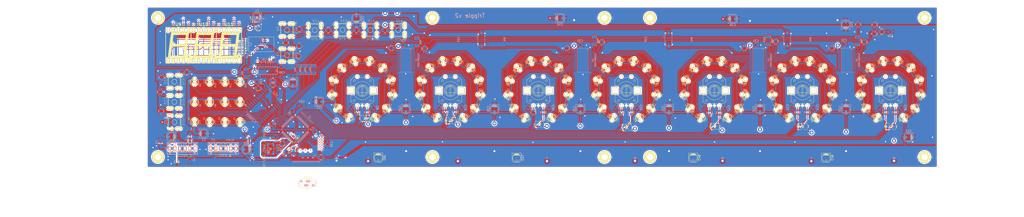
<source format=kicad_pcb>
(kicad_pcb (version 4) (host pcbnew 4.0.2+e4-6225~38~ubuntu14.04.1-stable)
  (layers (0 F.Cu signal hide) (1 Inner2.Cu power hide) (2 Inner1.Cu power hide) (31 B.Cu signal hide) (34 B.Paste user hide) (35 F.Paste user hide) (36 B.SilkS user hide) (37 F.SilkS user hide) (38 B.Mask user hide) (39 F.Mask user hide) (44 Edge.Cuts user))
  (net 0 "")
  (net 1 +3.3V)
  (net 2 +5V)
  (net 3 /LED0)
  (net 4 /LED1)
  (net 5 /LED10)
  (net 6 /LED11)
  (net 7 /LED12)
  (net 8 /LED13)
  (net 9 /LED14)
  (net 10 /LED15)
  (net 11 /LED16)
  (net 12 /LED17)
  (net 13 /LED18)
  (net 14 /LED19)
  (net 15 /LED2)
  (net 16 /LED20)
  (net 17 /LED21)
  (net 18 /LED22)
  (net 19 /LED23)
  (net 20 /LED24)
  (net 21 /LED25)
  (net 22 /LED26)
  (net 23 /LED27)
  (net 24 /LED28)
  (net 25 /LED29)
  (net 26 /LED3)
  (net 27 /LED30)
  (net 28 /LED31)
  (net 29 /LED32)
  (net 30 /LED33)
  (net 31 /LED34)
  (net 32 /LED35)
  (net 33 /LED36)
  (net 34 /LED37)
  (net 35 /LED38)
  (net 36 /LED39)
  (net 37 /LED4)
  (net 38 /LED40)
  (net 39 /LED41)
  (net 40 /LED42)
  (net 41 /LED43)
  (net 42 /LED44)
  (net 43 /LED45)
  (net 44 /LED46)
  (net 45 /LED47)
  (net 46 /LED48)
  (net 47 /LED49)
  (net 48 /LED5)
  (net 49 /LED50)
  (net 50 /LED51)
  (net 51 /LED52)
  (net 52 /LED53)
  (net 53 /LED54)
  (net 54 /LED55)
  (net 55 /LED56)
  (net 56 /LED57)
  (net 57 /LED58)
  (net 58 /LED59)
  (net 59 /LED6)
  (net 60 /LED60)
  (net 61 /LED61)
  (net 62 /LED62)
  (net 63 /LED63)
  (net 64 /LED64)
  (net 65 /LED65)
  (net 66 /LED66)
  (net 67 /LED67)
  (net 68 /LED68)
  (net 69 /LED69)
  (net 70 /LED7)
  (net 71 /LED70)
  (net 72 /LED71)
  (net 73 /LED72)
  (net 74 /LED73)
  (net 75 /LED74)
  (net 76 /LED75)
  (net 77 /LED76)
  (net 78 /LED77)
  (net 79 /LED78)
  (net 80 /LED79)
  (net 81 /LED8)
  (net 82 /LED80)
  (net 83 /LED81)
  (net 84 /LED82)
  (net 85 /LED83)
  (net 86 /LED84)
  (net 87 /LED85)
  (net 88 /LED86)
  (net 89 /LED87)
  (net 90 /LED88)
  (net 91 /LED89)
  (net 92 /LED9)
  (net 93 /LED90)
  (net 94 /LED91)
  (net 95 /LED92)
  (net 96 /LED93)
  (net 97 /LED94)
  (net 98 /LED95)
  (net 99 BLANK)
  (net 100 BLANK1)
  (net 101 BLANKCHANNEL)
  (net 102 DGND)
  (net 103 DISP1)
  (net 104 DISP2)
  (net 105 DISP3)
  (net 106 DISP4)
  (net 107 DISP5)
  (net 108 I2CSCL)
  (net 109 I2CSDA)
  (net 110 NRST)
  (net 111 R1A)
  (net 112 R1B)
  (net 113 R2A)
  (net 114 R2B)
  (net 115 R3A)
  (net 116 R3B)
  (net 117 R4A)
  (net 118 R4B)
  (net 119 R5A)
  (net 120 R5B)
  (net 121 R6A)
  (net 122 R6B)
  (net 123 R7A)
  (net 124 R7B)
  (net 125 SEGMENTCS)
  (net 126 SPI1CLK)
  (net 127 SPI1MOSI)
  (net 128 SPIMOSI)
  (net 129 SWCLK)
  (net 130 SWDIO)
  (net 131 SWO)
  (net 132 SWRESET)
  (net 133 SWSPECIAL)
  (net 134 SWSTORE)
  (net 135 "Net-(C18-Pad1)")
  (net 136 "Net-(C28-Pad1)")
  (net 137 "Net-(C29-Pad2)")
  (net 138 "Net-(C36-Pad1)")
  (net 139 "Net-(P3-Pad8)")
  (net 140 "Net-(R1-Pad2)")
  (net 141 "Net-(R2-Pad2)")
  (net 142 "Net-(R3-Pad2)")
  (net 143 "Net-(R4-Pad2)")
  (net 144 "Net-(R6-Pad2)")
  (net 145 "Net-(R11-Pad1)")
  (net 146 "Net-(R12-Pad1)")
  (net 147 "Net-(R13-Pad1)")
  (net 148 "Net-(R14-Pad1)")
  (net 149 "Net-(R15-Pad1)")
  (net 150 "Net-(R16-Pad1)")
  (net 151 "Net-(R17-Pad1)")
  (net 152 "Net-(R18-Pad1)")
  (net 153 "Net-(R19-Pad1)")
  (net 154 "Net-(R20-Pad1)")
  (net 155 "Net-(R21-Pad1)")
  (net 156 "Net-(R22-Pad1)")
  (net 157 "Net-(R23-Pad1)")
  (net 158 "Net-(R24-Pad1)")
  (net 159 "Net-(R25-Pad1)")
  (net 160 "Net-(R26-Pad1)")
  (net 161 "Net-(R27-Pad1)")
  (net 162 "Net-(R28-Pad1)")
  (net 163 "Net-(R29-Pad1)")
  (net 164 "Net-(R31-Pad1)")
  (net 165 "Net-(R32-Pad1)")
  (net 166 "Net-(R35-Pad1)")
  (net 167 "Net-(R36-Pad1)")
  (net 168 "Net-(R37-Pad1)")
  (net 169 "Net-(R52-Pad1)")
  (net 170 "Net-(R56-Pad1)")
  (net 171 "Net-(R57-Pad1)")
  (net 172 "Net-(R58-Pad1)")
  (net 173 "Net-(R59-Pad1)")
  (net 174 "Net-(R60-Pad1)")
  (net 175 "Net-(R61-Pad1)")
  (net 176 "Net-(R62-Pad1)")
  (net 177 "Net-(R63-Pad1)")
  (net 178 "Net-(R64-Pad1)")
  (net 179 "Net-(R65-Pad1)")
  (net 180 "Net-(R66-Pad1)")
  (net 181 "Net-(R68-Pad2)")
  (net 182 "Net-(R73-Pad2)")
  (net 183 "Net-(U1-Pad29)")
  (net 184 "Net-(U3-Pad29)")
  (net 185 "Net-(U4-Pad29)")
  (net 186 "Net-(U5-Pad25)")
  (net 187 "Net-(U5-Pad18)")
  (net 188 "Net-(U5-Pad19)")
  (net 189 "Net-(U5-Pad20)")
  (net 190 "Net-(U5-Pad21)")
  (net 191 "Net-(U5-Pad22)")
  (net 192 "Net-(U5-Pad23)")
  (net 193 "Net-(U5-Pad24)")
  (net 194 "Net-(U5-Pad17)")
  (net 195 "Net-(U5-Pad26)")
  (net 196 "Net-(U5-Pad27)")
  (net 197 "Net-(U5-Pad29)")
  (net 198 "Net-(U5-Pad28)")
  (net 199 "Net-(U6-Pad5)")
  (net 200 "Net-(U6-Pad6)")
  (net 201 "Net-(U6-Pad9)")
  (net 202 "Net-(U6-Pad10)")
  (net 203 "Net-(U7-Pad1)")
  (net 204 "Net-(U7-Pad6)")
  (net 205 "Net-(U8-Pad57)")
  (net 206 "Net-(U8-Pad56)")
  (net 207 "Net-(U8-Pad54)")
  (net 208 "Net-(U8-Pad53)")
  (net 209 "Net-(U8-Pad52)")
  (net 210 "Net-(U8-Pad51)")
  (net 211 "Net-(U8-Pad50)")
  (net 212 SPI1MISO)
  (net 213 "Net-(U8-Pad4)")
  (net 214 "Net-(U8-Pad2)")
  (net 215 "Net-(U8-Pad3)")
  (net 216 "Net-(U8-Pad9)")
  (net 217 "Net-(U8-Pad10)")
  (net 218 "Net-(U8-Pad11)")
  (net 219 "Net-(U12-Pad5)")
  (net 220 "Net-(U12-Pad6)")
  (net 221 "Net-(U12-Pad22)")
  (net 222 "Net-(U12-Pad20)")
  (net 223 "Net-(U12-Pad19)")
  (net 224 "Net-(L1-Pad2)")
  (net 225 "Net-(L2-Pad2)")
  (net 226 xtalgnd)
  (net 227 "Net-(U8-Pad14)")
  (net 228 "Net-(U8-Pad8)")
  (net 229 "Net-(R7-Pad1)")
  (net 230 5VMOSI)
  (net 231 5VASEGMENTCS)
  (net 232 5VCLK)
  (net 233 SEGA)
  (net 234 SEGF)
  (net 235 SEGB)
  (net 236 SEGG)
  (net 237 SEGC)
  (net 238 SEGE)
  (net 239 DP)
  (net 240 SEGD)
  (net 241 DIG0)
  (net 242 DIG2)
  (net 243 DIG1)
  (net 244 5VAS1108CS)
  (module Housings_SOIC:SOIC-24_7.5x15.4mm_Pitch1.27mm (layer B.Cu) (at 70.993 62.738 135)
    (fp_text reference U12 (at 0 8.8 135) (layer B.SilkS) (effects (justify mirror)))
    (fp_text value TLC592X (at 0 -8.8 135) (layer B.SilkS) (effects (justify mirror)))
    (pad 1 smd rect (at -4.7 6.985 135) (size 2 0.6) (layers B.Cu B.Paste B.Mask) (net 102 DGND))
    (pad 2 smd rect (at -4.7 5.715 135) (size 2 0.6) (layers B.Cu B.Paste B.Mask) (net 127 SPI1MOSI))
    (pad 3 smd rect (at -4.7 4.445 135) (size 2 0.6) (layers B.Cu B.Paste B.Mask) (net 126 SPI1CLK))
    (pad 4 smd rect (at -4.7 3.175 135) (size 2 0.6) (layers B.Cu B.Paste B.Mask) (net 107 DISP5))
    (pad 5 smd rect (at -4.7 1.905 135) (size 2 0.6) (layers B.Cu B.Paste B.Mask) (net 219 "Net-(U12-Pad5)"))
    (pad 6 smd rect (at -4.7 0.635 135) (size 2 0.6) (layers B.Cu B.Paste B.Mask) (net 220 "Net-(U12-Pad6)"))
    (pad 7 smd rect (at -4.7 -0.635 135) (size 2 0.6) (layers B.Cu B.Paste B.Mask) (net 48 /LED5))
    (pad 8 smd rect (at -4.7 -1.905 135) (size 2 0.6) (layers B.Cu B.Paste B.Mask) (net 37 /LED4))
    (pad 9 smd rect (at -4.7 -3.175 135) (size 2 0.6) (layers B.Cu B.Paste B.Mask) (net 3 /LED0))
    (pad 10 smd rect (at -4.7 -4.445 135) (size 2 0.6) (layers B.Cu B.Paste B.Mask) (net 4 /LED1))
    (pad 11 smd rect (at -4.7 -5.715 135) (size 2 0.6) (layers B.Cu B.Paste B.Mask) (net 15 /LED2))
    (pad 12 smd rect (at -4.7 -6.985 135) (size 2 0.6) (layers B.Cu B.Paste B.Mask) (net 26 /LED3))
    (pad 13 smd rect (at 4.7 -6.985 135) (size 2 0.6) (layers B.Cu B.Paste B.Mask) (net 59 /LED6))
    (pad 14 smd rect (at 4.7 -5.715 135) (size 2 0.6) (layers B.Cu B.Paste B.Mask) (net 70 /LED7))
    (pad 15 smd rect (at 4.7 -4.445 135) (size 2 0.6) (layers B.Cu B.Paste B.Mask) (net 81 /LED8))
    (pad 16 smd rect (at 4.7 -3.175 135) (size 2 0.6) (layers B.Cu B.Paste B.Mask) (net 92 /LED9))
    (pad 17 smd rect (at 4.7 -1.905 135) (size 2 0.6) (layers B.Cu B.Paste B.Mask) (net 5 /LED10))
    (pad 18 smd rect (at 4.7 -0.635 135) (size 2 0.6) (layers B.Cu B.Paste B.Mask) (net 6 /LED11))
    (pad 19 smd rect (at 4.7 0.635 135) (size 2 0.6) (layers B.Cu B.Paste B.Mask) (net 223 "Net-(U12-Pad19)"))
    (pad 20 smd rect (at 4.7 1.905 135) (size 2 0.6) (layers B.Cu B.Paste B.Mask) (net 222 "Net-(U12-Pad20)"))
    (pad 21 smd rect (at 4.7 3.175 135) (size 2 0.6) (layers B.Cu B.Paste B.Mask) (net 101 BLANKCHANNEL))
    (pad 22 smd rect (at 4.7 4.445 135) (size 2 0.6) (layers B.Cu B.Paste B.Mask) (net 221 "Net-(U12-Pad22)"))
    (pad 23 smd rect (at 4.7 5.715 135) (size 2 0.6) (layers B.Cu B.Paste B.Mask) (net 229 "Net-(R7-Pad1)"))
    (pad 24 smd rect (at 4.7 6.985 135) (size 2 0.6) (layers B.Cu B.Paste B.Mask) (net 1 +3.3V))
  )
  (module SO14E (layer B.Cu) (at 73.279 44.831 180)
    (fp_text reference U6 (at 1.7907 5.5372 180) (layer B.SilkS) (effects (font (size 1.016 1.143) (thickness 0.127)) (justify mirror)))
    (fp_text value TXB0104D (at 0.0127 4.1402 180) (layer B.SilkS) (effects (font (size 1.016 1.016) (thickness 0.127)) (justify mirror)))
    (pad 1 smd rect (at -3.81 -2.794 180) (size 0.508 1.143) (layers B.Cu B.Paste B.Mask) (net 1 +3.3V))
    (pad 2 smd rect (at -2.54 -2.794 180) (size 0.508 1.143) (layers B.Cu B.Paste B.Mask) (net 126 SPI1CLK))
    (pad 3 smd rect (at -1.27 -2.794 180) (size 0.508 1.143) (layers B.Cu B.Paste B.Mask) (net 168 "Net-(R37-Pad1)"))
    (pad 4 smd rect (at 0 -2.794 180) (size 0.508 1.143) (layers B.Cu B.Paste B.Mask) (net 128 SPIMOSI))
    (pad 5 smd rect (at 1.27 -2.794 180) (size 0.508 1.143) (layers B.Cu B.Paste B.Mask) (net 199 "Net-(U6-Pad5)"))
    (pad 6 smd rect (at 2.54 -2.794 180) (size 0.508 1.143) (layers B.Cu B.Paste B.Mask) (net 200 "Net-(U6-Pad6)"))
    (pad 7 smd rect (at 3.81 -2.794 180) (size 0.508 1.143) (layers B.Cu B.Paste B.Mask) (net 102 DGND))
    (pad 8 smd rect (at 3.81 2.54 180) (size 0.508 1.143) (layers B.Cu B.Paste B.Mask) (net 1 +3.3V))
    (pad 9 smd rect (at 2.54 2.54 180) (size 0.508 1.143) (layers B.Cu B.Paste B.Mask) (net 201 "Net-(U6-Pad9)"))
    (pad 10 smd rect (at 1.27 2.54 180) (size 0.508 1.143) (layers B.Cu B.Paste B.Mask) (net 202 "Net-(U6-Pad10)"))
    (pad 11 smd rect (at 0 2.54 180) (size 0.508 1.143) (layers B.Cu B.Paste B.Mask) (net 230 5VMOSI))
    (pad 12 smd rect (at -1.27 2.54 180) (size 0.508 1.143) (layers B.Cu B.Paste B.Mask) (net 231 5VASEGMENTCS))
    (pad 13 smd rect (at -2.54 2.54 180) (size 0.508 1.143) (layers B.Cu B.Paste B.Mask) (net 232 5VCLK))
    (pad 14 smd rect (at -3.81 2.54 180) (size 0.508 1.143) (layers B.Cu B.Paste B.Mask) (net 2 +5V))
  )
  (module AB2_LQFP64 (layer B.Cu) (at 87.01532 74.549 45)
    (fp_text reference U8 (at 9.621446 0.820795 315) (layer B.SilkS) (effects (font (size 0.8128 0.8128) (thickness 0.0762)) (justify mirror)))
    (fp_text value STM32F103RB (at 8.310329 0.012572 135) (layer B.SilkS) (effects (font (size 0.8128 0.8128) (thickness 0.0762)) (justify mirror)))
    (pad 61 smd rect (at -2.25 5.8 315) (size 1.4 0.3) (layers B.Cu B.Paste B.Mask) (net 132 SWRESET))
    (pad 64 smd rect (at -3.75 5.8 315) (size 1.4 0.3) (layers B.Cu B.Paste B.Mask) (net 1 +3.3V))
    (pad 63 smd rect (at -3.25 5.8 315) (size 1.4 0.3) (layers B.Cu B.Paste B.Mask) (net 102 DGND))
    (pad 62 smd rect (at -2.75 5.8 315) (size 1.4 0.3) (layers B.Cu B.Paste B.Mask) (net 124 R7B))
    (pad 60 smd rect (at -1.75 5.8 315) (size 1.4 0.3) (layers B.Cu B.Paste B.Mask) (net 102 DGND))
    (pad 59 smd rect (at -1.25 5.8 315) (size 1.4 0.3) (layers B.Cu B.Paste B.Mask) (net 109 I2CSDA))
    (pad 58 smd rect (at -0.75 5.8 315) (size 1.4 0.3) (layers B.Cu B.Paste B.Mask) (net 108 I2CSCL))
    (pad 57 smd rect (at -0.25 5.8 315) (size 1.4 0.3) (layers B.Cu B.Paste B.Mask) (net 205 "Net-(U8-Pad57)"))
    (pad 56 smd rect (at 0.25 5.8 315) (size 1.4 0.3) (layers B.Cu B.Paste B.Mask) (net 206 "Net-(U8-Pad56)"))
    (pad 55 smd rect (at 0.75 5.8 315) (size 1.4 0.3) (layers B.Cu B.Paste B.Mask) (net 131 SWO))
    (pad 54 smd rect (at 1.25 5.8 315) (size 1.4 0.3) (layers B.Cu B.Paste B.Mask) (net 207 "Net-(U8-Pad54)"))
    (pad 53 smd rect (at 1.75 5.8 315) (size 1.4 0.3) (layers B.Cu B.Paste B.Mask) (net 208 "Net-(U8-Pad53)"))
    (pad 52 smd rect (at 2.25 5.8 315) (size 1.4 0.3) (layers B.Cu B.Paste B.Mask) (net 209 "Net-(U8-Pad52)"))
    (pad 51 smd rect (at 2.75 5.8 315) (size 1.4 0.3) (layers B.Cu B.Paste B.Mask) (net 210 "Net-(U8-Pad51)"))
    (pad 50 smd rect (at 3.25 5.8 315) (size 1.4 0.3) (layers B.Cu B.Paste B.Mask) (net 211 "Net-(U8-Pad50)"))
    (pad 49 smd rect (at 3.75 5.8 315) (size 1.4 0.3) (layers B.Cu B.Paste B.Mask) (net 129 SWCLK))
    (pad 36 smd rect (at 5.8 -2.25 225) (size 1.4 0.3) (layers B.Cu B.Paste B.Mask) (net 114 R2B))
    (pad 33 smd rect (at 5.8 -3.75 225) (size 1.4 0.3) (layers B.Cu B.Paste B.Mask) (net 111 R1A))
    (pad 34 smd rect (at 5.8 -3.25 225) (size 1.4 0.3) (layers B.Cu B.Paste B.Mask) (net 112 R1B))
    (pad 35 smd rect (at 5.8 -2.75 225) (size 1.4 0.3) (layers B.Cu B.Paste B.Mask) (net 113 R2A))
    (pad 37 smd rect (at 5.8 -1.75 225) (size 1.4 0.3) (layers B.Cu B.Paste B.Mask) (net 115 R3A))
    (pad 38 smd rect (at 5.8 -1.25 225) (size 1.4 0.3) (layers B.Cu B.Paste B.Mask) (net 116 R3B))
    (pad 39 smd rect (at 5.8 -0.75 225) (size 1.4 0.3) (layers B.Cu B.Paste B.Mask) (net 117 R4A))
    (pad 40 smd rect (at 5.8 -0.25 225) (size 1.4 0.3) (layers B.Cu B.Paste B.Mask) (net 118 R4B))
    (pad 41 smd rect (at 5.8 0.25 225) (size 1.4 0.3) (layers B.Cu B.Paste B.Mask) (net 119 R5A))
    (pad 42 smd rect (at 5.8 0.75 225) (size 1.4 0.3) (layers B.Cu B.Paste B.Mask) (net 120 R5B))
    (pad 43 smd rect (at 5.8 1.25 225) (size 1.4 0.3) (layers B.Cu B.Paste B.Mask) (net 121 R6A))
    (pad 44 smd rect (at 5.8 1.75 225) (size 1.4 0.3) (layers B.Cu B.Paste B.Mask) (net 122 R6B))
    (pad 45 smd rect (at 5.8 2.25 225) (size 1.4 0.3) (layers B.Cu B.Paste B.Mask) (net 123 R7A))
    (pad 46 smd rect (at 5.8 2.75 225) (size 1.4 0.3) (layers B.Cu B.Paste B.Mask) (net 130 SWDIO))
    (pad 47 smd rect (at 5.8 3.25 225) (size 1.4 0.3) (layers B.Cu B.Paste B.Mask) (net 102 DGND))
    (pad 48 smd rect (at 5.8 3.75 225) (size 1.4 0.3) (layers B.Cu B.Paste B.Mask) (net 1 +3.3V))
    (pad 32 smd rect (at 3.75 -5.8 315) (size 1.4 0.3) (layers B.Cu B.Paste B.Mask) (net 1 +3.3V))
    (pad 31 smd rect (at 3.25 -5.8 315) (size 1.4 0.3) (layers B.Cu B.Paste B.Mask) (net 102 DGND))
    (pad 30 smd rect (at 2.75 -5.8 315) (size 1.4 0.3) (layers B.Cu B.Paste B.Mask) (net 103 DISP1))
    (pad 29 smd rect (at 2.25 -5.8 315) (size 1.4 0.3) (layers B.Cu B.Paste B.Mask) (net 100 BLANK1))
    (pad 28 smd rect (at 1.75 -5.8 315) (size 1.4 0.3) (layers B.Cu B.Paste B.Mask) (net 102 DGND))
    (pad 27 smd rect (at 1.25 -5.8 315) (size 1.4 0.3) (layers B.Cu B.Paste B.Mask) (net 104 DISP2))
    (pad 26 smd rect (at 0.75 -5.8 315) (size 1.4 0.3) (layers B.Cu B.Paste B.Mask) (net 105 DISP3))
    (pad 25 smd rect (at 0.25 -5.8 315) (size 1.4 0.3) (layers B.Cu B.Paste B.Mask) (net 106 DISP4))
    (pad 24 smd rect (at -0.25 -5.8 315) (size 1.4 0.3) (layers B.Cu B.Paste B.Mask) (net 125 SEGMENTCS))
    (pad 23 smd rect (at -0.75 -5.8 315) (size 1.4 0.3) (layers B.Cu B.Paste B.Mask) (net 127 SPI1MOSI))
    (pad 22 smd rect (at -1.25 -5.8 315) (size 1.4 0.3) (layers B.Cu B.Paste B.Mask) (net 212 SPI1MISO))
    (pad 21 smd rect (at -1.75 -5.8 315) (size 1.4 0.3) (layers B.Cu B.Paste B.Mask) (net 126 SPI1CLK))
    (pad 19 smd rect (at -2.75 -5.8 315) (size 1.4 0.3) (layers B.Cu B.Paste B.Mask) (net 1 +3.3V))
    (pad 18 smd rect (at -3.25 -5.8 315) (size 1.4 0.3) (layers B.Cu B.Paste B.Mask) (net 102 DGND))
    (pad 17 smd rect (at -3.75 -5.8 315) (size 1.4 0.3) (layers B.Cu B.Paste B.Mask) (net 101 BLANKCHANNEL))
    (pad 20 smd rect (at -2.25 -5.8 315) (size 1.4 0.3) (layers B.Cu B.Paste B.Mask) (net 107 DISP5))
    (pad 4 smd rect (at -5.8 2.25 45) (size 1.4 0.3) (layers B.Cu B.Paste B.Mask) (net 213 "Net-(U8-Pad4)"))
    (pad 1 smd rect (at -5.8 3.75 45) (size 1.4 0.3) (layers B.Cu B.Paste B.Mask) (net 1 +3.3V))
    (pad 2 smd rect (at -5.8 3.25 45) (size 1.4 0.3) (layers B.Cu B.Paste B.Mask) (net 214 "Net-(U8-Pad2)"))
    (pad 3 smd rect (at -5.8 2.75 45) (size 1.4 0.3) (layers B.Cu B.Paste B.Mask) (net 215 "Net-(U8-Pad3)"))
    (pad 5 smd rect (at -5.8 1.75 45) (size 1.4 0.3) (layers B.Cu B.Paste B.Mask) (net 136 "Net-(C28-Pad1)"))
    (pad 6 smd rect (at -5.8 1.25 45) (size 1.4 0.3) (layers B.Cu B.Paste B.Mask) (net 181 "Net-(R68-Pad2)"))
    (pad 7 smd rect (at -5.8 0.75 45) (size 1.4 0.3) (layers B.Cu B.Paste B.Mask) (net 110 NRST))
    (pad 8 smd rect (at -5.8 0.25 45) (size 1.4 0.3) (layers B.Cu B.Paste B.Mask) (net 228 "Net-(U8-Pad8)"))
    (pad 9 smd rect (at -5.8 -0.25 45) (size 1.4 0.3) (layers B.Cu B.Paste B.Mask) (net 216 "Net-(U8-Pad9)"))
    (pad 10 smd rect (at -5.8 -0.75 45) (size 1.4 0.3) (layers B.Cu B.Paste B.Mask) (net 217 "Net-(U8-Pad10)"))
    (pad 11 smd rect (at -5.8 -1.25 45) (size 1.4 0.3) (layers B.Cu B.Paste B.Mask) (net 218 "Net-(U8-Pad11)"))
    (pad 12 smd rect (at -5.8 -1.75 45) (size 1.4 0.3) (layers B.Cu B.Paste B.Mask) (net 102 DGND))
    (pad 13 smd rect (at -5.8 -2.25 45) (size 1.4 0.3) (layers B.Cu B.Paste B.Mask) (net 1 +3.3V))
    (pad 14 smd rect (at -5.8 -2.75 45) (size 1.4 0.3) (layers B.Cu B.Paste B.Mask) (net 227 "Net-(U8-Pad14)"))
    (pad 15 smd rect (at -5.8 -3.25 45) (size 1.4 0.3) (layers B.Cu B.Paste B.Mask) (net 134 SWSTORE))
    (pad 16 smd rect (at -5.8 -3.75 45) (size 1.4 0.3) (layers B.Cu B.Paste B.Mask) (net 133 SWSPECIAL))
  )
  (module SO20L (layer F.Cu) (at 69.977 31.75)
    (fp_text reference U7 (at -7.4549 5.6388 90) (layer F.SilkS) (effects (font (thickness 0.127))))
    (fp_text value AS1108 (at -7.4549 0.1524 90) (layer F.SilkS) (effects (font (size 1.524 1.27) (thickness 0.127))))
    (pad 11 smd rect (at 5.715 -4.826) (size 0.508 1.27) (layers F.Cu F.Paste F.Mask) (net 233 SEGA))
    (pad 12 smd rect (at 4.445 -4.826) (size 0.508 1.27) (layers F.Cu F.Paste F.Mask) (net 234 SEGF))
    (pad 13 smd rect (at 3.175 -4.826) (size 0.508 1.27) (layers F.Cu F.Paste F.Mask) (net 235 SEGB))
    (pad 14 smd rect (at 1.905 -4.826) (size 0.508 1.27) (layers F.Cu F.Paste F.Mask) (net 236 SEGG))
    (pad 15 smd rect (at 0.635 -4.826) (size 0.508 1.27) (layers F.Cu F.Paste F.Mask) (net 144 "Net-(R6-Pad2)"))
    (pad 16 smd rect (at -0.635 -4.826) (size 0.508 1.27) (layers F.Cu F.Paste F.Mask) (net 2 +5V))
    (pad 17 smd rect (at -1.905 -4.826) (size 0.508 1.27) (layers F.Cu F.Paste F.Mask) (net 237 SEGC))
    (pad 18 smd rect (at -3.175 -4.826) (size 0.508 1.27) (layers F.Cu F.Paste F.Mask) (net 238 SEGE))
    (pad 19 smd rect (at -4.445 -4.826) (size 0.508 1.27) (layers F.Cu F.Paste F.Mask) (net 239 DP))
    (pad 20 smd rect (at -5.715 -4.826) (size 0.508 1.27) (layers F.Cu F.Paste F.Mask) (net 240 SEGD))
    (pad 1 smd rect (at -5.715 4.826) (size 0.508 1.27) (layers F.Cu F.Paste F.Mask) (net 203 "Net-(U7-Pad1)"))
    (pad 2 smd rect (at -4.445 4.826) (size 0.508 1.27) (layers F.Cu F.Paste F.Mask) (net 230 5VMOSI))
    (pad 3 smd rect (at -3.175 4.826) (size 0.508 1.27) (layers F.Cu F.Paste F.Mask) (net 241 DIG0))
    (pad 4 smd rect (at -1.905 4.826) (size 0.508 1.27) (layers F.Cu F.Paste F.Mask) (net 102 DGND))
    (pad 5 smd rect (at -0.635 4.826) (size 0.508 1.27) (layers F.Cu F.Paste F.Mask) (net 242 DIG2))
    (pad 6 smd rect (at 0.635 4.826) (size 0.508 1.27) (layers F.Cu F.Paste F.Mask) (net 204 "Net-(U7-Pad6)"))
    (pad 7 smd rect (at 1.905 4.826) (size 0.508 1.27) (layers F.Cu F.Paste F.Mask) (net 102 DGND))
    (pad 8 smd rect (at 3.175 4.826) (size 0.508 1.27) (layers F.Cu F.Paste F.Mask) (net 243 DIG1))
    (pad 9 smd rect (at 4.445 4.826) (size 0.508 1.27) (layers F.Cu F.Paste F.Mask) (net 244 5VAS1108CS))
    (pad 10 smd rect (at 5.715 4.826) (size 0.508 1.27) (layers F.Cu F.Paste F.Mask) (net 232 5VCLK))
  )
  (module con-molex-6410-06 (layer B.Cu) (at 50.8381 84.0232)
    (fp_text reference P2 (at -5.05206 -4.2164) (layer F.SilkS) (effects (font (size 1.016 1.016) (thickness 0.0889))))
    (fp_text value CONN_6 (at 0.4064 3.6068) (layer F.SilkS) (effects (font (size 1.27 1.27) (thickness 0.0889))))
    (fp_text user 6 (at 3.4925 3.6195) (layer F.SilkS) (effects (font (size 1.27 1.27) (thickness 0.0889))))
    (fp_text user >VALUE (at 3.3528 -4.318) (layer F.SilkS) (effects (font (size 0.8128 0.8128) (thickness 0.0889))))
    (pad 1 thru_hole oval (at 6.35 0) (size 1.524 3.048) (drill 1.016) (layers *.Cu B.Paste B.SilkS B.Mask) (net 1 +3.3V))
    (pad 2 thru_hole oval (at 3.81 0) (size 1.524 3.048) (drill 1.016) (layers *.Cu B.Paste B.SilkS B.Mask) (net 1 +3.3V))
    (pad 3 thru_hole oval (at 1.27 0) (size 1.524 3.048) (drill 1.016) (layers *.Cu B.Paste B.SilkS B.Mask) (net 102 DGND))
    (pad 4 thru_hole oval (at -1.27 0) (size 1.524 3.048) (drill 1.016) (layers *.Cu B.Paste B.SilkS B.Mask) (net 102 DGND))
    (pad 5 thru_hole oval (at -3.81 0) (size 1.524 3.048) (drill 1.016) (layers *.Cu B.Paste B.SilkS B.Mask) (net 2 +5V))
    (pad 6 thru_hole oval (at -6.35 0) (size 1.524 3.048) (drill 1.016) (layers *.Cu B.Paste B.SilkS B.Mask) (net 2 +5V))
  )
  (module con-molex-6410-06 (layer B.Cu) (at 30.3022 84.0486)
    (fp_text reference P1 (at -5.05206 -4.2164) (layer F.SilkS) (effects (font (size 1.016 1.016) (thickness 0.0889))))
    (fp_text value CONN_6 (at 1.4224 3.5814) (layer F.SilkS) (effects (font (size 1.27 1.27) (thickness 0.0889))))
    (fp_text user 6 (at -8.1534 0.20066) (layer F.SilkS) (effects (font (size 1.27 1.27) (thickness 0.0889))))
    (fp_text user >VALUE (at 3.3528 -4.318) (layer F.SilkS) (effects (font (size 0.8128 0.8128) (thickness 0.0889))))
    (pad 1 thru_hole oval (at 6.35 0) (size 1.524 3.048) (drill 1.016) (layers *.Cu B.Paste B.SilkS B.Mask) (net 225 "Net-(L2-Pad2)"))
    (pad 2 thru_hole oval (at 3.81 0) (size 1.524 3.048) (drill 1.016) (layers *.Cu B.Paste B.SilkS B.Mask) (net 225 "Net-(L2-Pad2)"))
    (pad 3 thru_hole oval (at 1.27 0) (size 1.524 3.048) (drill 1.016) (layers *.Cu B.Paste B.SilkS B.Mask) (net 102 DGND))
    (pad 4 thru_hole oval (at -1.27 0) (size 1.524 3.048) (drill 1.016) (layers *.Cu B.Paste B.SilkS B.Mask) (net 102 DGND))
    (pad 5 thru_hole oval (at -3.81 0) (size 1.524 3.048) (drill 1.016) (layers *.Cu B.Paste B.SilkS B.Mask) (net 224 "Net-(L1-Pad2)"))
    (pad 6 thru_hole oval (at -6.35 0) (size 1.524 3.048) (drill 1.016) (layers *.Cu B.Paste B.SilkS B.Mask) (net 224 "Net-(L1-Pad2)"))
  )
  (module TSSOP-32-PWP-1GND (layer B.Cu) (at 363.7661 39.7002 270)
    (fp_text reference U5 (at 0 -5.08 270) (layer B.SilkS) (effects (font (size 0.762 0.762) (thickness 0.127)) (justify mirror)))
    (fp_text value TLC5947DAP (at 0 -6.35 270) (layer B.SilkS) (effects (font (size 0.762 0.762) (thickness 0.127)) (justify mirror)))
    (pad 31 smd rect (at -4.22402 3.70078 270) (size 0.4191 1.47066) (layers B.Cu B.Paste B.Mask) (net 142 "Net-(R3-Pad2)"))
    (pad 32 smd rect (at -4.8768 3.70078 270) (size 0.4191 1.47066) (layers B.Cu B.Paste B.Mask) (net 1 +3.3V))
    (pad 16 smd rect (at 4.87172 -3.69824 270) (size 0.4191 1.47066) (layers B.Cu B.Paste B.Mask) (net 88 /LED86))
    (pad 15 smd rect (at 4.21894 -3.69824 270) (size 0.4191 1.47066) (layers B.Cu B.Paste B.Mask) (net 89 /LED87))
    (pad 1 smd rect (at 0 0 270) (size 10.9982 5.19938) (layers B.Cu B.Paste) (net 102 DGND))
    (pad 7 smd rect (at -0.97536 -3.69824 270) (size 0.4191 1.47066) (layers B.Cu B.Paste B.Mask) (net 94 /LED91))
    (pad 8 smd rect (at -0.32512 -3.69824 270) (size 0.4191 1.47066) (layers B.Cu B.Paste B.Mask) (net 93 /LED90))
    (pad 9 smd rect (at 0.32512 -3.69824 270) (size 0.4191 1.47066) (layers B.Cu B.Paste B.Mask) (net 91 /LED89))
    (pad 10 smd rect (at 0.97536 -3.69824 270) (size 0.4191 1.47066) (layers B.Cu B.Paste B.Mask) (net 90 /LED88))
    (pad 25 smd rect (at -0.31496 3.6957 270) (size 0.4191 1.47066) (layers B.Cu B.Paste B.Mask) (net 186 "Net-(U5-Pad25)"))
    (pad 4 smd rect (at -2.92608 -3.69824 270) (size 0.4191 1.47066) (layers B.Cu B.Paste B.Mask) (net 179 "Net-(R65-Pad1)"))
    (pad 5 smd rect (at -2.27584 -3.69824 270) (size 0.4191 1.47066) (layers B.Cu B.Paste B.Mask) (net 96 /LED93))
    (pad 6 smd rect (at -1.6256 -3.69824 270) (size 0.4191 1.47066) (layers B.Cu B.Paste B.Mask) (net 95 /LED92))
    (pad 18 smd rect (at 4.22656 3.70078 270) (size 0.4191 1.47066) (layers B.Cu B.Paste B.Mask) (net 187 "Net-(U5-Pad18)"))
    (pad 19 smd rect (at 3.57632 3.70078 270) (size 0.4191 1.47066) (layers B.Cu B.Paste B.Mask) (net 188 "Net-(U5-Pad19)"))
    (pad 20 smd rect (at 2.92608 3.70078 270) (size 0.4191 1.47066) (layers B.Cu B.Paste B.Mask) (net 189 "Net-(U5-Pad20)"))
    (pad 21 smd rect (at 2.27584 3.70078 270) (size 0.4191 1.47066) (layers B.Cu B.Paste B.Mask) (net 190 "Net-(U5-Pad21)"))
    (pad 22 smd rect (at 1.6256 3.70078 270) (size 0.4191 1.47066) (layers B.Cu B.Paste B.Mask) (net 191 "Net-(U5-Pad22)"))
    (pad 23 smd rect (at 0.97536 3.70078 270) (size 0.4191 1.47066) (layers B.Cu B.Paste B.Mask) (net 192 "Net-(U5-Pad23)"))
    (pad 11 smd rect (at 1.6256 -3.69824 270) (size 0.4191 1.47066) (layers B.Cu B.Paste B.Mask) (net 97 /LED94))
    (pad 24 smd rect (at 0.32512 3.6957 270) (size 0.4191 1.47066) (layers B.Cu B.Paste B.Mask) (net 193 "Net-(U5-Pad24)"))
    (pad 3 smd rect (at -3.57632 -3.69824 270) (size 0.4191 1.47066) (layers B.Cu B.Paste B.Mask) (net 126 SPI1CLK))
    (pad 12 smd rect (at 2.27584 -3.69824 270) (size 0.4191 1.47066) (layers B.Cu B.Paste B.Mask) (net 98 /LED95))
    (pad 17 smd rect (at 4.8768 3.70078 270) (size 0.4191 1.47066) (layers B.Cu B.Paste B.Mask) (net 194 "Net-(U5-Pad17)"))
    (pad 26 smd rect (at -0.97536 3.70078 270) (size 0.4191 1.47066) (layers B.Cu B.Paste B.Mask) (net 195 "Net-(U5-Pad26)"))
    (pad 2 smd rect (at -4.22402 -3.69824 270) (size 0.4191 1.47066) (layers B.Cu B.Paste B.Mask) (net 178 "Net-(R64-Pad1)"))
    (pad 13 smd rect (at 2.92354 -3.69824 270) (size 0.4191 1.47066) (layers B.Cu B.Paste B.Mask) (net 86 /LED84))
    (pad 30 smd rect (at -3.57632 3.70078 270) (size 0.4191 1.47066) (layers B.Cu B.Paste B.Mask) (net 180 "Net-(R66-Pad1)"))
    (pad 27 smd rect (at -1.62306 3.70078 270) (size 0.4191 1.47066) (layers B.Cu B.Paste B.Mask) (net 196 "Net-(U5-Pad27)"))
    (pad 1 smd rect (at -4.87172 -3.69824 270) (size 0.4191 1.47066) (layers B.Cu B.Paste B.Mask) (net 102 DGND))
    (pad 14 smd rect (at 3.57378 -3.69824 270) (size 0.4191 1.47066) (layers B.Cu B.Paste B.Mask) (net 87 /LED85))
    (pad 29 smd rect (at -2.92354 3.70078 270) (size 0.4191 1.47066) (layers B.Cu B.Paste B.Mask) (net 197 "Net-(U5-Pad29)"))
    (pad 28 smd rect (at -2.2733 3.70078 270) (size 0.4191 1.47066) (layers B.Cu B.Paste B.Mask) (net 198 "Net-(U5-Pad28)"))
    (pad 1 smd rect (at 0 0 270) (size 4.10972 4.35864) (layers B.Cu B.Mask) (net 102 DGND))
  )
  (module TSSOP-32-PWP-1GND (layer B.Cu) (at 319.4431 39.7002 270)
    (fp_text reference U4 (at 0 -5.08 270) (layer B.SilkS) (effects (font (size 0.762 0.762) (thickness 0.127)) (justify mirror)))
    (fp_text value TLC5947DAP (at 0 -6.35 270) (layer B.SilkS) (effects (font (size 0.762 0.762) (thickness 0.127)) (justify mirror)))
    (pad 31 smd rect (at -4.22402 3.70078 270) (size 0.4191 1.47066) (layers B.Cu B.Paste B.Mask) (net 141 "Net-(R2-Pad2)"))
    (pad 32 smd rect (at -4.8768 3.70078 270) (size 0.4191 1.47066) (layers B.Cu B.Paste B.Mask) (net 1 +3.3V))
    (pad 16 smd rect (at 4.87172 -3.69824 270) (size 0.4191 1.47066) (layers B.Cu B.Paste B.Mask) (net 75 /LED74))
    (pad 15 smd rect (at 4.21894 -3.69824 270) (size 0.4191 1.47066) (layers B.Cu B.Paste B.Mask) (net 76 /LED75))
    (pad 1 smd rect (at 0 0 270) (size 10.9982 5.19938) (layers B.Cu B.Paste) (net 102 DGND))
    (pad 7 smd rect (at -0.97536 -3.69824 270) (size 0.4191 1.47066) (layers B.Cu B.Paste B.Mask) (net 80 /LED79))
    (pad 8 smd rect (at -0.32512 -3.69824 270) (size 0.4191 1.47066) (layers B.Cu B.Paste B.Mask) (net 79 /LED78))
    (pad 9 smd rect (at 0.32512 -3.69824 270) (size 0.4191 1.47066) (layers B.Cu B.Paste B.Mask) (net 78 /LED77))
    (pad 10 smd rect (at 0.97536 -3.69824 270) (size 0.4191 1.47066) (layers B.Cu B.Paste B.Mask) (net 77 /LED76))
    (pad 25 smd rect (at -0.31496 3.6957 270) (size 0.4191 1.47066) (layers B.Cu B.Paste B.Mask) (net 65 /LED65))
    (pad 4 smd rect (at -2.92608 -3.69824 270) (size 0.4191 1.47066) (layers B.Cu B.Paste B.Mask) (net 175 "Net-(R61-Pad1)"))
    (pad 5 smd rect (at -2.27584 -3.69824 270) (size 0.4191 1.47066) (layers B.Cu B.Paste B.Mask) (net 83 /LED81))
    (pad 6 smd rect (at -1.6256 -3.69824 270) (size 0.4191 1.47066) (layers B.Cu B.Paste B.Mask) (net 82 /LED80))
    (pad 18 smd rect (at 4.22656 3.70078 270) (size 0.4191 1.47066) (layers B.Cu B.Paste B.Mask) (net 68 /LED68))
    (pad 19 smd rect (at 3.57632 3.70078 270) (size 0.4191 1.47066) (layers B.Cu B.Paste B.Mask) (net 71 /LED70))
    (pad 20 smd rect (at 2.92608 3.70078 270) (size 0.4191 1.47066) (layers B.Cu B.Paste B.Mask) (net 72 /LED71))
    (pad 21 smd rect (at 2.27584 3.70078 270) (size 0.4191 1.47066) (layers B.Cu B.Paste B.Mask) (net 60 /LED60))
    (pad 22 smd rect (at 1.6256 3.70078 270) (size 0.4191 1.47066) (layers B.Cu B.Paste B.Mask) (net 61 /LED61))
    (pad 23 smd rect (at 0.97536 3.70078 270) (size 0.4191 1.47066) (layers B.Cu B.Paste B.Mask) (net 67 /LED67))
    (pad 11 smd rect (at 1.6256 -3.69824 270) (size 0.4191 1.47066) (layers B.Cu B.Paste B.Mask) (net 84 /LED82))
    (pad 24 smd rect (at 0.32512 3.6957 270) (size 0.4191 1.47066) (layers B.Cu B.Paste B.Mask) (net 66 /LED66))
    (pad 3 smd rect (at -3.57632 -3.69824 270) (size 0.4191 1.47066) (layers B.Cu B.Paste B.Mask) (net 126 SPI1CLK))
    (pad 12 smd rect (at 2.27584 -3.69824 270) (size 0.4191 1.47066) (layers B.Cu B.Paste B.Mask) (net 85 /LED83))
    (pad 17 smd rect (at 4.8768 3.70078 270) (size 0.4191 1.47066) (layers B.Cu B.Paste B.Mask) (net 69 /LED69))
    (pad 26 smd rect (at -0.97536 3.70078 270) (size 0.4191 1.47066) (layers B.Cu B.Paste B.Mask) (net 64 /LED64))
    (pad 2 smd rect (at -4.22402 -3.69824 270) (size 0.4191 1.47066) (layers B.Cu B.Paste B.Mask) (net 173 "Net-(R59-Pad1)"))
    (pad 13 smd rect (at 2.92354 -3.69824 270) (size 0.4191 1.47066) (layers B.Cu B.Paste B.Mask) (net 73 /LED72))
    (pad 30 smd rect (at -3.57632 3.70078 270) (size 0.4191 1.47066) (layers B.Cu B.Paste B.Mask) (net 177 "Net-(R63-Pad1)"))
    (pad 27 smd rect (at -1.62306 3.70078 270) (size 0.4191 1.47066) (layers B.Cu B.Paste B.Mask) (net 63 /LED63))
    (pad 1 smd rect (at -4.87172 -3.69824 270) (size 0.4191 1.47066) (layers B.Cu B.Paste B.Mask) (net 102 DGND))
    (pad 14 smd rect (at 3.57378 -3.69824 270) (size 0.4191 1.47066) (layers B.Cu B.Paste B.Mask) (net 74 /LED73))
    (pad 29 smd rect (at -2.92354 3.70078 270) (size 0.4191 1.47066) (layers B.Cu B.Paste B.Mask) (net 185 "Net-(U4-Pad29)"))
    (pad 28 smd rect (at -2.2733 3.70078 270) (size 0.4191 1.47066) (layers B.Cu B.Paste B.Mask) (net 62 /LED62))
    (pad 1 smd rect (at 0 0 270) (size 4.10972 4.35864) (layers B.Cu B.Mask) (net 102 DGND))
  )
  (module TSSOP-32-PWP-1GND (layer B.Cu) (at 231.3051 39.7002 270)
    (fp_text reference U3 (at 0 -5.08 270) (layer B.SilkS) (effects (font (size 0.762 0.762) (thickness 0.127)) (justify mirror)))
    (fp_text value TLC5947DAP (at 0 -6.35 270) (layer B.SilkS) (effects (font (size 0.762 0.762) (thickness 0.127)) (justify mirror)))
    (pad 31 smd rect (at -4.22402 3.70078 270) (size 0.4191 1.47066) (layers B.Cu B.Paste B.Mask) (net 140 "Net-(R1-Pad2)"))
    (pad 32 smd rect (at -4.8768 3.70078 270) (size 0.4191 1.47066) (layers B.Cu B.Paste B.Mask) (net 1 +3.3V))
    (pad 16 smd rect (at 4.87172 -3.69824 270) (size 0.4191 1.47066) (layers B.Cu B.Paste B.Mask) (net 49 /LED50))
    (pad 15 smd rect (at 4.21894 -3.69824 270) (size 0.4191 1.47066) (layers B.Cu B.Paste B.Mask) (net 50 /LED51))
    (pad 1 smd rect (at 0 0 270) (size 10.9982 5.19938) (layers B.Cu B.Paste) (net 102 DGND))
    (pad 7 smd rect (at -0.97536 -3.69824 270) (size 0.4191 1.47066) (layers B.Cu B.Paste B.Mask) (net 54 /LED55))
    (pad 8 smd rect (at -0.32512 -3.69824 270) (size 0.4191 1.47066) (layers B.Cu B.Paste B.Mask) (net 53 /LED54))
    (pad 9 smd rect (at 0.32512 -3.69824 270) (size 0.4191 1.47066) (layers B.Cu B.Paste B.Mask) (net 52 /LED53))
    (pad 10 smd rect (at 0.97536 -3.69824 270) (size 0.4191 1.47066) (layers B.Cu B.Paste B.Mask) (net 51 /LED52))
    (pad 25 smd rect (at -0.31496 3.6957 270) (size 0.4191 1.47066) (layers B.Cu B.Paste B.Mask) (net 39 /LED41))
    (pad 4 smd rect (at -2.92608 -3.69824 270) (size 0.4191 1.47066) (layers B.Cu B.Paste B.Mask) (net 174 "Net-(R60-Pad1)"))
    (pad 5 smd rect (at -2.27584 -3.69824 270) (size 0.4191 1.47066) (layers B.Cu B.Paste B.Mask) (net 56 /LED57))
    (pad 6 smd rect (at -1.6256 -3.69824 270) (size 0.4191 1.47066) (layers B.Cu B.Paste B.Mask) (net 55 /LED56))
    (pad 18 smd rect (at 4.22656 3.70078 270) (size 0.4191 1.47066) (layers B.Cu B.Paste B.Mask) (net 42 /LED44))
    (pad 19 smd rect (at 3.57632 3.70078 270) (size 0.4191 1.47066) (layers B.Cu B.Paste B.Mask) (net 44 /LED46))
    (pad 20 smd rect (at 2.92608 3.70078 270) (size 0.4191 1.47066) (layers B.Cu B.Paste B.Mask) (net 45 /LED47))
    (pad 21 smd rect (at 2.27584 3.70078 270) (size 0.4191 1.47066) (layers B.Cu B.Paste B.Mask) (net 33 /LED36))
    (pad 22 smd rect (at 1.6256 3.70078 270) (size 0.4191 1.47066) (layers B.Cu B.Paste B.Mask) (net 34 /LED37))
    (pad 23 smd rect (at 0.97536 3.70078 270) (size 0.4191 1.47066) (layers B.Cu B.Paste B.Mask) (net 41 /LED43))
    (pad 11 smd rect (at 1.6256 -3.69824 270) (size 0.4191 1.47066) (layers B.Cu B.Paste B.Mask) (net 57 /LED58))
    (pad 24 smd rect (at 0.32512 3.6957 270) (size 0.4191 1.47066) (layers B.Cu B.Paste B.Mask) (net 40 /LED42))
    (pad 3 smd rect (at -3.57632 -3.69824 270) (size 0.4191 1.47066) (layers B.Cu B.Paste B.Mask) (net 126 SPI1CLK))
    (pad 12 smd rect (at 2.27584 -3.69824 270) (size 0.4191 1.47066) (layers B.Cu B.Paste B.Mask) (net 58 /LED59))
    (pad 17 smd rect (at 4.8768 3.70078 270) (size 0.4191 1.47066) (layers B.Cu B.Paste B.Mask) (net 43 /LED45))
    (pad 26 smd rect (at -0.97536 3.70078 270) (size 0.4191 1.47066) (layers B.Cu B.Paste B.Mask) (net 38 /LED40))
    (pad 2 smd rect (at -4.22402 -3.69824 270) (size 0.4191 1.47066) (layers B.Cu B.Paste B.Mask) (net 172 "Net-(R58-Pad1)"))
    (pad 13 smd rect (at 2.92354 -3.69824 270) (size 0.4191 1.47066) (layers B.Cu B.Paste B.Mask) (net 46 /LED48))
    (pad 30 smd rect (at -3.57632 3.70078 270) (size 0.4191 1.47066) (layers B.Cu B.Paste B.Mask) (net 176 "Net-(R62-Pad1)"))
    (pad 27 smd rect (at -1.62306 3.70078 270) (size 0.4191 1.47066) (layers B.Cu B.Paste B.Mask) (net 36 /LED39))
    (pad 1 smd rect (at -4.87172 -3.69824 270) (size 0.4191 1.47066) (layers B.Cu B.Paste B.Mask) (net 102 DGND))
    (pad 14 smd rect (at 3.57378 -3.69824 270) (size 0.4191 1.47066) (layers B.Cu B.Paste B.Mask) (net 47 /LED49))
    (pad 29 smd rect (at -2.92354 3.70078 270) (size 0.4191 1.47066) (layers B.Cu B.Paste B.Mask) (net 184 "Net-(U3-Pad29)"))
    (pad 28 smd rect (at -2.2733 3.70078 270) (size 0.4191 1.47066) (layers B.Cu B.Paste B.Mask) (net 35 /LED38))
    (pad 1 smd rect (at 0 0 270) (size 4.10972 4.35864) (layers B.Cu B.Mask) (net 102 DGND))
  )
  (module TSSOP-32-PWP-1GND (layer B.Cu) (at 142.5321 39.7002 270)
    (fp_text reference U1 (at 0 -5.08 270) (layer B.SilkS) (effects (font (size 0.762 0.762) (thickness 0.127)) (justify mirror)))
    (fp_text value TLC5947DAP (at 0 -6.35 270) (layer B.SilkS) (effects (font (size 0.762 0.762) (thickness 0.127)) (justify mirror)))
    (pad 31 smd rect (at -4.22402 3.70078 270) (size 0.4191 1.47066) (layers B.Cu B.Paste B.Mask) (net 182 "Net-(R73-Pad2)"))
    (pad 32 smd rect (at -4.8768 3.70078 270) (size 0.4191 1.47066) (layers B.Cu B.Paste B.Mask) (net 1 +3.3V))
    (pad 16 smd rect (at 4.87172 -3.69824 270) (size 0.4191 1.47066) (layers B.Cu B.Paste B.Mask) (net 22 /LED26))
    (pad 15 smd rect (at 4.21894 -3.69824 270) (size 0.4191 1.47066) (layers B.Cu B.Paste B.Mask) (net 23 /LED27))
    (pad 1 smd rect (at 0 0 270) (size 10.9982 5.19938) (layers B.Cu B.Paste) (net 102 DGND))
    (pad 7 smd rect (at -0.97536 -3.69824 270) (size 0.4191 1.47066) (layers B.Cu B.Paste B.Mask) (net 28 /LED31))
    (pad 8 smd rect (at -0.32512 -3.69824 270) (size 0.4191 1.47066) (layers B.Cu B.Paste B.Mask) (net 27 /LED30))
    (pad 9 smd rect (at 0.32512 -3.69824 270) (size 0.4191 1.47066) (layers B.Cu B.Paste B.Mask) (net 25 /LED29))
    (pad 10 smd rect (at 0.97536 -3.69824 270) (size 0.4191 1.47066) (layers B.Cu B.Paste B.Mask) (net 24 /LED28))
    (pad 25 smd rect (at -0.31496 3.6957 270) (size 0.4191 1.47066) (layers B.Cu B.Paste B.Mask) (net 12 /LED17))
    (pad 4 smd rect (at -2.92608 -3.69824 270) (size 0.4191 1.47066) (layers B.Cu B.Paste B.Mask) (net 171 "Net-(R57-Pad1)"))
    (pad 5 smd rect (at -2.27584 -3.69824 270) (size 0.4191 1.47066) (layers B.Cu B.Paste B.Mask) (net 30 /LED33))
    (pad 6 smd rect (at -1.6256 -3.69824 270) (size 0.4191 1.47066) (layers B.Cu B.Paste B.Mask) (net 29 /LED32))
    (pad 18 smd rect (at 4.22656 3.70078 270) (size 0.4191 1.47066) (layers B.Cu B.Paste B.Mask) (net 16 /LED20))
    (pad 19 smd rect (at 3.57632 3.70078 270) (size 0.4191 1.47066) (layers B.Cu B.Paste B.Mask) (net 18 /LED22))
    (pad 20 smd rect (at 2.92608 3.70078 270) (size 0.4191 1.47066) (layers B.Cu B.Paste B.Mask) (net 19 /LED23))
    (pad 21 smd rect (at 2.27584 3.70078 270) (size 0.4191 1.47066) (layers B.Cu B.Paste B.Mask) (net 7 /LED12))
    (pad 22 smd rect (at 1.6256 3.70078 270) (size 0.4191 1.47066) (layers B.Cu B.Paste B.Mask) (net 8 /LED13))
    (pad 23 smd rect (at 0.97536 3.70078 270) (size 0.4191 1.47066) (layers B.Cu B.Paste B.Mask) (net 14 /LED19))
    (pad 11 smd rect (at 1.6256 -3.69824 270) (size 0.4191 1.47066) (layers B.Cu B.Paste B.Mask) (net 31 /LED34))
    (pad 24 smd rect (at 0.32512 3.6957 270) (size 0.4191 1.47066) (layers B.Cu B.Paste B.Mask) (net 13 /LED18))
    (pad 3 smd rect (at -3.57632 -3.69824 270) (size 0.4191 1.47066) (layers B.Cu B.Paste B.Mask) (net 126 SPI1CLK))
    (pad 12 smd rect (at 2.27584 -3.69824 270) (size 0.4191 1.47066) (layers B.Cu B.Paste B.Mask) (net 32 /LED35))
    (pad 17 smd rect (at 4.8768 3.70078 270) (size 0.4191 1.47066) (layers B.Cu B.Paste B.Mask) (net 17 /LED21))
    (pad 26 smd rect (at -0.97536 3.70078 270) (size 0.4191 1.47066) (layers B.Cu B.Paste B.Mask) (net 11 /LED16))
    (pad 2 smd rect (at -4.22402 -3.69824 270) (size 0.4191 1.47066) (layers B.Cu B.Paste B.Mask) (net 170 "Net-(R56-Pad1)"))
    (pad 13 smd rect (at 2.92354 -3.69824 270) (size 0.4191 1.47066) (layers B.Cu B.Paste B.Mask) (net 20 /LED24))
    (pad 30 smd rect (at -3.57632 3.70078 270) (size 0.4191 1.47066) (layers B.Cu B.Paste B.Mask) (net 103 DISP1))
    (pad 27 smd rect (at -1.62306 3.70078 270) (size 0.4191 1.47066) (layers B.Cu B.Paste B.Mask) (net 10 /LED15))
    (pad 1 smd rect (at -4.87172 -3.69824 270) (size 0.4191 1.47066) (layers B.Cu B.Paste B.Mask) (net 102 DGND))
    (pad 14 smd rect (at 3.57378 -3.69824 270) (size 0.4191 1.47066) (layers B.Cu B.Paste B.Mask) (net 21 /LED25))
    (pad 29 smd rect (at -2.92354 3.70078 270) (size 0.4191 1.47066) (layers B.Cu B.Paste B.Mask) (net 183 "Net-(U1-Pad29)"))
    (pad 28 smd rect (at -2.2733 3.70078 270) (size 0.4191 1.47066) (layers B.Cu B.Paste B.Mask) (net 9 /LED14))
    (pad 1 smd rect (at 0 0 270) (size 4.10972 4.35864) (layers B.Cu B.Mask) (net 102 DGND))
  )
  (module SM0805 (layer B.Cu) (at 372.7831 30.5562 90)
    (fp_text reference R65 (at 0 1.27 90) (layer B.SilkS) (effects (font (size 0.50038 0.50038) (thickness 0.10922)) (justify mirror)))
    (fp_text value 0R0 (at 0 -1.27 90) (layer B.SilkS) (effects (font (size 0.50038 0.50038) (thickness 0.10922)) (justify mirror)))
    (pad 1 smd rect (at -0.9525 0 90) (size 0.889 1.397) (layers B.Cu B.Paste B.Mask) (net 179 "Net-(R65-Pad1)"))
    (pad 2 smd rect (at 0.9525 0 90) (size 0.889 1.397) (layers B.Cu B.Paste B.Mask) (net 128 SPIMOSI))
  )
  (module SM0805 (layer B.Cu) (at 240.9571 30.6832 90)
    (fp_text reference R60 (at 0 1.27 90) (layer B.SilkS) (effects (font (size 0.50038 0.50038) (thickness 0.10922)) (justify mirror)))
    (fp_text value 0R0 (at 0 -1.27 90) (layer B.SilkS) (effects (font (size 0.50038 0.50038) (thickness 0.10922)) (justify mirror)))
    (pad 1 smd rect (at -0.9525 0 90) (size 0.889 1.397) (layers B.Cu B.Paste B.Mask) (net 174 "Net-(R60-Pad1)"))
    (pad 2 smd rect (at 0.9525 0 90) (size 0.889 1.397) (layers B.Cu B.Paste B.Mask) (net 128 SPIMOSI))
  )
  (module SM0805 (layer B.Cu) (at 328.2061 30.4292 90)
    (fp_text reference R61 (at 0 1.27 90) (layer B.SilkS) (effects (font (size 0.50038 0.50038) (thickness 0.10922)) (justify mirror)))
    (fp_text value 0R0 (at 0 -1.27 90) (layer B.SilkS) (effects (font (size 0.50038 0.50038) (thickness 0.10922)) (justify mirror)))
    (pad 1 smd rect (at -0.9525 0 90) (size 0.889 1.397) (layers B.Cu B.Paste B.Mask) (net 175 "Net-(R61-Pad1)"))
    (pad 2 smd rect (at 0.9525 0 90) (size 0.889 1.397) (layers B.Cu B.Paste B.Mask) (net 128 SPIMOSI))
  )
  (module SM0805 (layer B.Cu) (at 152.0571 33.9852 90)
    (fp_text reference R57 (at 0 1.27 90) (layer B.SilkS) (effects (font (size 0.50038 0.50038) (thickness 0.10922)) (justify mirror)))
    (fp_text value 0R0 (at 0 -1.27 90) (layer B.SilkS) (effects (font (size 0.50038 0.50038) (thickness 0.10922)) (justify mirror)))
    (pad 1 smd rect (at -0.9525 0 90) (size 0.889 1.397) (layers B.Cu B.Paste B.Mask) (net 171 "Net-(R57-Pad1)"))
    (pad 2 smd rect (at 0.9525 0 90) (size 0.889 1.397) (layers B.Cu B.Paste B.Mask) (net 128 SPIMOSI))
  )
  (module SM0805 (layer B.Cu) (at 99.8601 88.5952 180)
    (fp_text reference R53 (at 0 1.27 180) (layer B.SilkS) (effects (font (size 0.50038 0.50038) (thickness 0.10922)) (justify mirror)))
    (fp_text value 0R0 (at 0 -1.27 180) (layer B.SilkS) (effects (font (size 0.50038 0.50038) (thickness 0.10922)) (justify mirror)))
    (pad 1 smd rect (at -0.9525 0 180) (size 0.889 1.397) (layers B.Cu B.Paste B.Mask) (net 135 "Net-(C18-Pad1)"))
    (pad 2 smd rect (at 0.9525 0 180) (size 0.889 1.397) (layers B.Cu B.Paste B.Mask) (net 124 R7B))
  )
  (module SM0805 (layer B.Cu) (at 75.7682 52.1716)
    (fp_text reference R34 (at 0 1.27) (layer B.SilkS) (effects (font (size 0.50038 0.50038) (thickness 0.10922)) (justify mirror)))
    (fp_text value 0R0 (at 0 -1.27) (layer B.SilkS) (effects (font (size 0.50038 0.50038) (thickness 0.10922)) (justify mirror)))
    (pad 1 smd rect (at -0.9525 0) (size 0.889 1.397) (layers B.Cu B.Paste B.Mask) (net 128 SPIMOSI))
    (pad 2 smd rect (at 0.9525 0) (size 0.889 1.397) (layers B.Cu B.Paste B.Mask) (net 127 SPI1MOSI))
  )
  (module SM0805 (layer B.Cu) (at 206.502 65.913 90)
    (fp_text reference R38 (at 0 1.27 90) (layer B.SilkS) (effects (font (size 0.50038 0.50038) (thickness 0.10922)) (justify mirror)))
    (fp_text value 10K (at 0 -1.27 90) (layer B.SilkS) (effects (font (size 0.50038 0.50038) (thickness 0.10922)) (justify mirror)))
    (pad 1 smd rect (at -0.9525 0 90) (size 0.889 1.397) (layers B.Cu B.Paste B.Mask) (net 115 R3A))
    (pad 2 smd rect (at 0.9525 0 90) (size 0.889 1.397) (layers B.Cu B.Paste B.Mask) (net 157 "Net-(R23-Pad1)"))
  )
  (module SM0805 (layer B.Cu) (at 211.582 65.913 90)
    (fp_text reference R39 (at 0 1.27 90) (layer B.SilkS) (effects (font (size 0.50038 0.50038) (thickness 0.10922)) (justify mirror)))
    (fp_text value 10K (at 0 -1.27 90) (layer B.SilkS) (effects (font (size 0.50038 0.50038) (thickness 0.10922)) (justify mirror)))
    (pad 1 smd rect (at -0.9525 0 90) (size 0.889 1.397) (layers B.Cu B.Paste B.Mask) (net 116 R3B))
    (pad 2 smd rect (at 0.9525 0 90) (size 0.889 1.397) (layers B.Cu B.Paste B.Mask) (net 158 "Net-(R24-Pad1)"))
  )
  (module SM0805 (layer B.Cu) (at 118.237 65.913 90)
    (fp_text reference R40 (at 0 1.27 90) (layer B.SilkS) (effects (font (size 0.50038 0.50038) (thickness 0.10922)) (justify mirror)))
    (fp_text value 10K (at 0 -1.27 90) (layer B.SilkS) (effects (font (size 0.50038 0.50038) (thickness 0.10922)) (justify mirror)))
    (pad 1 smd rect (at -0.9525 0 90) (size 0.889 1.397) (layers B.Cu B.Paste B.Mask) (net 111 R1A))
    (pad 2 smd rect (at 0.9525 0 90) (size 0.889 1.397) (layers B.Cu B.Paste B.Mask) (net 145 "Net-(R11-Pad1)"))
  )
  (module SM0805 (layer B.Cu) (at 123.19 65.913 90)
    (fp_text reference R41 (at 0 1.27 90) (layer B.SilkS) (effects (font (size 0.50038 0.50038) (thickness 0.10922)) (justify mirror)))
    (fp_text value 10K (at 0 -1.27 90) (layer B.SilkS) (effects (font (size 0.50038 0.50038) (thickness 0.10922)) (justify mirror)))
    (pad 1 smd rect (at -0.9525 0 90) (size 0.889 1.397) (layers B.Cu B.Paste B.Mask) (net 112 R1B))
    (pad 2 smd rect (at 0.9525 0 90) (size 0.889 1.397) (layers B.Cu B.Paste B.Mask) (net 146 "Net-(R12-Pad1)"))
  )
  (module SM0805 (layer B.Cu) (at 162.433 65.786 90)
    (fp_text reference R42 (at 0 1.27 90) (layer B.SilkS) (effects (font (size 0.50038 0.50038) (thickness 0.10922)) (justify mirror)))
    (fp_text value 10K (at 0 -1.27 90) (layer B.SilkS) (effects (font (size 0.50038 0.50038) (thickness 0.10922)) (justify mirror)))
    (pad 1 smd rect (at -0.9525 0 90) (size 0.889 1.397) (layers B.Cu B.Paste B.Mask) (net 113 R2A))
    (pad 2 smd rect (at 0.9525 0 90) (size 0.889 1.397) (layers B.Cu B.Paste B.Mask) (net 147 "Net-(R13-Pad1)"))
  )
  (module SM0805 (layer B.Cu) (at 167.386 65.786 90)
    (fp_text reference R43 (at 0 1.27 90) (layer B.SilkS) (effects (font (size 0.50038 0.50038) (thickness 0.10922)) (justify mirror)))
    (fp_text value 10K (at 0 -1.27 90) (layer B.SilkS) (effects (font (size 0.50038 0.50038) (thickness 0.10922)) (justify mirror)))
    (pad 1 smd rect (at -0.9525 0 90) (size 0.889 1.397) (layers B.Cu B.Paste B.Mask) (net 114 R2B))
    (pad 2 smd rect (at 0.9525 0 90) (size 0.889 1.397) (layers B.Cu B.Paste B.Mask) (net 148 "Net-(R14-Pad1)"))
  )
  (module SM0805 (layer B.Cu) (at 344.17 65.913 90)
    (fp_text reference R51 (at 0 1.27 90) (layer B.SilkS) (effects (font (size 0.50038 0.50038) (thickness 0.10922)) (justify mirror)))
    (fp_text value 10K (at 0 -1.27 90) (layer B.SilkS) (effects (font (size 0.50038 0.50038) (thickness 0.10922)) (justify mirror)))
    (pad 1 smd rect (at -0.9525 0 90) (size 0.889 1.397) (layers B.Cu B.Paste B.Mask) (net 122 R6B))
    (pad 2 smd rect (at 0.9525 0 90) (size 0.889 1.397) (layers B.Cu B.Paste B.Mask) (net 152 "Net-(R18-Pad1)"))
  )
  (module SM0805 (layer B.Cu) (at 339.09 65.913 90)
    (fp_text reference R50 (at 0 1.27 90) (layer B.SilkS) (effects (font (size 0.50038 0.50038) (thickness 0.10922)) (justify mirror)))
    (fp_text value 10K (at 0 -1.27 90) (layer B.SilkS) (effects (font (size 0.50038 0.50038) (thickness 0.10922)) (justify mirror)))
    (pad 1 smd rect (at -0.9525 0 90) (size 0.889 1.397) (layers B.Cu B.Paste B.Mask) (net 121 R6A))
    (pad 2 smd rect (at 0.9525 0 90) (size 0.889 1.397) (layers B.Cu B.Paste B.Mask) (net 151 "Net-(R17-Pad1)"))
  )
  (module SM0805 (layer B.Cu) (at 299.847 66.167 90)
    (fp_text reference R49 (at 0 1.27 90) (layer B.SilkS) (effects (font (size 0.50038 0.50038) (thickness 0.10922)) (justify mirror)))
    (fp_text value 10K (at 0 -1.27 90) (layer B.SilkS) (effects (font (size 0.50038 0.50038) (thickness 0.10922)) (justify mirror)))
    (pad 1 smd rect (at -0.9525 0 90) (size 0.889 1.397) (layers B.Cu B.Paste B.Mask) (net 120 R5B))
    (pad 2 smd rect (at 0.9525 0 90) (size 0.889 1.397) (layers B.Cu B.Paste B.Mask) (net 150 "Net-(R16-Pad1)"))
  )
  (module SM0805 (layer B.Cu) (at 295.021 66.167 90)
    (fp_text reference R48 (at 0 1.27 90) (layer B.SilkS) (effects (font (size 0.50038 0.50038) (thickness 0.10922)) (justify mirror)))
    (fp_text value 10K (at 0 -1.27 90) (layer B.SilkS) (effects (font (size 0.50038 0.50038) (thickness 0.10922)) (justify mirror)))
    (pad 1 smd rect (at -0.9525 0 90) (size 0.889 1.397) (layers B.Cu B.Paste B.Mask) (net 119 R5A))
    (pad 2 smd rect (at 0.9525 0 90) (size 0.889 1.397) (layers B.Cu B.Paste B.Mask) (net 149 "Net-(R15-Pad1)"))
  )
  (module SM0805 (layer B.Cu) (at 388.366 65.913 90)
    (fp_text reference R47 (at 0 1.27 90) (layer B.SilkS) (effects (font (size 0.50038 0.50038) (thickness 0.10922)) (justify mirror)))
    (fp_text value 10K (at 0 -1.27 90) (layer B.SilkS) (effects (font (size 0.50038 0.50038) (thickness 0.10922)) (justify mirror)))
    (pad 1 smd rect (at -0.9525 0 90) (size 0.889 1.397) (layers B.Cu B.Paste B.Mask) (net 135 "Net-(C18-Pad1)"))
    (pad 2 smd rect (at 0.9525 0 90) (size 0.889 1.397) (layers B.Cu B.Paste B.Mask) (net 156 "Net-(R22-Pad1)"))
  )
  (module SM0805 (layer B.Cu) (at 383.286 65.913 90)
    (fp_text reference R46 (at 0 1.27 90) (layer B.SilkS) (effects (font (size 0.50038 0.50038) (thickness 0.10922)) (justify mirror)))
    (fp_text value 10K (at 0 -1.27 90) (layer B.SilkS) (effects (font (size 0.50038 0.50038) (thickness 0.10922)) (justify mirror)))
    (pad 1 smd rect (at -0.9525 0 90) (size 0.889 1.397) (layers B.Cu B.Paste B.Mask) (net 123 R7A))
    (pad 2 smd rect (at 0.9525 0 90) (size 0.889 1.397) (layers B.Cu B.Paste B.Mask) (net 155 "Net-(R21-Pad1)"))
  )
  (module SM0805 (layer B.Cu) (at 255.651 65.913 90)
    (fp_text reference R45 (at 0 1.27 90) (layer B.SilkS) (effects (font (size 0.50038 0.50038) (thickness 0.10922)) (justify mirror)))
    (fp_text value 10K (at 0 -1.27 90) (layer B.SilkS) (effects (font (size 0.50038 0.50038) (thickness 0.10922)) (justify mirror)))
    (pad 1 smd rect (at -0.9525 0 90) (size 0.889 1.397) (layers B.Cu B.Paste B.Mask) (net 118 R4B))
    (pad 2 smd rect (at 0.9525 0 90) (size 0.889 1.397) (layers B.Cu B.Paste B.Mask) (net 160 "Net-(R26-Pad1)"))
  )
  (module SM0805 (layer B.Cu) (at 250.698 65.913 90)
    (fp_text reference R44 (at 0 1.27 90) (layer B.SilkS) (effects (font (size 0.50038 0.50038) (thickness 0.10922)) (justify mirror)))
    (fp_text value 10K (at 0 -1.27 90) (layer B.SilkS) (effects (font (size 0.50038 0.50038) (thickness 0.10922)) (justify mirror)))
    (pad 1 smd rect (at -0.9525 0 90) (size 0.889 1.397) (layers B.Cu B.Paste B.Mask) (net 117 R4A))
    (pad 2 smd rect (at 0.9525 0 90) (size 0.889 1.397) (layers B.Cu B.Paste B.Mask) (net 159 "Net-(R25-Pad1)"))
  )
  (module SM0805 (layer B.Cu) (at 75.7682 50.0888)
    (fp_text reference R37 (at 0 1.27) (layer B.SilkS) (effects (font (size 0.50038 0.50038) (thickness 0.10922)) (justify mirror)))
    (fp_text value 0R0 (at 0 -1.27) (layer B.SilkS) (effects (font (size 0.50038 0.50038) (thickness 0.10922)) (justify mirror)))
    (pad 1 smd rect (at -0.9525 0) (size 0.889 1.397) (layers B.Cu B.Paste B.Mask) (net 168 "Net-(R37-Pad1)"))
    (pad 2 smd rect (at 0.9525 0) (size 0.889 1.397) (layers B.Cu B.Paste B.Mask) (net 125 SEGMENTCS))
  )
  (module SM0805 (layer B.Cu) (at 377.8631 21.9202 270)
    (fp_text reference R8 (at 0 1.27 270) (layer B.SilkS) (effects (font (size 0.50038 0.50038) (thickness 0.10922)) (justify mirror)))
    (fp_text value 220R (at 0 -1.27 270) (layer B.SilkS) (effects (font (size 0.50038 0.50038) (thickness 0.10922)) (justify mirror)))
    (pad 1 smd rect (at -0.9525 0 270) (size 0.889 1.397) (layers B.Cu B.Paste B.Mask) (net 1 +3.3V))
    (pad 2 smd rect (at 0.9525 0 270) (size 0.889 1.397) (layers B.Cu B.Paste B.Mask) (net 126 SPI1CLK))
  )
  (module SM0805 (layer B.Cu) (at 377.7361 26.4922 270)
    (fp_text reference R9 (at 0 1.27 270) (layer B.SilkS) (effects (font (size 0.50038 0.50038) (thickness 0.10922)) (justify mirror)))
    (fp_text value 220R (at 0 -1.27 270) (layer B.SilkS) (effects (font (size 0.50038 0.50038) (thickness 0.10922)) (justify mirror)))
    (pad 1 smd rect (at -0.9525 0 270) (size 0.889 1.397) (layers B.Cu B.Paste B.Mask) (net 126 SPI1CLK))
    (pad 2 smd rect (at 0.9525 0 270) (size 0.889 1.397) (layers B.Cu B.Paste B.Mask) (net 102 DGND))
  )
  (module SM0805 (layer B.Cu) (at 68.3841 53.8032 180)
    (fp_text reference R7 (at 0 1.27 180) (layer B.SilkS) (effects (font (size 0.50038 0.50038) (thickness 0.10922)) (justify mirror)))
    (fp_text value 1,93K (at 0 -1.27 180) (layer B.SilkS) (effects (font (size 0.50038 0.50038) (thickness 0.10922)) (justify mirror)))
    (pad 1 smd rect (at -0.9525 0 180) (size 0.889 1.397) (layers B.Cu B.Paste B.Mask) (net 229 "Net-(R7-Pad1)"))
    (pad 2 smd rect (at 0.9525 0 180) (size 0.889 1.397) (layers B.Cu B.Paste B.Mask) (net 102 DGND))
  )
  (module SM0805 (layer B.Cu) (at 32.512 45.8216 180)
    (fp_text reference R5 (at 0 1.27 180) (layer B.SilkS) (effects (font (size 0.50038 0.50038) (thickness 0.10922)) (justify mirror)))
    (fp_text value 100K (at 0 -1.27 180) (layer B.SilkS) (effects (font (size 0.50038 0.50038) (thickness 0.10922)) (justify mirror)))
    (pad 1 smd rect (at -0.9525 0 180) (size 0.889 1.397) (layers B.Cu B.Paste B.Mask) (net 102 DGND))
    (pad 2 smd rect (at 0.9525 0 180) (size 0.889 1.397) (layers B.Cu B.Paste B.Mask) (net 134 SWSTORE))
  )
  (module SM0805 (layer F.Cu) (at 68.453 23.622)
    (fp_text reference R6 (at 0 -1.27) (layer F.SilkS) (effects (font (size 0.50038 0.50038) (thickness 0.10922))))
    (fp_text value 9,53K (at 0 1.27) (layer F.SilkS) (effects (font (size 0.50038 0.50038) (thickness 0.10922))))
    (pad 1 smd rect (at -0.9525 0) (size 0.889 1.397) (layers F.Cu F.Paste F.Mask) (net 2 +5V))
    (pad 2 smd rect (at 0.9525 0) (size 0.889 1.397) (layers F.Cu F.Paste F.Mask) (net 144 "Net-(R6-Pad2)"))
  )
  (module SM0805 (layer B.Cu) (at 88.9381 32.5882 180)
    (fp_text reference R4 (at 0 1.27 180) (layer B.SilkS) (effects (font (size 0.50038 0.50038) (thickness 0.10922)) (justify mirror)))
    (fp_text value 100K (at 0 -1.27 180) (layer B.SilkS) (effects (font (size 0.50038 0.50038) (thickness 0.10922)) (justify mirror)))
    (pad 1 smd rect (at -0.9525 0 180) (size 0.889 1.397) (layers B.Cu B.Paste B.Mask) (net 102 DGND))
    (pad 2 smd rect (at 0.9525 0 180) (size 0.889 1.397) (layers B.Cu B.Paste B.Mask) (net 143 "Net-(R4-Pad2)"))
  )
  (module SM0805 (layer B.Cu) (at 89.027 24.257 180)
    (fp_text reference R27 (at 0 1.27 180) (layer B.SilkS) (effects (font (size 0.50038 0.50038) (thickness 0.10922)) (justify mirror)))
    (fp_text value 10K (at 0 -1.27 180) (layer B.SilkS) (effects (font (size 0.50038 0.50038) (thickness 0.10922)) (justify mirror)))
    (pad 1 smd rect (at -0.9525 0 180) (size 0.889 1.397) (layers B.Cu B.Paste B.Mask) (net 161 "Net-(R27-Pad1)"))
    (pad 2 smd rect (at 0.9525 0 180) (size 0.889 1.397) (layers B.Cu B.Paste B.Mask) (net 154 "Net-(R20-Pad1)"))
  )
  (module SM0805 (layer B.Cu) (at 103.632 24.765 180)
    (fp_text reference R28 (at 0 1.27 180) (layer B.SilkS) (effects (font (size 0.50038 0.50038) (thickness 0.10922)) (justify mirror)))
    (fp_text value 10K (at 0 -1.27 180) (layer B.SilkS) (effects (font (size 0.50038 0.50038) (thickness 0.10922)) (justify mirror)))
    (pad 1 smd rect (at -0.9525 0 180) (size 0.889 1.397) (layers B.Cu B.Paste B.Mask) (net 162 "Net-(R28-Pad1)"))
    (pad 2 smd rect (at 0.9525 0 180) (size 0.889 1.397) (layers B.Cu B.Paste B.Mask) (net 161 "Net-(R27-Pad1)"))
  )
  (module SM0805 (layer B.Cu) (at 117.729 24.638 180)
    (fp_text reference R29 (at 0 1.27 180) (layer B.SilkS) (effects (font (size 0.50038 0.50038) (thickness 0.10922)) (justify mirror)))
    (fp_text value 10K (at 0 -1.27 180) (layer B.SilkS) (effects (font (size 0.50038 0.50038) (thickness 0.10922)) (justify mirror)))
    (pad 1 smd rect (at -0.9525 0 180) (size 0.889 1.397) (layers B.Cu B.Paste B.Mask) (net 163 "Net-(R29-Pad1)"))
    (pad 2 smd rect (at 0.9525 0 180) (size 0.889 1.397) (layers B.Cu B.Paste B.Mask) (net 162 "Net-(R28-Pad1)"))
  )
  (module SM0805 (layer B.Cu) (at 131.953 24.765 180)
    (fp_text reference R30 (at 0 1.27 180) (layer B.SilkS) (effects (font (size 0.50038 0.50038) (thickness 0.10922)) (justify mirror)))
    (fp_text value 10K (at 0 -1.27 180) (layer B.SilkS) (effects (font (size 0.50038 0.50038) (thickness 0.10922)) (justify mirror)))
    (pad 1 smd rect (at -0.9525 0 180) (size 0.889 1.397) (layers B.Cu B.Paste B.Mask) (net 1 +3.3V))
    (pad 2 smd rect (at 0.9525 0 180) (size 0.889 1.397) (layers B.Cu B.Paste B.Mask) (net 163 "Net-(R29-Pad1)"))
  )
  (module SM0805 (layer B.Cu) (at 19.939 48.387 270)
    (fp_text reference R31 (at 0 1.27 270) (layer B.SilkS) (effects (font (size 0.50038 0.50038) (thickness 0.10922)) (justify mirror)))
    (fp_text value 10K (at 0 -1.27 270) (layer B.SilkS) (effects (font (size 0.50038 0.50038) (thickness 0.10922)) (justify mirror)))
    (pad 1 smd rect (at -0.9525 0 270) (size 0.889 1.397) (layers B.Cu B.Paste B.Mask) (net 164 "Net-(R31-Pad1)"))
    (pad 2 smd rect (at 0.9525 0 270) (size 0.889 1.397) (layers B.Cu B.Paste B.Mask) (net 102 DGND))
  )
  (module SM0805 (layer B.Cu) (at 19.177 55.626 90)
    (fp_text reference R32 (at 0 1.27 90) (layer B.SilkS) (effects (font (size 0.50038 0.50038) (thickness 0.10922)) (justify mirror)))
    (fp_text value 10K (at 0 -1.27 90) (layer B.SilkS) (effects (font (size 0.50038 0.50038) (thickness 0.10922)) (justify mirror)))
    (pad 1 smd rect (at -0.9525 0 90) (size 0.889 1.397) (layers B.Cu B.Paste B.Mask) (net 165 "Net-(R32-Pad1)"))
    (pad 2 smd rect (at 0.9525 0 90) (size 0.889 1.397) (layers B.Cu B.Paste B.Mask) (net 164 "Net-(R31-Pad1)"))
  )
  (module SM0805 (layer B.Cu) (at 19.685 65.278 90)
    (fp_text reference R33 (at 0 1.27 90) (layer B.SilkS) (effects (font (size 0.50038 0.50038) (thickness 0.10922)) (justify mirror)))
    (fp_text value 10K (at 0 -1.27 90) (layer B.SilkS) (effects (font (size 0.50038 0.50038) (thickness 0.10922)) (justify mirror)))
    (pad 1 smd rect (at -0.9525 0 90) (size 0.889 1.397) (layers B.Cu B.Paste B.Mask) (net 1 +3.3V))
    (pad 2 smd rect (at 0.9525 0 90) (size 0.889 1.397) (layers B.Cu B.Paste B.Mask) (net 165 "Net-(R32-Pad1)"))
  )
  (module SM0805 (layer B.Cu) (at 88.6841 37.6682)
    (fp_text reference R19 (at 0 1.27) (layer B.SilkS) (effects (font (size 0.50038 0.50038) (thickness 0.10922)) (justify mirror)))
    (fp_text value 10K (at 0 -1.27) (layer B.SilkS) (effects (font (size 0.50038 0.50038) (thickness 0.10922)) (justify mirror)))
    (pad 1 smd rect (at -0.9525 0) (size 0.889 1.397) (layers B.Cu B.Paste B.Mask) (net 153 "Net-(R19-Pad1)"))
    (pad 2 smd rect (at 0.9525 0) (size 0.889 1.397) (layers B.Cu B.Paste B.Mask) (net 102 DGND))
  )
  (module SM0805 (layer F.Cu) (at 163.576 70.104 270)
    (fp_text reference R13 (at 0 -1.27 270) (layer F.SilkS) (effects (font (size 0.50038 0.50038) (thickness 0.10922))))
    (fp_text value 10K (at 0 1.27 270) (layer F.SilkS) (effects (font (size 0.50038 0.50038) (thickness 0.10922))))
    (pad 1 smd rect (at -0.9525 0 270) (size 0.889 1.397) (layers F.Cu F.Paste F.Mask) (net 147 "Net-(R13-Pad1)"))
    (pad 2 smd rect (at 0.9525 0 270) (size 0.889 1.397) (layers F.Cu F.Paste F.Mask) (net 1 +3.3V))
  )
  (module SM0805 (layer F.Cu) (at 166.624 70.104 270)
    (fp_text reference R14 (at 0 -1.27 270) (layer F.SilkS) (effects (font (size 0.50038 0.50038) (thickness 0.10922))))
    (fp_text value 10K (at 0 1.27 270) (layer F.SilkS) (effects (font (size 0.50038 0.50038) (thickness 0.10922))))
    (pad 1 smd rect (at -0.9525 0 270) (size 0.889 1.397) (layers F.Cu F.Paste F.Mask) (net 148 "Net-(R14-Pad1)"))
    (pad 2 smd rect (at 0.9525 0 270) (size 0.889 1.397) (layers F.Cu F.Paste F.Mask) (net 1 +3.3V))
  )
  (module SM0805 (layer F.Cu) (at 343.3572 73.0885 270)
    (fp_text reference R18 (at 0 -1.27 270) (layer F.SilkS) (effects (font (size 0.50038 0.50038) (thickness 0.10922))))
    (fp_text value 10K (at 0 1.27 270) (layer F.SilkS) (effects (font (size 0.50038 0.50038) (thickness 0.10922))))
    (pad 1 smd rect (at -0.9525 0 270) (size 0.889 1.397) (layers F.Cu F.Paste F.Mask) (net 152 "Net-(R18-Pad1)"))
    (pad 2 smd rect (at 0.9525 0 270) (size 0.889 1.397) (layers F.Cu F.Paste F.Mask) (net 1 +3.3V))
  )
  (module SM0805 (layer F.Cu) (at 340.3854 73.1139 270)
    (fp_text reference R17 (at 0 -1.27 270) (layer F.SilkS) (effects (font (size 0.50038 0.50038) (thickness 0.10922))))
    (fp_text value 10K (at 0 1.27 270) (layer F.SilkS) (effects (font (size 0.50038 0.50038) (thickness 0.10922))))
    (pad 1 smd rect (at -0.9525 0 270) (size 0.889 1.397) (layers F.Cu F.Paste F.Mask) (net 151 "Net-(R17-Pad1)"))
    (pad 2 smd rect (at 0.9525 0 270) (size 0.889 1.397) (layers F.Cu F.Paste F.Mask) (net 1 +3.3V))
  )
  (module SM0805 (layer F.Cu) (at 208.407 72.009 270)
    (fp_text reference R23 (at 0 -1.27 270) (layer F.SilkS) (effects (font (size 0.50038 0.50038) (thickness 0.10922))))
    (fp_text value 10K (at 0 1.27 270) (layer F.SilkS) (effects (font (size 0.50038 0.50038) (thickness 0.10922))))
    (pad 1 smd rect (at -0.9525 0 270) (size 0.889 1.397) (layers F.Cu F.Paste F.Mask) (net 157 "Net-(R23-Pad1)"))
    (pad 2 smd rect (at 0.9525 0 270) (size 0.889 1.397) (layers F.Cu F.Paste F.Mask) (net 1 +3.3V))
  )
  (module SM0805 (layer F.Cu) (at 210.947 72.009 270)
    (fp_text reference R24 (at 0 -1.27 270) (layer F.SilkS) (effects (font (size 0.50038 0.50038) (thickness 0.10922))))
    (fp_text value 10K (at 0 1.27 270) (layer F.SilkS) (effects (font (size 0.50038 0.50038) (thickness 0.10922))))
    (pad 1 smd rect (at -0.9525 0 270) (size 0.889 1.397) (layers F.Cu F.Paste F.Mask) (net 158 "Net-(R24-Pad1)"))
    (pad 2 smd rect (at 0.9525 0 270) (size 0.889 1.397) (layers F.Cu F.Paste F.Mask) (net 1 +3.3V))
  )
  (module SM0805 (layer F.Cu) (at 387.604 73.0377 270)
    (fp_text reference R22 (at 0 -1.27 270) (layer F.SilkS) (effects (font (size 0.50038 0.50038) (thickness 0.10922))))
    (fp_text value 10K (at 0 1.27 270) (layer F.SilkS) (effects (font (size 0.50038 0.50038) (thickness 0.10922))))
    (pad 1 smd rect (at -0.9525 0 270) (size 0.889 1.397) (layers F.Cu F.Paste F.Mask) (net 156 "Net-(R22-Pad1)"))
    (pad 2 smd rect (at 0.9525 0 270) (size 0.889 1.397) (layers F.Cu F.Paste F.Mask) (net 1 +3.3V))
  )
  (module SM0805 (layer F.Cu) (at 384.302 73.0123 270)
    (fp_text reference R21 (at 0 -1.27 270) (layer F.SilkS) (effects (font (size 0.50038 0.50038) (thickness 0.10922))))
    (fp_text value 10K (at 0 1.27 270) (layer F.SilkS) (effects (font (size 0.50038 0.50038) (thickness 0.10922))))
    (pad 1 smd rect (at -0.9525 0 270) (size 0.889 1.397) (layers F.Cu F.Paste F.Mask) (net 155 "Net-(R21-Pad1)"))
    (pad 2 smd rect (at 0.9525 0 270) (size 0.889 1.397) (layers F.Cu F.Paste F.Mask) (net 1 +3.3V))
  )
  (module SM0805 (layer F.Cu) (at 252.2093 73.4695 270)
    (fp_text reference R25 (at 0 -1.27 270) (layer F.SilkS) (effects (font (size 0.50038 0.50038) (thickness 0.10922))))
    (fp_text value 10K (at 0 1.27 270) (layer F.SilkS) (effects (font (size 0.50038 0.50038) (thickness 0.10922))))
    (pad 1 smd rect (at -0.9525 0 270) (size 0.889 1.397) (layers F.Cu F.Paste F.Mask) (net 159 "Net-(R25-Pad1)"))
    (pad 2 smd rect (at 0.9525 0 270) (size 0.889 1.397) (layers F.Cu F.Paste F.Mask) (net 1 +3.3V))
  )
  (module SM0805 (layer F.Cu) (at 254.9779 73.4695 270)
    (fp_text reference R26 (at 0 -1.27 270) (layer F.SilkS) (effects (font (size 0.50038 0.50038) (thickness 0.10922))))
    (fp_text value 10K (at 0 1.27 270) (layer F.SilkS) (effects (font (size 0.50038 0.50038) (thickness 0.10922))))
    (pad 1 smd rect (at -0.9525 0 270) (size 0.889 1.397) (layers F.Cu F.Paste F.Mask) (net 160 "Net-(R26-Pad1)"))
    (pad 2 smd rect (at 0.9525 0 270) (size 0.889 1.397) (layers F.Cu F.Paste F.Mask) (net 1 +3.3V))
  )
  (module SM0805 (layer F.Cu) (at 298.8564 73.025 270)
    (fp_text reference R16 (at 0 -1.27 270) (layer F.SilkS) (effects (font (size 0.50038 0.50038) (thickness 0.10922))))
    (fp_text value 10K (at 0 1.27 270) (layer F.SilkS) (effects (font (size 0.50038 0.50038) (thickness 0.10922))))
    (pad 1 smd rect (at -0.9525 0 270) (size 0.889 1.397) (layers F.Cu F.Paste F.Mask) (net 150 "Net-(R16-Pad1)"))
    (pad 2 smd rect (at 0.9525 0 270) (size 0.889 1.397) (layers F.Cu F.Paste F.Mask) (net 1 +3.3V))
  )
  (module SM0805 (layer F.Cu) (at 296.6212 73.0123 270)
    (fp_text reference R15 (at 0 -1.27 270) (layer F.SilkS) (effects (font (size 0.50038 0.50038) (thickness 0.10922))))
    (fp_text value 10K (at 0 1.27 270) (layer F.SilkS) (effects (font (size 0.50038 0.50038) (thickness 0.10922))))
    (pad 1 smd rect (at -0.9525 0 270) (size 0.889 1.397) (layers F.Cu F.Paste F.Mask) (net 149 "Net-(R15-Pad1)"))
    (pad 2 smd rect (at 0.9525 0 270) (size 0.889 1.397) (layers F.Cu F.Paste F.Mask) (net 1 +3.3V))
  )
  (module SM0805 (layer B.Cu) (at 82.2071 30.9372 270)
    (fp_text reference R20 (at 0 1.27 270) (layer B.SilkS) (effects (font (size 0.50038 0.50038) (thickness 0.10922)) (justify mirror)))
    (fp_text value 10K (at 0 -1.27 270) (layer B.SilkS) (effects (font (size 0.50038 0.50038) (thickness 0.10922)) (justify mirror)))
    (pad 1 smd rect (at -0.9525 0 270) (size 0.889 1.397) (layers B.Cu B.Paste B.Mask) (net 154 "Net-(R20-Pad1)"))
    (pad 2 smd rect (at 0.9525 0 270) (size 0.889 1.397) (layers B.Cu B.Paste B.Mask) (net 153 "Net-(R19-Pad1)"))
  )
  (module SM0805 (layer F.Cu) (at 123.444 68.961 270)
    (fp_text reference R12 (at 0 -1.27 270) (layer F.SilkS) (effects (font (size 0.50038 0.50038) (thickness 0.10922))))
    (fp_text value 10K (at 0 1.27 270) (layer F.SilkS) (effects (font (size 0.50038 0.50038) (thickness 0.10922))))
    (pad 1 smd rect (at -0.9525 0 270) (size 0.889 1.397) (layers F.Cu F.Paste F.Mask) (net 146 "Net-(R12-Pad1)"))
    (pad 2 smd rect (at 0.9525 0 270) (size 0.889 1.397) (layers F.Cu F.Paste F.Mask) (net 1 +3.3V))
  )
  (module SM0805 (layer F.Cu) (at 120.65 68.961 270)
    (fp_text reference R11 (at 0 -1.27 270) (layer F.SilkS) (effects (font (size 0.50038 0.50038) (thickness 0.10922))))
    (fp_text value 10K (at 0 1.27 270) (layer F.SilkS) (effects (font (size 0.50038 0.50038) (thickness 0.10922))))
    (pad 1 smd rect (at -0.9525 0 270) (size 0.889 1.397) (layers F.Cu F.Paste F.Mask) (net 145 "Net-(R11-Pad1)"))
    (pad 2 smd rect (at 0.9525 0 270) (size 0.889 1.397) (layers F.Cu F.Paste F.Mask) (net 1 +3.3V))
  )
  (module SM0805 (layer B.Cu) (at 381.5461 25.4762)
    (fp_text reference R10 (at 0 1.27) (layer B.SilkS) (effects (font (size 0.50038 0.50038) (thickness 0.10922)) (justify mirror)))
    (fp_text value 220R (at 0 -1.27) (layer B.SilkS) (effects (font (size 0.50038 0.50038) (thickness 0.10922)) (justify mirror)))
    (pad 1 smd rect (at -0.9525 0) (size 0.889 1.397) (layers B.Cu B.Paste B.Mask) (net 126 SPI1CLK))
    (pad 2 smd rect (at 0.9525 0) (size 0.889 1.397) (layers B.Cu B.Paste B.Mask) (net 138 "Net-(C36-Pad1)"))
  )
  (module SM0805 (layer B.Cu) (at 356.2731 33.7312 270)
    (fp_text reference R3 (at 0 1.27 270) (layer B.SilkS) (effects (font (size 0.50038 0.50038) (thickness 0.10922)) (justify mirror)))
    (fp_text value 2,5K (at 0 -1.27 270) (layer B.SilkS) (effects (font (size 0.50038 0.50038) (thickness 0.10922)) (justify mirror)))
    (pad 1 smd rect (at -0.9525 0 270) (size 0.889 1.397) (layers B.Cu B.Paste B.Mask) (net 102 DGND))
    (pad 2 smd rect (at 0.9525 0 270) (size 0.889 1.397) (layers B.Cu B.Paste B.Mask) (net 142 "Net-(R3-Pad2)"))
  )
  (module SM0805 (layer B.Cu) (at 312.4581 33.7312 270)
    (fp_text reference R2 (at 0 1.27 270) (layer B.SilkS) (effects (font (size 0.50038 0.50038) (thickness 0.10922)) (justify mirror)))
    (fp_text value 2,5K (at 0 -1.27 270) (layer B.SilkS) (effects (font (size 0.50038 0.50038) (thickness 0.10922)) (justify mirror)))
    (pad 1 smd rect (at -0.9525 0 270) (size 0.889 1.397) (layers B.Cu B.Paste B.Mask) (net 102 DGND))
    (pad 2 smd rect (at 0.9525 0 270) (size 0.889 1.397) (layers B.Cu B.Paste B.Mask) (net 141 "Net-(R2-Pad2)"))
  )
  (module SM0805 (layer B.Cu) (at 223.3041 33.7312 270)
    (fp_text reference R1 (at 0 1.27 270) (layer B.SilkS) (effects (font (size 0.50038 0.50038) (thickness 0.10922)) (justify mirror)))
    (fp_text value 2,5K (at 0 -1.27 270) (layer B.SilkS) (effects (font (size 0.50038 0.50038) (thickness 0.10922)) (justify mirror)))
    (pad 1 smd rect (at -0.9525 0 270) (size 0.889 1.397) (layers B.Cu B.Paste B.Mask) (net 102 DGND))
    (pad 2 smd rect (at 0.9525 0 270) (size 0.889 1.397) (layers B.Cu B.Paste B.Mask) (net 140 "Net-(R1-Pad2)"))
  )
  (module SM0805 (layer B.Cu) (at 135.255 33.782)
    (fp_text reference R73 (at 0 1.27) (layer B.SilkS) (effects (font (size 0.50038 0.50038) (thickness 0.10922)) (justify mirror)))
    (fp_text value 2,5K (at 0 -1.27) (layer B.SilkS) (effects (font (size 0.50038 0.50038) (thickness 0.10922)) (justify mirror)))
    (pad 1 smd rect (at -0.9525 0) (size 0.889 1.397) (layers B.Cu B.Paste B.Mask) (net 102 DGND))
    (pad 2 smd rect (at 0.9525 0) (size 0.889 1.397) (layers B.Cu B.Paste B.Mask) (net 182 "Net-(R73-Pad2)"))
  )
  (module SM1206 (layer B.Cu) (at 369.3541 30.0482 90)
    (fp_text reference R64 (at 0 1.778 90) (layer B.SilkS) (effects (font (size 0.762 0.762) (thickness 0.127)) (justify mirror)))
    (fp_text value 0R0 hide)
    (pad 1 smd rect (at -1.651 0 90) (size 1.524 2.032) (layers B.Cu B.Paste B.Mask) (net 178 "Net-(R64-Pad1)"))
    (pad 2 smd rect (at 1.651 0 90) (size 1.524 2.032) (layers B.Cu B.Paste B.Mask) (net 99 BLANK))
  )
  (module SM1206 (layer B.Cu) (at 237.1471 29.9212 90)
    (fp_text reference R58 (at 0 1.778 90) (layer B.SilkS) (effects (font (size 0.762 0.762) (thickness 0.127)) (justify mirror)))
    (fp_text value 0R0 hide)
    (pad 1 smd rect (at -1.651 0 90) (size 1.524 2.032) (layers B.Cu B.Paste B.Mask) (net 172 "Net-(R58-Pad1)"))
    (pad 2 smd rect (at 1.651 0 90) (size 1.524 2.032) (layers B.Cu B.Paste B.Mask) (net 99 BLANK))
  )
  (module SM1206 (layer B.Cu) (at 324.6501 29.9212 90)
    (fp_text reference R59 (at 0 1.778 90) (layer B.SilkS) (effects (font (size 0.762 0.762) (thickness 0.127)) (justify mirror)))
    (fp_text value 0R0 hide)
    (pad 1 smd rect (at -1.651 0 90) (size 1.524 2.032) (layers B.Cu B.Paste B.Mask) (net 173 "Net-(R59-Pad1)"))
    (pad 2 smd rect (at 1.651 0 90) (size 1.524 2.032) (layers B.Cu B.Paste B.Mask) (net 99 BLANK))
  )
  (module SM1206 (layer B.Cu) (at 148.1201 30.5562 90)
    (fp_text reference R56 (at 0 1.778 90) (layer B.SilkS) (effects (font (size 0.762 0.762) (thickness 0.127)) (justify mirror)))
    (fp_text value 0R0 hide)
    (pad 1 smd rect (at -1.651 0 90) (size 1.524 2.032) (layers B.Cu B.Paste B.Mask) (net 170 "Net-(R56-Pad1)"))
    (pad 2 smd rect (at 1.651 0 90) (size 1.524 2.032) (layers B.Cu B.Paste B.Mask) (net 99 BLANK))
  )
  (module SM1206 (layer B.Cu) (at 96.3041 44.4373 270)
    (fp_text reference R54 (at 0 1.778 270) (layer B.SilkS) (effects (font (size 0.762 0.762) (thickness 0.127)) (justify mirror)))
    (fp_text value 0R0 hide)
    (pad 1 smd rect (at -1.651 0 270) (size 1.524 2.032) (layers B.Cu B.Paste B.Mask) (net 99 BLANK))
    (pad 2 smd rect (at 1.651 0 270) (size 1.524 2.032) (layers B.Cu B.Paste B.Mask) (net 100 BLANK1))
  )
  (module SM1206 (layer B.Cu) (at 62.23 46.228 270)
    (fp_text reference R55 (at 0 1.778 270) (layer B.SilkS) (effects (font (size 0.762 0.762) (thickness 0.127)) (justify mirror)))
    (fp_text value 0R0 hide)
    (pad 1 smd rect (at -1.651 0 270) (size 1.524 2.032) (layers B.Cu B.Paste B.Mask) (net 143 "Net-(R4-Pad2)"))
    (pad 2 smd rect (at 1.651 0 270) (size 1.524 2.032) (layers B.Cu B.Paste B.Mask) (net 133 SWSPECIAL))
  )
  (module SM1206 (layer B.Cu) (at 91.2495 44.4373 270)
    (fp_text reference R36 (at 0 1.778 270) (layer B.SilkS) (effects (font (size 0.762 0.762) (thickness 0.127)) (justify mirror)))
    (fp_text value 0R0 hide)
    (pad 1 smd rect (at -1.651 0 270) (size 1.524 2.032) (layers B.Cu B.Paste B.Mask) (net 167 "Net-(R36-Pad1)"))
    (pad 2 smd rect (at 1.651 0 270) (size 1.524 2.032) (layers B.Cu B.Paste B.Mask) (net 105 DISP3))
  )
  (module SM1206 (layer B.Cu) (at 93.7641 44.4246 270)
    (fp_text reference R35 (at 0 1.778 270) (layer B.SilkS) (effects (font (size 0.762 0.762) (thickness 0.127)) (justify mirror)))
    (fp_text value 0R0 hide)
    (pad 1 smd rect (at -1.651 0 270) (size 1.524 2.032) (layers B.Cu B.Paste B.Mask) (net 166 "Net-(R35-Pad1)"))
    (pad 2 smd rect (at 1.651 0 270) (size 1.524 2.032) (layers B.Cu B.Paste B.Mask) (net 104 DISP2))
  )
  (module SM1206 (layer B.Cu) (at 88.7476 44.4373 270)
    (fp_text reference R52 (at 0 1.778 270) (layer B.SilkS) (effects (font (size 0.762 0.762) (thickness 0.127)) (justify mirror)))
    (fp_text value 0R0 hide)
    (pad 1 smd rect (at -1.651 0 270) (size 1.524 2.032) (layers B.Cu B.Paste B.Mask) (net 169 "Net-(R52-Pad1)"))
    (pad 2 smd rect (at 1.651 0 270) (size 1.524 2.032) (layers B.Cu B.Paste B.Mask) (net 106 DISP4))
  )
  (module 7segdisp_sa52 (layer F.Cu) (at 28.321 32.258)
    (fp_text reference U9 (at 0 -10.5) (layer F.SilkS) (effects (font (size 1.5 1.5) (thickness 0.3))))
    (fp_text value 7SEGMENTLED-COMMONCATODE_HDSM533_SMD_16SEP2013 hide)
    (pad 1 thru_hole rect (at -5.08 7.62 90) (size 2.19964 1.50114) (drill 0.8001) (layers *.Cu *.Mask F.SilkS) (net 238 SEGE))
    (pad 2 thru_hole oval (at -2.54 7.62 90) (size 2.19964 1.50114) (drill 0.8001) (layers *.Cu *.Mask F.SilkS) (net 240 SEGD))
    (pad 3 thru_hole oval (at 0 7.62 90) (size 2.19964 1.50114) (drill 0.8001) (layers *.Cu *.Mask F.SilkS) (net 241 DIG0))
    (pad 4 thru_hole oval (at 2.54 7.62 90) (size 2.19964 1.50114) (drill 0.8001) (layers *.Cu *.Mask F.SilkS) (net 237 SEGC))
    (pad 5 thru_hole oval (at 5.08 7.62 90) (size 2.19964 1.50114) (drill 0.8001) (layers *.Cu *.Mask F.SilkS) (net 239 DP))
    (pad 6 thru_hole oval (at 5.08 -7.62 90) (size 2.19964 1.50114) (drill 0.8001) (layers *.Cu *.Mask F.SilkS) (net 235 SEGB))
    (pad 7 thru_hole oval (at 2.54 -7.62 90) (size 2.19964 1.50114) (drill 0.8001) (layers *.Cu *.Mask F.SilkS) (net 235 SEGB))
    (pad 8 thru_hole oval (at 0 -7.62 90) (size 2.19964 1.50114) (drill 0.8001) (layers *.Cu *.Mask F.SilkS) (net 241 DIG0))
    (pad 9 thru_hole oval (at -2.54 -7.62 90) (size 2.19964 1.50114) (drill 0.8001) (layers *.Cu *.Mask F.SilkS) (net 234 SEGF))
    (pad 10 thru_hole oval (at -5.08 -7.62 90) (size 2.19964 1.50114) (drill 0.8001) (layers *.Cu *.Mask F.SilkS) (net 236 SEGG))
  )
  (module 7segdisp_sa52 (layer F.Cu) (at 41.021 32.258)
    (fp_text reference U10 (at 0 -10.5) (layer F.SilkS) (effects (font (size 1.5 1.5) (thickness 0.3))))
    (fp_text value 7SEGMENTLED-COMMONCATODE_HDSM533_SMD_16SEP2013 hide)
    (pad 1 thru_hole rect (at -5.08 7.62 90) (size 2.19964 1.50114) (drill 0.8001) (layers *.Cu *.Mask F.SilkS) (net 238 SEGE))
    (pad 2 thru_hole oval (at -2.54 7.62 90) (size 2.19964 1.50114) (drill 0.8001) (layers *.Cu *.Mask F.SilkS) (net 240 SEGD))
    (pad 3 thru_hole oval (at 0 7.62 90) (size 2.19964 1.50114) (drill 0.8001) (layers *.Cu *.Mask F.SilkS) (net 243 DIG1))
    (pad 4 thru_hole oval (at 2.54 7.62 90) (size 2.19964 1.50114) (drill 0.8001) (layers *.Cu *.Mask F.SilkS) (net 237 SEGC))
    (pad 5 thru_hole oval (at 5.08 7.62 90) (size 2.19964 1.50114) (drill 0.8001) (layers *.Cu *.Mask F.SilkS) (net 239 DP))
    (pad 6 thru_hole oval (at 5.08 -7.62 90) (size 2.19964 1.50114) (drill 0.8001) (layers *.Cu *.Mask F.SilkS) (net 235 SEGB))
    (pad 7 thru_hole oval (at 2.54 -7.62 90) (size 2.19964 1.50114) (drill 0.8001) (layers *.Cu *.Mask F.SilkS) (net 233 SEGA))
    (pad 8 thru_hole oval (at 0 -7.62 90) (size 2.19964 1.50114) (drill 0.8001) (layers *.Cu *.Mask F.SilkS) (net 243 DIG1))
    (pad 9 thru_hole oval (at -2.54 -7.62 90) (size 2.19964 1.50114) (drill 0.8001) (layers *.Cu *.Mask F.SilkS) (net 234 SEGF))
    (pad 10 thru_hole oval (at -5.08 -7.62 90) (size 2.19964 1.50114) (drill 0.8001) (layers *.Cu *.Mask F.SilkS) (net 236 SEGG))
  )
  (module 7segdisp_sa52 (layer F.Cu) (at 53.721 32.258)
    (fp_text reference U11 (at 0 -10.5) (layer F.SilkS) (effects (font (size 1.5 1.5) (thickness 0.3))))
    (fp_text value 7SEGMENTLED-COMMONCATODE_HDSM533_SMD_16SEP2013 hide)
    (pad 1 thru_hole rect (at -5.08 7.62 90) (size 2.19964 1.50114) (drill 0.8001) (layers *.Cu *.Mask F.SilkS) (net 238 SEGE))
    (pad 2 thru_hole oval (at -2.54 7.62 90) (size 2.19964 1.50114) (drill 0.8001) (layers *.Cu *.Mask F.SilkS) (net 240 SEGD))
    (pad 3 thru_hole oval (at 0 7.62 90) (size 2.19964 1.50114) (drill 0.8001) (layers *.Cu *.Mask F.SilkS) (net 242 DIG2))
    (pad 4 thru_hole oval (at 2.54 7.62 90) (size 2.19964 1.50114) (drill 0.8001) (layers *.Cu *.Mask F.SilkS) (net 237 SEGC))
    (pad 5 thru_hole oval (at 5.08 7.62 90) (size 2.19964 1.50114) (drill 0.8001) (layers *.Cu *.Mask F.SilkS) (net 239 DP))
    (pad 6 thru_hole oval (at 5.08 -7.62 90) (size 2.19964 1.50114) (drill 0.8001) (layers *.Cu *.Mask F.SilkS) (net 235 SEGB))
    (pad 7 thru_hole oval (at 2.54 -7.62 90) (size 2.19964 1.50114) (drill 0.8001) (layers *.Cu *.Mask F.SilkS) (net 233 SEGA))
    (pad 8 thru_hole oval (at 0 -7.62 90) (size 2.19964 1.50114) (drill 0.8001) (layers *.Cu *.Mask F.SilkS) (net 242 DIG2))
    (pad 9 thru_hole oval (at -2.54 -7.62 90) (size 2.19964 1.50114) (drill 0.8001) (layers *.Cu *.Mask F.SilkS) (net 234 SEGF))
    (pad 10 thru_hole oval (at -5.08 -7.62 90) (size 2.19964 1.50114) (drill 0.8001) (layers *.Cu *.Mask F.SilkS) (net 236 SEGG))
  )
  (module SM0805 (layer B.Cu) (at 369.57 21.844 90)
    (fp_text reference R67 (at 0 1.27 90) (layer B.SilkS) (effects (font (size 0.50038 0.50038) (thickness 0.10922)) (justify mirror)))
    (fp_text value 10K (at 0 -1.27 90) (layer B.SilkS) (effects (font (size 0.50038 0.50038) (thickness 0.10922)) (justify mirror)))
    (pad 1 smd rect (at -0.9525 0 90) (size 0.889 1.397) (layers B.Cu B.Paste B.Mask) (net 99 BLANK))
    (pad 2 smd rect (at 0.9525 0 90) (size 0.889 1.397) (layers B.Cu B.Paste B.Mask) (net 1 +3.3V))
  )
  (module SM0805 (layer B.Cu) (at 80.5561 81.6102 45)
    (fp_text reference R68 (at 0 1.27 45) (layer B.SilkS) (effects (font (size 0.50038 0.50038) (thickness 0.10922)) (justify mirror)))
    (fp_text value ??? (at 0 -1.27 45) (layer B.SilkS) (effects (font (size 0.50038 0.50038) (thickness 0.10922)) (justify mirror)))
    (pad 1 smd rect (at -0.9525 0 45) (size 0.889 1.397) (layers B.Cu B.Paste B.Mask) (net 137 "Net-(C29-Pad2)"))
    (pad 2 smd rect (at 0.9525 0 45) (size 0.889 1.397) (layers B.Cu B.Paste B.Mask) (net 181 "Net-(R68-Pad2)"))
  )
  (module Connect_Addons:con-amp-micromatch-MICROMATCH-6-correct (layer B.Cu) (at 93.0021 101.5492)
    (fp_text reference P4 (at 0 3) (layer F.SilkS))
    (fp_text value I2Cext (at 0 -3) (layer F.SilkS))
    (pad 1 thru_hole circle (at 3 1) (size 1 1) (layers *.Cu *.Mask B.Paste B.SilkS) (net 102 DGND))
    (pad 2 thru_hole circle (at 1 -1) (size 1 1) (layers *.Cu *.Mask B.Paste B.SilkS) (net 108 I2CSCL))
    (pad 3 thru_hole circle (at 0 1) (size 1 1) (layers *.Cu *.Mask B.Paste B.SilkS) (net 102 DGND))
    (pad 4 thru_hole circle (at 0 -1) (size 1 1) (layers *.Cu *.Mask B.Paste B.SilkS) (net 109 I2CSDA))
    (pad 5 thru_hole circle (at -1 1) (size 1 1) (layers *.Cu *.Mask B.Paste B.SilkS) (net 102 DGND))
    (pad 6 thru_hole circle (at -3 -1) (size 1 1) (layers *.Cu *.Mask B.Paste B.SilkS) (net 132 SWRESET))
  )
  (module Capacitors_SMD:c_elec_4x5.8 (layer F.Cu) (at 128.6637 88.5952 270)
    (fp_text reference C61 (at 0 -3.175 270) (layer F.SilkS))
    (fp_text value 10u)
    (pad 1 smd rect (at 1.80086 0 270) (size 2.60096 1.6002) (layers F.Cu F.Paste F.Mask) (net 1 +3.3V))
    (pad 2 smd rect (at -1.80086 0 270) (size 2.60096 1.6002) (layers F.Cu F.Paste F.Mask) (net 102 DGND))
  )
  (module Capacitors_SMD:C_0805 (layer B.Cu) (at 70.6501 29.8704)
    (fp_text reference C60 (at 0 2.1) (layer B.SilkS) (effects (justify mirror)))
    (fp_text value 100nF)
    (pad 1 smd rect (at -1 0) (size 1 1.25) (layers B.Cu B.Paste B.Mask) (net 102 DGND))
    (pad 2 smd rect (at 1 0) (size 1 1.25) (layers B.Cu B.Paste B.Mask) (net 2 +5V))
  )
  (module drillhole:hole (layer F.Cu) (at 155.8671 88.3412)
    (fp_text reference P14 (at 0 0) (layer F.SilkS))
    (fp_text value CONN_1 (at 0 0) (layer F.SilkS))
    (pad "" np_thru_hole circle (at 0 0) (size 6 6) (drill 3.2) (layers *.Cu *.Mask F.SilkS))
  )
  (module drillhole:hole (layer F.Cu) (at 155.8671 18.4912)
    (fp_text reference P13 (at 0 0) (layer F.SilkS))
    (fp_text value CONN_1 (at 0 0) (layer F.SilkS))
    (pad "" np_thru_hole circle (at 0 0) (size 6 6) (drill 3.2) (layers *.Cu *.Mask F.SilkS))
  )
  (module drillhole:hole (layer F.Cu) (at 265.0871 88.3412)
    (fp_text reference P12 (at 0 0) (layer F.SilkS))
    (fp_text value CONN_1 (at 0 0) (layer F.SilkS))
    (pad "" np_thru_hole circle (at 0 0) (size 6 6) (drill 3.2) (layers *.Cu *.Mask F.SilkS))
  )
  (module drillhole:hole (layer F.Cu) (at 402.8821 18.4912)
    (fp_text reference P9 (at 0 0) (layer F.SilkS))
    (fp_text value CONN_1 (at 0 0) (layer F.SilkS))
    (pad "" np_thru_hole circle (at 0 0) (size 6 6) (drill 3.2) (layers *.Cu *.Mask F.SilkS))
  )
  (module drillhole:hole (layer F.Cu) (at 265.0871 18.4912)
    (fp_text reference P8 (at 0 0) (layer F.SilkS))
    (fp_text value CONN_1 (at 0 0) (layer F.SilkS))
    (pad "" np_thru_hole circle (at 0 0) (size 6 6) (drill 3.2) (layers *.Cu *.Mask F.SilkS))
  )
  (module drillhole:hole (layer F.Cu) (at 18.0721 18.4912)
    (fp_text reference P7 (at 0 0) (layer F.SilkS))
    (fp_text value CONN_1 (at 0 0) (layer F.SilkS))
    (pad "" np_thru_hole circle (at 0 0) (size 6 6) (drill 3.2) (layers *.Cu *.Mask F.SilkS))
  )
  (module drillhole:hole (layer F.Cu) (at 402.8821 88.3412)
    (fp_text reference P6 (at 0 0) (layer F.SilkS))
    (fp_text value CONN_1 (at 0 0) (layer F.SilkS))
    (pad "" np_thru_hole circle (at 0 0) (size 6 6) (drill 3.2) (layers *.Cu *.Mask F.SilkS))
  )
  (module drillhole:hole (layer F.Cu) (at 18.0721 88.3412)
    (fp_text reference P5 (at 0 0) (layer F.SilkS))
    (fp_text value CONN_1 (at 0 0) (layer F.SilkS))
    (pad "" np_thru_hole circle (at 0 0) (size 6 6) (drill 3.2) (layers *.Cu *.Mask F.SilkS))
  )
  (module Capacitors_SMD:c_elec_4x5.8 (layer B.Cu) (at 62.5221 84.5312 180)
    (fp_text reference C55 (at 0 3.175 180) (layer B.SilkS) (effects (justify mirror)))
    (fp_text value 10u)
    (pad 1 smd rect (at 1.80086 0 180) (size 2.60096 1.6002) (layers B.Cu B.Paste B.Mask) (net 1 +3.3V))
    (pad 2 smd rect (at -1.80086 0 180) (size 2.60096 1.6002) (layers B.Cu B.Paste B.Mask) (net 102 DGND))
  )
  (module Capacitors_SMD:c_elec_4x5.8 (layer B.Cu) (at 24.765 78.1431 180)
    (fp_text reference C54 (at 0 3.175 180) (layer B.SilkS) (effects (justify mirror)))
    (fp_text value 10u)
    (pad 1 smd rect (at 1.80086 0 180) (size 2.60096 1.6002) (layers B.Cu B.Paste B.Mask) (net 1 +3.3V))
    (pad 2 smd rect (at -1.80086 0 180) (size 2.60096 1.6002) (layers B.Cu B.Paste B.Mask) (net 102 DGND))
  )
  (module Capacitors_SMD:c_elec_4x5.8 (layer B.Cu) (at 85.8012 50.8889 270)
    (fp_text reference C53 (at 0 3.175 270) (layer B.SilkS) (effects (justify mirror)))
    (fp_text value 10u)
    (pad 1 smd rect (at 1.80086 0 270) (size 2.60096 1.6002) (layers B.Cu B.Paste B.Mask) (net 1 +3.3V))
    (pad 2 smd rect (at -1.80086 0 270) (size 2.60096 1.6002) (layers B.Cu B.Paste B.Mask) (net 102 DGND))
  )
  (module Capacitors_SMD:c_elec_4x5.8 (layer B.Cu) (at 117.6909 18.9357 90)
    (fp_text reference C52 (at 0 3.175 90) (layer B.SilkS) (effects (justify mirror)))
    (fp_text value 10u)
    (pad 1 smd rect (at 1.80086 0 90) (size 2.60096 1.6002) (layers B.Cu B.Paste B.Mask) (net 1 +3.3V))
    (pad 2 smd rect (at -1.80086 0 90) (size 2.60096 1.6002) (layers B.Cu B.Paste B.Mask) (net 102 DGND))
  )
  (module Capacitors_SMD:C_0805 (layer B.Cu) (at 138.0109 22.5425 90)
    (fp_text reference C51 (at 0 2.1 90) (layer B.SilkS) (effects (justify mirror)))
    (fp_text value "100 nF")
    (pad 1 smd rect (at -1 0 90) (size 1 1.25) (layers B.Cu B.Paste B.Mask) (net 1 +3.3V))
    (pad 2 smd rect (at 1 0 90) (size 1 1.25) (layers B.Cu B.Paste B.Mask) (net 102 DGND))
  )
  (module Capacitors_SMD:C_0805 (layer B.Cu) (at 22.8219 70.8152 180)
    (fp_text reference C50 (at 0 2.1 180) (layer B.SilkS) (effects (justify mirror)))
    (fp_text value "100 nF")
    (pad 1 smd rect (at -1 0 180) (size 1 1.25) (layers B.Cu B.Paste B.Mask) (net 1 +3.3V))
    (pad 2 smd rect (at 1 0 180) (size 1 1.25) (layers B.Cu B.Paste B.Mask) (net 102 DGND))
  )
  (module Capacitors_SMD:c_elec_4x5.8 (layer B.Cu) (at 306.6542 18.9865)
    (fp_text reference C49 (at 0 3.175) (layer B.SilkS) (effects (justify mirror)))
    (fp_text value 10u)
    (pad 1 smd rect (at 1.80086 0) (size 2.60096 1.6002) (layers B.Cu B.Paste B.Mask) (net 1 +3.3V))
    (pad 2 smd rect (at -1.80086 0) (size 2.60096 1.6002) (layers B.Cu B.Paste B.Mask) (net 102 DGND))
  )
  (module Capacitors_SMD:c_elec_4x5.8 (layer F.Cu) (at 286.7406 88.646 270)
    (fp_text reference C48 (at 0 -3.175 270) (layer F.SilkS))
    (fp_text value 10u)
    (pad 1 smd rect (at 1.80086 0 270) (size 2.60096 1.6002) (layers F.Cu F.Paste F.Mask) (net 1 +3.3V))
    (pad 2 smd rect (at -1.80086 0 270) (size 2.60096 1.6002) (layers F.Cu F.Paste F.Mask) (net 102 DGND))
  )
  (module Capacitors_SMD:c_elec_4x5.8 (layer F.Cu) (at 198.1073 88.6714 270)
    (fp_text reference C47 (at 0 -3.175 270) (layer F.SilkS))
    (fp_text value 10u)
    (pad 1 smd rect (at 1.80086 0 270) (size 2.60096 1.6002) (layers F.Cu F.Paste F.Mask) (net 1 +3.3V))
    (pad 2 smd rect (at -1.80086 0 270) (size 2.60096 1.6002) (layers F.Cu F.Paste F.Mask) (net 102 DGND))
  )
  (module Capacitors_SMD:c_elec_4x5.8 (layer F.Cu) (at 353.4537 88.6587 270)
    (fp_text reference C46 (at 0 -3.175 270) (layer F.SilkS))
    (fp_text value 10u)
    (pad 1 smd rect (at 1.80086 0 270) (size 2.60096 1.6002) (layers F.Cu F.Paste F.Mask) (net 1 +3.3V))
    (pad 2 smd rect (at -1.80086 0 270) (size 2.60096 1.6002) (layers F.Cu F.Paste F.Mask) (net 102 DGND))
  )
  (module Capacitors_SMD:c_elec_4x5.8 (layer B.Cu) (at 219.8878 18.6563)
    (fp_text reference C45 (at 0 3.175) (layer B.SilkS) (effects (justify mirror)))
    (fp_text value 10u)
    (pad 1 smd rect (at 1.80086 0) (size 2.60096 1.6002) (layers B.Cu B.Paste B.Mask) (net 1 +3.3V))
    (pad 2 smd rect (at -1.80086 0) (size 2.60096 1.6002) (layers B.Cu B.Paste B.Mask) (net 102 DGND))
  )
  (module Capacitors_SMD:c_elec_4x5.8 (layer B.Cu) (at 363.3343 21.8694 90)
    (fp_text reference C44 (at 0 3.175 90) (layer B.SilkS) (effects (justify mirror)))
    (fp_text value 10u)
    (pad 1 smd rect (at 1.80086 0 90) (size 2.60096 1.6002) (layers B.Cu B.Paste B.Mask) (net 1 +3.3V))
    (pad 2 smd rect (at -1.80086 0 90) (size 2.60096 1.6002) (layers B.Cu B.Paste B.Mask) (net 102 DGND))
  )
  (module Capacitors_SMD:c_elec_4x5.8 (layer B.Cu) (at 394.8811 78.4352 180)
    (fp_text reference C43 (at 0 3.175 180) (layer B.SilkS) (effects (justify mirror)))
    (fp_text value 5u)
    (pad 1 smd rect (at 1.80086 0 180) (size 2.60096 1.6002) (layers B.Cu B.Paste B.Mask) (net 2 +5V))
    (pad 2 smd rect (at -1.80086 0 180) (size 2.60096 1.6002) (layers B.Cu B.Paste B.Mask) (net 102 DGND))
  )
  (module Capacitors_SMD:c_elec_4x5.8 (layer B.Cu) (at 99.0346 60.5282)
    (fp_text reference C42 (at 0 3.175) (layer B.SilkS) (effects (justify mirror)))
    (fp_text value 5u)
    (pad 1 smd rect (at 1.80086 0) (size 2.60096 1.6002) (layers B.Cu B.Paste B.Mask) (net 2 +5V))
    (pad 2 smd rect (at -1.80086 0) (size 2.60096 1.6002) (layers B.Cu B.Paste B.Mask) (net 102 DGND))
  )
  (module Capacitors_SMD:c_elec_4x5.8 (layer B.Cu) (at 274.6121 64.2112 270)
    (fp_text reference C41 (at 0 3.175 270) (layer B.SilkS) (effects (justify mirror)))
    (fp_text value 5u)
    (pad 1 smd rect (at 1.80086 0 270) (size 2.60096 1.6002) (layers B.Cu B.Paste B.Mask) (net 2 +5V))
    (pad 2 smd rect (at -1.80086 0 270) (size 2.60096 1.6002) (layers B.Cu B.Paste B.Mask) (net 102 DGND))
  )
  (module Capacitors_SMD:c_elec_4x5.8 (layer B.Cu) (at 320.3321 64.2112 270)
    (fp_text reference C40 (at 0 3.175 270) (layer B.SilkS) (effects (justify mirror)))
    (fp_text value 5u)
    (pad 1 smd rect (at 1.80086 0 270) (size 2.60096 1.6002) (layers B.Cu B.Paste B.Mask) (net 2 +5V))
    (pad 2 smd rect (at -1.80086 0 270) (size 2.60096 1.6002) (layers B.Cu B.Paste B.Mask) (net 102 DGND))
  )
  (module Capacitors_SMD:C_0805 (layer B.Cu) (at 103.1621 81.9912 90)
    (fp_text reference C39 (at 0 2.1 90) (layer B.SilkS) (effects (justify mirror)))
    (fp_text value 10uF)
    (pad 1 smd rect (at -1 0 90) (size 1 1.25) (layers B.Cu B.Paste B.Mask) (net 102 DGND))
    (pad 2 smd rect (at 1 0 90) (size 1 1.25) (layers B.Cu B.Paste B.Mask) (net 1 +3.3V))
  )
  (module Capacitors_SMD:C_0805 (layer B.Cu) (at 82.7913 85.8012 315)
    (fp_text reference C38 (at 0 2.1 315) (layer B.SilkS) (effects (justify mirror)))
    (fp_text value 100nF)
    (pad 1 smd rect (at -1 0 315) (size 1 1.25) (layers B.Cu B.Paste B.Mask) (net 1 +3.3V))
    (pad 2 smd rect (at 1 0 315) (size 1 1.25) (layers B.Cu B.Paste B.Mask) (net 102 DGND))
  )
  (module Capacitors_SMD:C_0805 (layer F.Cu) (at 86.7791 77.3557 225)
    (fp_text reference C37 (at 0 -2.1 225) (layer F.SilkS))
    (fp_text value 100nF)
    (pad 1 smd rect (at -1 0 225) (size 1 1.25) (layers F.Cu F.Paste F.Mask) (net 102 DGND))
    (pad 2 smd rect (at 1 0 225) (size 1 1.25) (layers F.Cu F.Paste F.Mask) (net 110 NRST))
  )
  (module Capacitors_SMD:C_0805 (layer B.Cu) (at 385.7371 25.4762)
    (fp_text reference C36 (at 0 2.1) (layer B.SilkS) (effects (justify mirror)))
    (fp_text value 56pF)
    (pad 1 smd rect (at -1 0) (size 1 1.25) (layers B.Cu B.Paste B.Mask) (net 138 "Net-(C36-Pad1)"))
    (pad 2 smd rect (at 1 0) (size 1 1.25) (layers B.Cu B.Paste B.Mask) (net 102 DGND))
  )
  (module Capacitors_SMD:C_0805 (layer B.Cu) (at 67.691 50.546 90)
    (fp_text reference C35 (at 0 2.1 90) (layer B.SilkS) (effects (justify mirror)))
    (fp_text value 100n)
    (pad 1 smd rect (at -1 0 90) (size 1 1.25) (layers B.Cu B.Paste B.Mask) (net 1 +3.3V))
    (pad 2 smd rect (at 1 0 90) (size 1 1.25) (layers B.Cu B.Paste B.Mask) (net 102 DGND))
  )
  (module Capacitors_SMD:C_0805 (layer B.Cu) (at 77.1525 78.3844)
    (fp_text reference C34 (at 0 2.1) (layer B.SilkS) (effects (justify mirror)))
    (fp_text value 100nF)
    (pad 1 smd rect (at -1 0) (size 1 1.25) (layers B.Cu B.Paste B.Mask) (net 102 DGND))
    (pad 2 smd rect (at 1 0) (size 1 1.25) (layers B.Cu B.Paste B.Mask) (net 1 +3.3V))
  )
  (module Capacitors_SMD:C_0805 (layer B.Cu) (at 230.0351 32.0802 180)
    (fp_text reference C33 (at 0 2.1 180) (layer B.SilkS) (effects (justify mirror)))
    (fp_text value 100nF)
    (pad 1 smd rect (at -1 0 180) (size 1 1.25) (layers B.Cu B.Paste B.Mask) (net 102 DGND))
    (pad 2 smd rect (at 1 0 180) (size 1 1.25) (layers B.Cu B.Paste B.Mask) (net 1 +3.3V))
  )
  (module Capacitors_SMD:C_0805 (layer B.Cu) (at 362.4961 31.8262 180)
    (fp_text reference C32 (at 0 2.1 180) (layer B.SilkS) (effects (justify mirror)))
    (fp_text value 100nF)
    (pad 1 smd rect (at -1 0 180) (size 1 1.25) (layers B.Cu B.Paste B.Mask) (net 102 DGND))
    (pad 2 smd rect (at 1 0 180) (size 1 1.25) (layers B.Cu B.Paste B.Mask) (net 1 +3.3V))
  )
  (module Capacitors_SMD:C_0805 (layer B.Cu) (at 318.1731 32.0802 180)
    (fp_text reference C31 (at 0 2.1 180) (layer B.SilkS) (effects (justify mirror)))
    (fp_text value 100nF)
    (pad 1 smd rect (at -1 0 180) (size 1 1.25) (layers B.Cu B.Paste B.Mask) (net 102 DGND))
    (pad 2 smd rect (at 1 0 180) (size 1 1.25) (layers B.Cu B.Paste B.Mask) (net 1 +3.3V))
  )
  (module Capacitors_SMD:C_0805 (layer B.Cu) (at 80.3402 48.0441 180)
    (fp_text reference C30 (at 0 2.1 180) (layer B.SilkS) (effects (justify mirror)))
    (fp_text value 100nF)
    (pad 1 smd rect (at -1 0 180) (size 1 1.25) (layers B.Cu B.Paste B.Mask) (net 102 DGND))
    (pad 2 smd rect (at 1 0 180) (size 1 1.25) (layers B.Cu B.Paste B.Mask) (net 1 +3.3V))
  )
  (module Capacitors_SMD:C_0805 (layer B.Cu) (at 77.8891 84.1502 90)
    (fp_text reference C29 (at 0 2.1 90) (layer B.SilkS) (effects (justify mirror)))
    (fp_text value 22pF)
    (pad 1 smd rect (at -1 0 90) (size 1 1.25) (layers B.Cu B.Paste B.Mask) (net 226 xtalgnd))
    (pad 2 smd rect (at 1 0 90) (size 1 1.25) (layers B.Cu B.Paste B.Mask) (net 137 "Net-(C29-Pad2)"))
  )
  (module Capacitors_SMD:C_0805 (layer B.Cu) (at 71.6661 84.9122 90)
    (fp_text reference C28 (at 0 2.1 90) (layer B.SilkS) (effects (justify mirror)))
    (fp_text value 22pF)
    (pad 1 smd rect (at -1 0 90) (size 1 1.25) (layers B.Cu B.Paste B.Mask) (net 136 "Net-(C28-Pad1)"))
    (pad 2 smd rect (at 1 0 90) (size 1 1.25) (layers B.Cu B.Paste B.Mask) (net 226 xtalgnd))
  )
  (module Capacitors_SMD:C_0805 (layer B.Cu) (at 80.01 43.2308 180)
    (fp_text reference C27 (at 0 2.1 180) (layer B.SilkS) (effects (justify mirror)))
    (fp_text value 100nF)
    (pad 1 smd rect (at -1 0 180) (size 1 1.25) (layers B.Cu B.Paste B.Mask) (net 102 DGND))
    (pad 2 smd rect (at 1 0 180) (size 1 1.25) (layers B.Cu B.Paste B.Mask) (net 2 +5V))
  )
  (module Capacitors_SMD:c_elec_4x5.8 (layer B.Cu) (at 186.9821 64.2112 270)
    (fp_text reference C26 (at 0 3.175 270) (layer B.SilkS) (effects (justify mirror)))
    (fp_text value 5u)
    (pad 1 smd rect (at 1.80086 0 270) (size 2.60096 1.6002) (layers B.Cu B.Paste B.Mask) (net 2 +5V))
    (pad 2 smd rect (at -1.80086 0 270) (size 2.60096 1.6002) (layers B.Cu B.Paste B.Mask) (net 102 DGND))
  )
  (module Capacitors_SMD:c_elec_4x5.8 (layer B.Cu) (at 230.1621 64.2112 270)
    (fp_text reference C25 (at 0 3.175 270) (layer B.SilkS) (effects (justify mirror)))
    (fp_text value 5u)
    (pad 1 smd rect (at 1.80086 0 270) (size 2.60096 1.6002) (layers B.Cu B.Paste B.Mask) (net 2 +5V))
    (pad 2 smd rect (at -1.80086 0 270) (size 2.60096 1.6002) (layers B.Cu B.Paste B.Mask) (net 102 DGND))
  )
  (module Capacitors_SMD:c_elec_4x5.8 (layer B.Cu) (at 142.5321 64.2112 270)
    (fp_text reference C24 (at 0 3.175 270) (layer B.SilkS) (effects (justify mirror)))
    (fp_text value 5u)
    (pad 1 smd rect (at 1.80086 0 270) (size 2.60096 1.6002) (layers B.Cu B.Paste B.Mask) (net 2 +5V))
    (pad 2 smd rect (at -1.80086 0 270) (size 2.60096 1.6002) (layers B.Cu B.Paste B.Mask) (net 102 DGND))
  )
  (module Capacitors_SMD:c_elec_4x5.8 (layer B.Cu) (at 363.5121 64.2112 270)
    (fp_text reference C23 (at 0 3.175 270) (layer B.SilkS) (effects (justify mirror)))
    (fp_text value 5u)
    (pad 1 smd rect (at 1.80086 0 270) (size 2.60096 1.6002) (layers B.Cu B.Paste B.Mask) (net 2 +5V))
    (pad 2 smd rect (at -1.80086 0 270) (size 2.60096 1.6002) (layers B.Cu B.Paste B.Mask) (net 102 DGND))
  )
  (module Capacitors_SMD:C_0805 (layer B.Cu) (at 258.572 63.5 90)
    (fp_text reference C22 (at 0 2.1 90) (layer B.SilkS) (effects (justify mirror)))
    (fp_text value 100nF)
    (pad 1 smd rect (at -1 0 90) (size 1 1.25) (layers B.Cu B.Paste B.Mask) (net 118 R4B))
    (pad 2 smd rect (at 1 0 90) (size 1 1.25) (layers B.Cu B.Paste B.Mask) (net 102 DGND))
  )
  (module Capacitors_SMD:C_0805 (layer B.Cu) (at 247.65 63.373 90)
    (fp_text reference C21 (at 0 2.1 90) (layer B.SilkS) (effects (justify mirror)))
    (fp_text value 100nF)
    (pad 1 smd rect (at -1 0 90) (size 1 1.25) (layers B.Cu B.Paste B.Mask) (net 117 R4A))
    (pad 2 smd rect (at 1 0 90) (size 1 1.25) (layers B.Cu B.Paste B.Mask) (net 102 DGND))
  )
  (module Capacitors_SMD:C_0805 (layer B.Cu) (at 214.376 63.5 90)
    (fp_text reference C20 (at 0 2.1 90) (layer B.SilkS) (effects (justify mirror)))
    (fp_text value 100nF)
    (pad 1 smd rect (at -1 0 90) (size 1 1.25) (layers B.Cu B.Paste B.Mask) (net 116 R3B))
    (pad 2 smd rect (at 1 0 90) (size 1 1.25) (layers B.Cu B.Paste B.Mask) (net 102 DGND))
  )
  (module Capacitors_SMD:C_0805 (layer B.Cu) (at 203.708 63.5 90)
    (fp_text reference C19 (at 0 2.1 90) (layer B.SilkS) (effects (justify mirror)))
    (fp_text value 100nF)
    (pad 1 smd rect (at -1 0 90) (size 1 1.25) (layers B.Cu B.Paste B.Mask) (net 115 R3A))
    (pad 2 smd rect (at 1 0 90) (size 1 1.25) (layers B.Cu B.Paste B.Mask) (net 102 DGND))
  )
  (module Capacitors_SMD:C_0805 (layer B.Cu) (at 391.287 63.5 90)
    (fp_text reference C18 (at 0 2.1 90) (layer B.SilkS) (effects (justify mirror)))
    (fp_text value 100nF)
    (pad 1 smd rect (at -1 0 90) (size 1 1.25) (layers B.Cu B.Paste B.Mask) (net 135 "Net-(C18-Pad1)"))
    (pad 2 smd rect (at 1 0 90) (size 1 1.25) (layers B.Cu B.Paste B.Mask) (net 102 DGND))
  )
  (module Capacitors_SMD:C_0805 (layer B.Cu) (at 380.365 63.5 90)
    (fp_text reference C17 (at 0 2.1 90) (layer B.SilkS) (effects (justify mirror)))
    (fp_text value 100nF)
    (pad 1 smd rect (at -1 0 90) (size 1 1.25) (layers B.Cu B.Paste B.Mask) (net 123 R7A))
    (pad 2 smd rect (at 1 0 90) (size 1 1.25) (layers B.Cu B.Paste B.Mask) (net 102 DGND))
  )
  (module Capacitors_SMD:C_0805 (layer B.Cu) (at 86.1441 84.5312 90)
    (fp_text reference C16 (at 0 2.1 90) (layer B.SilkS) (effects (justify mirror)))
    (fp_text value 100n)
    (pad 1 smd rect (at -1 0 90) (size 1 1.25) (layers B.Cu B.Paste B.Mask) (net 102 DGND))
    (pad 2 smd rect (at 1 0 90) (size 1 1.25) (layers B.Cu B.Paste B.Mask) (net 1 +3.3V))
  )
  (module Capacitors_SMD:C_0805 (layer B.Cu) (at 77.6351 69.6722 315)
    (fp_text reference C15 (at 0 2.1 315) (layer B.SilkS) (effects (justify mirror)))
    (fp_text value 100n)
    (pad 1 smd rect (at -1 0 315) (size 1 1.25) (layers B.Cu B.Paste B.Mask) (net 102 DGND))
    (pad 2 smd rect (at 1 0 315) (size 1 1.25) (layers B.Cu B.Paste B.Mask) (net 1 +3.3V))
  )
  (module Capacitors_SMD:C_0805 (layer B.Cu) (at 347.091 63.373 90)
    (fp_text reference C14 (at 0 2.1 90) (layer B.SilkS) (effects (justify mirror)))
    (fp_text value 100nF)
    (pad 1 smd rect (at -1 0 90) (size 1 1.25) (layers B.Cu B.Paste B.Mask) (net 122 R6B))
    (pad 2 smd rect (at 1 0 90) (size 1 1.25) (layers B.Cu B.Paste B.Mask) (net 102 DGND))
  )
  (module Capacitors_SMD:C_0805 (layer B.Cu) (at 336.296 63.373 270)
    (fp_text reference C13 (at 0 2.1 270) (layer B.SilkS) (effects (justify mirror)))
    (fp_text value 100nF)
    (pad 1 smd rect (at -1 0 270) (size 1 1.25) (layers B.Cu B.Paste B.Mask) (net 102 DGND))
    (pad 2 smd rect (at 1 0 270) (size 1 1.25) (layers B.Cu B.Paste B.Mask) (net 121 R6A))
  )
  (module Capacitors_SMD:C_0805 (layer B.Cu) (at 302.641 63.881 90)
    (fp_text reference C12 (at 0 2.1 90) (layer B.SilkS) (effects (justify mirror)))
    (fp_text value 100nF)
    (pad 1 smd rect (at -1 0 90) (size 1 1.25) (layers B.Cu B.Paste B.Mask) (net 120 R5B))
    (pad 2 smd rect (at 1 0 90) (size 1 1.25) (layers B.Cu B.Paste B.Mask) (net 102 DGND))
  )
  (module Capacitors_SMD:C_0805 (layer B.Cu) (at 292.227 63.627 90)
    (fp_text reference C11 (at 0 2.1 90) (layer B.SilkS) (effects (justify mirror)))
    (fp_text value 100nF)
    (pad 1 smd rect (at -1 0 90) (size 1 1.25) (layers B.Cu B.Paste B.Mask) (net 119 R5A))
    (pad 2 smd rect (at 1 0 90) (size 1 1.25) (layers B.Cu B.Paste B.Mask) (net 102 DGND))
  )
  (module Capacitors_SMD:C_0805 (layer B.Cu) (at 170.434 63.5 90)
    (fp_text reference C10 (at 0 2.1 90) (layer B.SilkS) (effects (justify mirror)))
    (fp_text value 100nF)
    (pad 1 smd rect (at -1 0 90) (size 1 1.25) (layers B.Cu B.Paste B.Mask) (net 114 R2B))
    (pad 2 smd rect (at 1 0 90) (size 1 1.25) (layers B.Cu B.Paste B.Mask) (net 102 DGND))
  )
  (module Capacitors_SMD:C_0805 (layer B.Cu) (at 159.258 63.5 90)
    (fp_text reference C9 (at 0 2.1 90) (layer B.SilkS) (effects (justify mirror)))
    (fp_text value 100nF)
    (pad 1 smd rect (at -1 0 90) (size 1 1.25) (layers B.Cu B.Paste B.Mask) (net 113 R2A))
    (pad 2 smd rect (at 1 0 90) (size 1 1.25) (layers B.Cu B.Paste B.Mask) (net 102 DGND))
  )
  (module Capacitors_SMD:C_0805 (layer B.Cu) (at 126.238 63.5 90)
    (fp_text reference C8 (at 0 2.1 90) (layer B.SilkS) (effects (justify mirror)))
    (fp_text value 100nF)
    (pad 1 smd rect (at -1 0 90) (size 1 1.25) (layers B.Cu B.Paste B.Mask) (net 112 R1B))
    (pad 2 smd rect (at 1 0 90) (size 1 1.25) (layers B.Cu B.Paste B.Mask) (net 102 DGND))
  )
  (module Capacitors_SMD:C_0805 (layer B.Cu) (at 115.062 63.373 90)
    (fp_text reference C7 (at 0 2.1 90) (layer B.SilkS) (effects (justify mirror)))
    (fp_text value 100nF)
    (pad 1 smd rect (at -1 0 90) (size 1 1.25) (layers B.Cu B.Paste B.Mask) (net 111 R1A))
    (pad 2 smd rect (at 1 0 90) (size 1 1.25) (layers B.Cu B.Paste B.Mask) (net 102 DGND))
  )
  (module Capacitors_SMD:C_0805 (layer B.Cu) (at 67.31 21.7424)
    (fp_text reference C6 (at 0 2.1) (layer B.SilkS) (effects (justify mirror)))
    (fp_text value 100nF)
    (pad 1 smd rect (at -1 0) (size 1 1.25) (layers B.Cu B.Paste B.Mask) (net 2 +5V))
    (pad 2 smd rect (at 1 0) (size 1 1.25) (layers B.Cu B.Paste B.Mask) (net 102 DGND))
  )
  (module Capacitors_SMD:C_0805 (layer B.Cu) (at 141.2621 32.0802 180)
    (fp_text reference C5 (at 0 2.1 180) (layer B.SilkS) (effects (justify mirror)))
    (fp_text value 100nF)
    (pad 1 smd rect (at -1 0 180) (size 1 1.25) (layers B.Cu B.Paste B.Mask) (net 102 DGND))
    (pad 2 smd rect (at 1 0 180) (size 1 1.25) (layers B.Cu B.Paste B.Mask) (net 1 +3.3V))
  )
  (module Capacitors_SMD:c_elec_4x5.8 (layer B.Cu) (at 67.8561 18.1102 180)
    (fp_text reference C4 (at 0 3.175 180) (layer B.SilkS) (effects (justify mirror)))
    (fp_text value 10u)
    (pad 1 smd rect (at 1.80086 0 180) (size 2.60096 1.6002) (layers B.Cu B.Paste B.Mask) (net 2 +5V))
    (pad 2 smd rect (at -1.80086 0 180) (size 2.60096 1.6002) (layers B.Cu B.Paste B.Mask) (net 102 DGND))
  )
  (module Capacitors_SMD:c_elec_4x5.8 (layer B.Cu) (at 41.021 76.5429)
    (fp_text reference C2 (at 0 3.175) (layer B.SilkS) (effects (justify mirror)))
    (fp_text value 10u)
    (pad 1 smd rect (at 1.80086 0) (size 2.60096 1.6002) (layers B.Cu B.Paste B.Mask) (net 102 DGND))
    (pad 2 smd rect (at -1.80086 0) (size 2.60096 1.6002) (layers B.Cu B.Paste B.Mask) (net 2 +5V))
  )
  (module Capacitors_SMD:C_0805 (layer B.Cu) (at 85.4837 64.9732 315)
    (fp_text reference C1 (at 0 2.1 315) (layer B.SilkS) (effects (justify mirror)))
    (fp_text value 100n)
    (pad 1 smd rect (at -1 0 315) (size 1 1.25) (layers B.Cu B.Paste B.Mask) (net 102 DGND))
    (pad 2 smd rect (at 1 0 315) (size 1 1.25) (layers B.Cu B.Paste B.Mask) (net 1 +3.3V))
  )
  (module drillhole:hole (layer F.Cu) (at 242.2271 18.4912)
    (fp_text reference P11 (at 0 0) (layer F.SilkS))
    (fp_text value CONN_1 (at 0 0) (layer F.SilkS))
    (pad "" np_thru_hole circle (at 0 0) (size 6 6) (drill 3.2) (layers *.Cu *.Mask F.SilkS))
  )
  (module drillhole:hole (layer F.Cu) (at 242.2271 88.3412)
    (fp_text reference P10 (at 0 0) (layer F.SilkS))
    (fp_text value CONN_1 (at 0 0) (layer F.SilkS))
    (pad "" np_thru_hole circle (at 0 0) (size 6 6) (drill 3.2) (layers *.Cu *.Mask F.SilkS))
  )
  (module NetTie02_smd:NetTie-I_Connected_SMD (layer B.Cu) (at 80.7466 78.9432 270)
    (fp_text reference JP1)
    (fp_text value Jumper_NC_Small)
    (fp_line (start 0 0) (end 0 0) (layer B.Cu) (width 0))
    (pad 1 smd circle (at 0 0 270) (size 0 0) (layers B.Cu B.Paste B.Mask) (net 102 DGND))
    (pad 2 smd circle (at 0 0 270) (size 0 0) (layers B.Cu B.Paste B.Mask) (net 226 xtalgnd))
  )
  (module Capacitors_SMD:C_0805_HandSoldering (layer B.Cu) (at 35.3187 76.4286 180)
    (fp_text reference L3 (at 0 2.1 180) (layer B.SilkS) (effects (justify mirror)))
    (fp_text value INDUCTOR)
    (pad 1 smd rect (at -1.25 0 180) (size 1.5 1.25) (layers B.Cu B.Paste B.Mask) (net 2 +5V))
    (pad 2 smd rect (at 1.25 0 180) (size 1.5 1.25) (layers B.Cu B.Paste B.Mask) (net 225 "Net-(L2-Pad2)"))
  )
  (module Capacitors_SMD:C_0805_HandSoldering (layer B.Cu) (at 34.0741 89.4842 90)
    (fp_text reference L2 (at 0 2.1 90) (layer B.SilkS) (effects (justify mirror)))
    (fp_text value INDUCTOR)
    (pad 1 smd rect (at -1.25 0 90) (size 1.5 1.25) (layers B.Cu B.Paste B.Mask) (net 2 +5V))
    (pad 2 smd rect (at 1.25 0 90) (size 1.5 1.25) (layers B.Cu B.Paste B.Mask) (net 225 "Net-(L2-Pad2)"))
  )
  (module Capacitors_SMD:C_0805_HandSoldering (layer B.Cu) (at 19.3675 80.9752 270)
    (fp_text reference L1 (at 0 2.1 270) (layer B.SilkS) (effects (justify mirror)))
    (fp_text value INDUCTOR)
    (pad 1 smd rect (at -1.25 0 270) (size 1.5 1.25) (layers B.Cu B.Paste B.Mask) (net 1 +3.3V))
    (pad 2 smd rect (at 1.25 0 270) (size 1.5 1.25) (layers B.Cu B.Paste B.Mask) (net 224 "Net-(L1-Pad2)"))
  )
  (module Capacitors_SMD:C_0805_HandSoldering (layer F.Cu) (at 86.2076 85.1662 90)
    (fp_text reference C59 (at 0 -2.1 90) (layer F.SilkS))
    (fp_text value 1uF)
    (pad 1 smd rect (at -1.25 0 90) (size 1.5 1.25) (layers F.Cu F.Paste F.Mask) (net 102 DGND))
    (pad 2 smd rect (at 1.25 0 90) (size 1.5 1.25) (layers F.Cu F.Paste F.Mask) (net 1 +3.3V))
  )
  (module Capacitors_SMD:C_0805_HandSoldering (layer F.Cu) (at 27.4574 88.7603 180)
    (fp_text reference C58 (at 0 -2.1 180) (layer F.SilkS))
    (fp_text value 10nF)
    (pad 1 smd rect (at -1.25 0 180) (size 1.5 1.25) (layers F.Cu F.Paste F.Mask) (net 102 DGND))
    (pad 2 smd rect (at 1.25 0 180) (size 1.5 1.25) (layers F.Cu F.Paste F.Mask) (net 1 +3.3V))
  )
  (module Capacitors_SMD:C_0805_HandSoldering (layer B.Cu) (at 90.1827 62.6364 180)
    (fp_text reference C57 (at 0 2.1 180) (layer B.SilkS) (effects (justify mirror)))
    (fp_text value 10uF)
    (pad 1 smd rect (at -1.25 0 180) (size 1.5 1.25) (layers B.Cu B.Paste B.Mask) (net 102 DGND))
    (pad 2 smd rect (at 1.25 0 180) (size 1.5 1.25) (layers B.Cu B.Paste B.Mask) (net 1 +3.3V))
  )
  (module Capacitors_SMD:C_0805_HandSoldering (layer B.Cu) (at 76.2381 72.8472 270)
    (fp_text reference C56 (at 0 2.1 270) (layer B.SilkS) (effects (justify mirror)))
    (fp_text value 10uF)
    (pad 1 smd rect (at -1.25 0 270) (size 1.5 1.25) (layers B.Cu B.Paste B.Mask) (net 102 DGND))
    (pad 2 smd rect (at 1.25 0 270) (size 1.5 1.25) (layers B.Cu B.Paste B.Mask) (net 1 +3.3V))
  )
  (module SMD_IDC_HEADER:con-headers-smd-idc2 (layer B.Cu) (at 334.0481 29.2862)
    (fp_text reference R66 (at -11.53922 0.04572 270) (layer F.SilkS) (effects (font (size 1.016 1.016) (thickness 0.0889))))
    (fp_text value 0R0 (at 11.57732 -0.05334 270) (layer F.SilkS) (effects (font (size 0.8128 0.8128) (thickness 0.0889))))
    (fp_text user 1 (at -2.54 -1.27) (layer F.SilkS) (effects (font (size 0.6096 0.6096) (thickness 0.0889))))
    (pad 2 smd rect (at 0 -3.175) (size 0.99822 2.79908) (layers B.Cu B.Paste B.Mask) (net 169 "Net-(R52-Pad1)"))
    (pad 1 smd rect (at 0 3.175) (size 0.99822 2.79908) (layers B.Cu B.Paste B.Mask) (net 180 "Net-(R66-Pad1)"))
  )
  (module SMD_IDC_HEADER:con-headers-smd-idc2 (layer B.Cu) (at 274.4851 29.2862)
    (fp_text reference R63 (at -11.53922 0.04572 270) (layer F.SilkS) (effects (font (size 1.016 1.016) (thickness 0.0889))))
    (fp_text value 0R0 (at 11.57732 -0.05334 270) (layer F.SilkS) (effects (font (size 0.8128 0.8128) (thickness 0.0889))))
    (fp_text user 1 (at -2.54 -1.27) (layer F.SilkS) (effects (font (size 0.6096 0.6096) (thickness 0.0889))))
    (pad 2 smd rect (at 0 -3.175) (size 0.99822 2.79908) (layers B.Cu B.Paste B.Mask) (net 167 "Net-(R36-Pad1)"))
    (pad 1 smd rect (at 0 3.175) (size 0.99822 2.79908) (layers B.Cu B.Paste B.Mask) (net 177 "Net-(R63-Pad1)"))
  )
  (module SMD_IDC_HEADER:con-headers-smd-idc2 (layer B.Cu) (at 180.5051 29.2862)
    (fp_text reference R62 (at -11.53922 0.04572 270) (layer F.SilkS) (effects (font (size 1.016 1.016) (thickness 0.0889))))
    (fp_text value 0R0 (at 11.57732 -0.05334 270) (layer F.SilkS) (effects (font (size 0.8128 0.8128) (thickness 0.0889))))
    (fp_text user 1 (at -2.54 -1.27) (layer F.SilkS) (effects (font (size 0.6096 0.6096) (thickness 0.0889))))
    (pad 2 smd rect (at 0 -3.175) (size 0.99822 2.79908) (layers B.Cu B.Paste B.Mask) (net 166 "Net-(R35-Pad1)"))
    (pad 1 smd rect (at 0 3.175) (size 0.99822 2.79908) (layers B.Cu B.Paste B.Mask) (net 176 "Net-(R62-Pad1)"))
  )
  (module LED_Addons:LED-3MM-15MMOFFSETINV (layer F.Cu) (at 253.238 55.0164 296)
    (fp_text reference D36 (at 15.24 2.54 296) (layer F.SilkS) (effects (font (size 0.762 0.762) (thickness 0.0889))))
    (fp_text value LED (at 15.24 -2.54 296) (layer F.SilkS) (effects (font (size 0.762 0.762) (thickness 0.0889))))
    (pad 1 thru_hole circle (at 16.51 0 116) (size 1.6764 1.6764) (drill 0.8128) (layers *.Cu *.Mask F.SilkS) (net 2 +5V))
    (pad 2 thru_hole circle (at 13.97 0 116) (size 1.6764 1.6764) (drill 0.8128) (layers *.Cu *.Mask F.SilkS) (net 58 /LED59))
  )
  (module LED_Addons:LED-3MM-15MMOFFSETINV (layer F.Cu) (at 341.63 55.0164 296)
    (fp_text reference D48 (at 15.24 2.54 296) (layer F.SilkS) (effects (font (size 0.762 0.762) (thickness 0.0889))))
    (fp_text value LED (at 15.24 -2.54 296) (layer F.SilkS) (effects (font (size 0.762 0.762) (thickness 0.0889))))
    (pad 1 thru_hole circle (at 16.51 0 116) (size 1.6764 1.6764) (drill 0.8128) (layers *.Cu *.Mask F.SilkS) (net 2 +5V))
    (pad 2 thru_hole circle (at 13.97 0 116) (size 1.6764 1.6764) (drill 0.8128) (layers *.Cu *.Mask F.SilkS) (net 85 /LED83))
  )
  (module LED_Addons:LED-3MM-15MMOFFSETINV (layer F.Cu) (at 341.63 55.0164 324)
    (fp_text reference D47 (at 15.24 2.54 324) (layer F.SilkS) (effects (font (size 0.762 0.762) (thickness 0.0889))))
    (fp_text value LED (at 15.24 -2.54 324) (layer F.SilkS) (effects (font (size 0.762 0.762) (thickness 0.0889))))
    (pad 1 thru_hole circle (at 16.51 0 144) (size 1.6764 1.6764) (drill 0.8128) (layers *.Cu *.Mask F.SilkS) (net 2 +5V))
    (pad 2 thru_hole circle (at 13.97 0 144) (size 1.6764 1.6764) (drill 0.8128) (layers *.Cu *.Mask F.SilkS) (net 84 /LED82))
  )
  (module LED_Addons:LED-3MM-15MMOFFSETINV (layer F.Cu) (at 385.826 55.0164 324)
    (fp_text reference D95 (at 15.24 2.54 324) (layer F.SilkS) (effects (font (size 0.762 0.762) (thickness 0.0889))))
    (fp_text value LED (at 15.24 -2.54 324) (layer F.SilkS) (effects (font (size 0.762 0.762) (thickness 0.0889))))
    (pad 1 thru_hole circle (at 16.51 0 144) (size 1.6764 1.6764) (drill 0.8128) (layers *.Cu *.Mask F.SilkS) (net 2 +5V))
    (pad 2 thru_hole circle (at 13.97 0 144) (size 1.6764 1.6764) (drill 0.8128) (layers *.Cu *.Mask F.SilkS) (net 97 /LED94))
  )
  (module LED_Addons:LED-3MM-15MMOFFSETINV (layer F.Cu) (at 385.826 55.0164 296)
    (fp_text reference D96 (at 15.24 2.54 296) (layer F.SilkS) (effects (font (size 0.762 0.762) (thickness 0.0889))))
    (fp_text value LED (at 15.24 -2.54 296) (layer F.SilkS) (effects (font (size 0.762 0.762) (thickness 0.0889))))
    (pad 1 thru_hole circle (at 16.51 0 116) (size 1.6764 1.6764) (drill 0.8128) (layers *.Cu *.Mask F.SilkS) (net 2 +5V))
    (pad 2 thru_hole circle (at 13.97 0 116) (size 1.6764 1.6764) (drill 0.8128) (layers *.Cu *.Mask F.SilkS) (net 98 /LED95))
  )
  (module LED_Addons:LED-3MM-15MMOFFSETINV (layer F.Cu) (at 164.846 55.0164 216)
    (fp_text reference D14 (at 15.24 2.54 216) (layer F.SilkS) (effects (font (size 0.762 0.762) (thickness 0.0889))))
    (fp_text value LED (at 15.24 -2.54 216) (layer F.SilkS) (effects (font (size 0.762 0.762) (thickness 0.0889))))
    (pad 1 thru_hole circle (at 16.51 0 36) (size 1.6764 1.6764) (drill 0.8128) (layers *.Cu *.Mask F.SilkS) (net 2 +5V))
    (pad 2 thru_hole circle (at 13.97 0 36) (size 1.6764 1.6764) (drill 0.8128) (layers *.Cu *.Mask F.SilkS) (net 21 /LED25))
  )
  (module LED_Addons:LED-3MM-15MMOFFSETINV (layer F.Cu) (at 297.434 55.0164 324)
    (fp_text reference D83 (at 15.24 2.54 324) (layer F.SilkS) (effects (font (size 0.762 0.762) (thickness 0.0889))))
    (fp_text value LED (at 15.24 -2.54 324) (layer F.SilkS) (effects (font (size 0.762 0.762) (thickness 0.0889))))
    (pad 1 thru_hole circle (at 16.51 0 144) (size 1.6764 1.6764) (drill 0.8128) (layers *.Cu *.Mask F.SilkS) (net 2 +5V))
    (pad 2 thru_hole circle (at 13.97 0 144) (size 1.6764 1.6764) (drill 0.8128) (layers *.Cu *.Mask F.SilkS) (net 71 /LED70))
  )
  (module LED_Addons:LED-3MM-15MMOFFSETINV (layer F.Cu) (at 297.434 55.0164 296)
    (fp_text reference D84 (at 15.24 2.54 296) (layer F.SilkS) (effects (font (size 0.762 0.762) (thickness 0.0889))))
    (fp_text value LED (at 15.24 -2.54 296) (layer F.SilkS) (effects (font (size 0.762 0.762) (thickness 0.0889))))
    (pad 1 thru_hole circle (at 16.51 0 116) (size 1.6764 1.6764) (drill 0.8128) (layers *.Cu *.Mask F.SilkS) (net 2 +5V))
    (pad 2 thru_hole circle (at 13.97 0 116) (size 1.6764 1.6764) (drill 0.8128) (layers *.Cu *.Mask F.SilkS) (net 72 /LED71))
  )
  (module LED_Addons:LED-3MM-15MMOFFSETINV (layer F.Cu) (at 385.826 55.0164 244)
    (fp_text reference D85 (at 15.24 2.54 244) (layer F.SilkS) (effects (font (size 0.762 0.762) (thickness 0.0889))))
    (fp_text value LED (at 15.24 -2.54 244) (layer F.SilkS) (effects (font (size 0.762 0.762) (thickness 0.0889))))
    (pad 1 thru_hole circle (at 16.51 0 64) (size 1.6764 1.6764) (drill 0.8128) (layers *.Cu *.Mask F.SilkS) (net 2 +5V))
    (pad 2 thru_hole circle (at 13.97 0 64) (size 1.6764 1.6764) (drill 0.8128) (layers *.Cu *.Mask F.SilkS) (net 86 /LED84))
  )
  (module LED_Addons:LED-3MM-15MMOFFSETINV (layer F.Cu) (at 385.826 55.0164 216)
    (fp_text reference D86 (at 15.24 2.54 216) (layer F.SilkS) (effects (font (size 0.762 0.762) (thickness 0.0889))))
    (fp_text value LED (at 15.24 -2.54 216) (layer F.SilkS) (effects (font (size 0.762 0.762) (thickness 0.0889))))
    (pad 1 thru_hole circle (at 16.51 0 36) (size 1.6764 1.6764) (drill 0.8128) (layers *.Cu *.Mask F.SilkS) (net 2 +5V))
    (pad 2 thru_hole circle (at 13.97 0 36) (size 1.6764 1.6764) (drill 0.8128) (layers *.Cu *.Mask F.SilkS) (net 87 /LED85))
  )
  (module LED_Addons:LED-3MM-15MMOFFSETINV (layer F.Cu) (at 164.846 55.0164 244)
    (fp_text reference D13 (at 15.24 2.54 244) (layer F.SilkS) (effects (font (size 0.762 0.762) (thickness 0.0889))))
    (fp_text value LED (at 15.24 -2.54 244) (layer F.SilkS) (effects (font (size 0.762 0.762) (thickness 0.0889))))
    (pad 1 thru_hole circle (at 16.51 0 64) (size 1.6764 1.6764) (drill 0.8128) (layers *.Cu *.Mask F.SilkS) (net 2 +5V))
    (pad 2 thru_hole circle (at 13.97 0 64) (size 1.6764 1.6764) (drill 0.8128) (layers *.Cu *.Mask F.SilkS) (net 20 /LED24))
  )
  (module LED_Addons:LED-3MM-15MMOFFSETINV (layer F.Cu) (at 164.846 55.0164 296)
    (fp_text reference D24 (at 15.24 2.54 296) (layer F.SilkS) (effects (font (size 0.762 0.762) (thickness 0.0889))))
    (fp_text value LED (at 15.24 -2.54 296) (layer F.SilkS) (effects (font (size 0.762 0.762) (thickness 0.0889))))
    (pad 1 thru_hole circle (at 16.51 0 116) (size 1.6764 1.6764) (drill 0.8128) (layers *.Cu *.Mask F.SilkS) (net 2 +5V))
    (pad 2 thru_hole circle (at 13.97 0 116) (size 1.6764 1.6764) (drill 0.8128) (layers *.Cu *.Mask F.SilkS) (net 32 /LED35))
  )
  (module LED_Addons:LED-3MM-15MMOFFSETINV (layer F.Cu) (at 253.238 55.0164 244)
    (fp_text reference D25 (at 15.24 2.54 244) (layer F.SilkS) (effects (font (size 0.762 0.762) (thickness 0.0889))))
    (fp_text value LED (at 15.24 -2.54 244) (layer F.SilkS) (effects (font (size 0.762 0.762) (thickness 0.0889))))
    (pad 1 thru_hole circle (at 16.51 0 64) (size 1.6764 1.6764) (drill 0.8128) (layers *.Cu *.Mask F.SilkS) (net 2 +5V))
    (pad 2 thru_hole circle (at 13.97 0 64) (size 1.6764 1.6764) (drill 0.8128) (layers *.Cu *.Mask F.SilkS) (net 46 /LED48))
  )
  (module LED_Addons:LED-3MM-15MMOFFSETINV (layer F.Cu) (at 253.238 55.0164 216)
    (fp_text reference D26 (at 15.24 2.54 216) (layer F.SilkS) (effects (font (size 0.762 0.762) (thickness 0.0889))))
    (fp_text value LED (at 15.24 -2.54 216) (layer F.SilkS) (effects (font (size 0.762 0.762) (thickness 0.0889))))
    (pad 1 thru_hole circle (at 16.51 0 36) (size 1.6764 1.6764) (drill 0.8128) (layers *.Cu *.Mask F.SilkS) (net 2 +5V))
    (pad 2 thru_hole circle (at 13.97 0 36) (size 1.6764 1.6764) (drill 0.8128) (layers *.Cu *.Mask F.SilkS) (net 47 /LED49))
  )
  (module LED_Addons:LED-3MM-15MMOFFSETINV (layer F.Cu) (at 164.846 55.0164 324)
    (fp_text reference D23 (at 15.24 2.54 324) (layer F.SilkS) (effects (font (size 0.762 0.762) (thickness 0.0889))))
    (fp_text value LED (at 15.24 -2.54 324) (layer F.SilkS) (effects (font (size 0.762 0.762) (thickness 0.0889))))
    (pad 1 thru_hole circle (at 16.51 0 144) (size 1.6764 1.6764) (drill 0.8128) (layers *.Cu *.Mask F.SilkS) (net 2 +5V))
    (pad 2 thru_hole circle (at 13.97 0 144) (size 1.6764 1.6764) (drill 0.8128) (layers *.Cu *.Mask F.SilkS) (net 31 /LED34))
  )
  (module LED_Addons:LED-3MM-15MMOFFSETINV (layer F.Cu) (at 209.042 55.0164 324)
    (fp_text reference D71 (at 15.24 2.54 324) (layer F.SilkS) (effects (font (size 0.762 0.762) (thickness 0.0889))))
    (fp_text value LED (at 15.24 -2.54 324) (layer F.SilkS) (effects (font (size 0.762 0.762) (thickness 0.0889))))
    (pad 1 thru_hole circle (at 16.51 0 144) (size 1.6764 1.6764) (drill 0.8128) (layers *.Cu *.Mask F.SilkS) (net 2 +5V))
    (pad 2 thru_hole circle (at 13.97 0 144) (size 1.6764 1.6764) (drill 0.8128) (layers *.Cu *.Mask F.SilkS) (net 44 /LED46))
  )
  (module LED_Addons:LED-3MM-15MMOFFSETINV (layer F.Cu) (at 209.042 55.0164 296)
    (fp_text reference D72 (at 15.24 2.54 296) (layer F.SilkS) (effects (font (size 0.762 0.762) (thickness 0.0889))))
    (fp_text value LED (at 15.24 -2.54 296) (layer F.SilkS) (effects (font (size 0.762 0.762) (thickness 0.0889))))
    (pad 1 thru_hole circle (at 16.51 0 116) (size 1.6764 1.6764) (drill 0.8128) (layers *.Cu *.Mask F.SilkS) (net 2 +5V))
    (pad 2 thru_hole circle (at 13.97 0 116) (size 1.6764 1.6764) (drill 0.8128) (layers *.Cu *.Mask F.SilkS) (net 45 /LED47))
  )
  (module LED_Addons:LED-3MM-15MMOFFSETINV (layer F.Cu) (at 297.434 55.0164 244)
    (fp_text reference D73 (at 15.24 2.54 244) (layer F.SilkS) (effects (font (size 0.762 0.762) (thickness 0.0889))))
    (fp_text value LED (at 15.24 -2.54 244) (layer F.SilkS) (effects (font (size 0.762 0.762) (thickness 0.0889))))
    (pad 1 thru_hole circle (at 16.51 0 64) (size 1.6764 1.6764) (drill 0.8128) (layers *.Cu *.Mask F.SilkS) (net 2 +5V))
    (pad 2 thru_hole circle (at 13.97 0 64) (size 1.6764 1.6764) (drill 0.8128) (layers *.Cu *.Mask F.SilkS) (net 60 /LED60))
  )
  (module LED_Addons:LED-3MM-15MMOFFSETINV (layer F.Cu) (at 297.434 55.0164 216)
    (fp_text reference D74 (at 15.24 2.54 216) (layer F.SilkS) (effects (font (size 0.762 0.762) (thickness 0.0889))))
    (fp_text value LED (at 15.24 -2.54 216) (layer F.SilkS) (effects (font (size 0.762 0.762) (thickness 0.0889))))
    (pad 1 thru_hole circle (at 16.51 0 36) (size 1.6764 1.6764) (drill 0.8128) (layers *.Cu *.Mask F.SilkS) (net 2 +5V))
    (pad 2 thru_hole circle (at 13.97 0 36) (size 1.6764 1.6764) (drill 0.8128) (layers *.Cu *.Mask F.SilkS) (net 61 /LED61))
  )
  (module LED_Addons:LED-3MM-15MMOFFSETINV (layer F.Cu) (at 253.238 55.0164 324)
    (fp_text reference D35 (at 15.24 2.54 324) (layer F.SilkS) (effects (font (size 0.762 0.762) (thickness 0.0889))))
    (fp_text value LED (at 15.24 -2.54 324) (layer F.SilkS) (effects (font (size 0.762 0.762) (thickness 0.0889))))
    (pad 1 thru_hole circle (at 16.51 0 144) (size 1.6764 1.6764) (drill 0.8128) (layers *.Cu *.Mask F.SilkS) (net 2 +5V))
    (pad 2 thru_hole circle (at 13.97 0 144) (size 1.6764 1.6764) (drill 0.8128) (layers *.Cu *.Mask F.SilkS) (net 57 /LED58))
  )
  (module LED_Addons:LED-3MM-15MMOFFSETINV (layer F.Cu) (at 341.63 55.0164 216)
    (fp_text reference D38 (at 15.24 2.54 216) (layer F.SilkS) (effects (font (size 0.762 0.762) (thickness 0.0889))))
    (fp_text value LED (at 15.24 -2.54 216) (layer F.SilkS) (effects (font (size 0.762 0.762) (thickness 0.0889))))
    (pad 1 thru_hole circle (at 16.51 0 36) (size 1.6764 1.6764) (drill 0.8128) (layers *.Cu *.Mask F.SilkS) (net 2 +5V))
    (pad 2 thru_hole circle (at 13.97 0 36) (size 1.6764 1.6764) (drill 0.8128) (layers *.Cu *.Mask F.SilkS) (net 74 /LED73))
  )
  (module LED_Addons:LED-3MM-15MMOFFSETINV (layer F.Cu) (at 341.63 55.0164 244)
    (fp_text reference D37 (at 15.24 2.54 244) (layer F.SilkS) (effects (font (size 0.762 0.762) (thickness 0.0889))))
    (fp_text value LED (at 15.24 -2.54 244) (layer F.SilkS) (effects (font (size 0.762 0.762) (thickness 0.0889))))
    (pad 1 thru_hole circle (at 16.51 0 64) (size 1.6764 1.6764) (drill 0.8128) (layers *.Cu *.Mask F.SilkS) (net 2 +5V))
    (pad 2 thru_hole circle (at 13.97 0 64) (size 1.6764 1.6764) (drill 0.8128) (layers *.Cu *.Mask F.SilkS) (net 73 /LED72))
  )
  (module LED_Addons:LED-3MM-15MMOFFSETINV (layer F.Cu) (at 209.042 55.0164 244)
    (fp_text reference D61 (at 15.24 2.54 244) (layer F.SilkS) (effects (font (size 0.762 0.762) (thickness 0.0889))))
    (fp_text value LED (at 15.24 -2.54 244) (layer F.SilkS) (effects (font (size 0.762 0.762) (thickness 0.0889))))
    (pad 1 thru_hole circle (at 16.51 0 64) (size 1.6764 1.6764) (drill 0.8128) (layers *.Cu *.Mask F.SilkS) (net 2 +5V))
    (pad 2 thru_hole circle (at 13.97 0 64) (size 1.6764 1.6764) (drill 0.8128) (layers *.Cu *.Mask F.SilkS) (net 33 /LED36))
  )
  (module LED_Addons:LED-3MM-15MMOFFSETINV (layer F.Cu) (at 209.042 55.0164 216)
    (fp_text reference D62 (at 15.24 2.54 216) (layer F.SilkS) (effects (font (size 0.762 0.762) (thickness 0.0889))))
    (fp_text value LED (at 15.24 -2.54 216) (layer F.SilkS) (effects (font (size 0.762 0.762) (thickness 0.0889))))
    (pad 1 thru_hole circle (at 16.51 0 36) (size 1.6764 1.6764) (drill 0.8128) (layers *.Cu *.Mask F.SilkS) (net 2 +5V))
    (pad 2 thru_hole circle (at 13.97 0 36) (size 1.6764 1.6764) (drill 0.8128) (layers *.Cu *.Mask F.SilkS) (net 34 /LED37))
  )
  (module LED_Addons:LED-3MM-15MMOFFSETINV (layer F.Cu) (at 120.65 55.0164 244)
    (fp_text reference D49 (at 15.24 2.54 244) (layer F.SilkS) (effects (font (size 0.762 0.762) (thickness 0.0889))))
    (fp_text value LED (at 15.24 -2.54 244) (layer F.SilkS) (effects (font (size 0.762 0.762) (thickness 0.0889))))
    (pad 1 thru_hole circle (at 16.51 0 64) (size 1.6764 1.6764) (drill 0.8128) (layers *.Cu *.Mask F.SilkS) (net 2 +5V))
    (pad 2 thru_hole circle (at 13.97 0 64) (size 1.6764 1.6764) (drill 0.8128) (layers *.Cu *.Mask F.SilkS) (net 7 /LED12))
  )
  (module LED_Addons:LED-3MM-15MMOFFSETINV (layer F.Cu) (at 120.65 55.0164 216)
    (fp_text reference D50 (at 15.24 2.54 216) (layer F.SilkS) (effects (font (size 0.762 0.762) (thickness 0.0889))))
    (fp_text value LED (at 15.24 -2.54 216) (layer F.SilkS) (effects (font (size 0.762 0.762) (thickness 0.0889))))
    (pad 1 thru_hole circle (at 16.51 0 36) (size 1.6764 1.6764) (drill 0.8128) (layers *.Cu *.Mask F.SilkS) (net 2 +5V))
    (pad 2 thru_hole circle (at 13.97 0 36) (size 1.6764 1.6764) (drill 0.8128) (layers *.Cu *.Mask F.SilkS) (net 8 /LED13))
  )
  (module LED_Addons:LED-3MM-15MMOFFSETINV (layer F.Cu) (at 120.65 55.0164 324)
    (fp_text reference D59 (at 15.24 2.54 324) (layer F.SilkS) (effects (font (size 0.762 0.762) (thickness 0.0889))))
    (fp_text value LED (at 15.24 -2.54 324) (layer F.SilkS) (effects (font (size 0.762 0.762) (thickness 0.0889))))
    (pad 1 thru_hole circle (at 16.51 0 144) (size 1.6764 1.6764) (drill 0.8128) (layers *.Cu *.Mask F.SilkS) (net 2 +5V))
    (pad 2 thru_hole circle (at 13.97 0 144) (size 1.6764 1.6764) (drill 0.8128) (layers *.Cu *.Mask F.SilkS) (net 18 /LED22))
  )
  (module LED_Addons:LED-3MM-15MMOFFSETINV (layer F.Cu) (at 120.65 55.0164 296)
    (fp_text reference D60 (at 15.24 2.54 296) (layer F.SilkS) (effects (font (size 0.762 0.762) (thickness 0.0889))))
    (fp_text value LED (at 15.24 -2.54 296) (layer F.SilkS) (effects (font (size 0.762 0.762) (thickness 0.0889))))
    (pad 1 thru_hole circle (at 16.51 0 116) (size 1.6764 1.6764) (drill 0.8128) (layers *.Cu *.Mask F.SilkS) (net 2 +5V))
    (pad 2 thru_hole circle (at 13.97 0 116) (size 1.6764 1.6764) (drill 0.8128) (layers *.Cu *.Mask F.SilkS) (net 19 /LED23))
  )
  (module LED_Addons:LED-3MM-15MMOFFSET (layer F.Cu) (at 120.65 55.0164 8)
    (fp_text reference D51 (at -15.24 2.54 8) (layer F.SilkS) (effects (font (size 0.762 0.762) (thickness 0.0889))))
    (fp_text value LED (at -15.24 -2.54 8) (layer F.SilkS) (effects (font (size 0.762 0.762) (thickness 0.0889))))
    (pad 1 thru_hole circle (at -13.97 0 188) (size 1.6764 1.6764) (drill 0.8128) (layers *.Cu *.Mask F.SilkS) (net 2 +5V))
    (pad 2 thru_hole circle (at -16.51 0 188) (size 1.6764 1.6764) (drill 0.8128) (layers *.Cu *.Mask F.SilkS) (net 9 /LED14))
  )
  (module LED_Addons:LED-3MM-15MMOFFSET (layer F.Cu) (at 120.65 55.0164 256)
    (fp_text reference D55 (at -15.24 2.54 256) (layer F.SilkS) (effects (font (size 0.762 0.762) (thickness 0.0889))))
    (fp_text value LED (at -15.24 -2.54 256) (layer F.SilkS) (effects (font (size 0.762 0.762) (thickness 0.0889))))
    (pad 1 thru_hole circle (at -13.97 0 76) (size 1.6764 1.6764) (drill 0.8128) (layers *.Cu *.Mask F.SilkS) (net 2 +5V))
    (pad 2 thru_hole circle (at -16.51 0 76) (size 1.6764 1.6764) (drill 0.8128) (layers *.Cu *.Mask F.SilkS) (net 13 /LED18))
  )
  (module LED_Addons:LED-3MM-15MMOFFSET (layer F.Cu) (at 120.65 55.0164 284)
    (fp_text reference D54 (at -15.24 2.54 284) (layer F.SilkS) (effects (font (size 0.762 0.762) (thickness 0.0889))))
    (fp_text value LED (at -15.24 -2.54 284) (layer F.SilkS) (effects (font (size 0.762 0.762) (thickness 0.0889))))
    (pad 1 thru_hole circle (at -13.97 0 104) (size 1.6764 1.6764) (drill 0.8128) (layers *.Cu *.Mask F.SilkS) (net 2 +5V))
    (pad 2 thru_hole circle (at -16.51 0 104) (size 1.6764 1.6764) (drill 0.8128) (layers *.Cu *.Mask F.SilkS) (net 12 /LED17))
  )
  (module LED_Addons:LED-3MM-15MMOFFSET (layer F.Cu) (at 120.65 55.0164 312)
    (fp_text reference D53 (at -15.24 2.54 312) (layer F.SilkS) (effects (font (size 0.762 0.762) (thickness 0.0889))))
    (fp_text value LED (at -15.24 -2.54 312) (layer F.SilkS) (effects (font (size 0.762 0.762) (thickness 0.0889))))
    (pad 1 thru_hole circle (at -13.97 0 132) (size 1.6764 1.6764) (drill 0.8128) (layers *.Cu *.Mask F.SilkS) (net 2 +5V))
    (pad 2 thru_hole circle (at -16.51 0 132) (size 1.6764 1.6764) (drill 0.8128) (layers *.Cu *.Mask F.SilkS) (net 11 /LED16))
  )
  (module LED_Addons:LED-3MM-15MMOFFSET (layer F.Cu) (at 120.65 55.0164 340)
    (fp_text reference D52 (at -15.24 2.54 340) (layer F.SilkS) (effects (font (size 0.762 0.762) (thickness 0.0889))))
    (fp_text value LED (at -15.24 -2.54 340) (layer F.SilkS) (effects (font (size 0.762 0.762) (thickness 0.0889))))
    (pad 1 thru_hole circle (at -13.97 0 160) (size 1.6764 1.6764) (drill 0.8128) (layers *.Cu *.Mask F.SilkS) (net 2 +5V))
    (pad 2 thru_hole circle (at -16.51 0 160) (size 1.6764 1.6764) (drill 0.8128) (layers *.Cu *.Mask F.SilkS) (net 10 /LED15))
  )
  (module LED_Addons:LED-3MM-15MMOFFSET (layer F.Cu) (at 341.63 55.0164 172)
    (fp_text reference D46 (at -15.24 2.54 172) (layer F.SilkS) (effects (font (size 0.762 0.762) (thickness 0.0889))))
    (fp_text value LED (at -15.24 -2.54 172) (layer F.SilkS) (effects (font (size 0.762 0.762) (thickness 0.0889))))
    (pad 1 thru_hole circle (at -13.97 0 352) (size 1.6764 1.6764) (drill 0.8128) (layers *.Cu *.Mask F.SilkS) (net 2 +5V))
    (pad 2 thru_hole circle (at -16.51 0 352) (size 1.6764 1.6764) (drill 0.8128) (layers *.Cu *.Mask F.SilkS) (net 83 /LED81))
  )
  (module LED_Addons:LED-3MM-15MMOFFSET (layer F.Cu) (at 341.63 55.0164 200)
    (fp_text reference D45 (at -15.24 2.54 200) (layer F.SilkS) (effects (font (size 0.762 0.762) (thickness 0.0889))))
    (fp_text value LED (at -15.24 -2.54 200) (layer F.SilkS) (effects (font (size 0.762 0.762) (thickness 0.0889))))
    (pad 1 thru_hole circle (at -13.97 0 20) (size 1.6764 1.6764) (drill 0.8128) (layers *.Cu *.Mask F.SilkS) (net 2 +5V))
    (pad 2 thru_hole circle (at -16.51 0 20) (size 1.6764 1.6764) (drill 0.8128) (layers *.Cu *.Mask F.SilkS) (net 82 /LED80))
  )
  (module LED_Addons:LED-3MM-15MMOFFSET (layer F.Cu) (at 385.826 55.0164 312)
    (fp_text reference D89 (at -15.24 2.54 312) (layer F.SilkS) (effects (font (size 0.762 0.762) (thickness 0.0889))))
    (fp_text value LED (at -15.24 -2.54 312) (layer F.SilkS) (effects (font (size 0.762 0.762) (thickness 0.0889))))
    (pad 1 thru_hole circle (at -13.97 0 132) (size 1.6764 1.6764) (drill 0.8128) (layers *.Cu *.Mask F.SilkS) (net 2 +5V))
    (pad 2 thru_hole circle (at -16.51 0 132) (size 1.6764 1.6764) (drill 0.8128) (layers *.Cu *.Mask F.SilkS) (net 90 /LED88))
  )
  (module LED_Addons:LED-3MM-15MMOFFSET (layer F.Cu) (at 385.826 55.0164 284)
    (fp_text reference D90 (at -15.24 2.54 284) (layer F.SilkS) (effects (font (size 0.762 0.762) (thickness 0.0889))))
    (fp_text value LED (at -15.24 -2.54 284) (layer F.SilkS) (effects (font (size 0.762 0.762) (thickness 0.0889))))
    (pad 1 thru_hole circle (at -13.97 0 104) (size 1.6764 1.6764) (drill 0.8128) (layers *.Cu *.Mask F.SilkS) (net 2 +5V))
    (pad 2 thru_hole circle (at -16.51 0 104) (size 1.6764 1.6764) (drill 0.8128) (layers *.Cu *.Mask F.SilkS) (net 91 /LED89))
  )
  (module LED_Addons:LED-3MM-15MMOFFSET (layer F.Cu) (at 385.826 55.0164 256)
    (fp_text reference D91 (at -15.24 2.54 256) (layer F.SilkS) (effects (font (size 0.762 0.762) (thickness 0.0889))))
    (fp_text value LED (at -15.24 -2.54 256) (layer F.SilkS) (effects (font (size 0.762 0.762) (thickness 0.0889))))
    (pad 1 thru_hole circle (at -13.97 0 76) (size 1.6764 1.6764) (drill 0.8128) (layers *.Cu *.Mask F.SilkS) (net 2 +5V))
    (pad 2 thru_hole circle (at -16.51 0 76) (size 1.6764 1.6764) (drill 0.8128) (layers *.Cu *.Mask F.SilkS) (net 93 /LED90))
  )
  (module LED_Addons:LED-3MM-15MMOFFSET (layer F.Cu) (at 385.826 55.0164 228)
    (fp_text reference D92 (at -15.24 2.54 228) (layer F.SilkS) (effects (font (size 0.762 0.762) (thickness 0.0889))))
    (fp_text value LED (at -15.24 -2.54 228) (layer F.SilkS) (effects (font (size 0.762 0.762) (thickness 0.0889))))
    (pad 1 thru_hole circle (at -13.97 0 48) (size 1.6764 1.6764) (drill 0.8128) (layers *.Cu *.Mask F.SilkS) (net 2 +5V))
    (pad 2 thru_hole circle (at -16.51 0 48) (size 1.6764 1.6764) (drill 0.8128) (layers *.Cu *.Mask F.SilkS) (net 94 /LED91))
  )
  (module LED_Addons:LED-3MM-15MMOFFSET (layer F.Cu) (at 385.826 55.0164 200)
    (fp_text reference D93 (at -15.24 2.54 200) (layer F.SilkS) (effects (font (size 0.762 0.762) (thickness 0.0889))))
    (fp_text value LED (at -15.24 -2.54 200) (layer F.SilkS) (effects (font (size 0.762 0.762) (thickness 0.0889))))
    (pad 1 thru_hole circle (at -13.97 0 20) (size 1.6764 1.6764) (drill 0.8128) (layers *.Cu *.Mask F.SilkS) (net 2 +5V))
    (pad 2 thru_hole circle (at -16.51 0 20) (size 1.6764 1.6764) (drill 0.8128) (layers *.Cu *.Mask F.SilkS) (net 95 /LED92))
  )
  (module LED_Addons:LED-3MM-15MMOFFSET (layer F.Cu) (at 385.826 55.0164 172)
    (fp_text reference D94 (at -15.24 2.54 172) (layer F.SilkS) (effects (font (size 0.762 0.762) (thickness 0.0889))))
    (fp_text value LED (at -15.24 -2.54 172) (layer F.SilkS) (effects (font (size 0.762 0.762) (thickness 0.0889))))
    (pad 1 thru_hole circle (at -13.97 0 352) (size 1.6764 1.6764) (drill 0.8128) (layers *.Cu *.Mask F.SilkS) (net 2 +5V))
    (pad 2 thru_hole circle (at -16.51 0 352) (size 1.6764 1.6764) (drill 0.8128) (layers *.Cu *.Mask F.SilkS) (net 96 /LED93))
  )
  (module LED_Addons:LED-3MM-15MMOFFSET (layer F.Cu) (at 297.434 55.0164 200)
    (fp_text reference D81 (at -15.24 2.54 200) (layer F.SilkS) (effects (font (size 0.762 0.762) (thickness 0.0889))))
    (fp_text value LED (at -15.24 -2.54 200) (layer F.SilkS) (effects (font (size 0.762 0.762) (thickness 0.0889))))
    (pad 1 thru_hole circle (at -13.97 0 20) (size 1.6764 1.6764) (drill 0.8128) (layers *.Cu *.Mask F.SilkS) (net 2 +5V))
    (pad 2 thru_hole circle (at -16.51 0 20) (size 1.6764 1.6764) (drill 0.8128) (layers *.Cu *.Mask F.SilkS) (net 68 /LED68))
  )
  (module LED_Addons:LED-3MM-15MMOFFSET (layer F.Cu) (at 297.434 55.0164 172)
    (fp_text reference D82 (at -15.24 2.54 172) (layer F.SilkS) (effects (font (size 0.762 0.762) (thickness 0.0889))))
    (fp_text value LED (at -15.24 -2.54 172) (layer F.SilkS) (effects (font (size 0.762 0.762) (thickness 0.0889))))
    (pad 1 thru_hole circle (at -13.97 0 352) (size 1.6764 1.6764) (drill 0.8128) (layers *.Cu *.Mask F.SilkS) (net 2 +5V))
    (pad 2 thru_hole circle (at -16.51 0 352) (size 1.6764 1.6764) (drill 0.8128) (layers *.Cu *.Mask F.SilkS) (net 69 /LED69))
  )
  (module LED_Addons:LED-3MM-15MMOFFSET (layer F.Cu) (at 385.826 55.0164 8)
    (fp_text reference D87 (at -15.24 2.54 8) (layer F.SilkS) (effects (font (size 0.762 0.762) (thickness 0.0889))))
    (fp_text value LED (at -15.24 -2.54 8) (layer F.SilkS) (effects (font (size 0.762 0.762) (thickness 0.0889))))
    (pad 1 thru_hole circle (at -13.97 0 188) (size 1.6764 1.6764) (drill 0.8128) (layers *.Cu *.Mask F.SilkS) (net 2 +5V))
    (pad 2 thru_hole circle (at -16.51 0 188) (size 1.6764 1.6764) (drill 0.8128) (layers *.Cu *.Mask F.SilkS) (net 88 /LED86))
  )
  (module LED_Addons:LED-3MM-15MMOFFSET (layer F.Cu) (at 385.826 55.0164 340)
    (fp_text reference D88 (at -15.24 2.54 340) (layer F.SilkS) (effects (font (size 0.762 0.762) (thickness 0.0889))))
    (fp_text value LED (at -15.24 -2.54 340) (layer F.SilkS) (effects (font (size 0.762 0.762) (thickness 0.0889))))
    (pad 1 thru_hole circle (at -13.97 0 160) (size 1.6764 1.6764) (drill 0.8128) (layers *.Cu *.Mask F.SilkS) (net 2 +5V))
    (pad 2 thru_hole circle (at -16.51 0 160) (size 1.6764 1.6764) (drill 0.8128) (layers *.Cu *.Mask F.SilkS) (net 89 /LED87))
  )
  (module LED_Addons:LED-3MM-15MMOFFSET (layer F.Cu) (at 253.238 55.0164 8)
    (fp_text reference D27 (at -15.24 2.54 8) (layer F.SilkS) (effects (font (size 0.762 0.762) (thickness 0.0889))))
    (fp_text value LED (at -15.24 -2.54 8) (layer F.SilkS) (effects (font (size 0.762 0.762) (thickness 0.0889))))
    (pad 1 thru_hole circle (at -13.97 0 188) (size 1.6764 1.6764) (drill 0.8128) (layers *.Cu *.Mask F.SilkS) (net 2 +5V))
    (pad 2 thru_hole circle (at -16.51 0 188) (size 1.6764 1.6764) (drill 0.8128) (layers *.Cu *.Mask F.SilkS) (net 49 /LED50))
  )
  (module LED_Addons:LED-3MM-15MMOFFSET (layer F.Cu) (at 253.238 55.0164 340)
    (fp_text reference D28 (at -15.24 2.54 340) (layer F.SilkS) (effects (font (size 0.762 0.762) (thickness 0.0889))))
    (fp_text value LED (at -15.24 -2.54 340) (layer F.SilkS) (effects (font (size 0.762 0.762) (thickness 0.0889))))
    (pad 1 thru_hole circle (at -13.97 0 160) (size 1.6764 1.6764) (drill 0.8128) (layers *.Cu *.Mask F.SilkS) (net 2 +5V))
    (pad 2 thru_hole circle (at -16.51 0 160) (size 1.6764 1.6764) (drill 0.8128) (layers *.Cu *.Mask F.SilkS) (net 50 /LED51))
  )
  (module LED_Addons:LED-3MM-15MMOFFSET (layer F.Cu) (at 253.238 55.0164 284)
    (fp_text reference D30 (at -15.24 2.54 284) (layer F.SilkS) (effects (font (size 0.762 0.762) (thickness 0.0889))))
    (fp_text value LED (at -15.24 -2.54 284) (layer F.SilkS) (effects (font (size 0.762 0.762) (thickness 0.0889))))
    (pad 1 thru_hole circle (at -13.97 0 104) (size 1.6764 1.6764) (drill 0.8128) (layers *.Cu *.Mask F.SilkS) (net 2 +5V))
    (pad 2 thru_hole circle (at -16.51 0 104) (size 1.6764 1.6764) (drill 0.8128) (layers *.Cu *.Mask F.SilkS) (net 52 /LED53))
  )
  (module LED_Addons:LED-3MM-15MMOFFSET (layer F.Cu) (at 253.238 55.0164 200)
    (fp_text reference D33 (at -15.24 2.54 200) (layer F.SilkS) (effects (font (size 0.762 0.762) (thickness 0.0889))))
    (fp_text value LED (at -15.24 -2.54 200) (layer F.SilkS) (effects (font (size 0.762 0.762) (thickness 0.0889))))
    (pad 1 thru_hole circle (at -13.97 0 20) (size 1.6764 1.6764) (drill 0.8128) (layers *.Cu *.Mask F.SilkS) (net 2 +5V))
    (pad 2 thru_hole circle (at -16.51 0 20) (size 1.6764 1.6764) (drill 0.8128) (layers *.Cu *.Mask F.SilkS) (net 55 /LED56))
  )
  (module LED_Addons:LED-3MM-15MMOFFSET (layer F.Cu) (at 253.238 55.0164 256)
    (fp_text reference D31 (at -15.24 2.54 256) (layer F.SilkS) (effects (font (size 0.762 0.762) (thickness 0.0889))))
    (fp_text value LED (at -15.24 -2.54 256) (layer F.SilkS) (effects (font (size 0.762 0.762) (thickness 0.0889))))
    (pad 1 thru_hole circle (at -13.97 0 76) (size 1.6764 1.6764) (drill 0.8128) (layers *.Cu *.Mask F.SilkS) (net 2 +5V))
    (pad 2 thru_hole circle (at -16.51 0 76) (size 1.6764 1.6764) (drill 0.8128) (layers *.Cu *.Mask F.SilkS) (net 53 /LED54))
  )
  (module LED_Addons:LED-3MM-15MMOFFSET (layer F.Cu) (at 253.238 55.0164 228)
    (fp_text reference D32 (at -15.24 2.54 228) (layer F.SilkS) (effects (font (size 0.762 0.762) (thickness 0.0889))))
    (fp_text value LED (at -15.24 -2.54 228) (layer F.SilkS) (effects (font (size 0.762 0.762) (thickness 0.0889))))
    (pad 1 thru_hole circle (at -13.97 0 48) (size 1.6764 1.6764) (drill 0.8128) (layers *.Cu *.Mask F.SilkS) (net 2 +5V))
    (pad 2 thru_hole circle (at -16.51 0 48) (size 1.6764 1.6764) (drill 0.8128) (layers *.Cu *.Mask F.SilkS) (net 54 /LED55))
  )
  (module LED_Addons:LED-3MM-15MMOFFSET (layer F.Cu) (at 164.846 55.0164 284)
    (fp_text reference D18 (at -15.24 2.54 284) (layer F.SilkS) (effects (font (size 0.762 0.762) (thickness 0.0889))))
    (fp_text value LED (at -15.24 -2.54 284) (layer F.SilkS) (effects (font (size 0.762 0.762) (thickness 0.0889))))
    (pad 1 thru_hole circle (at -13.97 0 104) (size 1.6764 1.6764) (drill 0.8128) (layers *.Cu *.Mask F.SilkS) (net 2 +5V))
    (pad 2 thru_hole circle (at -16.51 0 104) (size 1.6764 1.6764) (drill 0.8128) (layers *.Cu *.Mask F.SilkS) (net 25 /LED29))
  )
  (module LED_Addons:LED-3MM-15MMOFFSET (layer F.Cu) (at 164.846 55.0164 256)
    (fp_text reference D19 (at -15.24 2.54 256) (layer F.SilkS) (effects (font (size 0.762 0.762) (thickness 0.0889))))
    (fp_text value LED (at -15.24 -2.54 256) (layer F.SilkS) (effects (font (size 0.762 0.762) (thickness 0.0889))))
    (pad 1 thru_hole circle (at -13.97 0 76) (size 1.6764 1.6764) (drill 0.8128) (layers *.Cu *.Mask F.SilkS) (net 2 +5V))
    (pad 2 thru_hole circle (at -16.51 0 76) (size 1.6764 1.6764) (drill 0.8128) (layers *.Cu *.Mask F.SilkS) (net 27 /LED30))
  )
  (module LED_Addons:LED-3MM-15MMOFFSET (layer F.Cu) (at 164.846 55.0164 228)
    (fp_text reference D20 (at -15.24 2.54 228) (layer F.SilkS) (effects (font (size 0.762 0.762) (thickness 0.0889))))
    (fp_text value LED (at -15.24 -2.54 228) (layer F.SilkS) (effects (font (size 0.762 0.762) (thickness 0.0889))))
    (pad 1 thru_hole circle (at -13.97 0 48) (size 1.6764 1.6764) (drill 0.8128) (layers *.Cu *.Mask F.SilkS) (net 2 +5V))
    (pad 2 thru_hole circle (at -16.51 0 48) (size 1.6764 1.6764) (drill 0.8128) (layers *.Cu *.Mask F.SilkS) (net 28 /LED31))
  )
  (module LED_Addons:LED-3MM-15MMOFFSET (layer F.Cu) (at 164.846 55.0164 200)
    (fp_text reference D21 (at -15.24 2.54 200) (layer F.SilkS) (effects (font (size 0.762 0.762) (thickness 0.0889))))
    (fp_text value LED (at -15.24 -2.54 200) (layer F.SilkS) (effects (font (size 0.762 0.762) (thickness 0.0889))))
    (pad 1 thru_hole circle (at -13.97 0 20) (size 1.6764 1.6764) (drill 0.8128) (layers *.Cu *.Mask F.SilkS) (net 2 +5V))
    (pad 2 thru_hole circle (at -16.51 0 20) (size 1.6764 1.6764) (drill 0.8128) (layers *.Cu *.Mask F.SilkS) (net 29 /LED32))
  )
  (module LED_Addons:LED-3MM-15MMOFFSET (layer F.Cu) (at 164.846 55.0164 172)
    (fp_text reference D22 (at -15.24 2.54 172) (layer F.SilkS) (effects (font (size 0.762 0.762) (thickness 0.0889))))
    (fp_text value LED (at -15.24 -2.54 172) (layer F.SilkS) (effects (font (size 0.762 0.762) (thickness 0.0889))))
    (pad 1 thru_hole circle (at -13.97 0 352) (size 1.6764 1.6764) (drill 0.8128) (layers *.Cu *.Mask F.SilkS) (net 2 +5V))
    (pad 2 thru_hole circle (at -16.51 0 352) (size 1.6764 1.6764) (drill 0.8128) (layers *.Cu *.Mask F.SilkS) (net 30 /LED33))
  )
  (module LED_Addons:LED-3MM-15MMOFFSET (layer F.Cu) (at 164.846 55.0164 312)
    (fp_text reference D17 (at -15.24 2.54 312) (layer F.SilkS) (effects (font (size 0.762 0.762) (thickness 0.0889))))
    (fp_text value LED (at -15.24 -2.54 312) (layer F.SilkS) (effects (font (size 0.762 0.762) (thickness 0.0889))))
    (pad 1 thru_hole circle (at -13.97 0 132) (size 1.6764 1.6764) (drill 0.8128) (layers *.Cu *.Mask F.SilkS) (net 2 +5V))
    (pad 2 thru_hole circle (at -16.51 0 132) (size 1.6764 1.6764) (drill 0.8128) (layers *.Cu *.Mask F.SilkS) (net 24 /LED28))
  )
  (module LED_Addons:LED-3MM-15MMOFFSET (layer F.Cu) (at 209.042 55.0164 256)
    (fp_text reference D67 (at -15.24 2.54 256) (layer F.SilkS) (effects (font (size 0.762 0.762) (thickness 0.0889))))
    (fp_text value LED (at -15.24 -2.54 256) (layer F.SilkS) (effects (font (size 0.762 0.762) (thickness 0.0889))))
    (pad 1 thru_hole circle (at -13.97 0 76) (size 1.6764 1.6764) (drill 0.8128) (layers *.Cu *.Mask F.SilkS) (net 2 +5V))
    (pad 2 thru_hole circle (at -16.51 0 76) (size 1.6764 1.6764) (drill 0.8128) (layers *.Cu *.Mask F.SilkS) (net 40 /LED42))
  )
  (module LED_Addons:LED-3MM-15MMOFFSET (layer F.Cu) (at 209.042 55.0164 228)
    (fp_text reference D68 (at -15.24 2.54 228) (layer F.SilkS) (effects (font (size 0.762 0.762) (thickness 0.0889))))
    (fp_text value LED (at -15.24 -2.54 228) (layer F.SilkS) (effects (font (size 0.762 0.762) (thickness 0.0889))))
    (pad 1 thru_hole circle (at -13.97 0 48) (size 1.6764 1.6764) (drill 0.8128) (layers *.Cu *.Mask F.SilkS) (net 2 +5V))
    (pad 2 thru_hole circle (at -16.51 0 48) (size 1.6764 1.6764) (drill 0.8128) (layers *.Cu *.Mask F.SilkS) (net 41 /LED43))
  )
  (module LED_Addons:LED-3MM-15MMOFFSET (layer F.Cu) (at 164.846 55.0164 340)
    (fp_text reference D16 (at -15.24 2.54 340) (layer F.SilkS) (effects (font (size 0.762 0.762) (thickness 0.0889))))
    (fp_text value LED (at -15.24 -2.54 340) (layer F.SilkS) (effects (font (size 0.762 0.762) (thickness 0.0889))))
    (pad 1 thru_hole circle (at -13.97 0 160) (size 1.6764 1.6764) (drill 0.8128) (layers *.Cu *.Mask F.SilkS) (net 2 +5V))
    (pad 2 thru_hole circle (at -16.51 0 160) (size 1.6764 1.6764) (drill 0.8128) (layers *.Cu *.Mask F.SilkS) (net 23 /LED27))
  )
  (module LED_Addons:LED-3MM-15MMOFFSET (layer F.Cu) (at 209.042 55.0164 200)
    (fp_text reference D69 (at -15.24 2.54 200) (layer F.SilkS) (effects (font (size 0.762 0.762) (thickness 0.0889))))
    (fp_text value LED (at -15.24 -2.54 200) (layer F.SilkS) (effects (font (size 0.762 0.762) (thickness 0.0889))))
    (pad 1 thru_hole circle (at -13.97 0 20) (size 1.6764 1.6764) (drill 0.8128) (layers *.Cu *.Mask F.SilkS) (net 2 +5V))
    (pad 2 thru_hole circle (at -16.51 0 20) (size 1.6764 1.6764) (drill 0.8128) (layers *.Cu *.Mask F.SilkS) (net 42 /LED44))
  )
  (module LED_Addons:LED-3MM-15MMOFFSET (layer F.Cu) (at 297.434 55.0164 228)
    (fp_text reference D80 (at -15.24 2.54 228) (layer F.SilkS) (effects (font (size 0.762 0.762) (thickness 0.0889))))
    (fp_text value LED (at -15.24 -2.54 228) (layer F.SilkS) (effects (font (size 0.762 0.762) (thickness 0.0889))))
    (pad 1 thru_hole circle (at -13.97 0 48) (size 1.6764 1.6764) (drill 0.8128) (layers *.Cu *.Mask F.SilkS) (net 2 +5V))
    (pad 2 thru_hole circle (at -16.51 0 48) (size 1.6764 1.6764) (drill 0.8128) (layers *.Cu *.Mask F.SilkS) (net 67 /LED67))
  )
  (module LED_Addons:LED-3MM-15MMOFFSET (layer F.Cu) (at 297.434 55.0164 8)
    (fp_text reference D75 (at -15.24 2.54 8) (layer F.SilkS) (effects (font (size 0.762 0.762) (thickness 0.0889))))
    (fp_text value LED (at -15.24 -2.54 8) (layer F.SilkS) (effects (font (size 0.762 0.762) (thickness 0.0889))))
    (pad 1 thru_hole circle (at -13.97 0 188) (size 1.6764 1.6764) (drill 0.8128) (layers *.Cu *.Mask F.SilkS) (net 2 +5V))
    (pad 2 thru_hole circle (at -16.51 0 188) (size 1.6764 1.6764) (drill 0.8128) (layers *.Cu *.Mask F.SilkS) (net 62 /LED62))
  )
  (module LED_Addons:LED-3MM-15MMOFFSET (layer F.Cu) (at 297.434 55.0164 340)
    (fp_text reference D76 (at -15.24 2.54 340) (layer F.SilkS) (effects (font (size 0.762 0.762) (thickness 0.0889))))
    (fp_text value LED (at -15.24 -2.54 340) (layer F.SilkS) (effects (font (size 0.762 0.762) (thickness 0.0889))))
    (pad 1 thru_hole circle (at -13.97 0 160) (size 1.6764 1.6764) (drill 0.8128) (layers *.Cu *.Mask F.SilkS) (net 2 +5V))
    (pad 2 thru_hole circle (at -16.51 0 160) (size 1.6764 1.6764) (drill 0.8128) (layers *.Cu *.Mask F.SilkS) (net 63 /LED63))
  )
  (module LED_Addons:LED-3MM-15MMOFFSET (layer F.Cu) (at 297.434 55.0164 312)
    (fp_text reference D77 (at -15.24 2.54 312) (layer F.SilkS) (effects (font (size 0.762 0.762) (thickness 0.0889))))
    (fp_text value LED (at -15.24 -2.54 312) (layer F.SilkS) (effects (font (size 0.762 0.762) (thickness 0.0889))))
    (pad 1 thru_hole circle (at -13.97 0 132) (size 1.6764 1.6764) (drill 0.8128) (layers *.Cu *.Mask F.SilkS) (net 2 +5V))
    (pad 2 thru_hole circle (at -16.51 0 132) (size 1.6764 1.6764) (drill 0.8128) (layers *.Cu *.Mask F.SilkS) (net 64 /LED64))
  )
  (module LED_Addons:LED-3MM-15MMOFFSET (layer F.Cu) (at 164.846 55.0164 8)
    (fp_text reference D15 (at -15.24 2.54 8) (layer F.SilkS) (effects (font (size 0.762 0.762) (thickness 0.0889))))
    (fp_text value LED (at -15.24 -2.54 8) (layer F.SilkS) (effects (font (size 0.762 0.762) (thickness 0.0889))))
    (pad 1 thru_hole circle (at -13.97 0 188) (size 1.6764 1.6764) (drill 0.8128) (layers *.Cu *.Mask F.SilkS) (net 2 +5V))
    (pad 2 thru_hole circle (at -16.51 0 188) (size 1.6764 1.6764) (drill 0.8128) (layers *.Cu *.Mask F.SilkS) (net 22 /LED26))
  )
  (module LED_Addons:LED-3MM-15MMOFFSET (layer F.Cu) (at 297.434 55.0164 284)
    (fp_text reference D78 (at -15.24 2.54 284) (layer F.SilkS) (effects (font (size 0.762 0.762) (thickness 0.0889))))
    (fp_text value LED (at -15.24 -2.54 284) (layer F.SilkS) (effects (font (size 0.762 0.762) (thickness 0.0889))))
    (pad 1 thru_hole circle (at -13.97 0 104) (size 1.6764 1.6764) (drill 0.8128) (layers *.Cu *.Mask F.SilkS) (net 2 +5V))
    (pad 2 thru_hole circle (at -16.51 0 104) (size 1.6764 1.6764) (drill 0.8128) (layers *.Cu *.Mask F.SilkS) (net 65 /LED65))
  )
  (module LED_Addons:LED-3MM-15MMOFFSET (layer F.Cu) (at 297.434 55.0164 256)
    (fp_text reference D79 (at -15.24 2.54 256) (layer F.SilkS) (effects (font (size 0.762 0.762) (thickness 0.0889))))
    (fp_text value LED (at -15.24 -2.54 256) (layer F.SilkS) (effects (font (size 0.762 0.762) (thickness 0.0889))))
    (pad 1 thru_hole circle (at -13.97 0 76) (size 1.6764 1.6764) (drill 0.8128) (layers *.Cu *.Mask F.SilkS) (net 2 +5V))
    (pad 2 thru_hole circle (at -16.51 0 76) (size 1.6764 1.6764) (drill 0.8128) (layers *.Cu *.Mask F.SilkS) (net 66 /LED66))
  )
  (module LED_Addons:LED-3MM-15MMOFFSET (layer F.Cu) (at 209.042 55.0164 172)
    (fp_text reference D70 (at -15.24 2.54 172) (layer F.SilkS) (effects (font (size 0.762 0.762) (thickness 0.0889))))
    (fp_text value LED (at -15.24 -2.54 172) (layer F.SilkS) (effects (font (size 0.762 0.762) (thickness 0.0889))))
    (pad 1 thru_hole circle (at -13.97 0 352) (size 1.6764 1.6764) (drill 0.8128) (layers *.Cu *.Mask F.SilkS) (net 2 +5V))
    (pad 2 thru_hole circle (at -16.51 0 352) (size 1.6764 1.6764) (drill 0.8128) (layers *.Cu *.Mask F.SilkS) (net 43 /LED45))
  )
  (module LED_Addons:LED-3MM-15MMOFFSET (layer F.Cu) (at 341.63 55.0164 256)
    (fp_text reference D43 (at -15.24 2.54 256) (layer F.SilkS) (effects (font (size 0.762 0.762) (thickness 0.0889))))
    (fp_text value LED (at -15.24 -2.54 256) (layer F.SilkS) (effects (font (size 0.762 0.762) (thickness 0.0889))))
    (pad 1 thru_hole circle (at -13.97 0 76) (size 1.6764 1.6764) (drill 0.8128) (layers *.Cu *.Mask F.SilkS) (net 2 +5V))
    (pad 2 thru_hole circle (at -16.51 0 76) (size 1.6764 1.6764) (drill 0.8128) (layers *.Cu *.Mask F.SilkS) (net 79 /LED78))
  )
  (module LED_Addons:LED-3MM-15MMOFFSET (layer F.Cu) (at 253.238 55.0164 172)
    (fp_text reference D34 (at -15.24 2.54 172) (layer F.SilkS) (effects (font (size 0.762 0.762) (thickness 0.0889))))
    (fp_text value LED (at -15.24 -2.54 172) (layer F.SilkS) (effects (font (size 0.762 0.762) (thickness 0.0889))))
    (pad 1 thru_hole circle (at -13.97 0 352) (size 1.6764 1.6764) (drill 0.8128) (layers *.Cu *.Mask F.SilkS) (net 2 +5V))
    (pad 2 thru_hole circle (at -16.51 0 352) (size 1.6764 1.6764) (drill 0.8128) (layers *.Cu *.Mask F.SilkS) (net 56 /LED57))
  )
  (module LED_Addons:LED-3MM-15MMOFFSET (layer F.Cu) (at 209.042 55.0164 312)
    (fp_text reference D65 (at -15.24 2.54 312) (layer F.SilkS) (effects (font (size 0.762 0.762) (thickness 0.0889))))
    (fp_text value LED (at -15.24 -2.54 312) (layer F.SilkS) (effects (font (size 0.762 0.762) (thickness 0.0889))))
    (pad 1 thru_hole circle (at -13.97 0 132) (size 1.6764 1.6764) (drill 0.8128) (layers *.Cu *.Mask F.SilkS) (net 2 +5V))
    (pad 2 thru_hole circle (at -16.51 0 132) (size 1.6764 1.6764) (drill 0.8128) (layers *.Cu *.Mask F.SilkS) (net 38 /LED40))
  )
  (module LED_Addons:LED-3MM-15MMOFFSET (layer F.Cu) (at 341.63 55.0164 8)
    (fp_text reference D39 (at -15.24 2.54 8) (layer F.SilkS) (effects (font (size 0.762 0.762) (thickness 0.0889))))
    (fp_text value LED (at -15.24 -2.54 8) (layer F.SilkS) (effects (font (size 0.762 0.762) (thickness 0.0889))))
    (pad 1 thru_hole circle (at -13.97 0 188) (size 1.6764 1.6764) (drill 0.8128) (layers *.Cu *.Mask F.SilkS) (net 2 +5V))
    (pad 2 thru_hole circle (at -16.51 0 188) (size 1.6764 1.6764) (drill 0.8128) (layers *.Cu *.Mask F.SilkS) (net 75 /LED74))
  )
  (module LED_Addons:LED-3MM-15MMOFFSET (layer F.Cu) (at 341.63 55.0164 228)
    (fp_text reference D44 (at -15.24 2.54 228) (layer F.SilkS) (effects (font (size 0.762 0.762) (thickness 0.0889))))
    (fp_text value LED (at -15.24 -2.54 228) (layer F.SilkS) (effects (font (size 0.762 0.762) (thickness 0.0889))))
    (pad 1 thru_hole circle (at -13.97 0 48) (size 1.6764 1.6764) (drill 0.8128) (layers *.Cu *.Mask F.SilkS) (net 2 +5V))
    (pad 2 thru_hole circle (at -16.51 0 48) (size 1.6764 1.6764) (drill 0.8128) (layers *.Cu *.Mask F.SilkS) (net 80 /LED79))
  )
  (module LED_Addons:LED-3MM-15MMOFFSET (layer F.Cu) (at 341.63 55.0164 340)
    (fp_text reference D40 (at -15.24 2.54 340) (layer F.SilkS) (effects (font (size 0.762 0.762) (thickness 0.0889))))
    (fp_text value LED (at -15.24 -2.54 340) (layer F.SilkS) (effects (font (size 0.762 0.762) (thickness 0.0889))))
    (pad 1 thru_hole circle (at -13.97 0 160) (size 1.6764 1.6764) (drill 0.8128) (layers *.Cu *.Mask F.SilkS) (net 2 +5V))
    (pad 2 thru_hole circle (at -16.51 0 160) (size 1.6764 1.6764) (drill 0.8128) (layers *.Cu *.Mask F.SilkS) (net 76 /LED75))
  )
  (module LED_Addons:LED-3MM-15MMOFFSET (layer F.Cu) (at 341.63 55.0164 312)
    (fp_text reference D41 (at -15.24 2.54 312) (layer F.SilkS) (effects (font (size 0.762 0.762) (thickness 0.0889))))
    (fp_text value LED (at -15.24 -2.54 312) (layer F.SilkS) (effects (font (size 0.762 0.762) (thickness 0.0889))))
    (pad 1 thru_hole circle (at -13.97 0 132) (size 1.6764 1.6764) (drill 0.8128) (layers *.Cu *.Mask F.SilkS) (net 2 +5V))
    (pad 2 thru_hole circle (at -16.51 0 132) (size 1.6764 1.6764) (drill 0.8128) (layers *.Cu *.Mask F.SilkS) (net 77 /LED76))
  )
  (module LED_Addons:LED-3MM-15MMOFFSET (layer F.Cu) (at 341.63 55.0164 284)
    (fp_text reference D42 (at -15.24 2.54 284) (layer F.SilkS) (effects (font (size 0.762 0.762) (thickness 0.0889))))
    (fp_text value LED (at -15.24 -2.54 284) (layer F.SilkS) (effects (font (size 0.762 0.762) (thickness 0.0889))))
    (pad 1 thru_hole circle (at -13.97 0 104) (size 1.6764 1.6764) (drill 0.8128) (layers *.Cu *.Mask F.SilkS) (net 2 +5V))
    (pad 2 thru_hole circle (at -16.51 0 104) (size 1.6764 1.6764) (drill 0.8128) (layers *.Cu *.Mask F.SilkS) (net 78 /LED77))
  )
  (module LED_Addons:LED-3MM-15MMOFFSET (layer F.Cu) (at 253.238 55.0164 312)
    (fp_text reference D29 (at -15.24 2.54 312) (layer F.SilkS) (effects (font (size 0.762 0.762) (thickness 0.0889))))
    (fp_text value LED (at -15.24 -2.54 312) (layer F.SilkS) (effects (font (size 0.762 0.762) (thickness 0.0889))))
    (pad 1 thru_hole circle (at -13.97 0 132) (size 1.6764 1.6764) (drill 0.8128) (layers *.Cu *.Mask F.SilkS) (net 2 +5V))
    (pad 2 thru_hole circle (at -16.51 0 132) (size 1.6764 1.6764) (drill 0.8128) (layers *.Cu *.Mask F.SilkS) (net 51 /LED52))
  )
  (module LED_Addons:LED-3MM-15MMOFFSET (layer F.Cu) (at 120.65 55.0164 228)
    (fp_text reference D56 (at -15.24 2.54 228) (layer F.SilkS) (effects (font (size 0.762 0.762) (thickness 0.0889))))
    (fp_text value LED (at -15.24 -2.54 228) (layer F.SilkS) (effects (font (size 0.762 0.762) (thickness 0.0889))))
    (pad 1 thru_hole circle (at -13.97 0 48) (size 1.6764 1.6764) (drill 0.8128) (layers *.Cu *.Mask F.SilkS) (net 2 +5V))
    (pad 2 thru_hole circle (at -16.51 0 48) (size 1.6764 1.6764) (drill 0.8128) (layers *.Cu *.Mask F.SilkS) (net 14 /LED19))
  )
  (module LED_Addons:LED-3MM-15MMOFFSET (layer F.Cu) (at 120.65 55.0164 200)
    (fp_text reference D57 (at -15.24 2.54 200) (layer F.SilkS) (effects (font (size 0.762 0.762) (thickness 0.0889))))
    (fp_text value LED (at -15.24 -2.54 200) (layer F.SilkS) (effects (font (size 0.762 0.762) (thickness 0.0889))))
    (pad 1 thru_hole circle (at -13.97 0 20) (size 1.6764 1.6764) (drill 0.8128) (layers *.Cu *.Mask F.SilkS) (net 2 +5V))
    (pad 2 thru_hole circle (at -16.51 0 20) (size 1.6764 1.6764) (drill 0.8128) (layers *.Cu *.Mask F.SilkS) (net 16 /LED20))
  )
  (module LED_Addons:LED-3MM-15MMOFFSET (layer F.Cu) (at 120.65 55.0164 172)
    (fp_text reference D58 (at -15.24 2.54 172) (layer F.SilkS) (effects (font (size 0.762 0.762) (thickness 0.0889))))
    (fp_text value LED (at -15.24 -2.54 172) (layer F.SilkS) (effects (font (size 0.762 0.762) (thickness 0.0889))))
    (pad 1 thru_hole circle (at -13.97 0 352) (size 1.6764 1.6764) (drill 0.8128) (layers *.Cu *.Mask F.SilkS) (net 2 +5V))
    (pad 2 thru_hole circle (at -16.51 0 352) (size 1.6764 1.6764) (drill 0.8128) (layers *.Cu *.Mask F.SilkS) (net 17 /LED21))
  )
  (module LED_Addons:LED-3MM-15MMOFFSET (layer F.Cu) (at 209.042 55.0164 8)
    (fp_text reference D63 (at -15.24 2.54 8) (layer F.SilkS) (effects (font (size 0.762 0.762) (thickness 0.0889))))
    (fp_text value LED (at -15.24 -2.54 8) (layer F.SilkS) (effects (font (size 0.762 0.762) (thickness 0.0889))))
    (pad 1 thru_hole circle (at -13.97 0 188) (size 1.6764 1.6764) (drill 0.8128) (layers *.Cu *.Mask F.SilkS) (net 2 +5V))
    (pad 2 thru_hole circle (at -16.51 0 188) (size 1.6764 1.6764) (drill 0.8128) (layers *.Cu *.Mask F.SilkS) (net 35 /LED38))
  )
  (module LED_Addons:LED-3MM-15MMOFFSET (layer F.Cu) (at 209.042 55.0164 340)
    (fp_text reference D64 (at -15.24 2.54 340) (layer F.SilkS) (effects (font (size 0.762 0.762) (thickness 0.0889))))
    (fp_text value LED (at -15.24 -2.54 340) (layer F.SilkS) (effects (font (size 0.762 0.762) (thickness 0.0889))))
    (pad 1 thru_hole circle (at -13.97 0 160) (size 1.6764 1.6764) (drill 0.8128) (layers *.Cu *.Mask F.SilkS) (net 2 +5V))
    (pad 2 thru_hole circle (at -16.51 0 160) (size 1.6764 1.6764) (drill 0.8128) (layers *.Cu *.Mask F.SilkS) (net 36 /LED39))
  )
  (module LED_Addons:LED-3MM-15MMOFFSET (layer F.Cu) (at 209.042 55.0164 284)
    (fp_text reference D66 (at -15.24 2.54 284) (layer F.SilkS) (effects (font (size 0.762 0.762) (thickness 0.0889))))
    (fp_text value LED (at -15.24 -2.54 284) (layer F.SilkS) (effects (font (size 0.762 0.762) (thickness 0.0889))))
    (pad 1 thru_hole circle (at -13.97 0 104) (size 1.6764 1.6764) (drill 0.8128) (layers *.Cu *.Mask F.SilkS) (net 2 +5V))
    (pad 2 thru_hole circle (at -16.51 0 104) (size 1.6764 1.6764) (drill 0.8128) (layers *.Cu *.Mask F.SilkS) (net 39 /LED41))
  )
  (module Pin_Headers:Pin_Header_Straight_2x05_Pitch1.27mm (layer B.Cu) (at 100.4062 79.1718 180)
    (fp_text reference P3 (at 0.55 1.7 180) (layer B.SilkS) (effects (justify mirror)))
    (fp_text value CONN_5X2)
    (pad 1 thru_hole rect (at 0 0 180) (size 1.05 1.05) (drill 0.65) (layers *.Cu *.Mask B.SilkS) (net 1 +3.3V))
    (pad 3 thru_hole circle (at 0 -1.27 180) (size 1.05 1.05) (drill 0.65) (layers *.Cu *.Mask B.SilkS) (net 102 DGND))
    (pad 5 thru_hole circle (at 0 -2.54 180) (size 1.05 1.05) (drill 0.65) (layers *.Cu *.Mask B.SilkS) (net 102 DGND))
    (pad 7 thru_hole circle (at 0 -3.81 180) (size 1.05 1.05) (drill 0.65) (layers *.Cu *.Mask B.SilkS) (net 102 DGND))
    (pad 9 thru_hole circle (at 0 -5.08 180) (size 1.05 1.05) (drill 0.65) (layers *.Cu *.Mask B.SilkS) (net 102 DGND))
    (pad 4 thru_hole circle (at 1.27 -1.27 180) (size 1.05 1.05) (drill 0.65) (layers *.Cu *.Mask B.SilkS) (net 129 SWCLK))
    (pad 6 thru_hole circle (at 1.27 -2.54 180) (size 1.05 1.05) (drill 0.65) (layers *.Cu *.Mask B.SilkS) (net 131 SWO))
    (pad 8 thru_hole circle (at 1.27 -3.81 180) (size 1.05 1.05) (drill 0.65) (layers *.Cu *.Mask B.SilkS) (net 139 "Net-(P3-Pad8)"))
    (pad 10 thru_hole circle (at 1.27 -5.08 180) (size 1.05 1.05) (drill 0.65) (layers *.Cu *.Mask B.SilkS) (net 110 NRST))
    (pad 2 thru_hole circle (at 1.27 0 180) (size 1.05 1.05) (drill 0.65) (layers *.Cu *.Mask B.SilkS) (net 130 SWDIO))
  )
  (module crystal_ceramic_smd:Xtal_Ceramic_5x3.2 (layer B.Cu) (at 74.6506 84.2772 90)
    (fp_text reference U13 (at 0.635 3.81 90) (layer F.SilkS) (effects (font (size 1.27 1.27) (thickness 0.0889))))
    (fp_text value CRYSTAL_SMD_CERAMIC (at 0.635 -3.175 90) (layer F.SilkS) (effects (font (size 1.27 1.27) (thickness 0.0889))))
    (pad 2 smd rect (at 2.1336 -1.27 90) (size 1.9 1.1) (layers B.Cu B.Paste B.Mask) (net 226 xtalgnd))
    (pad 4 smd rect (at -2.1336 1.27 90) (size 1.9 1.1) (layers B.Cu B.Paste B.Mask) (net 226 xtalgnd))
    (pad 1 smd rect (at -2.1336 -1.27 90) (size 1.9 1.1) (layers B.Cu B.Paste B.Mask) (net 136 "Net-(C28-Pad1)"))
    (pad 3 smd rect (at 2.1336 1.27 90) (size 1.9 1.1) (layers B.Cu B.Paste B.Mask) (net 137 "Net-(C29-Pad2)"))
  )
  (module Capacitors_SMD:C_0805 (layer B.Cu) (at 96.9137 75.6412 225)
    (fp_text reference C3 (at 0 2.1 225) (layer B.SilkS) (effects (justify mirror)))
    (fp_text value 100n)
    (pad 1 smd rect (at -1 0 225) (size 1 1.25) (layers B.Cu B.Paste B.Mask) (net 102 DGND))
    (pad 2 smd rect (at 1 0 225) (size 1 1.25) (layers B.Cu B.Paste B.Mask) (net 1 +3.3V))
  )
  (module LED_Addons:LED-3MM (layer F.Cu) (at 59.309 50.546 270)
    (fp_text reference D12 (at 1.778 -2.794 270) (layer F.SilkS) (effects (font (size 0.762 0.762) (thickness 0.0889))))
    (fp_text value LED (at 0 2.54 270) (layer F.SilkS) (effects (font (size 0.762 0.762) (thickness 0.0889))))
    (pad 1 thru_hole circle (at -1.27 0 270) (size 1.6764 1.6764) (drill 0.8128) (layers *.Cu *.Mask F.SilkS) (net 2 +5V))
    (pad 2 thru_hole circle (at 1.27 0 270) (size 1.6764 1.6764) (drill 0.8128) (layers *.Cu *.Mask F.SilkS) (net 6 /LED11))
  )
  (module LED_Addons:LED-3MM (layer F.Cu) (at 51.689 50.546 270)
    (fp_text reference D11 (at 1.778 -2.794 270) (layer F.SilkS) (effects (font (size 0.762 0.762) (thickness 0.0889))))
    (fp_text value LED (at 0 2.54 270) (layer F.SilkS) (effects (font (size 0.762 0.762) (thickness 0.0889))))
    (pad 1 thru_hole circle (at -1.27 0 270) (size 1.6764 1.6764) (drill 0.8128) (layers *.Cu *.Mask F.SilkS) (net 2 +5V))
    (pad 2 thru_hole circle (at 1.27 0 270) (size 1.6764 1.6764) (drill 0.8128) (layers *.Cu *.Mask F.SilkS) (net 5 /LED10))
  )
  (module LED_Addons:LED-3MM (layer F.Cu) (at 36.449 50.546 270)
    (fp_text reference D9 (at 1.778 -2.794 270) (layer F.SilkS) (effects (font (size 0.762 0.762) (thickness 0.0889))))
    (fp_text value LED (at 0 2.54 270) (layer F.SilkS) (effects (font (size 0.762 0.762) (thickness 0.0889))))
    (pad 1 thru_hole circle (at -1.27 0 270) (size 1.6764 1.6764) (drill 0.8128) (layers *.Cu *.Mask F.SilkS) (net 2 +5V))
    (pad 2 thru_hole circle (at 1.27 0 270) (size 1.6764 1.6764) (drill 0.8128) (layers *.Cu *.Mask F.SilkS) (net 81 /LED8))
  )
  (module LED_Addons:LED-3MM (layer F.Cu) (at 59.309 60.706 270)
    (fp_text reference D8 (at 1.778 -2.794 270) (layer F.SilkS) (effects (font (size 0.762 0.762) (thickness 0.0889))))
    (fp_text value LED (at 0 2.54 270) (layer F.SilkS) (effects (font (size 0.762 0.762) (thickness 0.0889))))
    (pad 1 thru_hole circle (at -1.27 0 270) (size 1.6764 1.6764) (drill 0.8128) (layers *.Cu *.Mask F.SilkS) (net 2 +5V))
    (pad 2 thru_hole circle (at 1.27 0 270) (size 1.6764 1.6764) (drill 0.8128) (layers *.Cu *.Mask F.SilkS) (net 70 /LED7))
  )
  (module LED_Addons:LED-3MM (layer F.Cu) (at 51.689 60.706 270)
    (fp_text reference D7 (at 1.778 -2.794 270) (layer F.SilkS) (effects (font (size 0.762 0.762) (thickness 0.0889))))
    (fp_text value LED (at 0 2.54 270) (layer F.SilkS) (effects (font (size 0.762 0.762) (thickness 0.0889))))
    (pad 1 thru_hole circle (at -1.27 0 270) (size 1.6764 1.6764) (drill 0.8128) (layers *.Cu *.Mask F.SilkS) (net 2 +5V))
    (pad 2 thru_hole circle (at 1.27 0 270) (size 1.6764 1.6764) (drill 0.8128) (layers *.Cu *.Mask F.SilkS) (net 59 /LED6))
  )
  (module LED_Addons:LED-3MM (layer F.Cu) (at 44.069 60.706 270)
    (fp_text reference D6 (at 1.778 -2.794 270) (layer F.SilkS) (effects (font (size 0.762 0.762) (thickness 0.0889))))
    (fp_text value LED (at 0 2.54 270) (layer F.SilkS) (effects (font (size 0.762 0.762) (thickness 0.0889))))
    (pad 1 thru_hole circle (at -1.27 0 270) (size 1.6764 1.6764) (drill 0.8128) (layers *.Cu *.Mask F.SilkS) (net 2 +5V))
    (pad 2 thru_hole circle (at 1.27 0 270) (size 1.6764 1.6764) (drill 0.8128) (layers *.Cu *.Mask F.SilkS) (net 48 /LED5))
  )
  (module LED_Addons:LED-3MM (layer F.Cu) (at 36.449 60.706 270)
    (fp_text reference D5 (at 1.778 -2.794 270) (layer F.SilkS) (effects (font (size 0.762 0.762) (thickness 0.0889))))
    (fp_text value LED (at 0 2.54 270) (layer F.SilkS) (effects (font (size 0.762 0.762) (thickness 0.0889))))
    (pad 1 thru_hole circle (at -1.27 0 270) (size 1.6764 1.6764) (drill 0.8128) (layers *.Cu *.Mask F.SilkS) (net 2 +5V))
    (pad 2 thru_hole circle (at 1.27 0 270) (size 1.6764 1.6764) (drill 0.8128) (layers *.Cu *.Mask F.SilkS) (net 37 /LED4))
  )
  (module LED_Addons:LED-3MM (layer F.Cu) (at 59.309 70.866 90)
    (fp_text reference D4 (at 1.778 -2.794 90) (layer F.SilkS) (effects (font (size 0.762 0.762) (thickness 0.0889))))
    (fp_text value LED (at 0 2.54 90) (layer F.SilkS) (effects (font (size 0.762 0.762) (thickness 0.0889))))
    (pad 1 thru_hole circle (at -1.27 0 90) (size 1.6764 1.6764) (drill 0.8128) (layers *.Cu *.Mask F.SilkS) (net 2 +5V))
    (pad 2 thru_hole circle (at 1.27 0 90) (size 1.6764 1.6764) (drill 0.8128) (layers *.Cu *.Mask F.SilkS) (net 26 /LED3))
  )
  (module LED_Addons:LED-3MM (layer F.Cu) (at 51.689 70.866 90)
    (fp_text reference D3 (at 1.778 -2.794 90) (layer F.SilkS) (effects (font (size 0.762 0.762) (thickness 0.0889))))
    (fp_text value LED (at 0 2.54 90) (layer F.SilkS) (effects (font (size 0.762 0.762) (thickness 0.0889))))
    (pad 1 thru_hole circle (at -1.27 0 90) (size 1.6764 1.6764) (drill 0.8128) (layers *.Cu *.Mask F.SilkS) (net 2 +5V))
    (pad 2 thru_hole circle (at 1.27 0 90) (size 1.6764 1.6764) (drill 0.8128) (layers *.Cu *.Mask F.SilkS) (net 15 /LED2))
  )
  (module LED_Addons:LED-3MM (layer F.Cu) (at 44.069 70.866 90)
    (fp_text reference D2 (at 1.778 -2.794 90) (layer F.SilkS) (effects (font (size 0.762 0.762) (thickness 0.0889))))
    (fp_text value LED (at 0 2.54 90) (layer F.SilkS) (effects (font (size 0.762 0.762) (thickness 0.0889))))
    (pad 1 thru_hole circle (at -1.27 0 90) (size 1.6764 1.6764) (drill 0.8128) (layers *.Cu *.Mask F.SilkS) (net 2 +5V))
    (pad 2 thru_hole circle (at 1.27 0 90) (size 1.6764 1.6764) (drill 0.8128) (layers *.Cu *.Mask F.SilkS) (net 4 /LED1))
  )
  (module LED_Addons:LED-3MM (layer F.Cu) (at 36.449 70.866 90)
    (fp_text reference D1 (at 1.778 -2.794 90) (layer F.SilkS) (effects (font (size 0.762 0.762) (thickness 0.0889))))
    (fp_text value LED (at 0 2.54 90) (layer F.SilkS) (effects (font (size 0.762 0.762) (thickness 0.0889))))
    (pad 1 thru_hole circle (at -1.27 0 90) (size 1.6764 1.6764) (drill 0.8128) (layers *.Cu *.Mask F.SilkS) (net 2 +5V))
    (pad 2 thru_hole circle (at 1.27 0 90) (size 1.6764 1.6764) (drill 0.8128) (layers *.Cu *.Mask F.SilkS) (net 3 /LED0))
  )
  (module LED_Addons:LED-3MM (layer F.Cu) (at 44.069 50.546 270)
    (fp_text reference D10 (at 1.778 -2.794 270) (layer F.SilkS) (effects (font (size 0.762 0.762) (thickness 0.0889))))
    (fp_text value LED (at 0 2.54 270) (layer F.SilkS) (effects (font (size 0.762 0.762) (thickness 0.0889))))
    (pad 1 thru_hole circle (at -1.27 0 270) (size 1.6764 1.6764) (drill 0.8128) (layers *.Cu *.Mask F.SilkS) (net 2 +5V))
    (pad 2 thru_hole circle (at 1.27 0 270) (size 1.6764 1.6764) (drill 0.8128) (layers *.Cu *.Mask F.SilkS) (net 92 /LED9))
  )
  (module switch-tact:switch-tact-DTS-6 (layer F.Cu) (at 26.289 60.706 90)
    (fp_text reference S13 (at 0.635 -4.445 90) (layer F.SilkS) (effects (font (size 1.27 1.27) (thickness 0.0889))))
    (fp_text value DTS-6 (at 1.27 4.445 90) (layer F.SilkS) (effects (font (size 1.27 1.27) (thickness 0.0889))))
    (pad 1 thru_hole oval (at -3.24866 -2.2479 90) (size 1.50622 3.01498) (drill 0.99822) (layers *.Cu *.Mask F.Paste F.SilkS) (net 165 "Net-(R32-Pad1)"))
    (pad 2 thru_hole oval (at 3.24866 -2.2479 90) (size 1.50622 3.01498) (drill 0.99822) (layers *.Cu *.Mask F.Paste F.SilkS) (net 165 "Net-(R32-Pad1)"))
    (pad 3 thru_hole oval (at -3.24866 2.2479 90) (size 1.50622 3.01498) (drill 0.99822) (layers *.Cu *.Mask F.Paste F.SilkS) (net 134 SWSTORE))
    (pad 4 thru_hole oval (at 3.24866 2.2479 90) (size 1.50622 3.01498) (drill 0.99822) (layers *.Cu *.Mask F.Paste F.SilkS) (net 134 SWSTORE))
  )
  (module switch-tact:switch-tact-DTS-6 (layer F.Cu) (at 82.804 37.211 90)
    (fp_text reference S5 (at 0.635 -4.445 90) (layer F.SilkS) (effects (font (size 1.27 1.27) (thickness 0.0889))))
    (fp_text value DTS-6 (at 1.27 4.445 90) (layer F.SilkS) (effects (font (size 1.27 1.27) (thickness 0.0889))))
    (pad 1 thru_hole oval (at -3.24866 -2.2479 90) (size 1.50622 3.01498) (drill 0.99822) (layers *.Cu *.Mask F.Paste F.SilkS) (net 153 "Net-(R19-Pad1)"))
    (pad 2 thru_hole oval (at 3.24866 -2.2479 90) (size 1.50622 3.01498) (drill 0.99822) (layers *.Cu *.Mask F.Paste F.SilkS) (net 153 "Net-(R19-Pad1)"))
    (pad 3 thru_hole oval (at -3.24866 2.2479 90) (size 1.50622 3.01498) (drill 0.99822) (layers *.Cu *.Mask F.Paste F.SilkS) (net 143 "Net-(R4-Pad2)"))
    (pad 4 thru_hole oval (at 3.24866 2.2479 90) (size 1.50622 3.01498) (drill 0.99822) (layers *.Cu *.Mask F.Paste F.SilkS) (net 143 "Net-(R4-Pad2)"))
  )
  (module switch-tact:switch-tact-DTS-6 (layer F.Cu) (at 82.804 24.638 90)
    (fp_text reference S9 (at 0.635 -4.445 90) (layer F.SilkS) (effects (font (size 1.27 1.27) (thickness 0.0889))))
    (fp_text value DTS-6 (at 1.27 4.445 90) (layer F.SilkS) (effects (font (size 1.27 1.27) (thickness 0.0889))))
    (pad 1 thru_hole oval (at -3.24866 -2.2479 90) (size 1.50622 3.01498) (drill 0.99822) (layers *.Cu *.Mask F.Paste F.SilkS) (net 154 "Net-(R20-Pad1)"))
    (pad 2 thru_hole oval (at 3.24866 -2.2479 90) (size 1.50622 3.01498) (drill 0.99822) (layers *.Cu *.Mask F.Paste F.SilkS) (net 154 "Net-(R20-Pad1)"))
    (pad 3 thru_hole oval (at -3.24866 2.2479 90) (size 1.50622 3.01498) (drill 0.99822) (layers *.Cu *.Mask F.Paste F.SilkS) (net 143 "Net-(R4-Pad2)"))
    (pad 4 thru_hole oval (at 3.24866 2.2479 90) (size 1.50622 3.01498) (drill 0.99822) (layers *.Cu *.Mask F.Paste F.SilkS) (net 143 "Net-(R4-Pad2)"))
  )
  (module switch-tact:switch-tact-DTS-6 (layer F.Cu) (at 110.744 24.511)
    (fp_text reference S10 (at 0.635 -4.445) (layer F.SilkS) (effects (font (size 1.27 1.27) (thickness 0.0889))))
    (fp_text value DTS-6 (at 1.27 4.445) (layer F.SilkS) (effects (font (size 1.27 1.27) (thickness 0.0889))))
    (pad 1 thru_hole oval (at -3.24866 -2.2479) (size 1.50622 3.01498) (drill 0.99822) (layers *.Cu *.Mask F.Paste F.SilkS) (net 162 "Net-(R28-Pad1)"))
    (pad 2 thru_hole oval (at 3.24866 -2.2479) (size 1.50622 3.01498) (drill 0.99822) (layers *.Cu *.Mask F.Paste F.SilkS) (net 162 "Net-(R28-Pad1)"))
    (pad 3 thru_hole oval (at -3.24866 2.2479) (size 1.50622 3.01498) (drill 0.99822) (layers *.Cu *.Mask F.Paste F.SilkS) (net 143 "Net-(R4-Pad2)"))
    (pad 4 thru_hole oval (at 3.24866 2.2479) (size 1.50622 3.01498) (drill 0.99822) (layers *.Cu *.Mask F.Paste F.SilkS) (net 143 "Net-(R4-Pad2)"))
  )
  (module switch-tact:switch-tact-DTS-6 (layer F.Cu) (at 96.774 24.638)
    (fp_text reference S11 (at 0.635 -4.445) (layer F.SilkS) (effects (font (size 1.27 1.27) (thickness 0.0889))))
    (fp_text value DTS-6 (at 1.27 4.445) (layer F.SilkS) (effects (font (size 1.27 1.27) (thickness 0.0889))))
    (pad 1 thru_hole oval (at -3.24866 -2.2479) (size 1.50622 3.01498) (drill 0.99822) (layers *.Cu *.Mask F.Paste F.SilkS) (net 161 "Net-(R27-Pad1)"))
    (pad 2 thru_hole oval (at 3.24866 -2.2479) (size 1.50622 3.01498) (drill 0.99822) (layers *.Cu *.Mask F.Paste F.SilkS) (net 161 "Net-(R27-Pad1)"))
    (pad 3 thru_hole oval (at -3.24866 2.2479) (size 1.50622 3.01498) (drill 0.99822) (layers *.Cu *.Mask F.Paste F.SilkS) (net 143 "Net-(R4-Pad2)"))
    (pad 4 thru_hole oval (at 3.24866 2.2479) (size 1.50622 3.01498) (drill 0.99822) (layers *.Cu *.Mask F.Paste F.SilkS) (net 143 "Net-(R4-Pad2)"))
  )
  (module switch-tact:switch-tact-DTS-6 (layer F.Cu) (at 138.684 24.638)
    (fp_text reference S16 (at 0.635 -4.445) (layer F.SilkS) (effects (font (size 1.27 1.27) (thickness 0.0889))))
    (fp_text value DTS-6 (at 1.27 4.445) (layer F.SilkS) (effects (font (size 1.27 1.27) (thickness 0.0889))))
    (pad 1 thru_hole oval (at -3.24866 -2.2479) (size 1.50622 3.01498) (drill 0.99822) (layers *.Cu *.Mask F.Paste F.SilkS) (net 1 +3.3V))
    (pad 2 thru_hole oval (at 3.24866 -2.2479) (size 1.50622 3.01498) (drill 0.99822) (layers *.Cu *.Mask F.Paste F.SilkS) (net 1 +3.3V))
    (pad 3 thru_hole oval (at -3.24866 2.2479) (size 1.50622 3.01498) (drill 0.99822) (layers *.Cu *.Mask F.Paste F.SilkS) (net 143 "Net-(R4-Pad2)"))
    (pad 4 thru_hole oval (at 3.24866 2.2479) (size 1.50622 3.01498) (drill 0.99822) (layers *.Cu *.Mask F.Paste F.SilkS) (net 143 "Net-(R4-Pad2)"))
  )
  (module switch-tact:switch-tact-DTS-6 (layer F.Cu) (at 124.714 24.638)
    (fp_text reference S15 (at 0.635 -4.445) (layer F.SilkS) (effects (font (size 1.27 1.27) (thickness 0.0889))))
    (fp_text value DTS-6 (at 1.27 4.445) (layer F.SilkS) (effects (font (size 1.27 1.27) (thickness 0.0889))))
    (pad 1 thru_hole oval (at -3.24866 -2.2479) (size 1.50622 3.01498) (drill 0.99822) (layers *.Cu *.Mask F.Paste F.SilkS) (net 163 "Net-(R29-Pad1)"))
    (pad 2 thru_hole oval (at 3.24866 -2.2479) (size 1.50622 3.01498) (drill 0.99822) (layers *.Cu *.Mask F.Paste F.SilkS) (net 163 "Net-(R29-Pad1)"))
    (pad 3 thru_hole oval (at -3.24866 2.2479) (size 1.50622 3.01498) (drill 0.99822) (layers *.Cu *.Mask F.Paste F.SilkS) (net 143 "Net-(R4-Pad2)"))
    (pad 4 thru_hole oval (at 3.24866 2.2479) (size 1.50622 3.01498) (drill 0.99822) (layers *.Cu *.Mask F.Paste F.SilkS) (net 143 "Net-(R4-Pad2)"))
  )
  (module switch-tact:switch-tact-DTS-6 (layer F.Cu) (at 26.289 50.546 90)
    (fp_text reference S14 (at 0.635 -4.445 90) (layer F.SilkS) (effects (font (size 1.27 1.27) (thickness 0.0889))))
    (fp_text value DTS-6 (at 1.27 4.445 90) (layer F.SilkS) (effects (font (size 1.27 1.27) (thickness 0.0889))))
    (pad 1 thru_hole oval (at -3.24866 -2.2479 90) (size 1.50622 3.01498) (drill 0.99822) (layers *.Cu *.Mask F.Paste F.SilkS) (net 164 "Net-(R31-Pad1)"))
    (pad 2 thru_hole oval (at 3.24866 -2.2479 90) (size 1.50622 3.01498) (drill 0.99822) (layers *.Cu *.Mask F.Paste F.SilkS) (net 164 "Net-(R31-Pad1)"))
    (pad 3 thru_hole oval (at -3.24866 2.2479 90) (size 1.50622 3.01498) (drill 0.99822) (layers *.Cu *.Mask F.Paste F.SilkS) (net 134 SWSTORE))
    (pad 4 thru_hole oval (at 3.24866 2.2479 90) (size 1.50622 3.01498) (drill 0.99822) (layers *.Cu *.Mask F.Paste F.SilkS) (net 134 SWSTORE))
  )
  (module switch-tact:switch-tact-DTS-6 (layer F.Cu) (at 26.289 70.866 90)
    (fp_text reference S12 (at 0.635 -4.445 90) (layer F.SilkS) (effects (font (size 1.27 1.27) (thickness 0.0889))))
    (fp_text value DTS-6 (at 1.27 4.445 90) (layer F.SilkS) (effects (font (size 1.27 1.27) (thickness 0.0889))))
    (pad 1 thru_hole oval (at -3.24866 -2.2479 90) (size 1.50622 3.01498) (drill 0.99822) (layers *.Cu *.Mask F.Paste F.SilkS) (net 1 +3.3V))
    (pad 2 thru_hole oval (at 3.24866 -2.2479 90) (size 1.50622 3.01498) (drill 0.99822) (layers *.Cu *.Mask F.Paste F.SilkS) (net 1 +3.3V))
    (pad 3 thru_hole oval (at -3.24866 2.2479 90) (size 1.50622 3.01498) (drill 0.99822) (layers *.Cu *.Mask F.Paste F.SilkS) (net 134 SWSTORE))
    (pad 4 thru_hole oval (at 3.24866 2.2479 90) (size 1.50622 3.01498) (drill 0.99822) (layers *.Cu *.Mask F.Paste F.SilkS) (net 134 SWSTORE))
  )
  (module Potentiometer_addons:AB2_ROTARY_ENCODER_W_SWITCH (layer F.Cu) (at 120.65 55.0164)
    (fp_text reference S1 hide)
    (fp_text value ENCODER (at 0 0 90) (layer F.SilkS) (effects (font (size 0.8128 0.8128) (thickness 0.0762))))
    (pad 2 thru_hole circle (at -2.5 7.5) (size 1.524 1.524) (drill 1.016) (layers *.Cu *.Mask F.SilkS) (net 145 "Net-(R11-Pad1)"))
    (pad 1 thru_hole circle (at 0 7.5) (size 1.524 1.524) (drill 1.016) (layers *.Cu *.Mask F.SilkS) (net 102 DGND))
    (pad 3 thru_hole circle (at 2.5 7.5) (size 1.524 1.524) (drill 1.016) (layers *.Cu *.Mask F.SilkS) (net 146 "Net-(R12-Pad1)"))
    (pad 4 thru_hole circle (at 2.5 -7) (size 1.524 1.524) (drill 1.016) (layers *.Cu *.Mask F.SilkS))
    (pad 6 thru_hole circle (at -2.5 -7) (size 1.524 1.524) (drill 1.016) (layers *.Cu *.Mask F.SilkS))
    (pad 7 thru_hole rect (at -5.7 0) (size 3.2 3.2) (drill 2.6) (layers *.Cu *.Mask F.SilkS))
    (pad 7 thru_hole rect (at 5.7 0) (size 3.2 3.2) (drill 2.6) (layers *.Cu *.Mask F.SilkS))
  )
  (module Potentiometer_addons:AB2_ROTARY_ENCODER_W_SWITCH (layer F.Cu) (at 164.846 55.0164)
    (fp_text reference S2 hide)
    (fp_text value ENCODER (at 0 0 90) (layer F.SilkS) (effects (font (size 0.8128 0.8128) (thickness 0.0762))))
    (pad 2 thru_hole circle (at -2.5 7.5) (size 1.524 1.524) (drill 1.016) (layers *.Cu *.Mask F.SilkS) (net 147 "Net-(R13-Pad1)"))
    (pad 1 thru_hole circle (at 0 7.5) (size 1.524 1.524) (drill 1.016) (layers *.Cu *.Mask F.SilkS) (net 102 DGND))
    (pad 3 thru_hole circle (at 2.5 7.5) (size 1.524 1.524) (drill 1.016) (layers *.Cu *.Mask F.SilkS) (net 148 "Net-(R14-Pad1)"))
    (pad 4 thru_hole circle (at 2.5 -7) (size 1.524 1.524) (drill 1.016) (layers *.Cu *.Mask F.SilkS))
    (pad 6 thru_hole circle (at -2.5 -7) (size 1.524 1.524) (drill 1.016) (layers *.Cu *.Mask F.SilkS))
    (pad 7 thru_hole rect (at -5.7 0) (size 3.2 3.2) (drill 2.6) (layers *.Cu *.Mask F.SilkS))
    (pad 7 thru_hole rect (at 5.7 0) (size 3.2 3.2) (drill 2.6) (layers *.Cu *.Mask F.SilkS))
  )
  (module Potentiometer_addons:AB2_ROTARY_ENCODER_W_SWITCH (layer F.Cu) (at 297.434 55.0164)
    (fp_text reference S3 hide)
    (fp_text value ENCODER (at 0 0 90) (layer F.SilkS) (effects (font (size 0.8128 0.8128) (thickness 0.0762))))
    (pad 2 thru_hole circle (at -2.5 7.5) (size 1.524 1.524) (drill 1.016) (layers *.Cu *.Mask F.SilkS) (net 149 "Net-(R15-Pad1)"))
    (pad 1 thru_hole circle (at 0 7.5) (size 1.524 1.524) (drill 1.016) (layers *.Cu *.Mask F.SilkS) (net 102 DGND))
    (pad 3 thru_hole circle (at 2.5 7.5) (size 1.524 1.524) (drill 1.016) (layers *.Cu *.Mask F.SilkS) (net 150 "Net-(R16-Pad1)"))
    (pad 4 thru_hole circle (at 2.5 -7) (size 1.524 1.524) (drill 1.016) (layers *.Cu *.Mask F.SilkS))
    (pad 6 thru_hole circle (at -2.5 -7) (size 1.524 1.524) (drill 1.016) (layers *.Cu *.Mask F.SilkS))
    (pad 7 thru_hole rect (at -5.7 0) (size 3.2 3.2) (drill 2.6) (layers *.Cu *.Mask F.SilkS))
    (pad 7 thru_hole rect (at 5.7 0) (size 3.2 3.2) (drill 2.6) (layers *.Cu *.Mask F.SilkS))
  )
  (module Potentiometer_addons:AB2_ROTARY_ENCODER_W_SWITCH (layer F.Cu) (at 341.63 55.0164)
    (fp_text reference S4 hide)
    (fp_text value ENCODER (at 0 0 90) (layer F.SilkS) (effects (font (size 0.8128 0.8128) (thickness 0.0762))))
    (pad 2 thru_hole circle (at -2.5 7.5) (size 1.524 1.524) (drill 1.016) (layers *.Cu *.Mask F.SilkS) (net 151 "Net-(R17-Pad1)"))
    (pad 1 thru_hole circle (at 0 7.5) (size 1.524 1.524) (drill 1.016) (layers *.Cu *.Mask F.SilkS) (net 102 DGND))
    (pad 3 thru_hole circle (at 2.5 7.5) (size 1.524 1.524) (drill 1.016) (layers *.Cu *.Mask F.SilkS) (net 152 "Net-(R18-Pad1)"))
    (pad 4 thru_hole circle (at 2.5 -7) (size 1.524 1.524) (drill 1.016) (layers *.Cu *.Mask F.SilkS))
    (pad 6 thru_hole circle (at -2.5 -7) (size 1.524 1.524) (drill 1.016) (layers *.Cu *.Mask F.SilkS))
    (pad 7 thru_hole rect (at -5.7 0) (size 3.2 3.2) (drill 2.6) (layers *.Cu *.Mask F.SilkS))
    (pad 7 thru_hole rect (at 5.7 0) (size 3.2 3.2) (drill 2.6) (layers *.Cu *.Mask F.SilkS))
  )
  (module Potentiometer_addons:AB2_ROTARY_ENCODER_W_SWITCH (layer F.Cu) (at 385.826 55.0164)
    (fp_text reference S6 hide)
    (fp_text value ENCODER (at 0 0 90) (layer F.SilkS) (effects (font (size 0.8128 0.8128) (thickness 0.0762))))
    (pad 2 thru_hole circle (at -2.5 7.5) (size 1.524 1.524) (drill 1.016) (layers *.Cu *.Mask F.SilkS) (net 155 "Net-(R21-Pad1)"))
    (pad 1 thru_hole circle (at 0 7.5) (size 1.524 1.524) (drill 1.016) (layers *.Cu *.Mask F.SilkS) (net 102 DGND))
    (pad 3 thru_hole circle (at 2.5 7.5) (size 1.524 1.524) (drill 1.016) (layers *.Cu *.Mask F.SilkS) (net 156 "Net-(R22-Pad1)"))
    (pad 4 thru_hole circle (at 2.5 -7) (size 1.524 1.524) (drill 1.016) (layers *.Cu *.Mask F.SilkS))
    (pad 6 thru_hole circle (at -2.5 -7) (size 1.524 1.524) (drill 1.016) (layers *.Cu *.Mask F.SilkS))
    (pad 7 thru_hole rect (at -5.7 0) (size 3.2 3.2) (drill 2.6) (layers *.Cu *.Mask F.SilkS))
    (pad 7 thru_hole rect (at 5.7 0) (size 3.2 3.2) (drill 2.6) (layers *.Cu *.Mask F.SilkS))
  )
  (module Potentiometer_addons:AB2_ROTARY_ENCODER_W_SWITCH (layer F.Cu) (at 209.042 55.0164)
    (fp_text reference S7 hide)
    (fp_text value ENCODER (at 0 0 90) (layer F.SilkS) (effects (font (size 0.8128 0.8128) (thickness 0.0762))))
    (pad 2 thru_hole circle (at -2.5 7.5) (size 1.524 1.524) (drill 1.016) (layers *.Cu *.Mask F.SilkS) (net 157 "Net-(R23-Pad1)"))
    (pad 1 thru_hole circle (at 0 7.5) (size 1.524 1.524) (drill 1.016) (layers *.Cu *.Mask F.SilkS) (net 102 DGND))
    (pad 3 thru_hole circle (at 2.5 7.5) (size 1.524 1.524) (drill 1.016) (layers *.Cu *.Mask F.SilkS) (net 158 "Net-(R24-Pad1)"))
    (pad 4 thru_hole circle (at 2.5 -7) (size 1.524 1.524) (drill 1.016) (layers *.Cu *.Mask F.SilkS))
    (pad 6 thru_hole circle (at -2.5 -7) (size 1.524 1.524) (drill 1.016) (layers *.Cu *.Mask F.SilkS))
    (pad 7 thru_hole rect (at -5.7 0) (size 3.2 3.2) (drill 2.6) (layers *.Cu *.Mask F.SilkS))
    (pad 7 thru_hole rect (at 5.7 0) (size 3.2 3.2) (drill 2.6) (layers *.Cu *.Mask F.SilkS))
  )
  (module Potentiometer_addons:AB2_ROTARY_ENCODER_W_SWITCH (layer F.Cu) (at 253.238 55.0164)
    (fp_text reference S8 hide)
    (fp_text value ENCODER (at 0 0 90) (layer F.SilkS) (effects (font (size 0.8128 0.8128) (thickness 0.0762))))
    (pad 2 thru_hole circle (at -2.5 7.5) (size 1.524 1.524) (drill 1.016) (layers *.Cu *.Mask F.SilkS) (net 159 "Net-(R25-Pad1)"))
    (pad 1 thru_hole circle (at 0 7.5) (size 1.524 1.524) (drill 1.016) (layers *.Cu *.Mask F.SilkS) (net 102 DGND))
    (pad 3 thru_hole circle (at 2.5 7.5) (size 1.524 1.524) (drill 1.016) (layers *.Cu *.Mask F.SilkS) (net 160 "Net-(R26-Pad1)"))
    (pad 4 thru_hole circle (at 2.5 -7) (size 1.524 1.524) (drill 1.016) (layers *.Cu *.Mask F.SilkS))
    (pad 6 thru_hole circle (at -2.5 -7) (size 1.524 1.524) (drill 1.016) (layers *.Cu *.Mask F.SilkS))
    (pad 7 thru_hole rect (at -5.7 0) (size 3.2 3.2) (drill 2.6) (layers *.Cu *.Mask F.SilkS))
    (pad 7 thru_hole rect (at 5.7 0) (size 3.2 3.2) (drill 2.6) (layers *.Cu *.Mask F.SilkS))
  )
  (gr_text "Tripple v2" (at 174.6841 17.4032) (layer B.SilkS) (effects (font (size 2 2) (thickness 0.3)) (justify mirror)))
  (gr_line (start 409.7401 94.1832) (end 409.7401 92.1512) (angle 90) (layer Edge.Cuts) (width 0.15))
  (segment (start 95.7453 78.3336) (end 95.7961 77.1652) (width 0.512) (layer F.Cu) (net 0))
  (segment (start 96.1771 76.7842) (end 96.1771 76.2762) (width 0.512) (layer F.Cu) (net 0))
  (segment (start 95.7961 77.1652) (end 96.1771 76.7842) (width 0.512) (layer F.Cu) (net 0))
  (segment (start 95.7453 78.3336) (end 97.0788 79.629) (width 0.512) (layer F.Cu) (net 0))
  (via (at 95.7453 78.3336) (size 0.889) (drill 0.635) (layers F.Cu B.Cu) (net 0))
  (segment (start 97.0788 79.629) (end 97.0788 86.31428) (width 0.512) (layer F.Cu) (net 0))
  (segment (start 97.0788 86.31428) (end 96.04629 87.34679) (width 0.512) (layer F.Cu) (net 0))
  (segment (start 96.04629 87.34679) (end 96.01708 87.376) (width 0.512) (layer F.Cu) (net 0))
  (segment (start 96.04629 87.34679) (end 94.77629 87.34679) (width 1.25) (layer F.Cu) (net 0))
  (segment (start 94.77629 87.34679) (end 94.74708 87.376) (width 1.25) (layer F.Cu) (net 0))
  (segment (start 94.74708 87.376) (end 96.1771 87.376) (width 0.254) (layer B.Cu) (net 0))
  (segment (start 96.6851 82.7024) (end 95.5421 82.7024) (width 0.254) (layer B.Cu) (net 0))
  (segment (start 97.3963 83.4136) (end 96.6851 82.7024) (width 0.254) (layer B.Cu) (net 0))
  (segment (start 97.3963 86.1568) (end 97.3963 83.4136) (width 0.254) (layer B.Cu) (net 0))
  (segment (start 96.1771 87.376) (end 97.3963 86.1568) (width 0.254) (layer B.Cu) (net 0))
  (segment (start 89.66708 87.376) (end 92.20708 87.376) (width 1.25) (layer B.Cu) (net 0))
  (segment (start 92.20708 87.376) (end 94.74708 87.376) (width 1.25) (layer B.Cu) (net 0))
  (segment (start 88.464889 81.30187) (end 88.45197 81.30187) (width 0.2) (layer B.Cu) (net 1))
  (segment (start 88.45197 81.30187) (end 87.3633 80.2132) (width 0.2) (layer B.Cu) (net 1))
  (segment (start 86.3981 74.93) (end 86.0044 74.5363) (width 0.2) (layer B.Cu) (net 1))
  (segment (start 86.3981 78.6384) (end 86.3981 74.93) (width 0.2) (layer B.Cu) (net 1))
  (segment (start 87.3633 79.6036) (end 86.3981 78.6384) (width 0.2) (layer B.Cu) (net 1))
  (segment (start 87.3633 80.2132) (end 87.3633 79.6036) (width 0.2) (layer B.Cu) (net 1))
  (segment (start 88.464889 81.30187) (end 88.464889 81.314789) (width 0.254) (layer B.Cu) (net 1))
  (segment (start 88.464889 81.314789) (end 88.9889 81.8388) (width 0.254) (layer B.Cu) (net 1))
  (segment (start 88.6841 82.7024) (end 87.5665 82.7024) (width 0.254) (layer B.Cu) (net 1))
  (segment (start 88.9889 82.3976) (end 88.6841 82.7024) (width 0.254) (layer B.Cu) (net 1))
  (segment (start 88.9889 81.8388) (end 88.9889 82.3976) (width 0.254) (layer B.Cu) (net 1))
  (segment (start 86.2076 83.9162) (end 86.3527 83.9162) (width 0.254) (layer F.Cu) (net 1))
  (segment (start 86.3527 83.9162) (end 87.5665 82.7024) (width 0.254) (layer F.Cu) (net 1))
  (segment (start 87.5665 82.7024) (end 86.7377 83.5312) (width 0.254) (layer B.Cu) (net 1))
  (via (at 87.5665 82.7024) (size 0.889) (drill 0.635) (layers F.Cu B.Cu) (net 1))
  (segment (start 86.7377 83.5312) (end 86.1441 83.5312) (width 0.254) (layer B.Cu) (net 1))
  (segment (start 82.084193 85.094093) (end 83.092007 85.094093) (width 0.254) (layer B.Cu) (net 1))
  (segment (start 84.2699 83.9162) (end 86.2076 83.9162) (width 0.254) (layer F.Cu) (net 1))
  (segment (start 83.7565 84.4296) (end 84.2699 83.9162) (width 0.254) (layer F.Cu) (net 1))
  (via (at 83.7565 84.4296) (size 0.889) (drill 0.635) (layers F.Cu B.Cu) (net 1))
  (segment (start 83.092007 85.094093) (end 83.7565 84.4296) (width 0.254) (layer B.Cu) (net 1))
  (segment (start 67.08775 89.41435) (end 78.36535 89.41435) (width 0.512) (layer B.Cu) (net 1))
  (segment (start 81.4705 85.707786) (end 82.084193 85.094093) (width 0.512) (layer B.Cu) (net 1))
  (segment (start 81.4705 86.3092) (end 81.4705 85.707786) (width 0.512) (layer B.Cu) (net 1))
  (segment (start 78.36535 89.41435) (end 81.4705 86.3092) (width 0.512) (layer B.Cu) (net 1))
  (segment (start 85.565751 81.30187) (end 85.56343 81.30187) (width 0.2) (layer B.Cu) (net 1))
  (segment (start 85.56343 81.30187) (end 82.084193 84.781107) (width 0.2) (layer B.Cu) (net 1))
  (segment (start 82.084193 84.781107) (end 82.084193 85.094093) (width 0.2) (layer B.Cu) (net 1))
  (segment (start 65.3161 89.1032) (end 66.7766 89.1032) (width 0.512) (layer B.Cu) (net 1))
  (segment (start 66.7766 89.1032) (end 67.08775 89.41435) (width 0.512) (layer B.Cu) (net 1))
  (segment (start 67.08775 89.41435) (end 67.0941 89.4207) (width 0.512) (layer B.Cu) (net 1))
  (segment (start 93.76819 73.099431) (end 93.76819 73.09711) (width 0.2) (layer B.Cu) (net 1))
  (segment (start 93.76819 73.09711) (end 94.8309 72.0344) (width 0.2) (layer B.Cu) (net 1))
  (segment (start 95.7961 72.5424) (end 95.7961 75.937814) (width 0.2) (layer B.Cu) (net 1))
  (segment (start 95.2881 72.0344) (end 95.7961 72.5424) (width 0.2) (layer B.Cu) (net 1))
  (segment (start 94.8309 72.0344) (end 95.2881 72.0344) (width 0.2) (layer B.Cu) (net 1))
  (segment (start 95.7961 75.937814) (end 96.206593 76.348307) (width 0.2) (layer B.Cu) (net 1))
  (segment (start 85.8901 74.5363) (end 86.0044 74.5363) (width 0.4) (layer B.Cu) (net 1))
  (segment (start 86.0044 74.5363) (end 92.2274 74.5363) (width 0.4) (layer B.Cu) (net 1))
  (segment (start 92.2274 74.5363) (end 92.2147 74.549) (width 0.4) (layer B.Cu) (net 1))
  (segment (start 91.8337 74.549) (end 92.2147 74.549) (width 0.4) (layer B.Cu) (net 1))
  (segment (start 92.2147 74.549) (end 94.6023 74.549) (width 0.4) (layer B.Cu) (net 1))
  (segment (start 94.6023 74.549) (end 96.206593 76.153293) (width 0.4) (layer B.Cu) (net 1))
  (segment (start 96.206593 76.153293) (end 96.206593 76.348307) (width 0.4) (layer B.Cu) (net 1))
  (segment (start 100.4062 79.1718) (end 100.4062 77.8129) (width 0.4) (layer F.Cu) (net 1))
  (segment (start 97.3709 77.5208) (end 96.104993 76.254893) (width 0.4) (layer B.Cu) (net 1))
  (via (at 97.3709 77.5208) (size 0.889) (drill 0.635) (layers F.Cu B.Cu) (net 1))
  (segment (start 97.8281 77.0636) (end 97.3709 77.5208) (width 0.4) (layer F.Cu) (net 1))
  (segment (start 99.6569 77.0636) (end 97.8281 77.0636) (width 0.4) (layer F.Cu) (net 1))
  (segment (start 100.4062 77.8129) (end 99.6569 77.0636) (width 0.4) (layer F.Cu) (net 1))
  (segment (start 96.104993 76.254893) (end 96.104993 76.246707) (width 0.4) (layer B.Cu) (net 1))
  (segment (start 86.190807 65.680307) (end 86.190807 65.637693) (width 0.4) (layer B.Cu) (net 1))
  (segment (start 86.190807 65.637693) (end 88.9327 62.8958) (width 0.4) (layer B.Cu) (net 1))
  (segment (start 88.9327 62.8958) (end 88.9327 62.6364) (width 0.4) (layer B.Cu) (net 1))
  (segment (start 81.32311 77.059229) (end 81.322471 77.059229) (width 0.2) (layer B.Cu) (net 1))
  (segment (start 81.322471 77.059229) (end 79.9973 78.3844) (width 0.2) (layer B.Cu) (net 1))
  (segment (start 79.9973 78.3844) (end 78.1525 78.3844) (width 0.2) (layer B.Cu) (net 1))
  (segment (start 85.565751 67.79613) (end 85.56343 67.79613) (width 0.2) (layer B.Cu) (net 1))
  (segment (start 85.56343 67.79613) (end 85.0265 67.2592) (width 0.2) (layer B.Cu) (net 1))
  (segment (start 85.0265 66.6844) (end 86.5345 65.1764) (width 0.2) (layer B.Cu) (net 1))
  (segment (start 85.0265 67.2592) (end 85.0265 66.6844) (width 0.2) (layer B.Cu) (net 1))
  (segment (start 15.5829 83.6168) (end 16.4465 83.6168) (width 0.254) (layer F.Cu) (net 1))
  (via (at 17.3101 82.7532) (size 0.889) (drill 0.635) (layers F.Cu B.Cu) (net 1))
  (segment (start 16.4465 83.6168) (end 17.3101 82.7532) (width 0.254) (layer F.Cu) (net 1))
  (segment (start 120.65 69.9135) (end 123.444 69.9135) (width 0.512) (layer F.Cu) (net 1))
  (segment (start 100.4062 79.1718) (end 102.2477 79.1718) (width 0.512) (layer B.Cu) (net 1))
  (segment (start 103.1621 80.0862) (end 103.1621 80.9912) (width 0.512) (layer B.Cu) (net 1))
  (segment (start 102.2477 79.1718) (end 103.1621 80.0862) (width 0.512) (layer B.Cu) (net 1))
  (segment (start 85.8574 83.566) (end 86.2076 83.9162) (width 0.4) (layer F.Cu) (net 1))
  (segment (start 88.464889 81.30187) (end 88.464889 81.327489) (width 0.2) (layer B.Cu) (net 1))
  (segment (start 76.2381 74.0972) (end 76.4721 74.0972) (width 0.2) (layer B.Cu) (net 1))
  (segment (start 76.4721 74.0972) (end 76.904933 74.530033) (width 0.2) (layer B.Cu) (net 1))
  (segment (start 74.5109 74.3258) (end 73.2609 74.3004) (width 0.512) (layer B.Cu) (net 1))
  (segment (start 73.2609 74.3004) (end 73.0631 74.4982) (width 0.512) (layer B.Cu) (net 1))
  (segment (start 19.3675 79.7252) (end 16.5789 79.7252) (width 0.4) (layer B.Cu) (net 1))
  (via (at 24.7396 91.7448) (size 0.889) (drill 0.635) (layers F.Cu B.Cu) (net 1))
  (segment (start 24.4983 90.0938) (end 24.7396 91.7448) (width 0.4) (layer F.Cu) (net 1))
  (segment (start 23.1521 89.6747) (end 24.4983 90.0938) (width 0.4) (layer F.Cu) (net 1))
  (via (at 23.1521 89.6747) (size 0.889) (drill 0.635) (layers F.Cu B.Cu) (net 1))
  (segment (start 23.2283 87.9983) (end 23.1521 89.6747) (width 0.4) (layer B.Cu) (net 1))
  (segment (start 23.1521 88.0745) (end 23.2283 87.9983) (width 0.4) (layer B.Cu) (net 1))
  (via (at 23.1521 88.0745) (size 0.889) (drill 0.635) (layers F.Cu B.Cu) (net 1))
  (segment (start 23.1013 86.8172) (end 23.1521 88.0745) (width 0.4) (layer F.Cu) (net 1))
  (segment (start 19.8247 83.5406) (end 23.1013 86.8172) (width 0.4) (layer F.Cu) (net 1))
  (segment (start 15.6591 83.5406) (end 19.8247 83.5406) (width 0.4) (layer F.Cu) (net 1))
  (segment (start 15.5829 83.6168) (end 15.6591 83.5406) (width 0.4) (layer F.Cu) (net 1))
  (via (at 15.5829 83.6168) (size 0.889) (drill 0.635) (layers F.Cu B.Cu) (net 1))
  (segment (start 15.5829 80.7212) (end 15.5829 83.6168) (width 0.4) (layer B.Cu) (net 1))
  (segment (start 16.5789 79.7252) (end 15.5829 80.7212) (width 0.4) (layer B.Cu) (net 1))
  (segment (start 73.0631 74.4982) (end 73.6273 74.5236) (width 0.512) (layer B.Cu) (net 1))
  (segment (start 73.1466 74.5817) (end 73.0631 74.4982) (width 0.512) (layer F.Cu) (net 1))
  (segment (start 61.60008 76.62418) (end 61.60008 74.49312) (width 0.766) (layer B.Cu) (net 1))
  (segment (start 63.2841 78.2447) (end 63.2206 78.2447) (width 0.766) (layer B.Cu) (net 1))
  (segment (start 63.2206 78.2447) (end 61.60008 76.62418) (width 0.766) (layer B.Cu) (net 1))
  (segment (start 57.1881 84.0232) (end 60.72124 84.0232) (width 1.25) (layer B.Cu) (net 1))
  (via (at 63.2841 78.2447) (size 0.889) (drill 0.635) (layers F.Cu B.Cu) (net 1))
  (segment (start 54.6481 84.0232) (end 57.1881 84.0232) (width 1.25) (layer B.Cu) (net 1))
  (segment (start 117.6909 17.13484) (end 117.6909 14.5669) (width 0.512) (layer B.Cu) (net 1))
  (segment (start 117.7163 14.5415) (end 120.6881 14.5415) (width 0.512) (layer B.Cu) (net 1))
  (segment (start 117.6909 14.5669) (end 117.7163 14.5415) (width 0.512) (layer B.Cu) (net 1))
  (segment (start 81.9658 51.8668) (end 82.5754 51.8668) (width 0.512) (layer B.Cu) (net 1))
  (segment (start 83.39836 52.68976) (end 85.8012 52.68976) (width 0.512) (layer B.Cu) (net 1))
  (segment (start 82.5754 51.8668) (end 83.39836 52.68976) (width 0.512) (layer B.Cu) (net 1))
  (segment (start 138.0109 23.495) (end 136.54024 23.495) (width 0.512) (layer B.Cu) (net 1))
  (segment (start 19.685 66.2305) (end 19.685 67.2211) (width 0.254) (layer B.Cu) (net 1))
  (segment (start 20.08124 67.61734) (end 24.0411 67.61734) (width 0.254) (layer B.Cu) (net 1))
  (segment (start 19.685 67.2211) (end 20.08124 67.61734) (width 0.254) (layer B.Cu) (net 1))
  (segment (start 135.2804 22.3901) (end 132.9055 24.765) (width 0.4) (layer B.Cu) (net 1))
  (segment (start 210.947 72.9615) (end 213.0425 72.9615) (width 0.4) (layer F.Cu) (net 1))
  (via (at 213.233 72.771) (size 2) (drill 1) (layers F.Cu B.Cu) (net 1))
  (via (at 213.36 90.424) (size 2) (drill 1) (layers F.Cu B.Cu) (net 1))
  (segment (start 213.0425 72.9615) (end 213.233 72.771) (width 0.4) (layer F.Cu) (net 1))
  (segment (start 254.9779 74.422) (end 257.175 74.422) (width 0.4) (layer F.Cu) (net 1))
  (via (at 257.556 90.297) (size 2) (drill 1) (layers F.Cu B.Cu) (net 1))
  (via (at 257.556 74.041) (size 2) (drill 1) (layers F.Cu B.Cu) (net 1))
  (segment (start 257.175 74.422) (end 257.556 74.041) (width 0.4) (layer F.Cu) (net 1))
  (segment (start 387.604 73.9902) (end 387.604 80.137) (width 0.4) (layer F.Cu) (net 1))
  (via (at 387.604 90.297) (size 2) (drill 1) (layers F.Cu B.Cu) (net 1))
  (via (at 387.604 80.137) (size 2) (drill 1) (layers F.Cu B.Cu) (net 1))
  (segment (start 384.302 73.9648) (end 387.5786 73.9648) (width 0.4) (layer F.Cu) (net 1))
  (segment (start 387.5786 73.9648) (end 387.604 73.9902) (width 0.4) (layer F.Cu) (net 1))
  (segment (start 340.3854 74.0664) (end 343.3318 74.0664) (width 0.4) (layer F.Cu) (net 1))
  (via (at 346.075 90.424) (size 2) (drill 1) (layers F.Cu B.Cu) (net 1))
  (via (at 346.202 76.073) (size 2) (drill 1) (layers F.Cu B.Cu) (net 1))
  (segment (start 345.3384 76.073) (end 346.202 76.073) (width 0.4) (layer F.Cu) (net 1))
  (segment (start 343.3318 74.0664) (end 345.3384 76.073) (width 0.4) (layer F.Cu) (net 1))
  (segment (start 296.6212 73.9648) (end 298.8437 73.9648) (width 0.4) (layer F.Cu) (net 1))
  (via (at 301.498 90.297) (size 2) (drill 1) (layers F.Cu B.Cu) (net 1))
  (via (at 301.371 74.93) (size 2) (drill 1) (layers F.Cu B.Cu) (net 1))
  (segment (start 300.101 74.93) (end 301.371 74.93) (width 0.4) (layer F.Cu) (net 1))
  (segment (start 298.8437 73.9648) (end 300.101 74.93) (width 0.4) (layer F.Cu) (net 1))
  (segment (start 252.2093 74.422) (end 254.9779 74.422) (width 0.4) (layer F.Cu) (net 1))
  (segment (start 208.407 72.9615) (end 210.947 72.9615) (width 0.4) (layer F.Cu) (net 1))
  (segment (start 166.624 71.0565) (end 167.0685 71.0565) (width 0.4) (layer F.Cu) (net 1))
  (via (at 168.656 90.424) (size 2) (drill 1) (layers F.Cu B.Cu) (net 1))
  (via (at 168.656 72.009) (size 2) (drill 1) (layers F.Cu B.Cu) (net 1))
  (segment (start 167.0685 71.0565) (end 168.656 72.009) (width 0.4) (layer F.Cu) (net 1))
  (segment (start 163.576 71.0565) (end 166.624 71.0565) (width 0.4) (layer F.Cu) (net 1))
  (segment (start 123.444 69.9135) (end 123.444 71.755) (width 0.4) (layer F.Cu) (net 1))
  (segment (start 123.444 71.755) (end 123.571 71.882) (width 0.4) (layer F.Cu) (net 1))
  (via (at 123.571 71.882) (size 2) (drill 1) (layers F.Cu B.Cu) (net 1))
  (via (at 123.571 90.424) (size 2) (drill 1) (layers F.Cu B.Cu) (net 1))
  (segment (start 317.2206 32.0802) (end 315.5061 32.0802) (width 0.4) (layer B.Cu) (net 1))
  (segment (start 315.5061 32.0802) (end 315.2521 32.3342) (width 0.4) (layer B.Cu) (net 1))
  (segment (start 315.74232 34.8234) (end 314.8203 34.8234) (width 0.4) (layer B.Cu) (net 1))
  (via (at 315.2521 20.0152) (size 2) (drill 1) (layers F.Cu B.Cu) (net 1))
  (via (at 315.2521 32.3342) (size 2) (drill 1) (layers F.Cu B.Cu) (net 1))
  (segment (start 314.4901 33.0962) (end 315.2521 32.3342) (width 0.4) (layer B.Cu) (net 1))
  (segment (start 314.4901 34.4932) (end 314.4901 33.0962) (width 0.4) (layer B.Cu) (net 1))
  (segment (start 314.8203 34.8234) (end 314.4901 34.4932) (width 0.4) (layer B.Cu) (net 1))
  (segment (start 359.9561 31.8262) (end 359.8291 31.8262) (width 0.254) (layer B.Cu) (net 1))
  (via (at 359.1941 19.6342) (size 2) (drill 1) (layers F.Cu B.Cu) (net 1))
  (via (at 359.3211 32.3342) (size 2) (drill 1) (layers F.Cu B.Cu) (net 1))
  (segment (start 359.8291 31.8262) (end 359.3211 32.3342) (width 0.254) (layer B.Cu) (net 1))
  (segment (start 226.8601 32.0802) (end 226.8601 32.3342) (width 0.4) (layer B.Cu) (net 1))
  (via (at 226.9871 19.6342) (size 2) (drill 1) (layers F.Cu B.Cu) (net 1))
  (via (at 226.9871 32.4612) (size 2) (drill 1) (layers F.Cu B.Cu) (net 1))
  (segment (start 226.8601 32.3342) (end 226.9871 32.4612) (width 0.4) (layer B.Cu) (net 1))
  (segment (start 227.60432 34.8234) (end 226.0473 34.8234) (width 0.4) (layer B.Cu) (net 1))
  (segment (start 226.7331 32.0802) (end 226.8601 32.0802) (width 0.4) (layer B.Cu) (net 1))
  (segment (start 226.8601 32.0802) (end 229.0826 32.0802) (width 0.4) (layer B.Cu) (net 1))
  (segment (start 225.7171 33.0962) (end 226.7331 32.0802) (width 0.4) (layer B.Cu) (net 1))
  (segment (start 225.7171 34.4932) (end 225.7171 33.0962) (width 0.4) (layer B.Cu) (net 1))
  (segment (start 226.0473 34.8234) (end 225.7171 34.4932) (width 0.4) (layer B.Cu) (net 1))
  (segment (start 360.06532 34.8234) (end 359.2703 34.8234) (width 0.4) (layer B.Cu) (net 1))
  (segment (start 359.7021 31.8262) (end 359.9561 31.8262) (width 0.4) (layer B.Cu) (net 1))
  (segment (start 359.9561 31.8262) (end 361.5436 31.8262) (width 0.4) (layer B.Cu) (net 1))
  (segment (start 358.6861 32.8422) (end 359.7021 31.8262) (width 0.4) (layer B.Cu) (net 1))
  (segment (start 358.6861 34.2392) (end 358.6861 32.8422) (width 0.4) (layer B.Cu) (net 1))
  (segment (start 359.2703 34.8234) (end 358.6861 34.2392) (width 0.4) (layer B.Cu) (net 1))
  (segment (start 137.5156 32.7787) (end 138.5316 32.7787) (width 0.4) (layer B.Cu) (net 1))
  (segment (start 138.5316 32.7787) (end 138.7221 32.5882) (width 0.4) (layer B.Cu) (net 1))
  (segment (start 140.3096 32.0802) (end 139.2301 32.0802) (width 0.4) (layer B.Cu) (net 1))
  (segment (start 139.2301 32.0802) (end 138.7221 32.5882) (width 0.4) (layer B.Cu) (net 1))
  (segment (start 138.2141 16.0782) (end 138.2141 15.3162) (width 0.4) (layer B.Cu) (net 1))
  (segment (start 138.3538 14.986) (end 138.7602 15.2654) (width 1.25) (layer B.Cu) (net 1))
  (segment (start 138.7602 15.4178) (end 138.7602 15.2654) (width 0.4) (layer B.Cu) (net 1))
  (segment (start 138.51255 15.14475) (end 138.3538 15.14475) (width 0.4) (layer B.Cu) (net 1))
  (segment (start 138.2141 15.3162) (end 138.51255 15.14475) (width 0.4) (layer B.Cu) (net 1))
  (segment (start 138.3538 15.14475) (end 138.3538 14.986) (width 0.4) (layer B.Cu) (net 1))
  (via (at 138.7221 32.5882) (size 2) (drill 1) (layers F.Cu B.Cu) (net 1))
  (via (at 138.2141 16.0782) (size 2) (drill 1) (layers F.Cu B.Cu) (net 1))
  (segment (start 139.2301 32.0802) (end 138.7221 32.5882) (width 0.4) (layer B.Cu) (net 1))
  (segment (start 138.83132 34.8234) (end 137.7823 34.8234) (width 0.4) (layer B.Cu) (net 1))
  (segment (start 137.4521 32.8422) (end 137.5156 32.7787) (width 0.4) (layer B.Cu) (net 1))
  (segment (start 137.5156 32.7787) (end 138.2141 32.0802) (width 0.4) (layer B.Cu) (net 1))
  (segment (start 137.4521 34.4932) (end 137.4521 32.8422) (width 0.4) (layer B.Cu) (net 1))
  (segment (start 137.7823 34.8234) (end 137.4521 34.4932) (width 0.4) (layer B.Cu) (net 1))
  (segment (start 85.565751 67.79613) (end 85.58883 67.79613) (width 0.254) (layer B.Cu) (net 1))
  (segment (start 86.6648 69.4055) (end 87.757 70.4977) (width 0.254) (layer B.Cu) (net 1))
  (segment (start 86.6648 68.8721) (end 86.6648 69.4055) (width 0.254) (layer B.Cu) (net 1))
  (segment (start 85.58883 67.79613) (end 86.6648 68.8721) (width 0.254) (layer B.Cu) (net 1))
  (segment (start 85.565751 67.79613) (end 85.565751 67.811151) (width 0.254) (layer B.Cu) (net 1))
  (segment (start 87.757 70.4977) (end 87.757 73.7997) (width 0.254) (layer B.Cu) (net 1))
  (segment (start 87.757 73.7997) (end 87.0077 74.549) (width 0.254) (layer B.Cu) (net 1))
  (via (at 56.4134 45.6438) (size 2) (drill 1) (layers F.Cu B.Cu) (net 1))
  (segment (start 56.4134 45.6438) (end 56.3372 45.72) (width 0.512) (layer B.Cu) (net 1))
  (segment (start 56.3372 45.72) (end 37.0332 45.72) (width 0.512) (layer B.Cu) (net 1))
  (segment (start 37.0332 45.72) (end 34.7091 43.3959) (width 0.512) (layer B.Cu) (net 1))
  (segment (start 34.7091 43.3959) (end 16.764 43.3959) (width 0.512) (layer B.Cu) (net 1))
  (segment (start 16.764 43.3959) (end 15.9766 44.1833) (width 0.512) (layer B.Cu) (net 1))
  (segment (start 79.3877 48.0441) (end 79.3877 49.2887) (width 0.4) (layer B.Cu) (net 1))
  (segment (start 79.3877 49.2887) (end 81.9658 51.8668) (width 0.4) (layer B.Cu) (net 1))
  (via (at 81.9658 51.8668) (size 2) (drill 1) (layers F.Cu B.Cu) (net 1))
  (via (at 65.024 51.2572) (size 2) (drill 1) (layers F.Cu B.Cu) (net 1))
  (segment (start 65.024 51.2572) (end 65.1764 51.1048) (width 0.4) (layer B.Cu) (net 1))
  (segment (start 65.1764 51.1048) (end 65.1764 49.9872) (width 0.4) (layer B.Cu) (net 1))
  (segment (start 65.1764 49.9872) (end 65.1637 49.9745) (width 0.4) (layer B.Cu) (net 1))
  (segment (start 65.1637 49.9745) (end 65.1764 49.9745) (width 0.4) (layer B.Cu) (net 1))
  (segment (start 138.7602 15.4178) (end 138.8364 15.3416) (width 0.4) (layer B.Cu) (net 1))
  (segment (start 138.8364 15.3416) (end 138.7602 15.4178) (width 0.4) (layer B.Cu) (net 1))
  (segment (start 24.0411 74.83856) (end 20.33016 74.83856) (width 1.25) (layer B.Cu) (net 1))
  (segment (start 15.9766 70.485) (end 15.9766 44.1833) (width 1.25) (layer B.Cu) (net 1))
  (segment (start 20.33016 74.83856) (end 15.9766 70.485) (width 1.25) (layer B.Cu) (net 1))
  (segment (start 61.60008 74.49312) (end 60.91428 74.49312) (width 0.512) (layer B.Cu) (net 1))
  (via (at 73.0631 74.4982) (size 2) (drill 1) (layers F.Cu B.Cu) (net 1))
  (via (at 61.60008 74.49312) (size 2) (drill 1) (layers F.Cu B.Cu) (net 1))
  (segment (start 61.58484 74.47788) (end 61.60008 74.49312) (width 0.512) (layer B.Cu) (net 1))
  (segment (start 81.78546 74.5363) (end 76.904933 74.530033) (width 0.512) (layer B.Cu) (net 1))
  (segment (start 76.904933 74.530033) (end 73.0631 74.4982) (width 0.512) (layer B.Cu) (net 1))
  (segment (start 73.0631 74.4982) (end 73.03008 74.46518) (width 0.512) (layer B.Cu) (net 1))
  (segment (start 80.969557 72.392324) (end 80.972444 72.392324) (width 0.254) (layer B.Cu) (net 1))
  (segment (start 82.03184 73.45172) (end 82.03184 74.5363) (width 0.254) (layer B.Cu) (net 1))
  (segment (start 80.972444 72.392324) (end 82.03184 73.45172) (width 0.254) (layer B.Cu) (net 1))
  (segment (start 81.32311 77.059229) (end 81.325011 77.059229) (width 0.254) (layer B.Cu) (net 1))
  (segment (start 82.08772 74.83856) (end 81.78546 74.5363) (width 0.254) (layer B.Cu) (net 1))
  (segment (start 82.08772 76.29652) (end 82.08772 74.83856) (width 0.254) (layer B.Cu) (net 1))
  (segment (start 81.325011 77.059229) (end 82.08772 76.29652) (width 0.254) (layer B.Cu) (net 1))
  (segment (start 80.969557 72.392324) (end 80.969557 72.384357) (width 0.254) (layer B.Cu) (net 1))
  (segment (start 79.321241 70.736041) (end 78.158759 70.736041) (width 0.254) (layer B.Cu) (net 1))
  (segment (start 80.969557 72.384357) (end 79.321241 70.736041) (width 0.254) (layer B.Cu) (net 1))
  (segment (start 82.03184 74.5363) (end 81.78546 74.5363) (width 0.512) (layer B.Cu) (net 1))
  (segment (start 81.78546 74.5363) (end 85.8901 74.5363) (width 0.512) (layer B.Cu) (net 1))
  (segment (start 85.8901 74.5363) (end 86.13902 74.5363) (width 0.512) (layer B.Cu) (net 1))
  (segment (start 86.13902 74.5363) (end 86.15172 74.549) (width 0.512) (layer B.Cu) (net 1))
  (segment (start 88.464889 81.30187) (end 88.464889 81.302089) (width 0.254) (layer B.Cu) (net 1))
  (segment (start 94.5388 74.549) (end 91.8337 74.549) (width 0.254) (layer B.Cu) (net 1))
  (segment (start 91.8337 74.549) (end 87.0077 74.549) (width 0.254) (layer B.Cu) (net 1))
  (segment (start 87.0077 74.549) (end 86.15172 74.549) (width 0.254) (layer B.Cu) (net 1))
  (segment (start 85.565751 67.79613) (end 85.565751 67.798451) (width 0.254) (layer B.Cu) (net 1))
  (segment (start 77.089 47.625) (end 77.089 48.0314) (width 0.4) (layer B.Cu) (net 1))
  (segment (start 78.9432 48.4886) (end 79.3877 48.0441) (width 0.4) (layer B.Cu) (net 1))
  (segment (start 77.5462 48.4886) (end 78.9432 48.4886) (width 0.4) (layer B.Cu) (net 1))
  (segment (start 77.089 48.0314) (end 77.5462 48.4886) (width 0.4) (layer B.Cu) (net 1))
  (segment (start 69.215 42.037) (end 69.469 42.291) (width 0.512) (layer B.Cu) (net 1))
  (segment (start 67.3735 42.037) (end 69.215 42.037) (width 0.512) (layer B.Cu) (net 1))
  (segment (start 66.5861 42.8244) (end 67.3735 42.037) (width 0.512) (layer B.Cu) (net 1))
  (via (at 66.5861 42.8244) (size 0.889) (drill 0.635) (layers F.Cu B.Cu) (net 1))
  (segment (start 66.5861 45.6438) (end 66.5861 42.8244) (width 0.512) (layer F.Cu) (net 1))
  (segment (start 67.691 51.4985) (end 65.9638 51.4985) (width 0.512) (layer B.Cu) (net 1))
  (via (at 66.5861 45.6438) (size 2) (drill 1) (layers F.Cu B.Cu) (net 1))
  (segment (start 65.1764 47.0535) (end 66.5861 45.6438) (width 0.512) (layer B.Cu) (net 1))
  (segment (start 65.1764 50.7111) (end 65.1764 49.9745) (width 0.512) (layer B.Cu) (net 1))
  (segment (start 65.1764 49.9745) (end 65.1764 47.0535) (width 0.512) (layer B.Cu) (net 1))
  (segment (start 65.9638 51.4985) (end 65.1764 50.7111) (width 0.512) (layer B.Cu) (net 1))
  (segment (start 93.76819 73.099431) (end 93.778569 73.099431) (width 0.254) (layer B.Cu) (net 1))
  (segment (start 85.565751 67.79613) (end 85.565751 67.790831) (width 0.254) (layer B.Cu) (net 1))
  (segment (start 70.8025 51.4985) (end 68.199 51.4985) (width 0.512) (layer B.Cu) (net 1))
  (segment (start 71.628 52.324) (end 70.8025 51.4985) (width 0.512) (layer B.Cu) (net 1))
  (segment (start 71.628 53.467) (end 71.628 52.324) (width 0.512) (layer B.Cu) (net 1))
  (segment (start 136.54024 23.495) (end 135.43534 22.3901) (width 0.512) (layer B.Cu) (net 1))
  (segment (start 132.1181 22.0472) (end 135.09244 22.0472) (width 0.4) (layer B.Cu) (net 1))
  (segment (start 135.09244 22.0472) (end 135.43534 22.3901) (width 0.4) (layer B.Cu) (net 1))
  (via (at 132.1181 16.0782) (size 2) (drill 1) (layers F.Cu B.Cu) (net 1))
  (via (at 132.1181 22.0472) (size 2) (drill 1) (layers F.Cu B.Cu) (net 1))
  (segment (start 135.43534 22.3901) (end 135.2804 22.3901) (width 0.4) (layer B.Cu) (net 1))
  (segment (start 72.519644 54.386362) (end 72.519644 54.358644) (width 0.512) (layer B.Cu) (net 1))
  (segment (start 72.519644 54.358644) (end 71.628 53.467) (width 0.512) (layer B.Cu) (net 1))
  (segment (start 60.72124 84.0232) (end 60.84824 84.1502) (width 1.25) (layer B.Cu) (net 1))
  (segment (start 63.9191 82.4992) (end 61.1251 82.4992) (width 1.25) (layer B.Cu) (net 1))
  (segment (start 61.1251 82.4992) (end 60.91174 82.71256) (width 1.25) (layer B.Cu) (net 1))
  (segment (start 60.91174 82.71256) (end 60.84824 84.1502) (width 1.25) (layer B.Cu) (net 1))
  (segment (start 63.9191 78.8797) (end 63.2841 78.2447) (width 0.766) (layer F.Cu) (net 1))
  (via (at 63.9191 82.4992) (size 0.889) (drill 0.635) (layers F.Cu B.Cu) (net 1))
  (segment (start 63.9191 82.4992) (end 63.9191 78.8797) (width 0.766) (layer F.Cu) (net 1))
  (segment (start 65.3161 89.1032) (end 63.9191 89.1032) (width 1.25) (layer B.Cu) (net 1))
  (segment (start 63.9191 89.1032) (end 60.84824 86.03234) (width 1.25) (layer B.Cu) (net 1))
  (segment (start 60.84824 86.03234) (end 60.84824 84.1502) (width 1.25) (layer B.Cu) (net 1))
  (via (at 65.3161 89.1032) (size 0.889) (drill 0.635) (layers F.Cu B.Cu) (net 1))
  (segment (start 65.2907 89.1286) (end 65.2907 92.202) (width 1.25) (layer F.Cu) (net 1))
  (segment (start 65.3161 89.1032) (end 65.2907 89.1286) (width 1.25) (layer F.Cu) (net 1))
  (segment (start 96.138581 76.314719) (end 96.215619 76.314719) (width 0.512) (layer B.Cu) (net 1))
  (segment (start 69.342 26.924) (end 69.342 28.3083) (width 0.254) (layer F.Cu) (net 2))
  (segment (start 72.9361 29.8704) (end 71.6501 29.8704) (width 0.254) (layer B.Cu) (net 2))
  (segment (start 72.9869 29.8196) (end 72.9361 29.8704) (width 0.254) (layer B.Cu) (net 2))
  (via (at 72.9869 29.8196) (size 0.889) (drill 0.635) (layers F.Cu B.Cu) (net 2))
  (segment (start 70.8533 29.8196) (end 72.9869 29.8196) (width 0.254) (layer F.Cu) (net 2))
  (segment (start 69.342 28.3083) (end 70.8533 29.8196) (width 0.254) (layer F.Cu) (net 2))
  (segment (start 45.1993 90.043) (end 36.6903 90.043) (width 0.254) (layer B.Cu) (net 2))
  (segment (start 47.0281 88.2142) (end 45.1993 90.043) (width 1.25) (layer B.Cu) (net 2))
  (segment (start 47.0281 84.0232) (end 47.0281 88.2142) (width 1.25) (layer B.Cu) (net 2))
  (segment (start 35.9991 90.7342) (end 34.0741 90.7342) (width 0.254) (layer B.Cu) (net 2))
  (segment (start 36.6903 90.043) (end 35.9991 90.7342) (width 0.254) (layer B.Cu) (net 2))
  (segment (start 44.4881 84.0232) (end 47.0281 84.0232) (width 1.25) (layer B.Cu) (net 2))
  (segment (start 62.23 24.5364) (end 61.595 25.1714) (width 0.766) (layer B.Cu) (net 2))
  (segment (start 59.309 46.736) (end 59.309 43.7896) (width 0.766) (layer B.Cu) (net 2))
  (segment (start 63.1444 23.622) (end 62.23 24.5364) (width 0.766) (layer B.Cu) (net 2))
  (segment (start 63.1444 23.622) (end 64.262 23.622) (width 0.766) (layer B.Cu) (net 2))
  (segment (start 61.3283 41.7703) (end 59.309 43.7896) (width 0.766) (layer B.Cu) (net 2))
  (segment (start 61.3283 25.4381) (end 61.3283 41.7703) (width 0.766) (layer B.Cu) (net 2))
  (segment (start 61.595 25.1714) (end 61.3283 25.4381) (width 0.766) (layer B.Cu) (net 2))
  (segment (start 66.05524 18.1102) (end 66.05524 21.44014) (width 0.512) (layer B.Cu) (net 2))
  (segment (start 66.05524 21.44014) (end 66.3575 21.7424) (width 0.512) (layer B.Cu) (net 2))
  (segment (start 393.08024 78.4352) (end 393.08024 85.90534) (width 0.512) (layer B.Cu) (net 2))
  (segment (start 393.08024 85.90534) (end 393.1031 85.9282) (width 0.512) (layer B.Cu) (net 2))
  (segment (start 363.5121 66.01206) (end 363.5121 75.6412) (width 0.512) (layer B.Cu) (net 2))
  (via (at 363.5121 85.4202) (size 2) (drill 1) (layers F.Cu B.Cu) (net 2))
  (via (at 363.5121 75.6412) (size 2) (drill 1) (layers F.Cu B.Cu) (net 2))
  (via (at 320.3321 85.4202) (size 2) (drill 1) (layers F.Cu B.Cu) (net 2))
  (via (at 320.3321 74.4982) (size 2) (drill 1) (layers F.Cu B.Cu) (net 2))
  (segment (start 320.3321 74.4982) (end 320.3321 66.01206) (width 0.512) (layer B.Cu) (net 2))
  (segment (start 274.6121 66.01206) (end 274.6121 73.7362) (width 0.512) (layer B.Cu) (net 2))
  (segment (start 274.6121 85.4202) (end 274.7391 85.4202) (width 0.512) (layer B.Cu) (net 2))
  (via (at 274.6121 85.4202) (size 2) (drill 1) (layers F.Cu B.Cu) (net 2))
  (via (at 274.6121 73.7362) (size 2) (drill 1) (layers F.Cu B.Cu) (net 2))
  (segment (start 230.1621 66.01206) (end 230.1621 72.7202) (width 0.512) (layer B.Cu) (net 2))
  (via (at 230.1621 85.4202) (size 2) (drill 1) (layers F.Cu B.Cu) (net 2))
  (via (at 230.1621 72.7202) (size 2) (drill 1) (layers F.Cu B.Cu) (net 2))
  (segment (start 142.5321 66.01206) (end 142.5321 70.9422) (width 0.512) (layer B.Cu) (net 2))
  (via (at 142.6591 85.4202) (size 2) (drill 1) (layers F.Cu B.Cu) (net 2))
  (via (at 142.5321 70.9422) (size 2) (drill 1) (layers F.Cu B.Cu) (net 2))
  (segment (start 186.9821 66.01206) (end 186.9821 71.4502) (width 0.512) (layer B.Cu) (net 2))
  (via (at 186.9821 71.4502) (size 2) (drill 1) (layers F.Cu B.Cu) (net 2))
  (via (at 186.9821 85.4202) (size 2) (drill 1) (layers F.Cu B.Cu) (net 2))
  (segment (start 186.8551 85.5472) (end 186.8551 86.5632) (width 0.512) (layer B.Cu) (net 2))
  (segment (start 186.9821 85.4202) (end 186.8551 85.5472) (width 0.512) (layer B.Cu) (net 2))
  (segment (start 393.063508 69.85549) (end 393.063508 78.418468) (width 0.512) (layer B.Cu) (net 2))
  (segment (start 393.063508 78.418468) (end 393.08024 78.4352) (width 0.512) (layer B.Cu) (net 2))
  (segment (start 142.5321 66.01206) (end 135.298196 66.01206) (width 0.512) (layer B.Cu) (net 2))
  (segment (start 135.298196 66.01206) (end 134.006871 64.720735) (width 0.512) (layer B.Cu) (net 2))
  (segment (start 142.5321 66.01206) (end 150.197804 66.01206) (width 0.512) (layer B.Cu) (net 2))
  (segment (start 150.197804 66.01206) (end 151.489129 64.720735) (width 0.512) (layer B.Cu) (net 2))
  (segment (start 186.9821 66.01206) (end 179.494196 66.01206) (width 0.512) (layer B.Cu) (net 2))
  (segment (start 179.494196 66.01206) (end 178.202871 64.720735) (width 0.512) (layer B.Cu) (net 2))
  (segment (start 186.9821 66.01206) (end 194.393804 66.01206) (width 0.512) (layer B.Cu) (net 2))
  (segment (start 194.393804 66.01206) (end 195.685129 64.720735) (width 0.512) (layer B.Cu) (net 2))
  (segment (start 230.1621 66.01206) (end 223.690196 66.01206) (width 0.512) (layer B.Cu) (net 2))
  (segment (start 223.690196 66.01206) (end 222.398871 64.720735) (width 0.512) (layer B.Cu) (net 2))
  (segment (start 230.1621 66.01206) (end 238.589804 66.01206) (width 0.512) (layer B.Cu) (net 2))
  (segment (start 238.589804 66.01206) (end 239.881129 64.720735) (width 0.512) (layer B.Cu) (net 2))
  (segment (start 274.6121 66.01206) (end 267.886196 66.01206) (width 0.512) (layer B.Cu) (net 2))
  (segment (start 267.886196 66.01206) (end 266.594871 64.720735) (width 0.512) (layer B.Cu) (net 2))
  (segment (start 274.6121 66.01206) (end 282.785804 66.01206) (width 0.512) (layer B.Cu) (net 2))
  (segment (start 282.785804 66.01206) (end 284.077129 64.720735) (width 0.512) (layer B.Cu) (net 2))
  (segment (start 320.3321 66.01206) (end 312.082196 66.01206) (width 0.512) (layer B.Cu) (net 2))
  (segment (start 312.082196 66.01206) (end 310.790871 64.720735) (width 0.512) (layer B.Cu) (net 2))
  (segment (start 320.3321 66.01206) (end 326.981804 66.01206) (width 0.512) (layer B.Cu) (net 2))
  (segment (start 326.981804 66.01206) (end 328.273129 64.720735) (width 0.512) (layer B.Cu) (net 2))
  (segment (start 363.5121 66.01206) (end 356.278196 66.01206) (width 0.512) (layer B.Cu) (net 2))
  (segment (start 356.278196 66.01206) (end 354.986871 64.720735) (width 0.512) (layer B.Cu) (net 2))
  (segment (start 363.5121 66.01206) (end 371.177804 66.01206) (width 0.512) (layer B.Cu) (net 2))
  (segment (start 371.177804 66.01206) (end 372.469129 64.720735) (width 0.512) (layer B.Cu) (net 2))
  (segment (start 399.182871 64.720735) (end 393.063508 69.85549) (width 0.512) (layer B.Cu) (net 2))
  (segment (start 399.660045 56.960648) (end 399.182871 64.720735) (width 0.512) (layer B.Cu) (net 2))
  (segment (start 398.953506 50.238379) (end 399.660045 56.960648) (width 0.512) (layer B.Cu) (net 2))
  (segment (start 395.173755 44.634667) (end 398.953506 50.238379) (width 0.512) (layer B.Cu) (net 2))
  (segment (start 389.205649 41.461369) (end 395.173755 44.634667) (width 0.512) (layer B.Cu) (net 2))
  (segment (start 382.446351 41.461369) (end 389.205649 41.461369) (width 0.512) (layer B.Cu) (net 2))
  (segment (start 376.478245 44.634667) (end 382.446351 41.461369) (width 0.512) (layer B.Cu) (net 2))
  (segment (start 372.698494 50.238379) (end 371.991955 56.960648) (width 0.512) (layer B.Cu) (net 2))
  (segment (start 371.991955 56.960648) (end 372.469129 64.720735) (width 0.512) (layer B.Cu) (net 2))
  (segment (start 378.588492 69.85549) (end 372.469129 64.720735) (width 0.512) (layer B.Cu) (net 2))
  (segment (start 354.986871 64.720735) (end 348.867508 69.85549) (width 0.512) (layer B.Cu) (net 2))
  (segment (start 354.986871 64.720735) (end 355.464045 56.960648) (width 0.512) (layer B.Cu) (net 2))
  (segment (start 355.464045 56.960648) (end 354.757506 50.238379) (width 0.512) (layer B.Cu) (net 2))
  (segment (start 350.977755 44.634667) (end 354.757506 50.238379) (width 0.512) (layer B.Cu) (net 2))
  (segment (start 345.009649 41.461369) (end 350.977755 44.634667) (width 0.512) (layer B.Cu) (net 2))
  (segment (start 338.250351 41.461369) (end 345.009649 41.461369) (width 0.512) (layer B.Cu) (net 2))
  (segment (start 332.282245 44.634667) (end 338.250351 41.461369) (width 0.512) (layer B.Cu) (net 2))
  (segment (start 328.502494 50.238379) (end 327.795955 56.960648) (width 0.512) (layer B.Cu) (net 2))
  (segment (start 328.273129 64.720735) (end 327.795955 56.960648) (width 0.512) (layer B.Cu) (net 2))
  (segment (start 334.392492 69.85549) (end 328.273129 64.720735) (width 0.512) (layer B.Cu) (net 2))
  (segment (start 310.790871 64.720735) (end 304.671508 69.85549) (width 0.512) (layer B.Cu) (net 2))
  (segment (start 311.268045 56.960648) (end 310.790871 64.720735) (width 0.512) (layer B.Cu) (net 2))
  (segment (start 310.561506 50.238379) (end 311.268045 56.960648) (width 0.512) (layer B.Cu) (net 2))
  (segment (start 300.813649 41.461369) (end 306.781755 44.634667) (width 0.512) (layer B.Cu) (net 2))
  (segment (start 294.054351 41.461369) (end 300.813649 41.461369) (width 0.512) (layer B.Cu) (net 2))
  (segment (start 294.054351 41.461369) (end 288.086245 44.634667) (width 0.512) (layer B.Cu) (net 2))
  (segment (start 288.086245 44.634667) (end 284.306494 50.238379) (width 0.512) (layer B.Cu) (net 2))
  (segment (start 284.306494 50.238379) (end 283.599955 56.960648) (width 0.512) (layer B.Cu) (net 2))
  (segment (start 284.077129 64.720735) (end 283.599955 56.960648) (width 0.512) (layer B.Cu) (net 2))
  (segment (start 290.196492 69.85549) (end 284.077129 64.720735) (width 0.512) (layer B.Cu) (net 2))
  (segment (start 260.475508 69.85549) (end 266.594871 64.720735) (width 0.512) (layer B.Cu) (net 2))
  (segment (start 267.072045 56.960648) (end 266.594871 64.720735) (width 0.512) (layer B.Cu) (net 2))
  (segment (start 266.365506 50.238379) (end 267.072045 56.960648) (width 0.512) (layer B.Cu) (net 2))
  (segment (start 262.585755 44.634667) (end 266.365506 50.238379) (width 0.512) (layer B.Cu) (net 2))
  (segment (start 256.617649 41.461369) (end 262.585755 44.634667) (width 0.512) (layer B.Cu) (net 2))
  (segment (start 249.858351 41.461369) (end 256.617649 41.461369) (width 0.512) (layer B.Cu) (net 2))
  (segment (start 243.890245 44.634667) (end 249.858351 41.461369) (width 0.512) (layer B.Cu) (net 2))
  (segment (start 240.110494 50.238379) (end 239.403955 56.960648) (width 0.512) (layer B.Cu) (net 2))
  (segment (start 239.403955 56.960648) (end 239.881129 64.720735) (width 0.512) (layer B.Cu) (net 2))
  (segment (start 246.000492 69.85549) (end 239.881129 64.720735) (width 0.512) (layer B.Cu) (net 2))
  (segment (start 216.279508 69.85549) (end 222.398871 64.720735) (width 0.512) (layer B.Cu) (net 2))
  (segment (start 222.398871 64.720735) (end 222.876045 56.960648) (width 0.512) (layer B.Cu) (net 2))
  (segment (start 222.169506 50.238379) (end 222.876045 56.960648) (width 0.512) (layer B.Cu) (net 2))
  (segment (start 212.421649 41.461369) (end 218.389755 44.634667) (width 0.512) (layer B.Cu) (net 2))
  (segment (start 205.662351 41.461369) (end 212.421649 41.461369) (width 0.512) (layer B.Cu) (net 2))
  (segment (start 199.694245 44.634667) (end 205.662351 41.461369) (width 0.512) (layer B.Cu) (net 2))
  (segment (start 199.694245 44.634667) (end 195.914494 50.238379) (width 0.512) (layer B.Cu) (net 2))
  (segment (start 195.914494 50.238379) (end 195.207955 56.960648) (width 0.512) (layer B.Cu) (net 2))
  (segment (start 195.207955 56.960648) (end 195.685129 64.720735) (width 0.512) (layer B.Cu) (net 2))
  (segment (start 195.685129 64.720735) (end 201.804492 69.85549) (width 0.512) (layer B.Cu) (net 2))
  (segment (start 107.293129 64.720735) (end 113.412492 69.85549) (width 0.512) (layer B.Cu) (net 2))
  (segment (start 100.83546 60.5282) (end 106.5911 60.5282) (width 0.512) (layer B.Cu) (net 2))
  (segment (start 107.035327 60.5282) (end 107.035327 60.528206) (width 0.512) (layer B.Cu) (net 2))
  (segment (start 106.5911 60.5282) (end 107.035327 60.5282) (width 0.512) (layer B.Cu) (net 2))
  (segment (start 106.815955 56.960648) (end 107.035327 60.528206) (width 0.512) (layer B.Cu) (net 2))
  (segment (start 107.035327 60.528206) (end 107.293129 64.720735) (width 0.512) (layer B.Cu) (net 2))
  (segment (start 107.522494 50.238379) (end 106.815955 56.960648) (width 0.512) (layer B.Cu) (net 2))
  (segment (start 111.302245 44.634667) (end 107.522494 50.238379) (width 0.512) (layer B.Cu) (net 2))
  (segment (start 117.270351 41.461369) (end 111.302245 44.634667) (width 0.512) (layer B.Cu) (net 2))
  (segment (start 124.029649 41.461369) (end 117.270351 41.461369) (width 0.512) (layer B.Cu) (net 2))
  (segment (start 124.029649 41.461369) (end 129.997755 44.634667) (width 0.512) (layer B.Cu) (net 2))
  (segment (start 133.777506 50.238379) (end 134.484045 56.960648) (width 0.512) (layer B.Cu) (net 2))
  (segment (start 127.887508 69.85549) (end 134.006871 64.720735) (width 0.512) (layer B.Cu) (net 2))
  (segment (start 134.484045 56.960648) (end 134.006871 64.720735) (width 0.512) (layer B.Cu) (net 2))
  (segment (start 151.718494 50.238379) (end 151.011955 56.960648) (width 0.512) (layer B.Cu) (net 2))
  (segment (start 151.011955 56.960648) (end 151.489129 64.720735) (width 0.512) (layer B.Cu) (net 2))
  (segment (start 151.489129 64.720735) (end 157.608492 69.85549) (width 0.512) (layer B.Cu) (net 2))
  (segment (start 155.498245 44.634667) (end 161.466351 41.461369) (width 0.512) (layer B.Cu) (net 2))
  (segment (start 161.466351 41.461369) (end 168.225649 41.461369) (width 0.512) (layer B.Cu) (net 2))
  (segment (start 168.225649 41.461369) (end 174.193755 44.634667) (width 0.512) (layer B.Cu) (net 2))
  (segment (start 174.193755 44.634667) (end 177.973506 50.238379) (width 0.512) (layer B.Cu) (net 2))
  (segment (start 177.973506 50.238379) (end 178.680045 56.960648) (width 0.512) (layer B.Cu) (net 2))
  (segment (start 178.680045 56.960648) (end 178.202871 64.720735) (width 0.512) (layer B.Cu) (net 2))
  (segment (start 172.083508 69.85549) (end 178.202871 64.720735) (width 0.512) (layer B.Cu) (net 2))
  (segment (start 100.83546 60.5282) (end 100.83546 63.21806) (width 0.512) (layer B.Cu) (net 2))
  (via (at 107.7341 90.1954) (size 2) (drill 1) (layers F.Cu B.Cu) (net 2))
  (via (at 107.6706 70.0532) (size 2) (drill 1) (layers F.Cu B.Cu) (net 2))
  (segment (start 100.83546 63.21806) (end 107.6706 70.0532) (width 0.512) (layer B.Cu) (net 2))
  (segment (start 63.5508 46.1137) (end 59.9567 46.1137) (width 0.512) (layer B.Cu) (net 2))
  (segment (start 59.9567 46.1137) (end 59.944 46.101) (width 0.512) (layer B.Cu) (net 2))
  (segment (start 67.4497 44.069) (end 65.5955 44.069) (width 0.512) (layer B.Cu) (net 2))
  (segment (start 65.5955 44.069) (end 65.4558 44.2087) (width 0.512) (layer B.Cu) (net 2))
  (segment (start 59.944 46.101) (end 59.309 46.736) (width 0.512) (layer B.Cu) (net 2))
  (segment (start 76.37272 43.7896) (end 77.089 43.07332) (width 0.512) (layer B.Cu) (net 2))
  (segment (start 77.089 42.291) (end 77.089 43.07332) (width 0.512) (layer B.Cu) (net 2))
  (segment (start 76.37272 43.7896) (end 68.4784 43.7896) (width 0.512) (layer B.Cu) (net 2))
  (segment (start 67.7291 43.7896) (end 67.4497 44.069) (width 0.512) (layer B.Cu) (net 2))
  (segment (start 68.4784 43.7896) (end 67.7291 43.7896) (width 0.512) (layer B.Cu) (net 2))
  (segment (start 65.4558 44.2087) (end 63.5508 46.1137) (width 0.512) (layer B.Cu) (net 2))
  (segment (start 59.309 72.136) (end 51.689 72.136) (width 0.512) (layer B.Cu) (net 2))
  (segment (start 51.689 72.136) (end 44.069 72.136) (width 0.512) (layer B.Cu) (net 2))
  (segment (start 44.069 72.136) (end 36.449 72.136) (width 0.512) (layer B.Cu) (net 2))
  (segment (start 59.309 46.736) (end 59.309 49.276) (width 0.766) (layer B.Cu) (net 2))
  (segment (start 33.42005 60.14085) (end 33.42005 50.31105) (width 1.25) (layer B.Cu) (net 2))
  (segment (start 34.4551 49.276) (end 36.449 49.276) (width 1.25) (layer B.Cu) (net 2))
  (segment (start 33.42005 50.31105) (end 34.4551 49.276) (width 1.25) (layer B.Cu) (net 2))
  (segment (start 36.449 72.136) (end 34.4805 72.136) (width 1.25) (layer B.Cu) (net 2))
  (segment (start 34.1249 59.436) (end 36.449 59.436) (width 1.25) (layer B.Cu) (net 2))
  (segment (start 33.2486 60.3123) (end 33.42005 60.14085) (width 1.25) (layer B.Cu) (net 2))
  (segment (start 33.42005 60.14085) (end 34.1249 59.436) (width 1.25) (layer B.Cu) (net 2))
  (segment (start 33.2486 70.9041) (end 33.2486 60.3123) (width 1.25) (layer B.Cu) (net 2))
  (segment (start 34.4805 72.136) (end 33.2486 70.9041) (width 1.25) (layer B.Cu) (net 2))
  (segment (start 38.82136 76.5429) (end 36.7538 76.5429) (width 1.25) (layer B.Cu) (net 2))
  (segment (start 36.449 76.2381) (end 36.449 72.136) (width 1.25) (layer B.Cu) (net 2))
  (segment (start 36.7538 76.5429) (end 36.449 76.2381) (width 1.25) (layer B.Cu) (net 2))
  (segment (start 66.3575 21.7424) (end 64.9224 21.7424) (width 0.512) (layer B.Cu) (net 2))
  (segment (start 64.9224 21.7424) (end 64.262 22.4028) (width 0.512) (layer B.Cu) (net 2))
  (segment (start 64.262 22.4028) (end 64.262 23.622) (width 0.512) (layer B.Cu) (net 2))
  (segment (start 79.0575 43.2308) (end 77.5081 43.2308) (width 0.512) (layer B.Cu) (net 2))
  (segment (start 77.5081 43.2308) (end 77.089 42.8117) (width 0.512) (layer B.Cu) (net 2))
  (segment (start 77.089 42.8117) (end 77.089 42.291) (width 0.512) (layer B.Cu) (net 2))
  (segment (start 67.5005 23.622) (end 64.262 23.622) (width 0.512) (layer F.Cu) (net 2))
  (via (at 64.262 23.622) (size 2) (drill 1) (layers F.Cu B.Cu) (net 2))
  (segment (start 69.342 26.924) (end 69.342 26.035) (width 0.4) (layer F.Cu) (net 2))
  (segment (start 67.437 23.622) (end 67.5005 23.622) (width 0.4) (layer F.Cu) (net 2))
  (segment (start 66.929 23.114) (end 67.437 23.622) (width 0.4) (layer F.Cu) (net 2))
  (segment (start 66.929 24.638) (end 66.929 23.114) (width 0.4) (layer F.Cu) (net 2))
  (segment (start 67.437 25.146) (end 66.929 24.638) (width 0.4) (layer F.Cu) (net 2))
  (segment (start 68.453 25.146) (end 67.437 25.146) (width 0.4) (layer F.Cu) (net 2))
  (segment (start 69.342 26.035) (end 68.453 25.146) (width 0.4) (layer F.Cu) (net 2))
  (segment (start 59.309 59.436) (end 51.689 59.436) (width 0.766) (layer B.Cu) (net 2))
  (segment (start 51.689 59.436) (end 44.069 59.436) (width 0.766) (layer B.Cu) (net 2))
  (segment (start 44.069 59.436) (end 36.449 59.436) (width 0.766) (layer B.Cu) (net 2))
  (segment (start 36.449 49.276) (end 44.069 49.276) (width 0.766) (layer B.Cu) (net 2))
  (segment (start 44.069 49.276) (end 51.689 49.276) (width 0.766) (layer B.Cu) (net 2))
  (segment (start 51.689 49.276) (end 59.309 49.276) (width 0.766) (layer B.Cu) (net 2))
  (segment (start 61.1632 66.61404) (end 61.62294 66.61404) (width 0.254) (layer B.Cu) (net 3))
  (segment (start 36.449 69.596) (end 39.43096 66.61404) (width 0.254) (layer B.Cu) (net 3))
  (segment (start 61.1632 66.61404) (end 39.43096 66.61404) (width 0.254) (layer B.Cu) (net 3))
  (segment (start 70.960572 67.1957) (end 72.071338 68.306466) (width 0.254) (layer B.Cu) (net 3))
  (segment (start 69.3801 67.1957) (end 70.960572 67.1957) (width 0.254) (layer B.Cu) (net 3))
  (segment (start 68.6816 67.8942) (end 69.3801 67.1957) (width 0.254) (layer B.Cu) (net 3))
  (segment (start 62.9031 67.8942) (end 68.6816 67.8942) (width 0.254) (layer B.Cu) (net 3))
  (segment (start 61.62294 66.61404) (end 62.9031 67.8942) (width 0.254) (layer B.Cu) (net 3))
  (segment (start 72.160433 68.395561) (end 72.154761 68.395561) (width 0.254) (layer B.Cu) (net 3))
  (segment (start 72.154761 68.395561) (end 71.78548 68.02628) (width 0.254) (layer B.Cu) (net 3))
  (segment (start 60.89396 67.15252) (end 61.39942 67.15252) (width 0.254) (layer B.Cu) (net 4))
  (segment (start 44.069 69.596) (end 46.51248 67.15252) (width 0.254) (layer B.Cu) (net 4))
  (segment (start 60.89396 67.15252) (end 46.51248 67.15252) (width 0.254) (layer B.Cu) (net 4))
  (segment (start 70.43452 68.4657) (end 71.173312 69.204492) (width 0.254) (layer B.Cu) (net 4))
  (segment (start 62.7126 68.4657) (end 70.43452 68.4657) (width 0.254) (layer B.Cu) (net 4))
  (segment (start 61.39942 67.15252) (end 62.7126 68.4657) (width 0.254) (layer B.Cu) (net 4))
  (segment (start 71.262408 69.293587) (end 71.213827 69.293587) (width 0.254) (layer B.Cu) (net 4))
  (segment (start 71.213827 69.293587) (end 70.49516 68.57492) (width 0.254) (layer B.Cu) (net 4))
  (segment (start 64.135 56.896) (end 64.135 58.574077) (width 0.254) (layer B.Cu) (net 5))
  (segment (start 53.213 54.356) (end 51.689 52.832) (width 0.254) (layer B.Cu) (net 5))
  (segment (start 61.595 54.356) (end 53.213 54.356) (width 0.254) (layer B.Cu) (net 5))
  (segment (start 64.135 56.896) (end 61.595 54.356) (width 0.254) (layer B.Cu) (net 5))
  (segment (start 51.689 51.816) (end 51.689 52.832) (width 0.254) (layer B.Cu) (net 5))
  (segment (start 64.135 58.574077) (end 66.32256 60.761637) (width 0.254) (layer B.Cu) (net 5))
  (segment (start 66.233464 60.672541) (end 66.133541 60.672541) (width 0.254) (layer B.Cu) (net 5))
  (segment (start 65.405 56.388) (end 65.405 58.048026) (width 0.254) (layer B.Cu) (net 6))
  (segment (start 65.405 56.388) (end 62.103 53.086) (width 0.254) (layer B.Cu) (net 6))
  (segment (start 62.103 53.086) (end 60.579 53.086) (width 0.254) (layer B.Cu) (net 6))
  (segment (start 59.309 51.816) (end 60.579 53.086) (width 0.254) (layer B.Cu) (net 6))
  (segment (start 65.405 58.048026) (end 67.220585 59.863611) (width 0.254) (layer B.Cu) (net 6))
  (segment (start 67.13149 59.774515) (end 67.013515 59.774515) (width 0.254) (layer B.Cu) (net 6))
  (segment (start 131.191 47.498) (end 131.3053 47.498) (width 0.254) (layer B.Cu) (net 7))
  (segment (start 127.762 47.498) (end 131.191 47.498) (width 0.254) (layer B.Cu) (net 7))
  (segment (start 136.82726 41.97604) (end 138.83132 41.97604) (width 0.254) (layer B.Cu) (net 7))
  (segment (start 131.3053 47.498) (end 136.82726 41.97604) (width 0.254) (layer B.Cu) (net 7))
  (segment (start 127.889 47.498) (end 127.762 47.498) (width 0.254) (layer B.Cu) (net 7))
  (segment (start 127.762 47.498) (end 125.476 47.498) (width 0.254) (layer B.Cu) (net 7))
  (segment (start 112.014 65.060598) (end 114.525955 67.572553) (width 0.254) (layer B.Cu) (net 7))
  (segment (start 112.014 49.403) (end 112.014 65.060598) (width 0.254) (layer B.Cu) (net 7))
  (segment (start 115.316 46.101) (end 112.014 49.403) (width 0.254) (layer B.Cu) (net 7))
  (segment (start 124.079 46.101) (end 115.316 46.101) (width 0.254) (layer B.Cu) (net 7))
  (segment (start 125.476 47.498) (end 124.079 46.101) (width 0.254) (layer B.Cu) (net 7))
  (segment (start 131.318 46.482) (end 131.4323 46.482) (width 0.254) (layer B.Cu) (net 8))
  (segment (start 131.318 46.482) (end 125.984 46.482) (width 0.254) (layer B.Cu) (net 8))
  (segment (start 125.984 46.482) (end 124.587 45.085) (width 0.254) (layer B.Cu) (net 8))
  (segment (start 124.587 45.085) (end 114.554 45.085) (width 0.254) (layer B.Cu) (net 8))
  (segment (start 114.554 45.085) (end 110.49 49.149) (width 0.254) (layer B.Cu) (net 8))
  (segment (start 110.49 49.149) (end 110.49 62.085793) (width 0.254) (layer B.Cu) (net 8))
  (segment (start 109.348033 63.22776) (end 110.49 62.085793) (width 0.254) (layer B.Cu) (net 8))
  (segment (start 136.5885 41.3258) (end 138.83132 41.3258) (width 0.254) (layer B.Cu) (net 8))
  (segment (start 131.4323 46.482) (end 136.5885 41.3258) (width 0.254) (layer B.Cu) (net 8))
  (segment (start 138.83132 37.4269) (end 129.2479 37.4269) (width 0.254) (layer B.Cu) (net 9))
  (segment (start 127 35.179) (end 113.411 35.179) (width 0.254) (layer B.Cu) (net 9))
  (segment (start 113.411 35.179) (end 103.251 45.339) (width 0.254) (layer B.Cu) (net 9))
  (segment (start 103.251 45.339) (end 103.251 56.264474) (width 0.254) (layer B.Cu) (net 9))
  (segment (start 103.251 56.264474) (end 104.300674 57.314148) (width 0.254) (layer B.Cu) (net 9))
  (segment (start 129.2479 37.4269) (end 127 35.179) (width 0.254) (layer B.Cu) (net 9))
  (segment (start 138.83132 38.07714) (end 128.84404 38.07714) (width 0.254) (layer B.Cu) (net 10))
  (segment (start 128.84404 38.07714) (end 126.5809 35.814) (width 0.254) (layer B.Cu) (net 10))
  (segment (start 105.135675 44.470325) (end 105.135675 49.369647) (width 0.254) (layer B.Cu) (net 10))
  (segment (start 113.792 35.814) (end 105.135675 44.470325) (width 0.254) (layer B.Cu) (net 10))
  (segment (start 126.5809 35.814) (end 113.792 35.814) (width 0.254) (layer B.Cu) (net 10))
  (segment (start 138.83132 38.72484) (end 128.47574 38.72484) (width 0.254) (layer B.Cu) (net 11))
  (segment (start 128.47574 38.72484) (end 126.1999 36.449) (width 0.254) (layer B.Cu) (net 11))
  (segment (start 109.602654 40.892346) (end 109.602654 42.747079) (width 0.254) (layer B.Cu) (net 11))
  (segment (start 114.046 36.449) (end 109.602654 40.892346) (width 0.254) (layer B.Cu) (net 11))
  (segment (start 126.1999 36.449) (end 114.046 36.449) (width 0.254) (layer B.Cu) (net 11))
  (segment (start 138.8364 39.38524) (end 128.24714 39.38524) (width 0.254) (layer B.Cu) (net 12))
  (segment (start 128.24714 39.38524) (end 126.0729 37.211) (width 0.254) (layer B.Cu) (net 12))
  (segment (start 118.441688 37.211) (end 116.65587 38.996818) (width 0.254) (layer B.Cu) (net 12))
  (segment (start 126.0729 37.211) (end 118.441688 37.211) (width 0.254) (layer B.Cu) (net 12))
  (segment (start 138.8364 40.02532) (end 125.672632 40.02532) (width 0.254) (layer B.Cu) (net 13))
  (segment (start 125.672632 40.02532) (end 124.64413 38.996818) (width 0.254) (layer B.Cu) (net 13))
  (segment (start 138.83132 40.67556) (end 133.768865 40.67556) (width 0.254) (layer B.Cu) (net 14))
  (segment (start 133.768865 40.67556) (end 131.697346 42.747079) (width 0.254) (layer B.Cu) (net 14))
  (segment (start 60.69076 67.72148) (end 61.20638 67.72148) (width 0.254) (layer B.Cu) (net 15))
  (segment (start 60.69076 67.72148) (end 53.56352 67.72148) (width 0.254) (layer B.Cu) (net 15))
  (segment (start 51.689 69.596) (end 53.56352 67.72148) (width 0.254) (layer B.Cu) (net 15))
  (segment (start 69.20997 69.0372) (end 70.275287 70.102517) (width 0.254) (layer B.Cu) (net 15))
  (segment (start 62.5221 69.0372) (end 69.20997 69.0372) (width 0.254) (layer B.Cu) (net 15))
  (segment (start 61.20638 67.72148) (end 62.5221 69.0372) (width 0.254) (layer B.Cu) (net 15))
  (segment (start 70.364382 70.191613) (end 70.242413 70.191613) (width 0.254) (layer B.Cu) (net 15))
  (segment (start 136.164325 45.318675) (end 136.164325 45.305975) (width 0.254) (layer B.Cu) (net 16))
  (segment (start 136.164325 49.369647) (end 136.164325 45.318675) (width 0.254) (layer B.Cu) (net 16))
  (segment (start 137.54354 43.92676) (end 138.83132 43.92676) (width 0.254) (layer B.Cu) (net 16))
  (segment (start 136.164325 45.305975) (end 137.54354 43.92676) (width 0.254) (layer B.Cu) (net 16))
  (segment (start 137.287 45.085) (end 137.287 45.0723) (width 0.254) (layer B.Cu) (net 17))
  (segment (start 137.287 45.085) (end 137.287 46.482) (width 0.254) (layer B.Cu) (net 17))
  (segment (start 137.287 46.482) (end 138.176 47.371) (width 0.254) (layer B.Cu) (net 17))
  (segment (start 138.176 47.371) (end 138.176 56.137474) (width 0.254) (layer B.Cu) (net 17))
  (segment (start 136.999326 57.314148) (end 138.176 56.137474) (width 0.254) (layer B.Cu) (net 17))
  (segment (start 137.7823 44.577) (end 138.83132 44.577) (width 0.254) (layer B.Cu) (net 17))
  (segment (start 137.287 45.0723) (end 137.7823 44.577) (width 0.254) (layer B.Cu) (net 17))
  (segment (start 131.826 48.768) (end 131.826 48.7553) (width 0.254) (layer B.Cu) (net 18))
  (segment (start 131.951967 63.22776) (end 131.826 63.101793) (width 0.254) (layer B.Cu) (net 18))
  (segment (start 131.826 49.403) (end 131.826 63.101793) (width 0.254) (layer B.Cu) (net 18))
  (segment (start 131.826 49.403) (end 131.826 48.768) (width 0.254) (layer B.Cu) (net 18))
  (segment (start 137.30478 43.27652) (end 138.83132 43.27652) (width 0.254) (layer B.Cu) (net 18))
  (segment (start 131.826 48.7553) (end 137.30478 43.27652) (width 0.254) (layer B.Cu) (net 18))
  (segment (start 129.286 50.419) (end 129.286 50.4063) (width 0.254) (layer B.Cu) (net 19))
  (segment (start 126.774045 67.572553) (end 129.286 65.060598) (width 0.254) (layer B.Cu) (net 19))
  (segment (start 129.286 51.054) (end 129.286 65.060598) (width 0.254) (layer B.Cu) (net 19))
  (segment (start 129.286 51.054) (end 129.286 50.419) (width 0.254) (layer B.Cu) (net 19))
  (segment (start 137.06602 42.62628) (end 138.83132 42.62628) (width 0.254) (layer B.Cu) (net 19))
  (segment (start 129.286 50.4063) (end 137.06602 42.62628) (width 0.254) (layer B.Cu) (net 19))
  (segment (start 153.416 47.625) (end 155.702 49.911) (width 0.254) (layer B.Cu) (net 20))
  (segment (start 155.702 64.552598) (end 158.721955 67.572553) (width 0.254) (layer B.Cu) (net 20))
  (segment (start 155.702 49.911) (end 155.702 64.552598) (width 0.254) (layer B.Cu) (net 20))
  (segment (start 146.23034 42.62374) (end 148.41474 42.62374) (width 0.254) (layer B.Cu) (net 20))
  (segment (start 148.41474 42.62374) (end 153.416 47.625) (width 0.254) (layer B.Cu) (net 20))
  (segment (start 153.416 51.689) (end 153.416 63.099727) (width 0.254) (layer B.Cu) (net 21))
  (segment (start 148.17598 43.27398) (end 153.416 48.514) (width 0.254) (layer B.Cu) (net 21))
  (segment (start 153.416 48.514) (end 153.416 51.689) (width 0.254) (layer B.Cu) (net 21))
  (segment (start 146.23034 43.27398) (end 148.17598 43.27398) (width 0.254) (layer B.Cu) (net 21))
  (segment (start 153.416 63.099727) (end 153.544033 63.22776) (width 0.254) (layer B.Cu) (net 21))
  (segment (start 146.23034 44.57192) (end 147.27682 44.57192) (width 0.254) (layer B.Cu) (net 22))
  (segment (start 147.1041 55.921574) (end 148.496674 57.314148) (width 0.254) (layer B.Cu) (net 22))
  (segment (start 147.1041 46.8122) (end 147.1041 55.921574) (width 0.254) (layer B.Cu) (net 22))
  (segment (start 147.8661 46.0502) (end 147.1041 46.8122) (width 0.254) (layer B.Cu) (net 22))
  (segment (start 147.8661 45.1612) (end 147.8661 46.0502) (width 0.254) (layer B.Cu) (net 22))
  (segment (start 147.27682 44.57192) (end 147.8661 45.1612) (width 0.254) (layer B.Cu) (net 22))
  (segment (start 146.23034 43.91914) (end 148.02104 43.91914) (width 0.254) (layer B.Cu) (net 23))
  (segment (start 149.331675 45.229775) (end 149.331675 49.369647) (width 0.254) (layer B.Cu) (net 23))
  (segment (start 148.02104 43.91914) (end 149.331675 45.229775) (width 0.254) (layer B.Cu) (net 23))
  (segment (start 146.23034 40.67556) (end 151.727135 40.67556) (width 0.254) (layer B.Cu) (net 24))
  (segment (start 151.727135 40.67556) (end 153.798654 42.747079) (width 0.254) (layer B.Cu) (net 24))
  (segment (start 146.23034 40.02532) (end 158.20898 40.02532) (width 0.254) (layer B.Cu) (net 25))
  (segment (start 159.237482 38.996818) (end 160.85187 38.996818) (width 0.254) (layer B.Cu) (net 25))
  (segment (start 158.20898 40.02532) (end 159.237482 38.996818) (width 0.254) (layer B.Cu) (net 25))
  (segment (start 59.309 69.596) (end 67.972718 69.596) (width 0.254) (layer B.Cu) (net 26))
  (segment (start 67.972718 69.596) (end 69.377261 71.000543) (width 0.254) (layer B.Cu) (net 26))
  (segment (start 69.435862 71.089638) (end 69.466356 71.089638) (width 0.254) (layer B.Cu) (net 26))
  (segment (start 146.23034 39.37508) (end 157.71622 39.37508) (width 0.254) (layer B.Cu) (net 27))
  (segment (start 167.130512 37.2872) (end 168.84013 38.996818) (width 0.254) (layer B.Cu) (net 27))
  (segment (start 159.8041 37.2872) (end 167.130512 37.2872) (width 0.254) (layer B.Cu) (net 27))
  (segment (start 157.71622 39.37508) (end 159.8041 37.2872) (width 0.254) (layer B.Cu) (net 27))
  (segment (start 146.23034 38.72484) (end 157.47746 38.72484) (width 0.254) (layer B.Cu) (net 28))
  (segment (start 169.798467 36.6522) (end 175.893346 42.747079) (width 0.254) (layer B.Cu) (net 28))
  (segment (start 159.5501 36.6522) (end 169.798467 36.6522) (width 0.254) (layer B.Cu) (net 28))
  (segment (start 157.47746 38.72484) (end 159.5501 36.6522) (width 0.254) (layer B.Cu) (net 28))
  (segment (start 146.23034 38.0746) (end 157.2387 38.0746) (width 0.254) (layer B.Cu) (net 29))
  (segment (start 180.360325 43.873425) (end 180.360325 49.369647) (width 0.254) (layer B.Cu) (net 29))
  (segment (start 172.5041 36.0172) (end 180.360325 43.873425) (width 0.254) (layer B.Cu) (net 29))
  (segment (start 159.2961 36.0172) (end 172.5041 36.0172) (width 0.254) (layer B.Cu) (net 29))
  (segment (start 157.2387 38.0746) (end 159.2961 36.0172) (width 0.254) (layer B.Cu) (net 29))
  (segment (start 146.23034 37.42436) (end 156.99994 37.42436) (width 0.254) (layer B.Cu) (net 30))
  (segment (start 182.4101 56.099374) (end 181.195326 57.314148) (width 0.254) (layer B.Cu) (net 30))
  (segment (start 182.4101 45.0342) (end 182.4101 56.099374) (width 0.254) (layer B.Cu) (net 30))
  (segment (start 172.7581 35.3822) (end 182.4101 45.0342) (width 0.254) (layer B.Cu) (net 30))
  (segment (start 159.0421 35.3822) (end 172.7581 35.3822) (width 0.254) (layer B.Cu) (net 30))
  (segment (start 156.99994 37.42436) (end 159.0421 35.3822) (width 0.254) (layer B.Cu) (net 30))
  (segment (start 176.147967 63.22776) (end 176.09266 63.22776) (width 0.254) (layer B.Cu) (net 31))
  (segment (start 174.0281 48.7172) (end 170.4721 45.1612) (width 0.254) (layer B.Cu) (net 31))
  (segment (start 170.4721 45.1612) (end 160.1978 45.1612) (width 0.254) (layer B.Cu) (net 31))
  (segment (start 160.1978 45.1612) (end 158.877 46.482) (width 0.254) (layer B.Cu) (net 31))
  (segment (start 148.8948 41.3258) (end 146.23034 41.3258) (width 0.254) (layer B.Cu) (net 31))
  (segment (start 154.051 46.482) (end 158.877 46.482) (width 0.254) (layer B.Cu) (net 31))
  (segment (start 148.8948 41.3258) (end 154.051 46.482) (width 0.254) (layer B.Cu) (net 31))
  (segment (start 175.0441 49.7332) (end 174.0281 48.7172) (width 0.254) (layer B.Cu) (net 31))
  (segment (start 175.0441 62.1792) (end 175.0441 49.7332) (width 0.254) (layer B.Cu) (net 31))
  (segment (start 176.09266 63.22776) (end 175.0441 62.1792) (width 0.254) (layer B.Cu) (net 31))
  (segment (start 173.2661 62.611) (end 173.2661 65.276498) (width 0.254) (layer B.Cu) (net 32))
  (segment (start 173.2661 65.276498) (end 170.970045 67.572553) (width 0.254) (layer B.Cu) (net 32))
  (segment (start 159.004 47.244) (end 159.7533 47.244) (width 0.254) (layer B.Cu) (net 32))
  (segment (start 146.23034 41.97604) (end 148.65604 41.97604) (width 0.254) (layer B.Cu) (net 32))
  (segment (start 148.65604 41.97604) (end 153.924 47.244) (width 0.254) (layer B.Cu) (net 32))
  (segment (start 153.924 47.244) (end 159.004 47.244) (width 0.254) (layer B.Cu) (net 32))
  (segment (start 173.2661 49.2252) (end 173.2661 62.611) (width 0.254) (layer B.Cu) (net 32))
  (segment (start 173.2661 62.611) (end 173.2661 62.6872) (width 0.254) (layer B.Cu) (net 32))
  (segment (start 169.9641 45.9232) (end 173.2661 49.2252) (width 0.254) (layer B.Cu) (net 32))
  (segment (start 161.0741 45.9232) (end 169.9641 45.9232) (width 0.254) (layer B.Cu) (net 32))
  (segment (start 159.7533 47.244) (end 161.0741 45.9232) (width 0.254) (layer B.Cu) (net 32))
  (segment (start 202.917955 67.572553) (end 202.916453 67.572553) (width 0.254) (layer B.Cu) (net 33))
  (segment (start 225.21926 41.97604) (end 219.6211 47.5742) (width 0.254) (layer B.Cu) (net 33))
  (segment (start 219.6211 47.5742) (end 215.6841 47.5742) (width 0.254) (layer B.Cu) (net 33))
  (segment (start 225.21926 41.97604) (end 227.60432 41.97604) (width 0.254) (layer B.Cu) (net 33))
  (segment (start 213.6521 45.5422) (end 215.6841 47.5742) (width 0.254) (layer B.Cu) (net 33))
  (segment (start 203.8731 45.5422) (end 213.6521 45.5422) (width 0.254) (layer B.Cu) (net 33))
  (segment (start 200.0631 49.3522) (end 203.8731 45.5422) (width 0.254) (layer B.Cu) (net 33))
  (segment (start 200.0631 64.7192) (end 200.0631 49.3522) (width 0.254) (layer B.Cu) (net 33))
  (segment (start 202.916453 67.572553) (end 200.0631 64.7192) (width 0.254) (layer B.Cu) (net 33))
  (segment (start 227.60432 41.3258) (end 225.1075 41.3258) (width 0.254) (layer B.Cu) (net 34))
  (segment (start 198.4121 62.555693) (end 197.740033 63.22776) (width 0.254) (layer B.Cu) (net 34))
  (segment (start 198.4121 49.8602) (end 198.4121 62.555693) (width 0.254) (layer B.Cu) (net 34))
  (segment (start 203.4921 44.7802) (end 198.4121 49.8602) (width 0.254) (layer B.Cu) (net 34))
  (segment (start 214.1601 44.7802) (end 203.4921 44.7802) (width 0.254) (layer B.Cu) (net 34))
  (segment (start 215.8111 46.4312) (end 214.1601 44.7802) (width 0.254) (layer B.Cu) (net 34))
  (segment (start 220.0021 46.4312) (end 215.8111 46.4312) (width 0.254) (layer B.Cu) (net 34))
  (segment (start 225.1075 41.3258) (end 220.0021 46.4312) (width 0.254) (layer B.Cu) (net 34))
  (segment (start 227.60432 37.4269) (end 216.8398 37.4269) (width 0.254) (layer B.Cu) (net 35))
  (segment (start 191.1731 55.794574) (end 192.692674 57.314148) (width 0.254) (layer B.Cu) (net 35))
  (segment (start 191.1731 44.7802) (end 191.1731 55.794574) (width 0.254) (layer B.Cu) (net 35))
  (segment (start 200.4441 35.5092) (end 191.1731 44.7802) (width 0.254) (layer B.Cu) (net 35))
  (segment (start 214.9221 35.5092) (end 200.4441 35.5092) (width 0.254) (layer B.Cu) (net 35))
  (segment (start 216.8398 37.4269) (end 214.9221 35.5092) (width 0.254) (layer B.Cu) (net 35))
  (segment (start 227.60432 38.07714) (end 216.60104 38.07714) (width 0.254) (layer B.Cu) (net 36))
  (segment (start 193.527675 43.441625) (end 193.527675 49.369647) (width 0.254) (layer B.Cu) (net 36))
  (segment (start 200.8251 36.1442) (end 193.527675 43.441625) (width 0.254) (layer B.Cu) (net 36))
  (segment (start 214.6681 36.1442) (end 200.8251 36.1442) (width 0.254) (layer B.Cu) (net 36))
  (segment (start 216.60104 38.07714) (end 214.6681 36.1442) (width 0.254) (layer B.Cu) (net 36))
  (segment (start 61.66104 66.02984) (end 61.80074 66.02984) (width 0.254) (layer B.Cu) (net 37))
  (segment (start 36.449 61.976) (end 36.449 62.9412) (width 0.254) (layer B.Cu) (net 37))
  (segment (start 39.53764 66.02984) (end 36.449 62.9412) (width 0.254) (layer B.Cu) (net 37))
  (segment (start 61.66104 66.02984) (end 39.53764 66.02984) (width 0.254) (layer B.Cu) (net 37))
  (segment (start 71.677123 66.1162) (end 72.969363 67.40844) (width 0.254) (layer B.Cu) (net 37))
  (segment (start 69.7611 66.1162) (end 71.677123 66.1162) (width 0.254) (layer B.Cu) (net 37))
  (segment (start 68.5546 67.3227) (end 69.7611 66.1162) (width 0.254) (layer B.Cu) (net 37))
  (segment (start 63.0936 67.3227) (end 68.5546 67.3227) (width 0.254) (layer B.Cu) (net 37))
  (segment (start 61.80074 66.02984) (end 63.0936 67.3227) (width 0.254) (layer B.Cu) (net 37))
  (segment (start 73.058459 67.497536) (end 73.039816 67.497536) (width 0.254) (layer B.Cu) (net 37))
  (segment (start 73.039816 67.497536) (end 72.3392 66.79692) (width 0.254) (layer B.Cu) (net 37))
  (segment (start 227.60432 38.72484) (end 216.35974 38.72484) (width 0.254) (layer B.Cu) (net 38))
  (segment (start 203.962533 36.7792) (end 197.994654 42.747079) (width 0.254) (layer B.Cu) (net 38))
  (segment (start 214.4141 36.7792) (end 203.962533 36.7792) (width 0.254) (layer B.Cu) (net 38))
  (segment (start 216.35974 38.72484) (end 214.4141 36.7792) (width 0.254) (layer B.Cu) (net 38))
  (segment (start 227.6094 39.38524) (end 216.10574 39.38524) (width 0.254) (layer B.Cu) (net 39))
  (segment (start 206.655888 37.3888) (end 205.04787 38.996818) (width 0.254) (layer B.Cu) (net 39))
  (segment (start 214.1093 37.3888) (end 206.655888 37.3888) (width 0.254) (layer B.Cu) (net 39))
  (segment (start 216.10574 39.38524) (end 214.1093 37.3888) (width 0.254) (layer B.Cu) (net 39))
  (segment (start 227.6094 40.02532) (end 214.064632 40.02532) (width 0.254) (layer B.Cu) (net 40))
  (segment (start 214.064632 40.02532) (end 213.03613 38.996818) (width 0.254) (layer B.Cu) (net 40))
  (segment (start 227.60432 40.67556) (end 222.160865 40.67556) (width 0.254) (layer B.Cu) (net 41))
  (segment (start 222.160865 40.67556) (end 220.089346 42.747079) (width 0.254) (layer B.Cu) (net 41))
  (segment (start 224.556325 49.369647) (end 224.556325 45.178975) (width 0.254) (layer B.Cu) (net 42))
  (segment (start 225.80854 43.92676) (end 227.60432 43.92676) (width 0.254) (layer B.Cu) (net 42))
  (segment (start 224.556325 45.178975) (end 225.80854 43.92676) (width 0.254) (layer B.Cu) (net 42))
  (segment (start 227.60432 44.577) (end 226.5553 44.577) (width 0.254) (layer B.Cu) (net 43))
  (segment (start 226.6061 56.099374) (end 225.391326 57.314148) (width 0.254) (layer B.Cu) (net 43))
  (segment (start 226.6061 47.9552) (end 226.6061 56.099374) (width 0.254) (layer B.Cu) (net 43))
  (segment (start 225.9711 47.3202) (end 226.6061 47.9552) (width 0.254) (layer B.Cu) (net 43))
  (segment (start 225.9711 45.1612) (end 225.9711 47.3202) (width 0.254) (layer B.Cu) (net 43))
  (segment (start 226.5553 44.577) (end 225.9711 45.1612) (width 0.254) (layer B.Cu) (net 43))
  (segment (start 227.60432 43.27652) (end 225.56978 43.27652) (width 0.254) (layer B.Cu) (net 44))
  (segment (start 220.1291 63.012893) (end 220.343967 63.22776) (width 0.254) (layer B.Cu) (net 44))
  (segment (start 220.1291 48.7172) (end 220.1291 63.012893) (width 0.254) (layer B.Cu) (net 44))
  (segment (start 225.56978 43.27652) (end 220.1291 48.7172) (width 0.254) (layer B.Cu) (net 44))
  (segment (start 218.2241 61.468) (end 218.2241 64.514498) (width 0.254) (layer B.Cu) (net 45))
  (segment (start 218.2241 64.514498) (end 215.166045 67.572553) (width 0.254) (layer B.Cu) (net 45))
  (segment (start 227.60432 42.62628) (end 225.45802 42.62628) (width 0.254) (layer B.Cu) (net 45))
  (segment (start 218.2241 49.8602) (end 218.2241 61.468) (width 0.254) (layer B.Cu) (net 45))
  (segment (start 218.2241 61.468) (end 218.2241 61.5442) (width 0.254) (layer B.Cu) (net 45))
  (segment (start 225.45802 42.62628) (end 218.2241 49.8602) (width 0.254) (layer B.Cu) (net 45))
  (segment (start 244.0051 59.944) (end 244.0051 64.463698) (width 0.254) (layer B.Cu) (net 46))
  (segment (start 244.0051 64.463698) (end 247.113955 67.572553) (width 0.254) (layer B.Cu) (net 46))
  (segment (start 235.00334 42.62374) (end 237.14964 42.62374) (width 0.254) (layer B.Cu) (net 46))
  (segment (start 244.0051 49.4792) (end 244.0051 59.944) (width 0.254) (layer B.Cu) (net 46))
  (segment (start 237.14964 42.62374) (end 244.0051 49.4792) (width 0.254) (layer B.Cu) (net 46))
  (segment (start 235.00334 43.27398) (end 236.91088 43.27398) (width 0.254) (layer B.Cu) (net 47))
  (segment (start 241.936033 48.299133) (end 241.936033 63.22776) (width 0.254) (layer B.Cu) (net 47))
  (segment (start 236.91088 43.27398) (end 241.936033 48.299133) (width 0.254) (layer B.Cu) (net 47))
  (segment (start 61.9506 65.4304) (end 62.0268 65.4304) (width 0.254) (layer B.Cu) (net 48))
  (segment (start 72.520674 65.1637) (end 73.867389 66.510415) (width 0.254) (layer B.Cu) (net 48))
  (segment (start 69.8881 65.1637) (end 72.520674 65.1637) (width 0.254) (layer B.Cu) (net 48))
  (segment (start 68.3006 66.7512) (end 69.8881 65.1637) (width 0.254) (layer B.Cu) (net 48))
  (segment (start 63.3476 66.7512) (end 68.3006 66.7512) (width 0.254) (layer B.Cu) (net 48))
  (segment (start 62.0268 65.4304) (end 63.3476 66.7512) (width 0.254) (layer B.Cu) (net 48))
  (segment (start 44.069 61.976) (end 44.069 64.5668) (width 0.254) (layer B.Cu) (net 48))
  (segment (start 44.069 64.5668) (end 44.9326 65.4304) (width 0.254) (layer B.Cu) (net 48))
  (segment (start 44.9326 65.4304) (end 61.9506 65.4304) (width 0.254) (layer B.Cu) (net 48))
  (segment (start 61.9506 65.4304) (end 61.95568 65.4304) (width 0.254) (layer B.Cu) (net 48))
  (segment (start 235.00334 44.57192) (end 236.17682 44.57192) (width 0.254) (layer B.Cu) (net 49))
  (segment (start 235.3691 55.794574) (end 236.888674 57.314148) (width 0.254) (layer B.Cu) (net 49))
  (segment (start 235.3691 47.7012) (end 235.3691 55.794574) (width 0.254) (layer B.Cu) (net 49))
  (segment (start 236.6391 46.4312) (end 235.3691 47.7012) (width 0.254) (layer B.Cu) (net 49))
  (segment (start 236.6391 45.0342) (end 236.6391 46.4312) (width 0.254) (layer B.Cu) (net 49))
  (segment (start 236.17682 44.57192) (end 236.6391 45.0342) (width 0.254) (layer B.Cu) (net 49))
  (segment (start 237.723675 49.369647) (end 237.723675 44.975775) (width 0.254) (layer B.Cu) (net 50))
  (segment (start 236.66704 43.91914) (end 235.00334 43.91914) (width 0.254) (layer B.Cu) (net 50))
  (segment (start 237.723675 44.975775) (end 236.66704 43.91914) (width 0.254) (layer B.Cu) (net 50))
  (segment (start 235.00334 40.67556) (end 240.119135 40.67556) (width 0.254) (layer B.Cu) (net 51))
  (segment (start 240.119135 40.67556) (end 242.190654 42.747079) (width 0.254) (layer B.Cu) (net 51))
  (segment (start 235.00334 40.02532) (end 245.96598 40.02532) (width 0.254) (layer B.Cu) (net 52))
  (segment (start 246.994482 38.996818) (end 249.24387 38.996818) (width 0.254) (layer B.Cu) (net 52))
  (segment (start 245.96598 40.02532) (end 246.994482 38.996818) (width 0.254) (layer B.Cu) (net 52))
  (segment (start 235.00334 39.37508) (end 245.47322 39.37508) (width 0.254) (layer B.Cu) (net 53))
  (segment (start 255.522512 37.2872) (end 257.23213 38.996818) (width 0.254) (layer B.Cu) (net 53))
  (segment (start 247.5611 37.2872) (end 255.522512 37.2872) (width 0.254) (layer B.Cu) (net 53))
  (segment (start 245.47322 39.37508) (end 247.5611 37.2872) (width 0.254) (layer B.Cu) (net 53))
  (segment (start 235.00334 38.72484) (end 245.23446 38.72484) (width 0.254) (layer B.Cu) (net 54))
  (segment (start 258.190467 36.6522) (end 264.285346 42.747079) (width 0.254) (layer B.Cu) (net 54))
  (segment (start 247.3071 36.6522) (end 258.190467 36.6522) (width 0.254) (layer B.Cu) (net 54))
  (segment (start 245.23446 38.72484) (end 247.3071 36.6522) (width 0.254) (layer B.Cu) (net 54))
  (segment (start 235.00334 38.0746) (end 244.9957 38.0746) (width 0.254) (layer B.Cu) (net 55))
  (segment (start 268.752325 43.111425) (end 268.752325 49.369647) (width 0.254) (layer B.Cu) (net 55))
  (segment (start 261.6581 36.0172) (end 268.752325 43.111425) (width 0.254) (layer B.Cu) (net 55))
  (segment (start 247.0531 36.0172) (end 261.6581 36.0172) (width 0.254) (layer B.Cu) (net 55))
  (segment (start 244.9957 38.0746) (end 247.0531 36.0172) (width 0.254) (layer B.Cu) (net 55))
  (segment (start 235.00334 37.42436) (end 244.75694 37.42436) (width 0.254) (layer B.Cu) (net 56))
  (segment (start 270.8021 56.099374) (end 269.587326 57.314148) (width 0.254) (layer B.Cu) (net 56))
  (segment (start 270.8021 44.1452) (end 270.8021 56.099374) (width 0.254) (layer B.Cu) (net 56))
  (segment (start 262.0391 35.3822) (end 270.8021 44.1452) (width 0.254) (layer B.Cu) (net 56))
  (segment (start 246.7991 35.3822) (end 262.0391 35.3822) (width 0.254) (layer B.Cu) (net 56))
  (segment (start 244.75694 37.42436) (end 246.7991 35.3822) (width 0.254) (layer B.Cu) (net 56))
  (segment (start 264.539967 63.22776) (end 264.48466 63.22776) (width 0.254) (layer B.Cu) (net 57))
  (segment (start 237.3757 41.3258) (end 242.8621 46.8122) (width 0.254) (layer B.Cu) (net 57))
  (segment (start 242.8621 46.8122) (end 246.1641 46.8122) (width 0.254) (layer B.Cu) (net 57))
  (segment (start 237.3757 41.3258) (end 235.00334 41.3258) (width 0.254) (layer B.Cu) (net 57))
  (segment (start 247.0531 46.8122) (end 246.1641 46.8122) (width 0.254) (layer B.Cu) (net 57))
  (segment (start 248.9581 44.9072) (end 247.0531 46.8122) (width 0.254) (layer B.Cu) (net 57))
  (segment (start 258.9911 44.9072) (end 248.9581 44.9072) (width 0.254) (layer B.Cu) (net 57))
  (segment (start 263.6901 49.6062) (end 258.9911 44.9072) (width 0.254) (layer B.Cu) (net 57))
  (segment (start 263.6901 62.4332) (end 263.6901 49.6062) (width 0.254) (layer B.Cu) (net 57))
  (segment (start 264.48466 63.22776) (end 263.6901 62.4332) (width 0.254) (layer B.Cu) (net 57))
  (segment (start 262.1661 61.087) (end 262.1661 64.768498) (width 0.254) (layer B.Cu) (net 58))
  (segment (start 262.1661 64.768498) (end 259.362045 67.572553) (width 0.254) (layer B.Cu) (net 58))
  (segment (start 247.4341 47.5742) (end 247.6881 47.5742) (width 0.254) (layer B.Cu) (net 58))
  (segment (start 237.26394 41.97604) (end 242.8621 47.5742) (width 0.254) (layer B.Cu) (net 58))
  (segment (start 242.8621 47.5742) (end 247.4341 47.5742) (width 0.254) (layer B.Cu) (net 58))
  (segment (start 235.00334 41.97604) (end 237.26394 41.97604) (width 0.254) (layer B.Cu) (net 58))
  (segment (start 262.1661 49.6062) (end 262.1661 61.087) (width 0.254) (layer B.Cu) (net 58))
  (segment (start 258.4831 45.9232) (end 262.1661 49.6062) (width 0.254) (layer B.Cu) (net 58))
  (segment (start 249.3391 45.9232) (end 258.4831 45.9232) (width 0.254) (layer B.Cu) (net 58))
  (segment (start 247.6881 47.5742) (end 249.3391 45.9232) (width 0.254) (layer B.Cu) (net 58))
  (segment (start 53.721 64.008) (end 51.689 61.976) (width 0.254) (layer B.Cu) (net 59))
  (segment (start 62.641362 64.264644) (end 62.613644 64.264644) (width 0.254) (layer B.Cu) (net 59))
  (segment (start 62.357 64.008) (end 53.721 64.008) (width 0.254) (layer B.Cu) (net 59))
  (segment (start 62.613644 64.264644) (end 62.357 64.008) (width 0.254) (layer B.Cu) (net 59))
  (segment (start 288.5821 60.706) (end 288.5821 64.844698) (width 0.254) (layer B.Cu) (net 60))
  (segment (start 288.5821 64.844698) (end 291.309955 67.572553) (width 0.254) (layer B.Cu) (net 60))
  (segment (start 315.74232 41.97604) (end 313.61126 41.97604) (width 0.254) (layer B.Cu) (net 60))
  (segment (start 288.5821 50.6222) (end 288.5821 60.706) (width 0.254) (layer B.Cu) (net 60))
  (segment (start 288.5821 60.706) (end 288.5821 60.7822) (width 0.254) (layer B.Cu) (net 60))
  (segment (start 292.9001 46.3042) (end 288.5821 50.6222) (width 0.254) (layer B.Cu) (net 60))
  (segment (start 301.5361 46.3042) (end 292.9001 46.3042) (width 0.254) (layer B.Cu) (net 60))
  (segment (start 302.6791 47.4472) (end 301.5361 46.3042) (width 0.254) (layer B.Cu) (net 60))
  (segment (start 308.1401 47.4472) (end 302.6791 47.4472) (width 0.254) (layer B.Cu) (net 60))
  (segment (start 313.61126 41.97604) (end 308.1401 47.4472) (width 0.254) (layer B.Cu) (net 60))
  (segment (start 315.74232 41.3258) (end 313.4995 41.3258) (width 0.254) (layer B.Cu) (net 61))
  (segment (start 286.132033 51.802267) (end 292.3921 45.5422) (width 0.254) (layer B.Cu) (net 61))
  (segment (start 292.3921 45.5422) (end 301.7901 45.5422) (width 0.254) (layer B.Cu) (net 61))
  (segment (start 301.7901 45.5422) (end 302.9331 46.6852) (width 0.254) (layer B.Cu) (net 61))
  (segment (start 302.9331 46.6852) (end 307.8861 46.6852) (width 0.254) (layer B.Cu) (net 61))
  (segment (start 286.132033 51.802267) (end 286.132033 63.22776) (width 0.254) (layer B.Cu) (net 61))
  (segment (start 308.1401 46.6852) (end 307.8861 46.6852) (width 0.254) (layer B.Cu) (net 61))
  (segment (start 313.4995 41.3258) (end 308.1401 46.6852) (width 0.254) (layer B.Cu) (net 61))
  (segment (start 315.74232 37.4269) (end 305.6128 37.4269) (width 0.254) (layer B.Cu) (net 62))
  (segment (start 279.5651 55.794574) (end 281.084674 57.314148) (width 0.254) (layer B.Cu) (net 62))
  (segment (start 279.5651 45.5422) (end 279.5651 55.794574) (width 0.254) (layer B.Cu) (net 62))
  (segment (start 289.7251 35.3822) (end 279.5651 45.5422) (width 0.254) (layer B.Cu) (net 62))
  (segment (start 303.5681 35.3822) (end 289.7251 35.3822) (width 0.254) (layer B.Cu) (net 62))
  (segment (start 305.6128 37.4269) (end 303.5681 35.3822) (width 0.254) (layer B.Cu) (net 62))
  (segment (start 315.74232 38.07714) (end 305.37404 38.07714) (width 0.254) (layer B.Cu) (net 63))
  (segment (start 281.919675 44.203625) (end 281.919675 49.369647) (width 0.254) (layer B.Cu) (net 63))
  (segment (start 290.1061 36.0172) (end 281.919675 44.203625) (width 0.254) (layer B.Cu) (net 63))
  (segment (start 303.3141 36.0172) (end 290.1061 36.0172) (width 0.254) (layer B.Cu) (net 63))
  (segment (start 305.37404 38.07714) (end 303.3141 36.0172) (width 0.254) (layer B.Cu) (net 63))
  (segment (start 315.74232 38.72484) (end 305.13274 38.72484) (width 0.254) (layer B.Cu) (net 64))
  (segment (start 292.481533 36.6522) (end 286.386654 42.747079) (width 0.254) (layer B.Cu) (net 64))
  (segment (start 303.0601 36.6522) (end 292.481533 36.6522) (width 0.254) (layer B.Cu) (net 64))
  (segment (start 305.13274 38.72484) (end 303.0601 36.6522) (width 0.254) (layer B.Cu) (net 64))
  (segment (start 315.7474 39.38524) (end 304.90414 39.38524) (width 0.254) (layer B.Cu) (net 65))
  (segment (start 295.149488 37.2872) (end 293.43987 38.996818) (width 0.254) (layer B.Cu) (net 65))
  (segment (start 302.8061 37.2872) (end 295.149488 37.2872) (width 0.254) (layer B.Cu) (net 65))
  (segment (start 304.90414 39.38524) (end 302.8061 37.2872) (width 0.254) (layer B.Cu) (net 65))
  (segment (start 315.7474 40.02532) (end 304.65522 40.02532) (width 0.254) (layer B.Cu) (net 66))
  (segment (start 303.626718 38.996818) (end 301.42813 38.996818) (width 0.254) (layer B.Cu) (net 66))
  (segment (start 304.65522 40.02532) (end 303.626718 38.996818) (width 0.254) (layer B.Cu) (net 66))
  (segment (start 315.74232 40.67556) (end 310.552865 40.67556) (width 0.254) (layer B.Cu) (net 67))
  (segment (start 310.552865 40.67556) (end 308.481346 42.747079) (width 0.254) (layer B.Cu) (net 67))
  (segment (start 312.948325 49.369647) (end 312.948325 45.051975) (width 0.254) (layer B.Cu) (net 68))
  (segment (start 314.07354 43.92676) (end 315.74232 43.92676) (width 0.254) (layer B.Cu) (net 68))
  (segment (start 312.948325 45.051975) (end 314.07354 43.92676) (width 0.254) (layer B.Cu) (net 68))
  (segment (start 315.74232 44.577) (end 314.5663 44.577) (width 0.254) (layer B.Cu) (net 69))
  (segment (start 314.9981 56.099374) (end 313.783326 57.314148) (width 0.254) (layer B.Cu) (net 69))
  (segment (start 314.9981 47.4472) (end 314.9981 56.099374) (width 0.254) (layer B.Cu) (net 69))
  (segment (start 314.1091 46.5582) (end 314.9981 47.4472) (width 0.254) (layer B.Cu) (net 69))
  (segment (start 314.1091 45.0342) (end 314.1091 46.5582) (width 0.254) (layer B.Cu) (net 69))
  (segment (start 314.5663 44.577) (end 314.1091 45.0342) (width 0.254) (layer B.Cu) (net 69))
  (segment (start 59.309 61.976) (end 62.148769 61.976) (width 0.254) (layer B.Cu) (net 70))
  (segment (start 62.148769 61.976) (end 63.539387 63.366618) (width 0.254) (layer B.Cu) (net 70))
  (segment (start 315.74232 43.27652) (end 313.83478 43.27652) (width 0.254) (layer B.Cu) (net 71))
  (segment (start 308.735967 48.375333) (end 308.735967 63.22776) (width 0.254) (layer B.Cu) (net 71))
  (segment (start 313.83478 43.27652) (end 308.735967 48.375333) (width 0.254) (layer B.Cu) (net 71))
  (segment (start 306.7431 61.341) (end 306.7431 64.387498) (width 0.254) (layer B.Cu) (net 72))
  (segment (start 306.7431 64.387498) (end 303.558045 67.572553) (width 0.254) (layer B.Cu) (net 72))
  (segment (start 315.74232 42.62628) (end 313.72302 42.62628) (width 0.254) (layer B.Cu) (net 72))
  (segment (start 306.7431 49.6062) (end 306.7431 61.341) (width 0.254) (layer B.Cu) (net 72))
  (segment (start 306.7431 61.341) (end 306.7431 61.4172) (width 0.254) (layer B.Cu) (net 72))
  (segment (start 313.72302 42.62628) (end 306.7431 49.6062) (width 0.254) (layer B.Cu) (net 72))
  (segment (start 332.2701 60.452) (end 332.2701 64.336698) (width 0.254) (layer B.Cu) (net 73))
  (segment (start 332.2701 64.336698) (end 335.505955 67.572553) (width 0.254) (layer B.Cu) (net 73))
  (segment (start 323.14134 42.62374) (end 325.28764 42.62374) (width 0.254) (layer B.Cu) (net 73))
  (segment (start 332.2701 49.6062) (end 332.2701 60.452) (width 0.254) (layer B.Cu) (net 73))
  (segment (start 325.28764 42.62374) (end 332.2701 49.6062) (width 0.254) (layer B.Cu) (net 73))
  (segment (start 323.14134 43.27398) (end 325.04888 43.27398) (width 0.254) (layer B.Cu) (net 74))
  (segment (start 330.328033 48.553133) (end 330.328033 63.22776) (width 0.254) (layer B.Cu) (net 74))
  (segment (start 325.04888 43.27398) (end 330.328033 48.553133) (width 0.254) (layer B.Cu) (net 74))
  (segment (start 323.14134 44.57192) (end 324.56882 44.57192) (width 0.254) (layer B.Cu) (net 75))
  (segment (start 324.2691 56.302574) (end 325.280674 57.314148) (width 0.254) (layer B.Cu) (net 75))
  (segment (start 324.2691 46.6852) (end 324.2691 56.302574) (width 0.254) (layer B.Cu) (net 75))
  (segment (start 324.9041 46.0502) (end 324.2691 46.6852) (width 0.254) (layer B.Cu) (net 75))
  (segment (start 324.9041 44.9072) (end 324.9041 46.0502) (width 0.254) (layer B.Cu) (net 75))
  (segment (start 324.56882 44.57192) (end 324.9041 44.9072) (width 0.254) (layer B.Cu) (net 75))
  (segment (start 323.14134 43.91914) (end 324.80504 43.91914) (width 0.254) (layer B.Cu) (net 76))
  (segment (start 326.115675 45.229775) (end 326.115675 49.369647) (width 0.254) (layer B.Cu) (net 76))
  (segment (start 324.80504 43.91914) (end 326.115675 45.229775) (width 0.254) (layer B.Cu) (net 76))
  (segment (start 323.14134 40.67556) (end 328.511135 40.67556) (width 0.254) (layer B.Cu) (net 77))
  (segment (start 328.511135 40.67556) (end 330.582654 42.747079) (width 0.254) (layer B.Cu) (net 77))
  (segment (start 323.14134 40.02532) (end 334.99298 40.02532) (width 0.254) (layer B.Cu) (net 78))
  (segment (start 336.021482 38.996818) (end 337.63587 38.996818) (width 0.254) (layer B.Cu) (net 78))
  (segment (start 334.99298 40.02532) (end 336.021482 38.996818) (width 0.254) (layer B.Cu) (net 78))
  (segment (start 323.14134 39.37508) (end 334.50022 39.37508) (width 0.254) (layer B.Cu) (net 79))
  (segment (start 344.041512 37.4142) (end 345.62413 38.996818) (width 0.254) (layer B.Cu) (net 79))
  (segment (start 336.4611 37.4142) (end 344.041512 37.4142) (width 0.254) (layer B.Cu) (net 79))
  (segment (start 334.50022 39.37508) (end 336.4611 37.4142) (width 0.254) (layer B.Cu) (net 79))
  (segment (start 323.14134 38.72484) (end 334.26146 38.72484) (width 0.254) (layer B.Cu) (net 80))
  (segment (start 346.709467 36.7792) (end 352.677346 42.747079) (width 0.254) (layer B.Cu) (net 80))
  (segment (start 336.2071 36.7792) (end 346.709467 36.7792) (width 0.254) (layer B.Cu) (net 80))
  (segment (start 334.26146 38.72484) (end 336.2071 36.7792) (width 0.254) (layer B.Cu) (net 80))
  (segment (start 36.449 53.848) (end 36.449 51.816) (width 0.254) (layer B.Cu) (net 81))
  (segment (start 38.989 56.388) (end 36.449 53.848) (width 0.254) (layer B.Cu) (net 81))
  (segment (start 60.579 56.388) (end 38.989 56.388) (width 0.254) (layer B.Cu) (net 81))
  (segment (start 62.103 57.912) (end 60.579 56.388) (width 0.254) (layer B.Cu) (net 81))
  (segment (start 62.103 60.198) (end 62.103 57.912) (width 0.254) (layer B.Cu) (net 81))
  (segment (start 64.437413 62.468592) (end 64.373592 62.468592) (width 0.254) (layer B.Cu) (net 81))
  (segment (start 64.373592 62.468592) (end 62.103 60.198) (width 0.254) (layer B.Cu) (net 81))
  (segment (start 323.14134 38.0746) (end 334.0227 38.0746) (width 0.254) (layer B.Cu) (net 82))
  (segment (start 357.144325 44.000425) (end 357.144325 49.369647) (width 0.254) (layer B.Cu) (net 82))
  (segment (start 349.2881 36.1442) (end 357.144325 44.000425) (width 0.254) (layer B.Cu) (net 82))
  (segment (start 335.9531 36.1442) (end 349.2881 36.1442) (width 0.254) (layer B.Cu) (net 82))
  (segment (start 334.0227 38.0746) (end 335.9531 36.1442) (width 0.254) (layer B.Cu) (net 82))
  (segment (start 323.14134 37.42436) (end 333.65694 37.42436) (width 0.254) (layer B.Cu) (net 83))
  (segment (start 359.1941 56.099374) (end 357.979326 57.314148) (width 0.254) (layer B.Cu) (net 83))
  (segment (start 359.1941 47.9552) (end 359.1941 56.099374) (width 0.254) (layer B.Cu) (net 83))
  (segment (start 357.7971 46.5582) (end 359.1941 47.9552) (width 0.254) (layer B.Cu) (net 83))
  (segment (start 357.7971 43.7642) (end 357.7971 46.5582) (width 0.254) (layer B.Cu) (net 83))
  (segment (start 349.4151 35.3822) (end 357.7971 43.7642) (width 0.254) (layer B.Cu) (net 83))
  (segment (start 335.6991 35.3822) (end 349.4151 35.3822) (width 0.254) (layer B.Cu) (net 83))
  (segment (start 333.65694 37.42436) (end 335.6991 35.3822) (width 0.254) (layer B.Cu) (net 83))
  (segment (start 352.931967 63.22776) (end 352.931967 51.345067) (width 0.254) (layer B.Cu) (net 84))
  (segment (start 325.5137 41.3258) (end 323.14134 41.3258) (width 0.254) (layer B.Cu) (net 84))
  (segment (start 331.0001 46.8122) (end 325.5137 41.3258) (width 0.254) (layer B.Cu) (net 84))
  (segment (start 336.3341 46.8122) (end 331.0001 46.8122) (width 0.254) (layer B.Cu) (net 84))
  (segment (start 337.7311 45.4152) (end 336.3341 46.8122) (width 0.254) (layer B.Cu) (net 84))
  (segment (start 347.0021 45.4152) (end 337.7311 45.4152) (width 0.254) (layer B.Cu) (net 84))
  (segment (start 352.931967 51.345067) (end 347.0021 45.4152) (width 0.254) (layer B.Cu) (net 84))
  (segment (start 350.6851 59.563) (end 350.6851 64.641498) (width 0.254) (layer B.Cu) (net 85))
  (segment (start 350.6851 64.641498) (end 347.754045 67.572553) (width 0.254) (layer B.Cu) (net 85))
  (segment (start 323.14134 41.97604) (end 325.40194 41.97604) (width 0.254) (layer B.Cu) (net 85))
  (segment (start 350.6851 50.1142) (end 350.6851 59.563) (width 0.254) (layer B.Cu) (net 85))
  (segment (start 346.6211 46.0502) (end 350.6851 50.1142) (width 0.254) (layer B.Cu) (net 85))
  (segment (start 337.9851 46.0502) (end 346.6211 46.0502) (width 0.254) (layer B.Cu) (net 85))
  (segment (start 336.5881 47.4472) (end 337.9851 46.0502) (width 0.254) (layer B.Cu) (net 85))
  (segment (start 330.8731 47.4472) (end 336.5881 47.4472) (width 0.254) (layer B.Cu) (net 85))
  (segment (start 325.40194 41.97604) (end 330.8731 47.4472) (width 0.254) (layer B.Cu) (net 85))
  (segment (start 375.96445 48.97755) (end 376.00255 48.97755) (width 0.254) (layer B.Cu) (net 86))
  (segment (start 376.809 64.679598) (end 379.701955 67.572553) (width 0.254) (layer B.Cu) (net 86))
  (segment (start 376.809 49.784) (end 376.809 64.679598) (width 0.254) (layer B.Cu) (net 86))
  (segment (start 376.00255 48.97755) (end 376.809 49.784) (width 0.254) (layer B.Cu) (net 86))
  (segment (start 367.46434 42.62374) (end 369.61064 42.62374) (width 0.254) (layer B.Cu) (net 86))
  (segment (start 375.0691 48.0822) (end 375.96445 48.97755) (width 0.254) (layer B.Cu) (net 86))
  (segment (start 369.61064 42.62374) (end 375.0691 48.0822) (width 0.254) (layer B.Cu) (net 86))
  (segment (start 367.46434 43.27398) (end 369.49888 43.27398) (width 0.254) (layer B.Cu) (net 87))
  (segment (start 374.524033 48.299133) (end 374.524033 63.22776) (width 0.254) (layer B.Cu) (net 87))
  (segment (start 369.49888 43.27398) (end 374.524033 48.299133) (width 0.254) (layer B.Cu) (net 87))
  (segment (start 367.46434 44.57192) (end 369.01882 44.57192) (width 0.254) (layer B.Cu) (net 88))
  (segment (start 368.3381 56.175574) (end 369.476674 57.314148) (width 0.254) (layer B.Cu) (net 88))
  (segment (start 368.3381 46.9392) (end 368.3381 56.175574) (width 0.254) (layer B.Cu) (net 88))
  (segment (start 369.3541 45.9232) (end 368.3381 46.9392) (width 0.254) (layer B.Cu) (net 88))
  (segment (start 369.3541 44.9072) (end 369.3541 45.9232) (width 0.254) (layer B.Cu) (net 88))
  (segment (start 369.01882 44.57192) (end 369.3541 44.9072) (width 0.254) (layer B.Cu) (net 88))
  (segment (start 370.311675 49.369647) (end 370.311675 44.848775) (width 0.254) (layer B.Cu) (net 89))
  (segment (start 369.38204 43.91914) (end 367.46434 43.91914) (width 0.254) (layer B.Cu) (net 89))
  (segment (start 370.311675 44.848775) (end 369.38204 43.91914) (width 0.254) (layer B.Cu) (net 89))
  (segment (start 367.46434 40.67556) (end 372.707135 40.67556) (width 0.254) (layer B.Cu) (net 90))
  (segment (start 372.707135 40.67556) (end 374.778654 42.747079) (width 0.254) (layer B.Cu) (net 90))
  (segment (start 367.46434 40.02532) (end 380.803368 40.02532) (width 0.254) (layer B.Cu) (net 91))
  (segment (start 380.803368 40.02532) (end 381.83187 38.996818) (width 0.254) (layer B.Cu) (net 91))
  (segment (start 63.119 57.404) (end 63.119 59.354128) (width 0.254) (layer B.Cu) (net 92))
  (segment (start 63.119 57.404) (end 61.087 55.372) (width 0.254) (layer B.Cu) (net 92))
  (segment (start 61.087 55.372) (end 45.339 55.372) (width 0.254) (layer B.Cu) (net 92))
  (segment (start 45.339 55.372) (end 44.069 54.102) (width 0.254) (layer B.Cu) (net 92))
  (segment (start 44.069 51.816) (end 44.069 54.102) (width 0.254) (layer B.Cu) (net 92))
  (segment (start 63.119 59.354128) (end 65.424534 61.659662) (width 0.254) (layer B.Cu) (net 92))
  (segment (start 367.46434 39.37508) (end 378.69622 39.37508) (width 0.254) (layer B.Cu) (net 93))
  (segment (start 388.237512 37.4142) (end 389.82013 38.996818) (width 0.254) (layer B.Cu) (net 93))
  (segment (start 380.6571 37.4142) (end 388.237512 37.4142) (width 0.254) (layer B.Cu) (net 93))
  (segment (start 378.69622 39.37508) (end 380.6571 37.4142) (width 0.254) (layer B.Cu) (net 93))
  (segment (start 367.46434 38.72484) (end 378.33046 38.72484) (width 0.254) (layer B.Cu) (net 94))
  (segment (start 390.905467 36.7792) (end 396.873346 42.747079) (width 0.254) (layer B.Cu) (net 94))
  (segment (start 380.2761 36.7792) (end 390.905467 36.7792) (width 0.254) (layer B.Cu) (net 94))
  (segment (start 378.33046 38.72484) (end 380.2761 36.7792) (width 0.254) (layer B.Cu) (net 94))
  (segment (start 367.46434 38.0746) (end 378.0917 38.0746) (width 0.254) (layer B.Cu) (net 95))
  (segment (start 401.340325 42.857425) (end 401.340325 49.369647) (width 0.254) (layer B.Cu) (net 95))
  (segment (start 394.6271 36.1442) (end 401.340325 42.857425) (width 0.254) (layer B.Cu) (net 95))
  (segment (start 380.0221 36.1442) (end 394.6271 36.1442) (width 0.254) (layer B.Cu) (net 95))
  (segment (start 378.0917 38.0746) (end 380.0221 36.1442) (width 0.254) (layer B.Cu) (net 95))
  (segment (start 367.46434 37.42436) (end 377.85294 37.42436) (width 0.254) (layer B.Cu) (net 96))
  (segment (start 403.3901 56.099374) (end 402.175326 57.314148) (width 0.254) (layer B.Cu) (net 96))
  (segment (start 403.3901 43.8912) (end 403.3901 56.099374) (width 0.254) (layer B.Cu) (net 96))
  (segment (start 395.0081 35.5092) (end 403.3901 43.8912) (width 0.254) (layer B.Cu) (net 96))
  (segment (start 379.7681 35.5092) (end 395.0081 35.5092) (width 0.254) (layer B.Cu) (net 96))
  (segment (start 377.85294 37.42436) (end 379.7681 35.5092) (width 0.254) (layer B.Cu) (net 96))
  (segment (start 397.127967 63.22776) (end 397.127967 51.853067) (width 0.254) (layer B.Cu) (net 97))
  (segment (start 369.8367 41.3258) (end 367.46434 41.3258) (width 0.254) (layer B.Cu) (net 97))
  (segment (start 375.7041 47.1932) (end 369.8367 41.3258) (width 0.254) (layer B.Cu) (net 97))
  (segment (start 379.0061 47.1932) (end 375.7041 47.1932) (width 0.254) (layer B.Cu) (net 97))
  (segment (start 380.6571 45.5422) (end 379.0061 47.1932) (width 0.254) (layer B.Cu) (net 97))
  (segment (start 390.8171 45.5422) (end 380.6571 45.5422) (width 0.254) (layer B.Cu) (net 97))
  (segment (start 397.127967 51.853067) (end 390.8171 45.5422) (width 0.254) (layer B.Cu) (net 97))
  (segment (start 394.8811 61.214) (end 394.8811 64.641498) (width 0.254) (layer B.Cu) (net 98))
  (segment (start 394.8811 64.641498) (end 391.950045 67.572553) (width 0.254) (layer B.Cu) (net 98))
  (segment (start 367.46434 41.97604) (end 369.72494 41.97604) (width 0.254) (layer B.Cu) (net 98))
  (segment (start 394.8811 50.7492) (end 394.8811 61.214) (width 0.254) (layer B.Cu) (net 98))
  (segment (start 390.4361 46.3042) (end 394.8811 50.7492) (width 0.254) (layer B.Cu) (net 98))
  (segment (start 381.0381 46.3042) (end 390.4361 46.3042) (width 0.254) (layer B.Cu) (net 98))
  (segment (start 379.6411 47.7012) (end 381.0381 46.3042) (width 0.254) (layer B.Cu) (net 98))
  (segment (start 375.4501 47.7012) (end 379.6411 47.7012) (width 0.254) (layer B.Cu) (net 98))
  (segment (start 369.72494 41.97604) (end 375.4501 47.7012) (width 0.254) (layer B.Cu) (net 98))
  (segment (start 369.57 22.7965) (end 369.57 28.1813) (width 0.254) (layer B.Cu) (net 99))
  (segment (start 369.57 28.1813) (end 369.3541 28.3972) (width 0.254) (layer B.Cu) (net 99))
  (segment (start 107.0991 31.4452) (end 107.0991 31.4579) (width 0.254) (layer B.Cu) (net 99))
  (segment (start 107.4801 31.0642) (end 107.0991 31.4452) (width 0.254) (layer B.Cu) (net 99))
  (segment (start 135.159044 31.0642) (end 107.4801 31.0642) (width 0.254) (layer B.Cu) (net 99))
  (segment (start 136.4361 29.787144) (end 135.159044 31.0642) (width 0.254) (layer B.Cu) (net 99))
  (segment (start 365.6711 28.2702) (end 369.2271 28.2702) (width 0.254) (layer B.Cu) (net 99))
  (segment (start 369.2271 28.2702) (end 369.3541 28.3972) (width 0.254) (layer B.Cu) (net 99))
  (segment (start 366.3061 28.2702) (end 365.6711 28.2702) (width 0.254) (layer B.Cu) (net 99))
  (segment (start 365.6711 28.2702) (end 324.6501 28.2702) (width 0.254) (layer B.Cu) (net 99))
  (segment (start 324.6501 28.2702) (end 322.6181 28.2702) (width 0.254) (layer B.Cu) (net 99))
  (segment (start 322.6181 28.2702) (end 237.1471 28.2702) (width 0.254) (layer B.Cu) (net 99))
  (segment (start 237.1471 28.2702) (end 183.5531 28.2702) (width 0.254) (layer B.Cu) (net 99))
  (segment (start 148.8821 28.9052) (end 149.2631 28.5242) (width 0.254) (layer B.Cu) (net 99))
  (segment (start 149.2631 28.5242) (end 183.2991 28.5242) (width 0.254) (layer B.Cu) (net 99))
  (segment (start 148.8821 28.9052) (end 148.1201 28.9052) (width 0.254) (layer B.Cu) (net 99))
  (segment (start 183.5531 28.2702) (end 183.2991 28.5242) (width 0.254) (layer B.Cu) (net 99))
  (segment (start 136.4361 29.775196) (end 145.472104 29.775196) (width 0.254) (layer B.Cu) (net 99))
  (segment (start 96.3041 42.7863) (end 96.3041 42.2529) (width 0.254) (layer B.Cu) (net 99))
  (segment (start 96.3041 42.2529) (end 107.0991 31.4579) (width 0.254) (layer B.Cu) (net 99))
  (segment (start 146.0881 29.1592) (end 148.6281 29.1592) (width 0.254) (layer B.Cu) (net 99))
  (segment (start 145.472104 29.775196) (end 146.0881 29.1592) (width 0.254) (layer B.Cu) (net 99))
  (segment (start 96.3041 46.0883) (end 96.3041 50.41646) (width 0.254) (layer B.Cu) (net 100))
  (segment (start 84.50319 68.85679) (end 82.410208 66.763808) (width 0.254) (layer B.Cu) (net 100))
  (segment (start 82.410208 66.763808) (end 82.410208 64.310352) (width 0.254) (layer B.Cu) (net 100))
  (segment (start 82.410208 64.310352) (end 95.3516 51.36896) (width 0.254) (layer B.Cu) (net 100))
  (segment (start 84.50319 68.85679) (end 84.505091 68.85679) (width 0.254) (layer B.Cu) (net 100))
  (segment (start 96.3041 50.41646) (end 95.3516 51.36896) (width 0.254) (layer B.Cu) (net 100))
  (segment (start 75.8571 64.0207) (end 74.8411 63.0047) (width 0.2) (layer B.Cu) (net 101))
  (segment (start 76.3651 68.0212) (end 77.5081 66.8782) (width 0.2) (layer B.Cu) (net 101))
  (segment (start 77.5081 66.8782) (end 77.5081 65.8622) (width 0.2) (layer B.Cu) (net 101))
  (segment (start 77.5081 65.8622) (end 77.5081 65.6717) (width 0.2) (layer B.Cu) (net 101))
  (segment (start 77.5081 65.6717) (end 75.8571 64.0207) (width 0.2) (layer B.Cu) (net 101))
  (segment (start 79.7941 72.6567) (end 77.6351 72.6567) (width 0.2) (layer B.Cu) (net 101))
  (segment (start 77.6351 72.6567) (end 77.4446 72.8472) (width 0.2) (layer B.Cu) (net 101))
  (segment (start 77.4446 72.8472) (end 75.0316 72.8472) (width 0.2) (layer B.Cu) (net 101))
  (segment (start 75.0316 72.8472) (end 74.7776 72.5932) (width 0.2) (layer B.Cu) (net 101))
  (segment (start 74.7776 72.5932) (end 74.7776 69.6087) (width 0.2) (layer B.Cu) (net 101))
  (segment (start 74.7776 69.6087) (end 74.9046 69.4817) (width 0.2) (layer B.Cu) (net 101))
  (segment (start 74.9046 69.4817) (end 76.3651 68.0212) (width 0.2) (layer B.Cu) (net 101))
  (segment (start 73.5076 60.6552) (end 70.021934 57.169534) (width 0.2) (layer B.Cu) (net 101))
  (segment (start 73.5076 61.6712) (end 73.5076 60.6552) (width 0.2) (layer B.Cu) (net 101))
  (segment (start 74.8411 63.0047) (end 73.5076 61.6712) (width 0.2) (layer B.Cu) (net 101))
  (segment (start 70.021934 57.169534) (end 69.914662 57.169534) (width 0.2) (layer B.Cu) (net 101))
  (segment (start 69.914662 57.169534) (end 69.914662 57.176562) (width 0.2) (layer B.Cu) (net 101))
  (segment (start 80.26245 73.099431) (end 80.236831 73.099431) (width 0.2) (layer B.Cu) (net 101))
  (segment (start 80.236831 73.099431) (end 79.7941 72.6567) (width 0.2) (layer B.Cu) (net 101))
  (segment (start 65.213694 53.573606) (end 65.213694 53.586306) (width 0.2) (layer B.Cu) (net 102))
  (segment (start 65.430588 53.8032) (end 67.4316 53.8032) (width 0.2) (layer B.Cu) (net 102))
  (segment (start 65.213694 53.586306) (end 65.430588 53.8032) (width 0.2) (layer B.Cu) (net 102))
  (segment (start 67.4316 53.8032) (end 66.1841 53.8032) (width 0.512) (layer B.Cu) (net 102))
  (segment (start 66.1841 53.8032) (end 66.0841 53.7032) (width 0.512) (layer B.Cu) (net 102))
  (via (at 66.0841 53.7032) (size 0.889) (drill 0.635) (layers F.Cu B.Cu) (net 102))
  (segment (start 66.0841 53.7032) (end 65.8841 53.7032) (width 0.512) (layer F.Cu) (net 102))
  (segment (start 94.0181 61.2902) (end 94.0181 59.69) (width 0.2) (layer B.Cu) (net 102))
  (via (at 97.4217 58.2676) (size 0.889) (drill 0.635) (layers F.Cu B.Cu) (net 102))
  (segment (start 95.4405 58.2676) (end 97.4217 58.2676) (width 0.2) (layer B.Cu) (net 102))
  (segment (start 94.0181 59.69) (end 95.4405 58.2676) (width 0.2) (layer B.Cu) (net 102))
  (segment (start 178.689 31.623) (end 158.6103 31.623) (width 0.2) (layer F.Cu) (net 102))
  (via (at 178.689 31.623) (size 0.889) (layers F.Cu B.Cu) (net 102))
  (segment (start 182.118 31.75) (end 178.689 31.623) (width 0.254) (layer F.Cu) (net 102))
  (via (at 154.3685 35.8648) (size 0.889) (drill 0.635) (layers F.Cu B.Cu) (net 102))
  (segment (start 158.6103 31.623) (end 154.3685 35.8648) (width 0.2) (layer F.Cu) (net 102))
  (segment (start 396.68196 78.4352) (end 396.68196 80.66786) (width 0.2) (layer B.Cu) (net 102))
  (via (at 122.2629 80.8228) (size 0.889) (drill 0.635) (layers F.Cu B.Cu) (net 102))
  (segment (start 160.8201 80.8228) (end 122.2629 80.8228) (width 0.2) (layer F.Cu) (net 102))
  (segment (start 160.9217 80.7212) (end 160.8201 80.8228) (width 0.2) (layer F.Cu) (net 102))
  (via (at 160.9217 80.7212) (size 0.889) (drill 0.635) (layers F.Cu B.Cu) (net 102))
  (segment (start 206.0321 80.7212) (end 160.9217 80.7212) (width 0.2) (layer B.Cu) (net 102))
  (segment (start 206.2861 80.9752) (end 206.0321 80.7212) (width 0.2) (layer B.Cu) (net 102))
  (via (at 206.2861 80.9752) (size 0.889) (drill 0.635) (layers F.Cu B.Cu) (net 102))
  (segment (start 252.4125 80.9752) (end 206.2861 80.9752) (width 0.2) (layer F.Cu) (net 102))
  (segment (start 252.6157 80.772) (end 252.4125 80.9752) (width 0.2) (layer F.Cu) (net 102))
  (via (at 252.6157 80.772) (size 0.889) (drill 0.635) (layers F.Cu B.Cu) (net 102))
  (segment (start 297.4721 80.772) (end 252.6157 80.772) (width 0.2) (layer B.Cu) (net 102))
  (segment (start 297.5229 80.8228) (end 297.4721 80.772) (width 0.2) (layer B.Cu) (net 102))
  (via (at 297.5229 80.8228) (size 0.889) (drill 0.635) (layers F.Cu B.Cu) (net 102))
  (segment (start 297.5737 80.8736) (end 297.5229 80.8228) (width 0.2) (layer F.Cu) (net 102))
  (segment (start 337.7565 80.8736) (end 297.5737 80.8736) (width 0.2) (layer F.Cu) (net 102))
  (segment (start 337.8073 80.8228) (end 337.7565 80.8736) (width 0.2) (layer F.Cu) (net 102))
  (via (at 337.8073 80.8228) (size 0.889) (drill 0.635) (layers F.Cu B.Cu) (net 102))
  (segment (start 337.8581 80.8736) (end 337.8073 80.8228) (width 0.2) (layer B.Cu) (net 102))
  (segment (start 383.0701 80.8736) (end 337.8581 80.8736) (width 0.2) (layer B.Cu) (net 102))
  (segment (start 383.3241 80.6196) (end 383.0701 80.8736) (width 0.2) (layer B.Cu) (net 102))
  (via (at 383.3241 80.6196) (size 0.889) (drill 0.635) (layers F.Cu B.Cu) (net 102))
  (segment (start 385.5085 82.804) (end 383.3241 80.6196) (width 0.2) (layer F.Cu) (net 102))
  (segment (start 390.6393 82.804) (end 385.5085 82.804) (width 0.2) (layer F.Cu) (net 102))
  (segment (start 392.5189 80.9244) (end 390.6393 82.804) (width 0.2) (layer F.Cu) (net 102))
  (segment (start 396.7353 80.9244) (end 392.5189 80.9244) (width 0.2) (layer F.Cu) (net 102))
  (segment (start 396.8369 80.8228) (end 396.7353 80.9244) (width 0.2) (layer F.Cu) (net 102))
  (via (at 396.8369 80.8228) (size 0.889) (drill 0.635) (layers F.Cu B.Cu) (net 102))
  (segment (start 396.68196 80.66786) (end 396.8369 80.8228) (width 0.2) (layer B.Cu) (net 102))
  (segment (start 100.4062 84.2518) (end 102.0191 84.2518) (width 0.2) (layer F.Cu) (net 102))
  (via (at 108.7501 87.63) (size 0.889) (drill 0.635) (layers F.Cu B.Cu) (net 102))
  (segment (start 105.3973 87.63) (end 108.7501 87.63) (width 0.2) (layer F.Cu) (net 102))
  (segment (start 102.0191 84.2518) (end 105.3973 87.63) (width 0.2) (layer F.Cu) (net 102))
  (segment (start 69.469 47.625) (end 69.469 46.1391) (width 0.254) (layer B.Cu) (net 102))
  (via (at 72.9361 45.3136) (size 0.889) (drill 0.635) (layers F.Cu B.Cu) (net 102))
  (segment (start 70.2945 45.3136) (end 72.9361 45.3136) (width 0.254) (layer B.Cu) (net 102))
  (segment (start 69.469 46.1391) (end 70.2945 45.3136) (width 0.254) (layer B.Cu) (net 102))
  (segment (start 69.6501 29.8704) (end 68.5673 29.8704) (width 0.254) (layer B.Cu) (net 102))
  (via (at 66.9925 32.7152) (size 0.889) (drill 0.635) (layers F.Cu B.Cu) (net 102))
  (segment (start 66.9925 31.4452) (end 66.9925 32.7152) (width 0.254) (layer B.Cu) (net 102))
  (segment (start 68.5673 29.8704) (end 66.9925 31.4452) (width 0.254) (layer B.Cu) (net 102))
  (segment (start 71.882 36.576) (end 71.882 35.5727) (width 0.254) (layer F.Cu) (net 102))
  (via (at 70.3961 34.0868) (size 0.889) (drill 0.635) (layers F.Cu B.Cu) (net 102))
  (segment (start 71.882 35.5727) (end 70.3961 34.0868) (width 0.254) (layer F.Cu) (net 102))
  (segment (start 76.1525 78.3844) (end 74.7649 78.3844) (width 0.254) (layer B.Cu) (net 102))
  (via (at 74.4093 78.74) (size 0.889) (drill 0.635) (layers F.Cu B.Cu) (net 102))
  (segment (start 74.7649 78.3844) (end 74.4093 78.74) (width 0.254) (layer B.Cu) (net 102))
  (segment (start 83.498407 86.508307) (end 83.455793 86.508307) (width 0.254) (layer B.Cu) (net 102))
  (segment (start 83.455793 86.508307) (end 82.3341 87.63) (width 0.254) (layer B.Cu) (net 102))
  (via (at 82.3341 87.63) (size 0.889) (drill 0.635) (layers F.Cu B.Cu) (net 102))
  (segment (start 82.3341 87.63) (end 83.5479 86.4162) (width 0.254) (layer F.Cu) (net 102))
  (segment (start 83.5479 86.4162) (end 84.8795 86.4162) (width 0.254) (layer F.Cu) (net 102))
  (segment (start 84.8795 86.4162) (end 86.2965 87.8332) (width 0.254) (layer F.Cu) (net 102))
  (via (at 86.2965 87.8332) (size 0.889) (drill 0.635) (layers F.Cu B.Cu) (net 102))
  (segment (start 86.2965 87.8332) (end 86.1441 87.6808) (width 0.254) (layer B.Cu) (net 102))
  (segment (start 86.1441 87.6808) (end 86.1441 85.5312) (width 0.254) (layer B.Cu) (net 102))
  (segment (start 88.818442 80.948316) (end 88.818442 80.957142) (width 0.254) (layer B.Cu) (net 102))
  (segment (start 88.818442 80.957142) (end 89.626764 81.765464) (width 0.254) (layer B.Cu) (net 102))
  (segment (start 89.626764 82.470936) (end 86.5665 85.5312) (width 0.254) (layer B.Cu) (net 102))
  (segment (start 89.626764 81.765464) (end 89.626764 82.470936) (width 0.254) (layer B.Cu) (net 102))
  (segment (start 86.5665 85.5312) (end 86.1441 85.5312) (width 0.254) (layer B.Cu) (net 102))
  (segment (start 88.818442 80.948316) (end 88.860416 80.948316) (width 0.2) (layer B.Cu) (net 102))
  (segment (start 95.791944 71.4756) (end 96.581422 72.265078) (width 0.2) (layer B.Cu) (net 102))
  (segment (start 94.6785 71.4756) (end 95.791944 71.4756) (width 0.2) (layer B.Cu) (net 102))
  (segment (start 93.414636 72.739464) (end 94.6785 71.4756) (width 0.2) (layer B.Cu) (net 102))
  (via (at 99.1997 75.692) (size 0.889) (drill 0.635) (layers F.Cu B.Cu) (net 102))
  (segment (start 98.378714 75.692) (end 99.1997 75.692) (width 0.2) (layer B.Cu) (net 102))
  (segment (start 96.7613 74.074586) (end 98.378714 75.692) (width 0.2) (layer B.Cu) (net 102))
  (segment (start 96.7613 73.2536) (end 96.7613 74.074586) (width 0.2) (layer B.Cu) (net 102))
  (segment (start 96.581422 73.073722) (end 96.7613 73.2536) (width 0.2) (layer B.Cu) (net 102))
  (segment (start 96.581422 72.265078) (end 96.581422 73.073722) (width 0.2) (layer B.Cu) (net 102))
  (segment (start 93.414636 72.745878) (end 93.414636 72.739464) (width 0.2) (layer B.Cu) (net 102))
  (segment (start 80.884573 78.204873) (end 80.884573 78.208327) (width 0.2) (layer B.Cu) (net 102))
  (segment (start 76.1525 79.3656) (end 76.1525 78.3844) (width 0.2) (layer B.Cu) (net 102))
  (segment (start 76.3905 79.6036) (end 76.1525 79.3656) (width 0.2) (layer B.Cu) (net 102))
  (segment (start 78.6257 79.6036) (end 76.3905 79.6036) (width 0.2) (layer B.Cu) (net 102))
  (segment (start 79.444898 78.784402) (end 78.6257 79.6036) (width 0.2) (layer B.Cu) (net 102))
  (segment (start 80.308498 78.784402) (end 79.444898 78.784402) (width 0.2) (layer B.Cu) (net 102))
  (segment (start 80.884573 78.208327) (end 80.308498 78.784402) (width 0.2) (layer B.Cu) (net 102))
  (segment (start 85.212198 68.149684) (end 85.205784 68.149684) (width 0.2) (layer B.Cu) (net 102))
  (segment (start 85.205784 68.149684) (end 83.9851 66.929) (width 0.2) (layer B.Cu) (net 102))
  (segment (start 85.0392 67.1703) (end 83.9851 66.2432) (width 0.254) (layer F.Cu) (net 102))
  (via (at 83.9851 66.2432) (size 0.6) (drill 0.3) (layers F.Cu B.Cu) (net 102))
  (via (at 87.0077 67.1703) (size 0.889) (drill 0.635) (layers F.Cu B.Cu) (net 102))
  (segment (start 87.0077 67.1703) (end 85.0392 67.1703) (width 0.254) (layer F.Cu) (net 102))
  (segment (start 83.9851 66.929) (end 83.9851 66.2432) (width 0.2) (layer B.Cu) (net 102))
  (segment (start 100.4062 84.2518) (end 101.6127 84.2518) (width 0.512) (layer B.Cu) (net 102))
  (segment (start 101.6127 84.2518) (end 101.8921 84.5312) (width 0.512) (layer B.Cu) (net 102))
  (segment (start 100.4062 82.9818) (end 101.5365 82.9818) (width 0.512) (layer B.Cu) (net 102))
  (segment (start 100.9777 81.7118) (end 101.8921 82.6262) (width 0.512) (layer B.Cu) (net 102))
  (segment (start 100.9777 81.7118) (end 100.4062 81.7118) (width 0.512) (layer B.Cu) (net 102))
  (segment (start 101.5365 82.9818) (end 101.8921 82.6262) (width 0.512) (layer B.Cu) (net 102))
  (segment (start 100.4062 80.4418) (end 100.4062 81.7118) (width 0.512) (layer B.Cu) (net 102))
  (segment (start 100.4062 84.2518) (end 101.5365 84.2518) (width 0.512) (layer F.Cu) (net 102))
  (segment (start 100.9777 82.9818) (end 101.8921 83.8962) (width 0.512) (layer F.Cu) (net 102))
  (segment (start 100.9777 82.9818) (end 100.4062 82.9818) (width 0.512) (layer F.Cu) (net 102))
  (segment (start 101.5365 84.2518) (end 101.8921 83.8962) (width 0.512) (layer F.Cu) (net 102))
  (segment (start 100.4062 81.7118) (end 101.5365 81.7118) (width 0.512) (layer F.Cu) (net 102))
  (segment (start 101.5365 81.7118) (end 101.8921 81.3562) (width 0.512) (layer F.Cu) (net 102))
  (segment (start 100.4062 80.4418) (end 101.6127 80.4418) (width 0.512) (layer F.Cu) (net 102))
  (segment (start 101.6127 80.4418) (end 101.8921 80.7212) (width 0.512) (layer F.Cu) (net 102))
  (segment (start 64.44996 84.6582) (end 64.44996 86.71306) (width 0.254) (layer B.Cu) (net 102))
  (via (at 65.8241 81.4832) (size 0.889) (drill 0.635) (layers F.Cu B.Cu) (net 102))
  (segment (start 65.8241 86.8172) (end 65.8241 81.4832) (width 0.254) (layer F.Cu) (net 102))
  (segment (start 65.5701 87.0712) (end 65.8241 86.8172) (width 0.254) (layer F.Cu) (net 102))
  (via (at 65.5701 87.0712) (size 0.889) (drill 0.635) (layers F.Cu B.Cu) (net 102))
  (segment (start 64.44996 86.71306) (end 65.5701 87.0712) (width 0.254) (layer B.Cu) (net 102))
  (segment (start 80.7466 78.5432) (end 80.7466 78.342846) (width 0.254) (layer B.Cu) (net 102))
  (segment (start 80.7466 78.342846) (end 80.884573 78.204873) (width 0.254) (layer B.Cu) (net 102))
  (segment (start 80.884573 78.204873) (end 81.676664 77.412782) (width 0.254) (layer B.Cu) (net 102))
  (segment (start 65.36944 41.1734) (end 65.36944 42.87266) (width 0.254) (layer F.Cu) (net 102))
  (segment (start 65.36944 42.87266) (end 63.1698 45.0723) (width 0.254) (layer F.Cu) (net 102))
  (segment (start 63.1698 45.0723) (end 63.1698 53.0352) (width 0.254) (layer F.Cu) (net 102))
  (segment (start 63.1698 53.0352) (end 66.9036 56.8071) (width 0.254) (layer F.Cu) (net 102))
  (segment (start 66.9036 56.8071) (end 66.9036 56.9087) (width 0.254) (layer F.Cu) (net 102))
  (segment (start 73.8886 63.1952) (end 73.8886 63.1317) (width 0.2) (layer B.Cu) (net 102))
  (segment (start 69.3547 38.481) (end 70.2056 39.3319) (width 0.254) (layer F.Cu) (net 102))
  (segment (start 70.2056 39.3319) (end 70.2056 41.4655) (width 0.254) (layer F.Cu) (net 102))
  (segment (start 70.2056 41.4655) (end 69.82206 41.84904) (width 0.254) (layer F.Cu) (net 102))
  (via (at 68.072 38.481) (size 0.889) (drill 0.635) (layers F.Cu B.Cu) (net 102))
  (segment (start 68.072 38.481) (end 69.3547 38.481) (width 0.254) (layer F.Cu) (net 102))
  (segment (start 66.3448 38.481) (end 68.072 38.481) (width 0.2) (layer B.Cu) (net 102))
  (segment (start 64.9351 39.8907) (end 66.3448 38.481) (width 0.2) (layer B.Cu) (net 102))
  (segment (start 64.9351 42.3672) (end 64.9351 39.8907) (width 0.2) (layer B.Cu) (net 102))
  (segment (start 64.1731 43.8277) (end 64.9351 42.3672) (width 0.2) (layer B.Cu) (net 102))
  (via (at 64.1731 43.8277) (size 0.6) (drill 0.3) (layers F.Cu B.Cu) (net 102))
  (segment (start 64.3255 43.4086) (end 64.1731 43.8277) (width 0.2) (layer F.Cu) (net 102))
  (segment (start 64.3255 47.3583) (end 64.3255 43.4086) (width 0.2) (layer F.Cu) (net 102))
  (segment (start 64.1731 47.5107) (end 64.3255 47.3583) (width 0.2) (layer F.Cu) (net 102))
  (via (at 64.1731 47.5107) (size 0.6) (drill 0.3) (layers F.Cu B.Cu) (net 102))
  (segment (start 64.1731 48.9077) (end 64.1731 47.5107) (width 0.2) (layer B.Cu) (net 102))
  (segment (start 63.2206 49.8602) (end 64.1731 48.9077) (width 0.2) (layer B.Cu) (net 102))
  (segment (start 63.2206 51.580512) (end 63.2206 49.8602) (width 0.2) (layer B.Cu) (net 102))
  (segment (start 68.104288 56.4642) (end 65.213694 53.573606) (width 0.2) (layer B.Cu) (net 102))
  (segment (start 65.213694 53.573606) (end 63.2206 51.580512) (width 0.2) (layer B.Cu) (net 102))
  (segment (start 68.3006 56.4642) (end 68.104288 56.4642) (width 0.2) (layer B.Cu) (net 102))
  (segment (start 72.3646 60.5282) (end 68.3006 56.4642) (width 0.2) (layer B.Cu) (net 102))
  (segment (start 72.3646 61.6077) (end 72.3646 60.5282) (width 0.2) (layer B.Cu) (net 102))
  (segment (start 73.8886 63.1317) (end 72.3646 61.6077) (width 0.2) (layer B.Cu) (net 102))
  (segment (start 73.5711 71.7677) (end 74.3331 71.7677) (width 0.2) (layer F.Cu) (net 102))
  (via (at 78.7273 75.7936) (size 0.889) (drill 0.635) (layers F.Cu B.Cu) (net 102))
  (segment (start 74.3331 71.7677) (end 78.7273 75.7936) (width 0.2) (layer F.Cu) (net 102))
  (segment (start 66.5226 57.6072) (end 66.5226 58.6232) (width 0.2) (layer F.Cu) (net 102))
  (via (at 70.0405 62.484) (size 0.889) (drill 0.635) (layers F.Cu B.Cu) (net 102))
  (segment (start 66.5226 58.6232) (end 70.0405 62.484) (width 0.2) (layer F.Cu) (net 102))
  (segment (start 76.961581 68.998681) (end 76.721119 68.998681) (width 0.2) (layer B.Cu) (net 102))
  (segment (start 76.721119 68.998681) (end 75.7301 69.9897) (width 0.2) (layer B.Cu) (net 102))
  (via (at 75.7301 69.9897) (size 0.889) (drill 0.635) (layers F.Cu B.Cu) (net 102))
  (segment (start 70.7136 59.3217) (end 70.7136 60.0202) (width 0.2) (layer F.Cu) (net 102))
  (segment (start 70.7136 60.0202) (end 73.8886 63.1952) (width 0.2) (layer F.Cu) (net 102))
  (via (at 73.8886 63.1952) (size 0.889) (drill 0.635) (layers F.Cu B.Cu) (net 102))
  (segment (start 73.8886 63.1952) (end 73.879407 63.186007) (width 0.2) (layer B.Cu) (net 102))
  (segment (start 64.6811 65.4812) (end 71.9201 61.0616) (width 0.2) (layer F.Cu) (net 102))
  (segment (start 70.7136 59.3217) (end 71.9201 61.0616) (width 0.2) (layer F.Cu) (net 102))
  (via (at 64.6811 65.4812) (size 0.889) (drill 0.635) (layers F.Cu B.Cu) (net 102))
  (segment (start 73.5711 71.7677) (end 71.9201 71.8312) (width 0.2) (layer F.Cu) (net 102))
  (segment (start 67.1449 76.0984) (end 66.6877 76.5556) (width 0.2) (layer F.Cu) (net 102))
  (via (at 66.6877 76.5556) (size 0.889) (drill 0.635) (layers F.Cu B.Cu) (net 102))
  (segment (start 66.6877 76.5556) (end 65.9257 75.7936) (width 0.2) (layer B.Cu) (net 102))
  (segment (start 65.9257 75.7936) (end 65.9257 73.3044) (width 0.2) (layer B.Cu) (net 102))
  (via (at 65.9257 73.3044) (size 0.889) (drill 0.635) (layers F.Cu B.Cu) (net 102))
  (segment (start 65.9257 73.3044) (end 65.8241 73.2028) (width 0.2) (layer F.Cu) (net 102))
  (segment (start 65.8241 73.2028) (end 65.8241 67.1576) (width 0.2) (layer F.Cu) (net 102))
  (segment (start 65.8241 67.1576) (end 64.6811 65.4812) (width 0.2) (layer F.Cu) (net 102))
  (segment (start 70.3453 76.0984) (end 67.1449 76.0984) (width 0.2) (layer F.Cu) (net 102))
  (segment (start 70.3453 73.406) (end 70.3453 76.0984) (width 0.2) (layer F.Cu) (net 102))
  (segment (start 71.9201 71.8312) (end 70.3453 73.406) (width 0.2) (layer F.Cu) (net 102))
  (segment (start 73.5711 71.7677) (end 72.9996 64.6938) (width 0.2) (layer F.Cu) (net 102))
  (segment (start 72.9996 64.6938) (end 75.2856 62.2427) (width 0.2) (layer F.Cu) (net 102))
  (segment (start 80.616004 72.745878) (end 80.581778 72.745878) (width 0.2) (layer B.Cu) (net 102))
  (segment (start 80.581778 72.745878) (end 79.4131 71.5772) (width 0.2) (layer B.Cu) (net 102))
  (segment (start 76.4286 69.531662) (end 76.961581 68.998681) (width 0.2) (layer B.Cu) (net 102))
  (segment (start 76.4286 70.6247) (end 76.4286 69.531662) (width 0.2) (layer B.Cu) (net 102))
  (segment (start 77.7621 71.9582) (end 76.4286 70.6247) (width 0.2) (layer B.Cu) (net 102))
  (segment (start 78.5876 71.9582) (end 77.7621 71.9582) (width 0.2) (layer B.Cu) (net 102))
  (segment (start 78.9686 71.5772) (end 78.5876 71.9582) (width 0.2) (layer B.Cu) (net 102))
  (segment (start 79.4131 71.5772) (end 78.9686 71.5772) (width 0.2) (layer B.Cu) (net 102))
  (segment (start 65.385745 55.378604) (end 65.385745 55.390845) (width 0.2) (layer B.Cu) (net 102))
  (segment (start 67.2973 58.2549) (end 64.6811 65.4812) (width 0.2) (layer F.Cu) (net 102))
  (segment (start 66.5226 57.6072) (end 67.2973 58.2549) (width 0.2) (layer F.Cu) (net 102))
  (via (at 66.5226 57.6072) (size 0.889) (drill 0.635) (layers F.Cu B.Cu) (net 102))
  (segment (start 66.5861 56.5912) (end 66.5226 57.6072) (width 0.2) (layer B.Cu) (net 102))
  (segment (start 65.385745 55.390845) (end 66.5861 56.5912) (width 0.2) (layer B.Cu) (net 102))
  (segment (start 83.6422 58.7248) (end 83.6422 58.7756) (width 0.512) (layer B.Cu) (net 102))
  (segment (start 84.1248 58.2422) (end 83.6422 58.7248) (width 0.512) (layer B.Cu) (net 102))
  (segment (start 79.3242 53.9877) (end 79.7687 53.9877) (width 0.512) (layer F.Cu) (net 102))
  (segment (start 82.8294 57.0484) (end 82.8294 59.8932) (width 0.512) (layer F.Cu) (net 102))
  (segment (start 79.7687 53.9877) (end 82.8294 57.0484) (width 0.512) (layer F.Cu) (net 102))
  (segment (start 82.8294 59.5884) (end 82.8294 59.8932) (width 0.4) (layer B.Cu) (net 102))
  (segment (start 83.6422 58.7756) (end 82.8294 59.5884) (width 0.4) (layer B.Cu) (net 102))
  (via (at 82.8294 59.8932) (size 0.889) (drill 0.635) (layers F.Cu B.Cu) (net 102))
  (via (at 79.3242 53.9877) (size 0.889) (drill 0.635) (layers F.Cu B.Cu) (net 102))
  (segment (start 79.3242 53.9877) (end 79.9973 54.6608) (width 0.4) (layer B.Cu) (net 102))
  (segment (start 79.9973 54.6608) (end 79.9973 59.4995) (width 0.4) (layer B.Cu) (net 102))
  (via (at 75.2856 62.2427) (size 0.889) (drill 0.635) (layers F.Cu B.Cu) (net 102))
  (segment (start 75.2856 62.2427) (end 75.25004 62.27826) (width 0.254) (layer B.Cu) (net 102))
  (segment (start 79.9973 59.4995) (end 78.1939 59.4995) (width 0.254) (layer F.Cu) (net 102))
  (segment (start 78.1939 59.4995) (end 75.2856 62.2427) (width 0.254) (layer F.Cu) (net 102))
  (via (at 79.9973 59.4995) (size 0.889) (drill 0.635) (layers F.Cu B.Cu) (net 102))
  (segment (start 79.344638 61.117362) (end 79.8703 59.4995) (width 0.254) (layer B.Cu) (net 102))
  (segment (start 79.8703 59.4995) (end 79.9973 59.4995) (width 0.254) (layer B.Cu) (net 102))
  (segment (start 79.344638 61.211356) (end 79.344638 61.117362) (width 0.254) (layer B.Cu) (net 102))
  (segment (start 61.1886 50.6222) (end 61.1886 50.6349) (width 0.254) (layer F.Cu) (net 102))
  (via (at 61.1886 50.6222) (size 0.889) (drill 0.635) (layers F.Cu B.Cu) (net 102))
  (segment (start 61.214 51.6128) (end 61.1886 50.6222) (width 0.254) (layer B.Cu) (net 102))
  (segment (start 61.7474 52.1462) (end 61.214 51.6128) (width 0.254) (layer B.Cu) (net 102))
  (segment (start 62.1792 52.1462) (end 61.7474 52.1462) (width 0.254) (layer B.Cu) (net 102))
  (segment (start 66.9036 56.9087) (end 65.385745 55.378604) (width 0.254) (layer B.Cu) (net 102))
  (segment (start 65.385745 55.378604) (end 62.1792 52.1462) (width 0.254) (layer B.Cu) (net 102))
  (segment (start 65.36944 41.1734) (end 61.3029 41.1734) (width 0.254) (layer F.Cu) (net 102))
  (segment (start 25.3111 17.7292) (end 27.3431 17.7292) (width 0.254) (layer F.Cu) (net 102))
  (segment (start 19.8501 23.1902) (end 25.3111 17.7292) (width 0.254) (layer F.Cu) (net 102))
  (segment (start 19.8501 24.5872) (end 19.8501 23.1902) (width 0.254) (layer F.Cu) (net 102))
  (segment (start 19.2151 25.2222) (end 19.8501 24.5872) (width 0.254) (layer F.Cu) (net 102))
  (via (at 19.2151 25.2222) (size 0.889) (drill 0.635) (layers F.Cu B.Cu) (net 102))
  (segment (start 19.2151 40.9702) (end 19.2151 25.2222) (width 0.254) (layer B.Cu) (net 102))
  (via (at 19.2151 40.9702) (size 0.889) (drill 0.635) (layers F.Cu B.Cu) (net 102))
  (segment (start 20.7391 42.4942) (end 19.2151 40.9702) (width 0.254) (layer F.Cu) (net 102))
  (segment (start 59.9821 42.4942) (end 20.7391 42.4942) (width 0.254) (layer F.Cu) (net 102))
  (segment (start 61.3029 41.1734) (end 59.9821 42.4942) (width 0.254) (layer F.Cu) (net 102))
  (segment (start 67.7926 41.4782) (end 68.22948 41.84904) (width 0.512) (layer F.Cu) (net 102))
  (segment (start 68.22948 41.84904) (end 69.82206 41.84904) (width 0.512) (layer F.Cu) (net 102))
  (segment (start 65.36944 41.1734) (end 65.54724 41.3512) (width 0.512) (layer F.Cu) (net 102))
  (segment (start 65.54724 41.3512) (end 67.7926 41.4782) (width 0.512) (layer F.Cu) (net 102))
  (segment (start 145.8341 26.6192) (end 145.8341 26.8732) (width 0.254) (layer B.Cu) (net 102))
  (segment (start 136.347108 28.867192) (end 136.015496 28.867192) (width 0.254) (layer B.Cu) (net 102))
  (segment (start 136.5631 28.6512) (end 136.347108 28.867192) (width 0.254) (layer B.Cu) (net 102))
  (segment (start 140.5001 28.6512) (end 136.5631 28.6512) (width 0.254) (layer B.Cu) (net 102))
  (segment (start 140.716092 28.867192) (end 140.5001 28.6512) (width 0.254) (layer B.Cu) (net 102))
  (segment (start 143.078108 28.867192) (end 140.716092 28.867192) (width 0.254) (layer B.Cu) (net 102))
  (segment (start 143.2941 28.6512) (end 143.078108 28.867192) (width 0.254) (layer B.Cu) (net 102))
  (segment (start 144.0561 28.6512) (end 143.2941 28.6512) (width 0.254) (layer B.Cu) (net 102))
  (segment (start 145.8341 26.8732) (end 144.0561 28.6512) (width 0.254) (layer B.Cu) (net 102))
  (segment (start 136.015496 28.867192) (end 135.723488 29.1592) (width 0.254) (layer B.Cu) (net 102))
  (segment (start 125.2601 29.0322) (end 125.8951 29.0322) (width 0.254) (layer B.Cu) (net 102))
  (segment (start 124.3711 29.9212) (end 125.2601 29.0322) (width 0.254) (layer B.Cu) (net 102))
  (segment (start 134.6581 29.9212) (end 124.3711 29.9212) (width 0.254) (layer B.Cu) (net 102))
  (segment (start 135.4201 29.1592) (end 134.6581 29.9212) (width 0.254) (layer B.Cu) (net 102))
  (segment (start 135.723488 29.1592) (end 135.4201 29.1592) (width 0.254) (layer B.Cu) (net 102))
  (segment (start 125.8951 29.0322) (end 126.5301 29.6672) (width 0.254) (layer B.Cu) (net 102))
  (segment (start 135.215488 29.6672) (end 136.015496 28.867192) (width 0.254) (layer B.Cu) (net 102))
  (segment (start 126.5301 29.6672) (end 135.215488 29.6672) (width 0.254) (layer B.Cu) (net 102))
  (segment (start 127.0381 20.2692) (end 129.2733 19.812) (width 0.4) (layer F.Cu) (net 102))
  (segment (start 52.1081 84.0232) (end 52.1081 87.3252) (width 1.25) (layer B.Cu) (net 102))
  (segment (start 49.5681 84.0232) (end 49.5681 80.2132) (width 1.25) (layer F.Cu) (net 102))
  (segment (start 46.0121 76.6572) (end 45.9486 76.6572) (width 1.25) (layer B.Cu) (net 102))
  (via (at 46.0121 76.6572) (size 0.889) (drill 0.635) (layers F.Cu B.Cu) (net 102))
  (segment (start 49.5681 80.2132) (end 46.0121 76.6572) (width 1.25) (layer F.Cu) (net 102))
  (segment (start 31.5722 84.0486) (end 31.5722 86.995) (width 1.25) (layer F.Cu) (net 102))
  (segment (start 52.4129 87.2617) (end 52.6415 87.0331) (width 1.25) (layer F.Cu) (net 102))
  (segment (start 44.6786 87.2617) (end 52.4129 87.2617) (width 1.25) (layer F.Cu) (net 102))
  (segment (start 44.45 87.0331) (end 44.6786 87.2617) (width 1.25) (layer F.Cu) (net 102))
  (segment (start 42.3291 86.9442) (end 44.45 87.0331) (width 1.25) (layer F.Cu) (net 102))
  (segment (start 42.1132 84.5185) (end 42.3291 86.9442) (width 1.25) (layer F.Cu) (net 102))
  (via (at 42.1132 84.5185) (size 0.889) (drill 0.635) (layers F.Cu B.Cu) (net 102))
  (segment (start 39.243 84.4423) (end 42.1132 84.5185) (width 1.25) (layer B.Cu) (net 102))
  (segment (start 39.1541 84.5312) (end 39.243 84.4423) (width 1.25) (layer B.Cu) (net 102))
  (via (at 39.1541 84.5312) (size 0.889) (drill 0.635) (layers F.Cu B.Cu) (net 102))
  (segment (start 39.1541 86.1822) (end 39.1541 84.5312) (width 1.25) (layer F.Cu) (net 102))
  (segment (start 38.8366 87.0585) (end 39.1541 86.1822) (width 1.25) (layer F.Cu) (net 102))
  (segment (start 31.6357 87.0585) (end 38.8366 87.0585) (width 1.25) (layer F.Cu) (net 102))
  (segment (start 31.5722 86.995) (end 31.6357 87.0585) (width 1.25) (layer F.Cu) (net 102))
  (segment (start 113.5634 18.1102) (end 114.1222 18.1102) (width 0.512) (layer B.Cu) (net 102))
  (segment (start 117.96014 20.73656) (end 120.5865 18.1102) (width 0.512) (layer B.Cu) (net 102))
  (segment (start 116.74856 20.73656) (end 117.96014 20.73656) (width 0.512) (layer B.Cu) (net 102))
  (segment (start 114.1222 18.1102) (end 116.74856 20.73656) (width 0.512) (layer B.Cu) (net 102))
  (segment (start 83.439 48.1584) (end 84.1248 48.8442) (width 0.4) (layer B.Cu) (net 102))
  (segment (start 84.1248 48.8442) (end 84.9249 49.6443) (width 0.4) (layer B.Cu) (net 102))
  (segment (start 81.2927 48.0441) (end 82.6643 48.0695) (width 0.4) (layer B.Cu) (net 102))
  (via (at 82.7532 48.1584) (size 0.889) (drill 0.635) (layers F.Cu B.Cu) (net 102))
  (segment (start 82.6643 48.0695) (end 82.7532 48.1584) (width 0.4) (layer B.Cu) (net 102))
  (segment (start 82.7532 48.1584) (end 83.439 48.1584) (width 0.4) (layer B.Cu) (net 102))
  (segment (start 122.8344 17.4752) (end 122.8344 18.0086) (width 0.512) (layer F.Cu) (net 102))
  (segment (start 113.411 18.1102) (end 110.1471 18.1102) (width 0.512) (layer F.Cu) (net 102))
  (segment (start 115.14836 19.84756) (end 113.411 18.1102) (width 0.512) (layer F.Cu) (net 102))
  (segment (start 120.99544 19.84756) (end 115.14836 19.84756) (width 0.512) (layer F.Cu) (net 102))
  (segment (start 122.8344 18.0086) (end 120.99544 19.84756) (width 0.512) (layer F.Cu) (net 102))
  (segment (start 218.08694 18.6563) (end 214.8967 18.6563) (width 0.512) (layer B.Cu) (net 102))
  (via (at 214.884 18.6436) (size 0.889) (layers F.Cu B.Cu) (net 102))
  (segment (start 214.8967 18.6563) (end 214.884 18.6436) (width 0.512) (layer B.Cu) (net 102))
  (segment (start 21.8694 70.8152) (end 20.2692 70.8152) (width 0.254) (layer B.Cu) (net 102))
  (via (at 20.2311 70.8533) (size 0.889) (drill 0.635) (layers F.Cu B.Cu) (net 102))
  (segment (start 20.2692 70.8152) (end 20.2311 70.8533) (width 0.254) (layer B.Cu) (net 102))
  (segment (start 304.85334 18.9865) (end 301.7774 18.9865) (width 0.254) (layer B.Cu) (net 102))
  (via (at 301.7266 19.0373) (size 0.889) (layers F.Cu B.Cu) (net 102))
  (segment (start 301.7774 18.9865) (end 301.7266 19.0373) (width 0.254) (layer B.Cu) (net 102))
  (segment (start 84.151538 69.210344) (end 84.151538 69.216338) (width 0.254) (layer B.Cu) (net 102))
  (via (at 86.0806 70.6882) (size 0.889) (drill 0.635) (layers F.Cu B.Cu) (net 102))
  (segment (start 85.1535 70.2183) (end 86.0806 70.6882) (width 0.254) (layer B.Cu) (net 102))
  (segment (start 84.151538 69.216338) (end 85.1535 70.2183) (width 0.254) (layer B.Cu) (net 102))
  (segment (start 86.1314 69.3293) (end 86.1695 70.5993) (width 0.254) (layer B.Cu) (net 102))
  (segment (start 86.0806 70.6882) (end 85.819894 70.8787) (width 0.254) (layer B.Cu) (net 102))
  (segment (start 86.1695 70.5993) (end 86.0806 70.6882) (width 0.254) (layer B.Cu) (net 102))
  (segment (start 33.4645 45.8216) (end 34.1376 45.8216) (width 0.254) (layer B.Cu) (net 102))
  (segment (start 57.404 47.752) (end 56.134 47.625) (width 0.254) (layer B.Cu) (net 102))
  (via (at 57.404 47.752) (size 0.889) (drill 0.635) (layers F.Cu B.Cu) (net 102))
  (segment (start 53.721 46.863) (end 57.404 47.752) (width 0.254) (layer F.Cu) (net 102))
  (segment (start 35.179 46.863) (end 53.721 46.863) (width 0.254) (layer F.Cu) (net 102))
  (segment (start 35.052 46.736) (end 35.179 46.863) (width 0.254) (layer F.Cu) (net 102))
  (via (at 35.052 46.736) (size 0.889) (layers F.Cu B.Cu) (net 102))
  (segment (start 34.1376 45.8216) (end 35.052 46.736) (width 0.254) (layer B.Cu) (net 102))
  (segment (start 391.541 24.3332) (end 390.8552 24.3332) (width 0.254) (layer F.Cu) (net 102))
  (via (at 380.365 23.241) (size 0.889) (layers F.Cu B.Cu) (net 102))
  (segment (start 389.763 23.241) (end 380.365 23.241) (width 0.254) (layer F.Cu) (net 102))
  (segment (start 390.8552 24.3332) (end 389.763 23.241) (width 0.254) (layer F.Cu) (net 102))
  (segment (start 374.0531 26.2382) (end 371.8052 26.2382) (width 0.254) (layer B.Cu) (net 102))
  (segment (start 377.7361 29.1592) (end 377.9901 29.4132) (width 0.254) (layer B.Cu) (net 102))
  (via (at 377.9901 29.4132) (size 0.889) (drill 0.635) (layers F.Cu B.Cu) (net 102))
  (segment (start 377.9901 29.4132) (end 374.9421 26.3652) (width 0.254) (layer F.Cu) (net 102))
  (segment (start 374.9421 26.3652) (end 374.0531 26.2382) (width 0.254) (layer F.Cu) (net 102))
  (via (at 374.0531 26.2382) (size 0.889) (drill 0.635) (layers F.Cu B.Cu) (net 102))
  (segment (start 377.7361 27.4447) (end 377.7361 29.1592) (width 0.254) (layer B.Cu) (net 102))
  (via (at 367.792 25.527) (size 0.889) (layers F.Cu B.Cu) (net 102))
  (segment (start 371.094 25.527) (end 367.792 25.527) (width 0.254) (layer F.Cu) (net 102))
  (via (at 371.094 25.527) (size 0.889) (layers F.Cu B.Cu) (net 102))
  (segment (start 371.8052 26.2382) (end 371.094 25.527) (width 0.254) (layer B.Cu) (net 102))
  (segment (start 89.8906 32.5882) (end 98.4758 32.5882) (width 0.254) (layer B.Cu) (net 102))
  (segment (start 121.9962 18.1102) (end 120.5865 18.1102) (width 0.254) (layer B.Cu) (net 102))
  (segment (start 123.571 19.685) (end 121.9962 18.1102) (width 0.254) (layer B.Cu) (net 102))
  (segment (start 98.4758 32.5882) (end 102.108 28.956) (width 0.254) (layer B.Cu) (net 102))
  (segment (start 113.5634 18.1102) (end 110.1471 18.1102) (width 0.254) (layer B.Cu) (net 102))
  (segment (start 19.939 49.3395) (end 18.3134 49.3395) (width 0.254) (layer B.Cu) (net 102))
  (segment (start 18.3134 49.3395) (end 18.0721 49.0982) (width 0.254) (layer B.Cu) (net 102))
  (segment (start 86.2711 30.9372) (end 88.8111 30.9372) (width 0.254) (layer F.Cu) (net 102))
  (via (at 146.5961 17.7292) (size 0.889) (drill 0.635) (layers F.Cu B.Cu) (net 102))
  (segment (start 145.5801 18.7452) (end 146.5961 17.7292) (width 0.254) (layer F.Cu) (net 102))
  (segment (start 127.5461 18.7452) (end 145.5801 18.7452) (width 0.254) (layer F.Cu) (net 102))
  (segment (start 126.2761 17.4752) (end 127.5461 18.7452) (width 0.254) (layer F.Cu) (net 102))
  (segment (start 122.8344 17.4752) (end 126.2761 17.4752) (width 0.254) (layer F.Cu) (net 102))
  (via (at 110.1471 18.1102) (size 0.889) (drill 0.635) (layers F.Cu B.Cu) (net 102))
  (segment (start 75.7301 18.1102) (end 110.1471 18.1102) (width 0.254) (layer B.Cu) (net 102))
  (segment (start 75.6031 17.9832) (end 75.7301 18.1102) (width 0.254) (layer B.Cu) (net 102))
  (via (at 75.6031 17.9832) (size 0.889) (drill 0.635) (layers F.Cu B.Cu) (net 102))
  (segment (start 87.7951 17.9832) (end 75.6031 17.9832) (width 0.254) (layer F.Cu) (net 102))
  (segment (start 89.4461 19.6342) (end 87.7951 17.9832) (width 0.254) (layer F.Cu) (net 102))
  (segment (start 89.4461 30.3022) (end 89.4461 19.6342) (width 0.254) (layer F.Cu) (net 102))
  (segment (start 88.8111 30.9372) (end 89.4461 30.3022) (width 0.254) (layer F.Cu) (net 102))
  (segment (start 89.6366 37.6682) (end 89.6366 35.4457) (width 0.254) (layer B.Cu) (net 102))
  (via (at 78.3971 30.9372) (size 0.889) (drill 0.635) (layers F.Cu B.Cu) (net 102))
  (segment (start 86.6521 30.9372) (end 86.2711 30.9372) (width 0.254) (layer F.Cu) (net 102))
  (segment (start 86.2711 30.9372) (end 78.3971 30.9372) (width 0.254) (layer F.Cu) (net 102))
  (segment (start 89.5731 33.8582) (end 86.6521 30.9372) (width 0.254) (layer F.Cu) (net 102))
  (segment (start 89.5731 35.1282) (end 89.5731 33.8582) (width 0.254) (layer F.Cu) (net 102))
  (segment (start 89.4461 35.2552) (end 89.5731 35.1282) (width 0.254) (layer F.Cu) (net 102))
  (via (at 89.4461 35.2552) (size 0.889) (drill 0.635) (layers F.Cu B.Cu) (net 102))
  (segment (start 89.6366 35.4457) (end 89.4461 35.2552) (width 0.254) (layer B.Cu) (net 102))
  (segment (start 272.796 26.162) (end 276.098 26.162) (width 0.254) (layer F.Cu) (net 102))
  (via (at 335.9531 26.3652) (size 0.889) (drill 0.635) (layers F.Cu B.Cu) (net 102))
  (segment (start 332.1431 26.3652) (end 335.9531 26.3652) (width 0.254) (layer F.Cu) (net 102))
  (via (at 332.1431 26.3652) (size 0.889) (drill 0.635) (layers F.Cu B.Cu) (net 102))
  (segment (start 276.3012 26.3652) (end 332.1431 26.3652) (width 0.254) (layer B.Cu) (net 102))
  (segment (start 276.098 26.162) (end 276.3012 26.3652) (width 0.254) (layer B.Cu) (net 102))
  (via (at 276.098 26.162) (size 0.889) (drill 0.635) (layers F.Cu B.Cu) (net 102))
  (segment (start 45.9486 76.6572) (end 48.2346 76.6572) (width 0.254) (layer B.Cu) (net 102))
  (segment (start 59.6011 78.6892) (end 59.5376 78.7527) (width 0.254) (layer F.Cu) (net 102))
  (via (at 59.6011 78.6892) (size 0.889) (drill 0.635) (layers F.Cu B.Cu) (net 102))
  (segment (start 50.2666 78.6892) (end 59.6011 78.6892) (width 0.254) (layer B.Cu) (net 102))
  (segment (start 48.2346 76.6572) (end 50.2666 78.6892) (width 0.254) (layer B.Cu) (net 102))
  (segment (start 42.82186 76.5429) (end 45.8343 76.5429) (width 1.25) (layer B.Cu) (net 102))
  (segment (start 45.8343 76.5429) (end 45.9486 76.6572) (width 1.25) (layer B.Cu) (net 102))
  (segment (start 276.098 26.035) (end 276.098 31.623) (width 0.254) (layer F.Cu) (net 102))
  (segment (start 308.9529 31.496) (end 310.4261 32.9692) (width 0.254) (layer B.Cu) (net 102))
  (segment (start 290.195 31.496) (end 308.9529 31.496) (width 0.254) (layer B.Cu) (net 102))
  (segment (start 289.814 31.877) (end 290.195 31.496) (width 0.254) (layer B.Cu) (net 102))
  (segment (start 276.352 31.877) (end 289.814 31.877) (width 0.254) (layer B.Cu) (net 102))
  (via (at 276.352 31.877) (size 0.889) (drill 0.635) (layers F.Cu B.Cu) (net 102))
  (segment (start 276.098 31.623) (end 276.352 31.877) (width 0.254) (layer F.Cu) (net 102))
  (segment (start 272.796 26.162) (end 272.034 31.115) (width 0.254) (layer F.Cu) (net 102))
  (segment (start 238.5441 33.3502) (end 241.2111 36.0172) (width 0.254) (layer F.Cu) (net 102))
  (via (at 241.2111 36.0172) (size 0.889) (drill 0.635) (layers F.Cu B.Cu) (net 102))
  (segment (start 238.5441 33.3502) (end 234.9881 33.3502) (width 0.254) (layer F.Cu) (net 102))
  (segment (start 244.3353 32.893) (end 241.2111 36.0172) (width 0.254) (layer B.Cu) (net 102))
  (segment (start 271.526 32.893) (end 244.3353 32.893) (width 0.254) (layer B.Cu) (net 102))
  (segment (start 272.669 31.75) (end 271.526 32.893) (width 0.254) (layer B.Cu) (net 102))
  (via (at 272.669 31.75) (size 0.889) (layers F.Cu B.Cu) (net 102))
  (segment (start 272.034 31.115) (end 272.669 31.75) (width 0.254) (layer F.Cu) (net 102))
  (segment (start 353.7331 32.5882) (end 351.6122 32.5882) (width 0.254) (layer B.Cu) (net 102))
  (segment (start 329.3491 34.6329) (end 332.486 31.496) (width 0.254) (layer B.Cu) (net 102))
  (via (at 332.486 31.496) (size 0.889) (layers F.Cu B.Cu) (net 102))
  (segment (start 332.486 31.496) (end 332.486 31.496) (width 0.254) (layer F.Cu) (net 102))
  (segment (start 332.486 31.496) (end 335.534 31.496) (width 0.254) (layer F.Cu) (net 102))
  (via (at 335.534 31.496) (size 0.889) (layers F.Cu B.Cu) (net 102))
  (segment (start 320.675 32.131) (end 322.6181 32.9692) (width 0.254) (layer B.Cu) (net 102))
  (segment (start 321.4751 32.4612) (end 320.675 32.131) (width 0.254) (layer B.Cu) (net 102))
  (via (at 320.675 32.131) (size 0.889) (drill 0.635) (layers F.Cu B.Cu) (net 102))
  (segment (start 321.4751 32.4612) (end 321.4751 32.0802) (width 0.254) (layer B.Cu) (net 102))
  (via (at 329.3491 36.0172) (size 0.889) (drill 0.635) (layers F.Cu B.Cu) (net 102))
  (segment (start 325.6661 36.0172) (end 329.3491 36.0172) (width 0.254) (layer F.Cu) (net 102))
  (segment (start 323.1261 33.4772) (end 325.6661 36.0172) (width 0.254) (layer F.Cu) (net 102))
  (via (at 323.1261 33.4772) (size 0.889) (drill 0.635) (layers F.Cu B.Cu) (net 102))
  (segment (start 322.6181 32.9692) (end 323.1261 33.4772) (width 0.254) (layer B.Cu) (net 102))
  (segment (start 329.3491 36.0172) (end 329.3491 34.6329) (width 0.254) (layer B.Cu) (net 102))
  (segment (start 335.661 31.369) (end 335.534 31.496) (width 0.254) (layer B.Cu) (net 102))
  (segment (start 350.393 31.369) (end 335.661 31.369) (width 0.254) (layer B.Cu) (net 102))
  (segment (start 351.6122 32.5882) (end 350.393 31.369) (width 0.254) (layer B.Cu) (net 102))
  (segment (start 184.658 26.035) (end 182.499 26.035) (width 0.254) (layer B.Cu) (net 102))
  (segment (start 276.098 26.035) (end 275.844 26.289) (width 0.254) (layer F.Cu) (net 102))
  (segment (start 275.844 26.289) (end 272.796 26.162) (width 0.254) (layer F.Cu) (net 102))
  (via (at 272.796 26.162) (size 0.889) (layers F.Cu B.Cu) (net 102))
  (segment (start 272.796 26.162) (end 184.658 26.035) (width 0.254) (layer B.Cu) (net 102))
  (segment (start 94.0181 61.2902) (end 104.3051 61.2902) (width 0.254) (layer F.Cu) (net 102))
  (segment (start 94.7801 60.5282) (end 94.0181 61.2902) (width 0.512) (layer B.Cu) (net 102))
  (via (at 94.0181 61.2902) (size 0.889) (drill 0.635) (layers F.Cu B.Cu) (net 102))
  (segment (start 97.23374 60.5282) (end 94.7801 60.5282) (width 0.512) (layer B.Cu) (net 102))
  (via (at 110.5281 71.0692) (size 0.889) (drill 0.635) (layers F.Cu B.Cu) (net 102))
  (segment (start 110.5281 69.7992) (end 110.5281 71.0692) (width 0.254) (layer B.Cu) (net 102))
  (segment (start 108.3691 67.6402) (end 110.5281 69.7992) (width 0.254) (layer B.Cu) (net 102))
  (segment (start 107.3531 67.6402) (end 108.3691 67.6402) (width 0.254) (layer B.Cu) (net 102))
  (segment (start 105.1941 65.4812) (end 107.3531 67.6402) (width 0.254) (layer B.Cu) (net 102))
  (segment (start 105.1941 62.1792) (end 105.1941 65.4812) (width 0.254) (layer B.Cu) (net 102))
  (via (at 105.1941 62.1792) (size 0.889) (drill 0.635) (layers F.Cu B.Cu) (net 102))
  (segment (start 104.3051 61.2902) (end 105.1941 62.1792) (width 0.254) (layer F.Cu) (net 102))
  (segment (start 234.9881 33.3502) (end 234.3531 33.3502) (width 0.254) (layer F.Cu) (net 102))
  (segment (start 234.3531 33.3502) (end 233.2101 32.2072) (width 0.254) (layer F.Cu) (net 102))
  (via (at 233.2101 32.2072) (size 0.889) (drill 0.635) (layers F.Cu B.Cu) (net 102))
  (segment (start 233.2101 32.2072) (end 233.0831 32.3342) (width 0.254) (layer B.Cu) (net 102))
  (segment (start 233.0831 32.3342) (end 233.0831 37.9222) (width 0.254) (layer B.Cu) (net 102))
  (segment (start 233.0831 37.9222) (end 231.3051 39.7002) (width 0.254) (layer B.Cu) (net 102))
  (via (at 367.3856 33.2867) (size 0.889) (drill 0.635) (layers F.Cu B.Cu) (net 102))
  (via (at 372.4021 36.1442) (size 0.889) (drill 0.635) (layers F.Cu B.Cu) (net 102))
  (segment (start 372.4021 36.1442) (end 370.1161 36.0172) (width 0.254) (layer F.Cu) (net 102))
  (segment (start 370.1161 36.0172) (end 367.3856 33.2867) (width 0.254) (layer F.Cu) (net 102))
  (segment (start 363.4486 31.8262) (end 365.9251 31.8262) (width 0.254) (layer B.Cu) (net 102))
  (segment (start 365.9251 31.8262) (end 367.3856 33.2867) (width 0.254) (layer B.Cu) (net 102))
  (segment (start 367.3856 33.2867) (end 367.46434 33.36544) (width 0.254) (layer B.Cu) (net 102))
  (segment (start 367.46434 33.36544) (end 367.46434 34.82848) (width 0.254) (layer B.Cu) (net 102))
  (segment (start 223.3041 32.7787) (end 222.0976 32.7787) (width 0.254) (layer B.Cu) (net 102))
  (via (at 218.2241 35.8902) (size 0.889) (drill 0.635) (layers F.Cu B.Cu) (net 102))
  (segment (start 218.9861 35.8902) (end 218.2241 35.8902) (width 0.254) (layer F.Cu) (net 102))
  (segment (start 221.1451 33.7312) (end 218.9861 35.8902) (width 0.254) (layer F.Cu) (net 102))
  (via (at 221.1451 33.7312) (size 0.889) (drill 0.635) (layers F.Cu B.Cu) (net 102))
  (segment (start 222.0976 32.7787) (end 221.1451 33.7312) (width 0.254) (layer B.Cu) (net 102))
  (segment (start 230.9876 32.0802) (end 233.2101 32.0802) (width 0.254) (layer B.Cu) (net 102))
  (segment (start 235.00334 33.87344) (end 235.00334 34.82848) (width 0.254) (layer B.Cu) (net 102))
  (segment (start 233.2101 32.0802) (end 235.00334 33.87344) (width 0.254) (layer B.Cu) (net 102))
  (segment (start 234.9881 33.3502) (end 234.9881 34.7472) (width 0.254) (layer F.Cu) (net 102))
  (segment (start 234.9881 34.7472) (end 235.1151 34.8742) (width 0.254) (layer F.Cu) (net 102))
  (segment (start 230.9876 32.0802) (end 233.7181 32.0802) (width 0.254) (layer B.Cu) (net 102))
  (segment (start 233.7181 32.0802) (end 234.9881 33.3502) (width 0.254) (layer B.Cu) (net 102))
  (via (at 234.9881 33.3502) (size 0.889) (drill 0.635) (layers F.Cu B.Cu) (net 102))
  (segment (start 235.2421 33.0962) (end 242.9891 33.0962) (width 0.254) (layer F.Cu) (net 102))
  (segment (start 234.9881 33.3502) (end 235.2421 33.0962) (width 0.254) (layer F.Cu) (net 102))
  (segment (start 231.3051 39.7002) (end 231.3051 46.8122) (width 0.254) (layer B.Cu) (net 102))
  (segment (start 231.3051 46.8122) (end 231.4321 46.9392) (width 0.254) (layer B.Cu) (net 102))
  (via (at 231.4321 46.9392) (size 0.889) (drill 0.635) (layers F.Cu B.Cu) (net 102))
  (segment (start 142.5321 39.7002) (end 142.5321 46.4312) (width 0.254) (layer B.Cu) (net 102))
  (segment (start 142.6591 46.8122) (end 142.6591 59.5122) (width 0.254) (layer F.Cu) (net 102))
  (segment (start 142.4051 46.5582) (end 142.6591 46.8122) (width 0.254) (layer F.Cu) (net 102))
  (via (at 142.4051 46.5582) (size 0.889) (drill 0.635) (layers F.Cu B.Cu) (net 102))
  (segment (start 142.5321 46.4312) (end 142.4051 46.5582) (width 0.254) (layer B.Cu) (net 102))
  (segment (start 310.4261 32.9692) (end 309.1561 32.9692) (width 0.254) (layer F.Cu) (net 102))
  (via (at 306.1081 36.0172) (size 0.889) (drill 0.635) (layers F.Cu B.Cu) (net 102))
  (segment (start 309.1561 32.9692) (end 306.1081 36.0172) (width 0.254) (layer F.Cu) (net 102))
  (segment (start 319.4431 39.7002) (end 319.4431 46.5582) (width 0.254) (layer B.Cu) (net 102))
  (via (at 319.5701 46.6852) (size 0.889) (drill 0.635) (layers F.Cu B.Cu) (net 102))
  (segment (start 319.4431 46.5582) (end 319.5701 46.6852) (width 0.254) (layer B.Cu) (net 102))
  (segment (start 363.7661 39.7002) (end 363.7661 46.4312) (width 0.254) (layer B.Cu) (net 102))
  (segment (start 363.6391 47.0662) (end 363.6391 59.7662) (width 0.254) (layer F.Cu) (net 102))
  (segment (start 364.0201 46.6852) (end 363.6391 47.0662) (width 0.254) (layer F.Cu) (net 102))
  (via (at 364.0201 46.6852) (size 0.889) (drill 0.635) (layers F.Cu B.Cu) (net 102))
  (segment (start 363.7661 46.4312) (end 364.0201 46.6852) (width 0.254) (layer B.Cu) (net 102))
  (segment (start 399.9611 78.4352) (end 406.9461 78.4352) (width 0.254) (layer B.Cu) (net 102))
  (via (at 406.9461 78.4352) (size 0.889) (drill 0.635) (layers F.Cu B.Cu) (net 102))
  (segment (start 406.9461 78.4352) (end 406.5651 78.0542) (width 0.254) (layer F.Cu) (net 102))
  (segment (start 406.5651 78.0542) (end 406.5651 47.5742) (width 0.254) (layer F.Cu) (net 102))
  (via (at 406.5651 47.5742) (size 0.889) (drill 0.635) (layers F.Cu B.Cu) (net 102))
  (segment (start 386.6896 25.4762) (end 386.6896 27.8257) (width 0.254) (layer B.Cu) (net 102))
  (via (at 407.4541 24.3332) (size 0.889) (drill 0.635) (layers F.Cu B.Cu) (net 102))
  (segment (start 390.1821 24.3332) (end 391.541 24.3332) (width 0.254) (layer F.Cu) (net 102))
  (segment (start 391.541 24.3332) (end 407.4541 24.3332) (width 0.254) (layer F.Cu) (net 102))
  (segment (start 386.6261 27.8892) (end 390.1821 24.3332) (width 0.254) (layer F.Cu) (net 102))
  (via (at 386.6261 27.8892) (size 0.889) (drill 0.635) (layers F.Cu B.Cu) (net 102))
  (segment (start 386.6896 27.8257) (end 386.6261 27.8892) (width 0.254) (layer B.Cu) (net 102))
  (via (at 365.4171 33.0962) (size 0.889) (drill 0.635) (layers F.Cu B.Cu) (net 102))
  (segment (start 365.68634 33.36544) (end 365.4171 33.0962) (width 0.254) (layer B.Cu) (net 102))
  (segment (start 367.46434 33.36544) (end 365.68634 33.36544) (width 0.254) (layer B.Cu) (net 102))
  (segment (start 365.9251 31.8262) (end 367.46434 33.36544) (width 0.254) (layer B.Cu) (net 102))
  (segment (start 356.2731 32.7787) (end 353.9236 32.7787) (width 0.254) (layer B.Cu) (net 102))
  (via (at 353.7331 26.2382) (size 0.889) (drill 0.635) (layers F.Cu B.Cu) (net 102))
  (segment (start 353.7331 32.5882) (end 353.7331 26.2382) (width 0.254) (layer F.Cu) (net 102))
  (via (at 353.7331 32.5882) (size 0.889) (drill 0.635) (layers F.Cu B.Cu) (net 102))
  (segment (start 353.9236 32.7787) (end 353.7331 32.5882) (width 0.254) (layer B.Cu) (net 102))
  (segment (start 312.4581 32.7787) (end 310.6166 32.7787) (width 0.254) (layer B.Cu) (net 102))
  (via (at 310.4261 32.9692) (size 0.889) (drill 0.635) (layers F.Cu B.Cu) (net 102))
  (segment (start 310.6166 32.7787) (end 310.4261 32.9692) (width 0.254) (layer B.Cu) (net 102))
  (segment (start 323.14134 34.82848) (end 323.14134 33.74644) (width 0.254) (layer B.Cu) (net 102))
  (segment (start 323.14134 33.74644) (end 321.4751 32.0802) (width 0.254) (layer B.Cu) (net 102))
  (segment (start 321.4751 32.0802) (end 319.1256 32.0802) (width 0.254) (layer B.Cu) (net 102))
  (segment (start 142.2146 32.0802) (end 142.8115 32.0802) (width 0.4) (layer B.Cu) (net 102))
  (segment (start 144.1831 32.0802) (end 143.9037 32.2072) (width 0.4) (layer B.Cu) (net 102))
  (segment (start 142.8115 32.0802) (end 144.1831 32.0802) (width 0.4) (layer B.Cu) (net 102))
  (segment (start 146.23034 34.82848) (end 146.23034 34.12744) (width 0.254) (layer B.Cu) (net 102))
  (segment (start 146.23034 34.12744) (end 143.9037 32.2072) (width 0.254) (layer B.Cu) (net 102))
  (via (at 143.9037 32.2072) (size 0.889) (layers F.Cu B.Cu) (net 102))
  (via (at 145.8341 26.6192) (size 0.889) (layers F.Cu B.Cu) (net 102))
  (segment (start 145.5801 26.8732) (end 145.8341 26.6192) (width 0.4) (layer F.Cu) (net 102))
  (segment (start 145.4531 26.8732) (end 145.5801 26.8732) (width 0.4) (layer F.Cu) (net 102))
  (segment (start 144.9451 27.3812) (end 145.4531 26.8732) (width 0.4) (layer F.Cu) (net 102))
  (segment (start 143.9037 32.2072) (end 144.9451 27.3812) (width 0.4) (layer F.Cu) (net 102))
  (segment (start 396.68196 78.4352) (end 399.9611 78.4352) (width 0.512) (layer B.Cu) (net 102))
  (segment (start 142.5321 62.41034) (end 142.5321 59.6392) (width 0.512) (layer B.Cu) (net 102))
  (via (at 145.9611 68.0212) (size 0.889) (drill 0.635) (layers F.Cu B.Cu) (net 102))
  (segment (start 145.9611 62.8142) (end 145.9611 68.0212) (width 0.512) (layer F.Cu) (net 102))
  (segment (start 142.6591 59.5122) (end 145.9611 62.8142) (width 0.512) (layer F.Cu) (net 102))
  (via (at 142.6591 59.5122) (size 0.889) (drill 0.635) (layers F.Cu B.Cu) (net 102))
  (segment (start 142.5321 59.6392) (end 142.6591 59.5122) (width 0.512) (layer B.Cu) (net 102))
  (segment (start 186.9821 62.41034) (end 186.9821 59.5122) (width 0.512) (layer B.Cu) (net 102))
  (via (at 189.7761 68.4022) (size 0.889) (drill 0.635) (layers F.Cu B.Cu) (net 102))
  (segment (start 189.7761 61.7982) (end 189.7761 68.4022) (width 0.512) (layer F.Cu) (net 102))
  (segment (start 187.2361 59.2582) (end 189.7761 61.7982) (width 0.512) (layer F.Cu) (net 102))
  (via (at 187.2361 59.2582) (size 0.889) (drill 0.635) (layers F.Cu B.Cu) (net 102))
  (segment (start 186.9821 59.5122) (end 187.2361 59.2582) (width 0.512) (layer B.Cu) (net 102))
  (segment (start 230.1621 62.41034) (end 230.1621 59.5122) (width 0.512) (layer B.Cu) (net 102))
  (via (at 232.41 67.691) (size 0.889) (drill 0.635) (layers F.Cu B.Cu) (net 102))
  (segment (start 233.3371 62.4332) (end 232.41 67.691) (width 0.512) (layer F.Cu) (net 102))
  (segment (start 230.2891 59.3852) (end 233.3371 62.4332) (width 0.512) (layer F.Cu) (net 102))
  (via (at 230.2891 59.3852) (size 0.889) (drill 0.635) (layers F.Cu B.Cu) (net 102))
  (segment (start 230.1621 59.5122) (end 230.2891 59.3852) (width 0.512) (layer B.Cu) (net 102))
  (segment (start 274.6121 62.41034) (end 274.6121 60.0202) (width 0.512) (layer B.Cu) (net 102))
  (via (at 277.7871 68.7832) (size 0.889) (drill 0.635) (layers F.Cu B.Cu) (net 102))
  (segment (start 277.7871 62.4332) (end 277.7871 68.7832) (width 0.512) (layer F.Cu) (net 102))
  (segment (start 274.9931 59.6392) (end 277.7871 62.4332) (width 0.512) (layer F.Cu) (net 102))
  (via (at 274.9931 59.6392) (size 0.889) (drill 0.635) (layers F.Cu B.Cu) (net 102))
  (segment (start 274.6121 60.0202) (end 274.9931 59.6392) (width 0.512) (layer B.Cu) (net 102))
  (segment (start 320.3321 62.41034) (end 320.3321 59.8932) (width 0.512) (layer B.Cu) (net 102))
  (via (at 322.834 67.564) (size 0.889) (drill 0.635) (layers F.Cu B.Cu) (net 102))
  (segment (start 323.2531 62.3062) (end 322.834 67.564) (width 0.512) (layer F.Cu) (net 102))
  (segment (start 320.5861 59.6392) (end 323.2531 62.3062) (width 0.512) (layer F.Cu) (net 102))
  (via (at 320.5861 59.6392) (size 0.889) (drill 0.635) (layers F.Cu B.Cu) (net 102))
  (segment (start 320.3321 59.8932) (end 320.5861 59.6392) (width 0.512) (layer B.Cu) (net 102))
  (segment (start 363.5121 62.41034) (end 363.5121 59.8932) (width 0.512) (layer B.Cu) (net 102))
  (via (at 367.1951 68.0212) (size 0.889) (drill 0.635) (layers F.Cu B.Cu) (net 102))
  (segment (start 365.6711 66.4972) (end 367.1951 68.0212) (width 0.512) (layer F.Cu) (net 102))
  (segment (start 365.6711 61.7982) (end 365.6711 66.4972) (width 0.512) (layer F.Cu) (net 102))
  (segment (start 363.6391 59.7662) (end 365.6711 61.7982) (width 0.512) (layer F.Cu) (net 102))
  (via (at 363.6391 59.7662) (size 0.889) (drill 0.635) (layers F.Cu B.Cu) (net 102))
  (segment (start 363.5121 59.8932) (end 363.6391 59.7662) (width 0.512) (layer B.Cu) (net 102))
  (segment (start 134.3025 33.782) (end 133.477 33.782) (width 0.254) (layer B.Cu) (net 102))
  (via (at 132.5245 36.1696) (size 0.889) (layers F.Cu B.Cu) (net 102))
  (segment (start 131.699 34.036) (end 132.5245 36.1696) (width 0.254) (layer F.Cu) (net 102))
  (segment (start 132.8801 33.2232) (end 131.699 34.036) (width 0.254) (layer F.Cu) (net 102))
  (via (at 132.8801 33.2232) (size 0.889) (drill 0.635) (layers F.Cu B.Cu) (net 102))
  (segment (start 133.477 33.782) (end 132.8801 33.2232) (width 0.254) (layer B.Cu) (net 102))
  (segment (start 87.0077 67.1703) (end 87.0077 68.3387) (width 0.254) (layer B.Cu) (net 102))
  (via (at 89.1921 73.2536) (size 0.889) (drill 0.635) (layers F.Cu B.Cu) (net 102))
  (segment (start 88.08974 66.08826) (end 87.0077 67.1703) (width 0.254) (layer B.Cu) (net 102))
  (segment (start 88.08974 65.19164) (end 88.08974 66.08826) (width 0.254) (layer B.Cu) (net 102))
  (segment (start 89.1921 70.5231) (end 89.1921 73.2536) (width 0.254) (layer B.Cu) (net 102))
  (segment (start 87.0077 68.3387) (end 89.1921 70.5231) (width 0.254) (layer B.Cu) (net 102))
  (segment (start 85.212198 68.149684) (end 85.218484 68.149684) (width 0.254) (layer B.Cu) (net 102))
  (segment (start 86.1314 69.0626) (end 86.1314 69.3293) (width 0.254) (layer B.Cu) (net 102))
  (segment (start 86.1314 69.3293) (end 86.1314 69.6595) (width 0.254) (layer B.Cu) (net 102))
  (segment (start 85.218484 68.149684) (end 86.1314 69.0626) (width 0.254) (layer B.Cu) (net 102))
  (segment (start 69.82206 41.84904) (end 69.83476 41.84904) (width 0.512) (layer F.Cu) (net 102))
  (segment (start 73.5711 71.7677) (end 73.661702 71.7677) (width 0.254) (layer B.Cu) (net 102))
  (via (at 73.5711 71.7677) (size 0.889) (drill 0.635) (layers F.Cu B.Cu) (net 102))
  (segment (start 80.616004 72.745878) (end 80.607178 72.745878) (width 0.254) (layer B.Cu) (net 102))
  (segment (start 88.0237 78.8543) (end 88.0237 78.83398) (width 0.254) (layer F.Cu) (net 102))
  (segment (start 87.87384 79.00416) (end 88.0237 78.8543) (width 0.4) (layer B.Cu) (net 102))
  (via (at 88.0237 78.8543) (size 0.889) (drill 0.635) (layers F.Cu B.Cu) (net 102))
  (segment (start 87.87384 79.2988) (end 87.87384 79.00416) (width 0.4) (layer B.Cu) (net 102))
  (via (at 90.88628 75.9714) (size 0.889) (drill 0.635) (layers F.Cu B.Cu) (net 102))
  (segment (start 88.0237 78.83398) (end 90.88628 75.9714) (width 0.254) (layer F.Cu) (net 102))
  (segment (start 82.6389 76.45146) (end 82.83702 76.45146) (width 0.254) (layer B.Cu) (net 102))
  (via (at 83.23072 76.05776) (size 0.889) (drill 0.635) (layers F.Cu B.Cu) (net 102))
  (segment (start 82.83702 76.45146) (end 83.23072 76.05776) (width 0.254) (layer B.Cu) (net 102))
  (segment (start 89.1921 73.2536) (end 83.8454 73.2536) (width 0.4) (layer F.Cu) (net 102))
  (segment (start 89.2556 73.1901) (end 89.1921 73.2536) (width 0.4) (layer F.Cu) (net 102))
  (segment (start 93.414636 72.745878) (end 93.408222 72.745878) (width 0.254) (layer B.Cu) (net 102))
  (via (at 91.0717 73.1901) (size 0.889) (drill 0.635) (layers F.Cu B.Cu) (net 102))
  (segment (start 91.4654 73.5838) (end 91.0717 73.1901) (width 0.254) (layer B.Cu) (net 102))
  (segment (start 92.5703 73.5838) (end 91.4654 73.5838) (width 0.254) (layer B.Cu) (net 102))
  (segment (start 93.408222 72.745878) (end 92.5703 73.5838) (width 0.254) (layer B.Cu) (net 102))
  (segment (start 91.0717 73.1901) (end 89.2556 73.1901) (width 0.4) (layer F.Cu) (net 102))
  (via (at 83.5406 72.9488) (size 0.889) (drill 0.635) (layers F.Cu B.Cu) (net 102))
  (segment (start 83.8454 73.2536) (end 83.5406 72.9488) (width 0.4) (layer F.Cu) (net 102))
  (segment (start 85.212198 68.149684) (end 85.212198 68.168798) (width 0.254) (layer B.Cu) (net 102))
  (segment (start 81.676664 77.412782) (end 81.654718 77.412782) (width 0.254) (layer B.Cu) (net 102))
  (segment (start 68.2625 21.7424) (end 69.8754 21.7424) (width 0.4) (layer B.Cu) (net 102))
  (via (at 69.9262 21.6916) (size 0.889) (drill 0.635) (layers F.Cu B.Cu) (net 102))
  (segment (start 69.8754 21.7424) (end 69.9262 21.6916) (width 0.4) (layer B.Cu) (net 102))
  (segment (start 69.469 47.625) (end 69.469 49.149) (width 0.4) (layer B.Cu) (net 102))
  (segment (start 69.469 49.149) (end 69.9135 49.5935) (width 0.4) (layer B.Cu) (net 102))
  (segment (start 68.072 36.576) (end 68.072 38.3159) (width 0.4) (layer F.Cu) (net 102))
  (segment (start 71.8693 36.5887) (end 71.882 36.576) (width 0.4) (layer F.Cu) (net 102))
  (segment (start 71.8693 38.3159) (end 71.8693 36.5887) (width 0.4) (layer F.Cu) (net 102))
  (segment (start 71.3359 38.8493) (end 71.8693 38.3159) (width 0.4) (layer F.Cu) (net 102))
  (segment (start 68.6054 38.8493) (end 71.3359 38.8493) (width 0.4) (layer F.Cu) (net 102))
  (segment (start 68.072 38.3159) (end 68.6054 38.8493) (width 0.4) (layer F.Cu) (net 102))
  (segment (start 67.691 49.5935) (end 67.691 48.2092) (width 0.512) (layer B.Cu) (net 102))
  (via (at 67.3608 47.879) (size 0.889) (drill 0.635) (layers F.Cu B.Cu) (net 102))
  (segment (start 67.691 48.2092) (end 67.3608 47.879) (width 0.512) (layer B.Cu) (net 102))
  (segment (start 67.691 49.5935) (end 69.9135 49.5935) (width 0.512) (layer B.Cu) (net 102))
  (segment (start 69.9135 49.5935) (end 71.0946 49.5935) (width 0.512) (layer B.Cu) (net 102))
  (via (at 71.4883 49.9872) (size 0.889) (drill 0.635) (layers F.Cu B.Cu) (net 102))
  (segment (start 71.0946 49.5935) (end 71.4883 49.9872) (width 0.512) (layer B.Cu) (net 102))
  (segment (start 89.879102 79.887656) (end 89.879102 79.886742) (width 0.254) (layer B.Cu) (net 102))
  (segment (start 88.50376 78.5114) (end 88.45804 78.5114) (width 0.254) (layer B.Cu) (net 102))
  (segment (start 89.879102 79.886742) (end 88.50376 78.5114) (width 0.254) (layer B.Cu) (net 102))
  (segment (start 88.818442 80.948316) (end 88.818442 80.944442) (width 0.254) (layer B.Cu) (net 102))
  (segment (start 87.87384 79.99984) (end 87.87384 79.2988) (width 0.254) (layer B.Cu) (net 102))
  (segment (start 87.87384 79.2988) (end 87.87384 79.28356) (width 0.254) (layer B.Cu) (net 102))
  (segment (start 88.818442 80.944442) (end 87.87384 79.99984) (width 0.254) (layer B.Cu) (net 102))
  (segment (start 81.676664 77.412782) (end 81.677578 77.412782) (width 0.254) (layer B.Cu) (net 102))
  (segment (start 81.677578 77.412782) (end 82.6389 76.45146) (width 0.254) (layer B.Cu) (net 102))
  (segment (start 145.8341 26.6192) (end 144.0561 28.3972) (width 0.4) (layer B.Cu) (net 102))
  (segment (start 178.943 26.924) (end 154.5971 27.1272) (width 0.254) (layer B.Cu) (net 102))
  (via (at 154.5971 27.1272) (size 0.889) (layers F.Cu B.Cu) (net 102))
  (segment (start 154.5971 27.1272) (end 154.3431 26.8732) (width 0.254) (layer F.Cu) (net 102))
  (segment (start 154.3431 26.8732) (end 151.765 26.162) (width 0.254) (layer F.Cu) (net 102))
  (via (at 151.765 26.162) (size 0.889) (layers F.Cu B.Cu) (net 102))
  (segment (start 151.765 26.162) (end 151.638 26.035) (width 0.254) (layer B.Cu) (net 102))
  (segment (start 151.638 26.035) (end 146.2913 26.162) (width 0.254) (layer B.Cu) (net 102))
  (segment (start 146.2913 26.162) (end 145.8341 26.6192) (width 0.254) (layer B.Cu) (net 102))
  (segment (start 182.245 26.289) (end 179.197 26.67) (width 0.254) (layer F.Cu) (net 102))
  (via (at 178.943 26.924) (size 0.889) (layers F.Cu B.Cu) (net 102))
  (segment (start 179.197 26.67) (end 178.943 26.924) (width 0.254) (layer F.Cu) (net 102))
  (segment (start 182.372 31.496) (end 183.261 31.75) (width 0.254) (layer B.Cu) (net 102))
  (segment (start 182.118 31.75) (end 182.372 31.496) (width 0.254) (layer B.Cu) (net 102))
  (via (at 182.118 31.75) (size 0.889) (layers F.Cu B.Cu) (net 102))
  (segment (start 181.991 26.543) (end 182.118 31.75) (width 0.254) (layer F.Cu) (net 102))
  (segment (start 182.245 26.289) (end 181.991 26.543) (width 0.254) (layer F.Cu) (net 102))
  (via (at 182.245 26.289) (size 0.889) (layers F.Cu B.Cu) (net 102))
  (segment (start 182.499 26.035) (end 182.245 26.289) (width 0.254) (layer B.Cu) (net 102))
  (segment (start 18.0721 49.0982) (end 18.0721 45.1612) (width 0.254) (layer B.Cu) (net 102))
  (segment (start 18.0721 45.1612) (end 18.0721 48.8442) (width 0.254) (layer F.Cu) (net 102))
  (via (at 19.4691 52.1462) (size 0.889) (drill 0.635) (layers F.Cu B.Cu) (net 102))
  (segment (start 19.4691 50.2412) (end 19.4691 52.1462) (width 0.254) (layer F.Cu) (net 102))
  (segment (start 18.0721 48.8442) (end 19.4691 50.2412) (width 0.254) (layer F.Cu) (net 102))
  (segment (start 18.0721 45.1612) (end 21.2471 48.3362) (width 0.254) (layer F.Cu) (net 102))
  (via (at 18.0721 45.1612) (size 0.889) (drill 0.635) (layers F.Cu B.Cu) (net 102))
  (segment (start 21.2471 48.3362) (end 21.2471 55.5752) (width 0.254) (layer F.Cu) (net 102))
  (via (at 21.2471 55.5752) (size 0.889) (drill 0.635) (layers F.Cu B.Cu) (net 102))
  (segment (start 21.2471 55.5752) (end 26.0731 55.5752) (width 0.254) (layer B.Cu) (net 102))
  (via (at 19.4691 62.1792) (size 0.889) (drill 0.635) (layers F.Cu B.Cu) (net 102))
  (segment (start 23.0251 62.1792) (end 19.4691 62.1792) (width 0.254) (layer B.Cu) (net 102))
  (segment (start 26.3271 58.8772) (end 23.0251 62.1792) (width 0.254) (layer B.Cu) (net 102))
  (segment (start 26.3271 55.8292) (end 26.3271 58.8772) (width 0.254) (layer B.Cu) (net 102))
  (segment (start 26.0731 55.5752) (end 26.3271 55.8292) (width 0.254) (layer B.Cu) (net 102))
  (segment (start 102.108 28.956) (end 122.301 28.956) (width 0.254) (layer B.Cu) (net 102))
  (segment (start 123.571 27.686) (end 123.571 19.685) (width 0.254) (layer B.Cu) (net 102))
  (segment (start 122.301 28.956) (end 123.571 27.686) (width 0.254) (layer B.Cu) (net 102))
  (segment (start 126.0221 21.7932) (end 127.0381 20.2692) (width 0.4) (layer F.Cu) (net 102))
  (segment (start 126.0221 22.1742) (end 126.0221 21.7932) (width 0.4) (layer F.Cu) (net 102))
  (segment (start 125.8951 22.3012) (end 126.0221 22.1742) (width 0.4) (layer F.Cu) (net 102))
  (segment (start 125.8951 29.0322) (end 125.8951 22.3012) (width 0.4) (layer F.Cu) (net 102))
  (via (at 125.8951 29.0322) (size 0.889) (drill 0.635) (layers F.Cu B.Cu) (net 102))
  (segment (start 126.5301 28.3972) (end 125.8951 29.0322) (width 0.4) (layer B.Cu) (net 102))
  (segment (start 138.79322 36.17468) (end 134.47268 36.17468) (width 0.254) (layer B.Cu) (net 103))
  (segment (start 129.286 33.274) (end 128.778 33.274) (width 0.254) (layer B.Cu) (net 103))
  (segment (start 131.572 33.274) (end 129.286 33.274) (width 0.254) (layer B.Cu) (net 103))
  (segment (start 134.47268 36.17468) (end 131.572 33.274) (width 0.254) (layer B.Cu) (net 103))
  (segment (start 128.778 33.274) (end 110.998 33.274) (width 0.254) (layer B.Cu) (net 103))
  (segment (start 110.744 33.528) (end 110.744 33.5534) (width 0.254) (layer B.Cu) (net 103))
  (segment (start 110.998 33.274) (end 110.744 33.528) (width 0.254) (layer B.Cu) (net 103))
  (segment (start 128.778 33.274) (end 128.524 33.274) (width 0.254) (layer B.Cu) (net 103))
  (segment (start 98.591512 45.705888) (end 110.4138 33.8836) (width 0.254) (layer B.Cu) (net 103))
  (segment (start 110.744 33.5534) (end 110.4138 33.8836) (width 0.254) (layer B.Cu) (net 103))
  (segment (start 98.591512 45.705888) (end 98.591512 48.121712) (width 0.254) (layer B.Cu) (net 103))
  (segment (start 110.9726 33.3248) (end 110.744 33.5534) (width 0.254) (layer B.Cu) (net 103))
  (segment (start 84.858644 68.503237) (end 84.858644 68.495964) (width 0.254) (layer B.Cu) (net 103))
  (segment (start 98.591512 48.771104) (end 98.591512 48.121712) (width 0.254) (layer B.Cu) (net 103))
  (segment (start 82.8802 64.482416) (end 98.591512 48.771104) (width 0.254) (layer B.Cu) (net 103))
  (segment (start 82.8802 66.51752) (end 82.8802 64.482416) (width 0.254) (layer B.Cu) (net 103))
  (segment (start 84.858644 68.495964) (end 82.8802 66.51752) (width 0.254) (layer B.Cu) (net 103))
  (segment (start 98.591512 48.121712) (end 98.591512 48.118888) (width 0.254) (layer B.Cu) (net 103))
  (segment (start 93.7641 46.0756) (end 93.7641 52.307068) (width 0.254) (layer B.Cu) (net 104))
  (segment (start 93.48724 52.583928) (end 81.956206 64.114962) (width 0.254) (layer B.Cu) (net 104))
  (segment (start 81.956206 67.722119) (end 83.797984 69.563897) (width 0.254) (layer B.Cu) (net 104))
  (segment (start 81.956206 64.114962) (end 81.956206 67.722119) (width 0.254) (layer B.Cu) (net 104))
  (segment (start 93.7641 52.307068) (end 93.48724 52.583928) (width 0.254) (layer B.Cu) (net 104))
  (segment (start 83.797984 69.563897) (end 83.797984 69.563824) (width 0.254) (layer B.Cu) (net 104))
  (segment (start 91.2495 46.0883) (end 91.2495 54.179612) (width 0.254) (layer B.Cu) (net 105))
  (segment (start 91.2495 54.179612) (end 91.002556 54.426556) (width 0.254) (layer B.Cu) (net 105))
  (segment (start 81.502204 63.926908) (end 85.211356 60.217756) (width 0.254) (layer B.Cu) (net 105))
  (segment (start 83.444431 69.917451) (end 81.502204 67.975224) (width 0.254) (layer B.Cu) (net 105))
  (segment (start 81.502204 63.926908) (end 81.502204 67.975224) (width 0.254) (layer B.Cu) (net 105))
  (segment (start 91.596916 45.804384) (end 91.62796 45.77334) (width 0.254) (layer B.Cu) (net 105))
  (segment (start 85.211356 60.217756) (end 91.002556 54.426556) (width 0.254) (layer B.Cu) (net 105))
  (segment (start 83.444431 69.917451) (end 83.440411 69.917451) (width 0.254) (layer B.Cu) (net 105))
  (segment (start 88.7476 46.0883) (end 88.7476 47.0535) (width 0.254) (layer B.Cu) (net 106))
  (segment (start 88.7476 56.039456) (end 81.048202 63.738854) (width 0.254) (layer B.Cu) (net 106))
  (segment (start 83.082764 70.271004) (end 83.090877 70.271004) (width 0.254) (layer B.Cu) (net 106))
  (segment (start 81.048202 68.236442) (end 83.082764 70.271004) (width 0.254) (layer B.Cu) (net 106))
  (segment (start 81.048202 63.738854) (end 81.048202 68.236442) (width 0.254) (layer B.Cu) (net 106))
  (segment (start 89.6366 55.150456) (end 88.7476 56.039456) (width 0.254) (layer B.Cu) (net 106))
  (segment (start 89.6366 47.9425) (end 89.6366 55.150456) (width 0.254) (layer B.Cu) (net 106))
  (segment (start 88.7476 47.0535) (end 89.6366 47.9425) (width 0.254) (layer B.Cu) (net 106))
  (segment (start 81.32311 72.038771) (end 81.322471 72.038771) (width 0.2) (layer B.Cu) (net 107))
  (segment (start 81.322471 72.038771) (end 79.8957 70.612) (width 0.2) (layer B.Cu) (net 107))
  (segment (start 78.3209 65.575772) (end 76.561466 63.816338) (width 0.2) (layer B.Cu) (net 107))
  (segment (start 78.3209 68.4276) (end 78.3209 65.575772) (width 0.2) (layer B.Cu) (net 107))
  (segment (start 79.8957 70.0024) (end 78.3209 68.4276) (width 0.2) (layer B.Cu) (net 107))
  (segment (start 79.8957 70.612) (end 79.8957 70.0024) (width 0.2) (layer B.Cu) (net 107))
  (segment (start 81.32311 72.038771) (end 81.32311 72.03687) (width 0.254) (layer B.Cu) (net 107))
  (segment (start 94.6023 85.1916) (end 94.6023 83.19664) (width 0.2) (layer B.Cu) (net 108))
  (segment (start 94.6023 83.19664) (end 90.586209 79.180549) (width 0.2) (layer B.Cu) (net 108))
  (segment (start 90.586209 79.181609) (end 90.586209 79.180549) (width 0.254) (layer B.Cu) (net 108))
  (segment (start 92.0623 85.1916) (end 92.0623 81.363747) (width 0.2) (layer B.Cu) (net 109))
  (segment (start 92.0623 81.363747) (end 90.232656 79.534103) (width 0.2) (layer B.Cu) (net 109))
  (segment (start 85.0265 89.67724) (end 85.57006 90.2208) (width 0.254) (layer B.Cu) (net 110))
  (segment (start 86.2838 90.2208) (end 85.57006 90.2208) (width 0.254) (layer B.Cu) (net 110))
  (segment (start 99.3775 90.2208) (end 96.6978 90.2208) (width 0.254) (layer B.Cu) (net 110))
  (segment (start 99.8601 89.7382) (end 99.3775 90.2208) (width 0.254) (layer B.Cu) (net 110))
  (segment (start 99.8601 87.0712) (end 99.8601 89.7382) (width 0.254) (layer B.Cu) (net 110))
  (segment (start 99.1362 86.3473) (end 99.8601 87.0712) (width 0.254) (layer B.Cu) (net 110))
  (segment (start 99.1362 86.3473) (end 99.1362 84.2518) (width 0.254) (layer B.Cu) (net 110))
  (segment (start 86.2838 90.2208) (end 96.6978 90.2208) (width 0.254) (layer B.Cu) (net 110))
  (segment (start 85.0265 89.67724) (end 85.0265 89.662) (width 0.254) (layer B.Cu) (net 110))
  (segment (start 85.0265 89.662) (end 85.0265 89.67724) (width 0.254) (layer B.Cu) (net 110))
  (segment (start 84.27085 78.33995) (end 85.03285 78.33995) (width 0.254) (layer B.Cu) (net 110))
  (segment (start 85.03285 78.33995) (end 86.8045 80.1116) (width 0.254) (layer B.Cu) (net 110))
  (segment (start 86.8045 80.1116) (end 86.8045 81.1276) (width 0.254) (layer B.Cu) (net 110))
  (segment (start 86.8045 81.1276) (end 84.6709 83.2612) (width 0.254) (layer B.Cu) (net 110))
  (segment (start 84.6709 83.2612) (end 84.6709 85.852) (width 0.254) (layer B.Cu) (net 110))
  (segment (start 84.6709 85.852) (end 85.0265 86.2076) (width 0.254) (layer B.Cu) (net 110))
  (segment (start 85.0265 86.2076) (end 85.0265 89.662) (width 0.254) (layer B.Cu) (net 110))
  (segment (start 84.11919 78.50579) (end 84.11919 78.49161) (width 0.2) (layer B.Cu) (net 110))
  (segment (start 84.11919 78.49161) (end 84.27085 78.33995) (width 0.2) (layer B.Cu) (net 110))
  (segment (start 84.27085 78.33995) (end 84.8741 77.7367) (width 0.2) (layer B.Cu) (net 110))
  (segment (start 84.8741 77.7367) (end 84.8741 76.7842) (width 0.2) (layer B.Cu) (net 110))
  (via (at 84.8741 76.7842) (size 0.889) (drill 0.635) (layers F.Cu B.Cu) (net 110))
  (segment (start 84.8741 76.7842) (end 86.105581 78.015681) (width 0.2) (layer F.Cu) (net 110))
  (segment (start 86.105581 78.015681) (end 86.105581 78.029219) (width 0.2) (layer F.Cu) (net 110))
  (segment (start 83.444431 79.180549) (end 84.11919 78.50579) (width 0.2) (layer B.Cu) (net 110))
  (segment (start 115.062 64.3255) (end 115.062 64.516) (width 0.254) (layer B.Cu) (net 111))
  (segment (start 117.4115 66.8655) (end 118.237 66.8655) (width 0.254) (layer B.Cu) (net 111))
  (segment (start 115.062 64.516) (end 117.4115 66.8655) (width 0.254) (layer B.Cu) (net 111))
  (segment (start 118.237 66.8655) (end 118.237 70.866) (width 0.254) (layer B.Cu) (net 111))
  (segment (start 118.237 70.866) (end 116.586 72.517) (width 0.254) (layer B.Cu) (net 111))
  (segment (start 91.237019 65.024) (end 88.464889 67.79613) (width 0.254) (layer B.Cu) (net 111))
  (segment (start 116.586 72.517) (end 105.783944 72.517) (width 0.254) (layer B.Cu) (net 111))
  (segment (start 105.783944 72.517) (end 98.290944 65.024) (width 0.254) (layer B.Cu) (net 111))
  (segment (start 98.290944 65.024) (end 91.237019 65.024) (width 0.254) (layer B.Cu) (net 111))
  (segment (start 88.464889 67.79613) (end 88.464889 67.790831) (width 0.254) (layer B.Cu) (net 111))
  (segment (start 126.238 64.4525) (end 126.238 64.77) (width 0.254) (layer B.Cu) (net 112))
  (segment (start 124.1425 66.8655) (end 123.19 66.8655) (width 0.254) (layer B.Cu) (net 112))
  (segment (start 126.238 64.77) (end 124.1425 66.8655) (width 0.254) (layer B.Cu) (net 112))
  (segment (start 123.19 66.8655) (end 123.19 68.707) (width 0.3) (layer B.Cu) (net 112))
  (segment (start 123.19 68.707) (end 121.793 70.104) (width 0.254) (layer B.Cu) (net 112))
  (segment (start 121.793 70.104) (end 118.872 73.025) (width 0.254) (layer B.Cu) (net 112))
  (segment (start 88.818442 68.149684) (end 88.818442 68.148478) (width 0.254) (layer B.Cu) (net 112))
  (segment (start 98.10289 65.478002) (end 105.462916 72.838028) (width 0.254) (layer B.Cu) (net 112))
  (segment (start 91.488918 65.478002) (end 98.10289 65.478002) (width 0.254) (layer B.Cu) (net 112))
  (segment (start 88.818442 68.148478) (end 91.488918 65.478002) (width 0.254) (layer B.Cu) (net 112))
  (segment (start 105.649888 73.025) (end 105.462916 72.838028) (width 0.254) (layer B.Cu) (net 112))
  (segment (start 118.872 73.025) (end 111.633 73.025) (width 0.254) (layer B.Cu) (net 112))
  (segment (start 111.633 73.025) (end 105.649888 73.025) (width 0.254) (layer B.Cu) (net 112))
  (segment (start 159.258 64.4525) (end 159.258 64.516) (width 0.254) (layer B.Cu) (net 113))
  (segment (start 161.4805 66.7385) (end 162.433 66.7385) (width 0.254) (layer B.Cu) (net 113))
  (segment (start 159.258 64.516) (end 161.4805 66.7385) (width 0.254) (layer B.Cu) (net 113))
  (segment (start 162.433 66.7385) (end 162.433 70.993) (width 0.254) (layer B.Cu) (net 113))
  (segment (start 162.433 70.993) (end 159.8803 73.5457) (width 0.254) (layer B.Cu) (net 113))
  (segment (start 105.528532 73.5457) (end 105.32886 73.346028) (width 0.254) (layer B.Cu) (net 113))
  (segment (start 89.171996 68.501044) (end 91.741036 65.932004) (width 0.254) (layer B.Cu) (net 113))
  (segment (start 91.741036 65.932004) (end 97.914836 65.932004) (width 0.254) (layer B.Cu) (net 113))
  (segment (start 89.171996 68.503237) (end 89.171996 68.501044) (width 0.254) (layer B.Cu) (net 113))
  (segment (start 97.914836 65.932004) (end 105.141888 73.159056) (width 0.254) (layer B.Cu) (net 113))
  (segment (start 105.32886 73.346028) (end 105.141888 73.159056) (width 0.254) (layer B.Cu) (net 113))
  (segment (start 159.8803 73.5457) (end 105.528532 73.5457) (width 0.254) (layer B.Cu) (net 113))
  (segment (start 170.434 64.4525) (end 170.434 64.643) (width 0.254) (layer B.Cu) (net 114))
  (segment (start 168.3385 66.7385) (end 167.386 66.7385) (width 0.254) (layer B.Cu) (net 114))
  (segment (start 170.434 64.643) (end 168.3385 66.7385) (width 0.254) (layer B.Cu) (net 114))
  (segment (start 167.386 66.7385) (end 167.386 67.945) (width 0.254) (layer B.Cu) (net 114))
  (segment (start 167.386 67.945) (end 161.2773 74.0537) (width 0.254) (layer B.Cu) (net 114))
  (segment (start 105.394476 74.0537) (end 105.103788 73.763012) (width 0.254) (layer B.Cu) (net 114))
  (segment (start 89.525549 68.853611) (end 91.993154 66.386006) (width 0.254) (layer B.Cu) (net 114))
  (segment (start 91.993154 66.386006) (end 97.726782 66.386006) (width 0.254) (layer B.Cu) (net 114))
  (segment (start 97.726782 66.386006) (end 105.103788 73.763012) (width 0.254) (layer B.Cu) (net 114))
  (segment (start 89.525549 68.85679) (end 89.525549 68.853611) (width 0.254) (layer B.Cu) (net 114))
  (segment (start 161.2773 74.0537) (end 105.394476 74.0537) (width 0.254) (layer B.Cu) (net 114))
  (segment (start 203.708 64.4525) (end 203.708 64.643) (width 0.254) (layer B.Cu) (net 115))
  (segment (start 205.9305 66.8655) (end 206.502 66.8655) (width 0.254) (layer B.Cu) (net 115))
  (segment (start 203.708 64.643) (end 205.9305 66.8655) (width 0.254) (layer B.Cu) (net 115))
  (segment (start 206.502 66.8655) (end 206.502 72.062998) (width 0.254) (layer B.Cu) (net 115))
  (segment (start 206.502 72.062998) (end 204.003298 74.5617) (width 0.254) (layer B.Cu) (net 115))
  (segment (start 204.003298 74.5617) (end 204.003298 74.615698) (width 0.254) (layer B.Cu) (net 115))
  (segment (start 204.003298 74.615698) (end 204.003298 74.5617) (width 0.254) (layer B.Cu) (net 115))
  (segment (start 105.26042 74.5617) (end 105.03676 74.33804) (width 0.254) (layer B.Cu) (net 115))
  (segment (start 89.879102 69.201098) (end 92.240192 66.840008) (width 0.254) (layer B.Cu) (net 115))
  (segment (start 92.240192 66.840008) (end 97.538728 66.840008) (width 0.254) (layer B.Cu) (net 115))
  (segment (start 97.538728 66.840008) (end 105.03676 74.33804) (width 0.254) (layer B.Cu) (net 115))
  (segment (start 89.879102 69.210344) (end 89.879102 69.201098) (width 0.254) (layer B.Cu) (net 115))
  (segment (start 204.003298 74.5617) (end 105.26042 74.5617) (width 0.254) (layer B.Cu) (net 115))
  (segment (start 214.376 64.4525) (end 214.376 64.643) (width 0.254) (layer B.Cu) (net 116))
  (segment (start 212.1535 66.8655) (end 211.582 66.8655) (width 0.254) (layer B.Cu) (net 116))
  (segment (start 214.376 64.643) (end 212.1535 66.8655) (width 0.254) (layer B.Cu) (net 116))
  (segment (start 211.582 66.8655) (end 211.582 69.596) (width 0.254) (layer B.Cu) (net 116))
  (segment (start 211.582 69.596) (end 206.1083 75.0697) (width 0.254) (layer B.Cu) (net 116))
  (segment (start 105.126364 75.0697) (end 104.715732 74.659068) (width 0.254) (layer B.Cu) (net 116))
  (segment (start 90.232656 69.563824) (end 92.50247 67.29401) (width 0.254) (layer B.Cu) (net 116))
  (segment (start 92.50247 67.29401) (end 97.350674 67.29401) (width 0.254) (layer B.Cu) (net 116))
  (segment (start 97.350674 67.29401) (end 104.715732 74.659068) (width 0.254) (layer B.Cu) (net 116))
  (segment (start 90.232656 69.563897) (end 90.232656 69.563824) (width 0.254) (layer B.Cu) (net 116))
  (segment (start 206.1083 75.0697) (end 105.126364 75.0697) (width 0.254) (layer B.Cu) (net 116))
  (segment (start 247.65 64.3255) (end 247.65 64.516) (width 0.254) (layer B.Cu) (net 117))
  (segment (start 249.9995 66.8655) (end 250.698 66.8655) (width 0.254) (layer B.Cu) (net 117))
  (segment (start 247.65 64.516) (end 249.9995 66.8655) (width 0.254) (layer B.Cu) (net 117))
  (segment (start 250.698 66.8655) (end 250.698 68.072) (width 0.254) (layer B.Cu) (net 117))
  (segment (start 250.698 67.1195) (end 250.698 68.072) (width 0.254) (layer B.Cu) (net 117))
  (segment (start 250.698 68.072) (end 250.698 72.517) (width 0.254) (layer B.Cu) (net 117))
  (segment (start 250.698 72.517) (end 247.6373 75.5777) (width 0.254) (layer B.Cu) (net 117))
  (segment (start 104.992308 75.5777) (end 104.870954 75.456346) (width 0.254) (layer B.Cu) (net 117))
  (segment (start 92.759668 67.748012) (end 97.16262 67.748012) (width 0.254) (layer B.Cu) (net 117))
  (segment (start 97.16262 67.748012) (end 104.870954 75.456346) (width 0.254) (layer B.Cu) (net 117))
  (segment (start 90.590229 69.917451) (end 92.759668 67.748012) (width 0.254) (layer B.Cu) (net 117))
  (segment (start 90.586209 69.917451) (end 90.590229 69.917451) (width 0.254) (layer B.Cu) (net 117))
  (segment (start 247.6373 75.5777) (end 104.992308 75.5777) (width 0.254) (layer B.Cu) (net 117))
  (segment (start 258.572 64.4525) (end 258.572 64.643) (width 0.254) (layer B.Cu) (net 118))
  (segment (start 256.0955 67.1195) (end 255.651 67.1195) (width 0.254) (layer B.Cu) (net 118))
  (segment (start 258.572 64.643) (end 256.0955 67.1195) (width 0.254) (layer B.Cu) (net 118))
  (segment (start 255.651 67.1195) (end 255.651 70.612) (width 0.254) (layer B.Cu) (net 118))
  (segment (start 255.651 70.612) (end 250.1773 76.0857) (width 0.254) (layer B.Cu) (net 118))
  (segment (start 104.858252 76.0857) (end 104.613426 75.840874) (width 0.254) (layer B.Cu) (net 118))
  (segment (start 90.942796 70.271004) (end 93.011786 68.202014) (width 0.254) (layer B.Cu) (net 118))
  (segment (start 93.011786 68.202014) (end 96.974566 68.202014) (width 0.254) (layer B.Cu) (net 118))
  (segment (start 96.974566 68.202014) (end 104.613426 75.840874) (width 0.254) (layer B.Cu) (net 118))
  (segment (start 90.939763 70.271004) (end 90.942796 70.271004) (width 0.254) (layer B.Cu) (net 118))
  (segment (start 250.1773 76.0857) (end 104.858252 76.0857) (width 0.254) (layer B.Cu) (net 118))
  (segment (start 295.021 67.1195) (end 294.5765 67.1195) (width 0.254) (layer B.Cu) (net 119))
  (segment (start 292.227 64.77) (end 292.227 64.5795) (width 0.254) (layer B.Cu) (net 119))
  (segment (start 294.5765 67.1195) (end 292.227 64.77) (width 0.254) (layer B.Cu) (net 119))
  (segment (start 295.021 67.1195) (end 295.021 73.279) (width 0.254) (layer B.Cu) (net 119))
  (segment (start 291.5666 76.5937) (end 104.91225 76.5937) (width 0.254) (layer B.Cu) (net 119))
  (segment (start 93.263904 68.656016) (end 96.786512 68.656016) (width 0.254) (layer B.Cu) (net 119))
  (segment (start 96.786512 68.656016) (end 104.641648 76.511152) (width 0.254) (layer B.Cu) (net 119))
  (segment (start 91.295363 70.624557) (end 91.293316 70.624557) (width 0.254) (layer B.Cu) (net 119))
  (segment (start 91.295363 70.624557) (end 93.263904 68.656016) (width 0.254) (layer B.Cu) (net 119))
  (segment (start 104.724196 76.5937) (end 104.641648 76.511152) (width 0.254) (layer B.Cu) (net 119))
  (segment (start 104.91225 76.5937) (end 104.724196 76.5937) (width 0.254) (layer B.Cu) (net 119))
  (segment (start 291.7063 76.5937) (end 291.5666 76.5937) (width 0.254) (layer B.Cu) (net 119))
  (segment (start 295.021 73.279) (end 291.7063 76.5937) (width 0.254) (layer B.Cu) (net 119))
  (segment (start 302.641 64.8335) (end 302.641 64.897) (width 0.254) (layer B.Cu) (net 120))
  (segment (start 300.4185 67.1195) (end 299.847 67.1195) (width 0.254) (layer B.Cu) (net 120))
  (segment (start 302.641 64.897) (end 300.4185 67.1195) (width 0.254) (layer B.Cu) (net 120))
  (segment (start 299.847 67.1195) (end 299.847 70.358) (width 0.254) (layer B.Cu) (net 120))
  (segment (start 292.608 77.089) (end 292.608 77.1017) (width 0.254) (layer B.Cu) (net 120))
  (segment (start 293.116 77.089) (end 292.608 77.089) (width 0.254) (layer B.Cu) (net 120))
  (segment (start 299.847 70.358) (end 293.116 77.089) (width 0.254) (layer B.Cu) (net 120))
  (segment (start 104.59014 77.1017) (end 104.25712 76.76868) (width 0.254) (layer B.Cu) (net 120))
  (segment (start 91.646869 70.974091) (end 93.510942 69.110018) (width 0.254) (layer B.Cu) (net 120))
  (segment (start 93.510942 69.110018) (end 96.598458 69.110018) (width 0.254) (layer B.Cu) (net 120))
  (segment (start 96.598458 69.110018) (end 104.25712 76.76868) (width 0.254) (layer B.Cu) (net 120))
  (segment (start 91.646869 70.978111) (end 91.646869 70.974091) (width 0.254) (layer B.Cu) (net 120))
  (segment (start 292.608 77.1017) (end 104.59014 77.1017) (width 0.254) (layer B.Cu) (net 120))
  (segment (start 339.09 66.8655) (end 339.09 72.136) (width 0.254) (layer B.Cu) (net 121))
  (segment (start 339.09 72.136) (end 333.6163 77.6097) (width 0.254) (layer B.Cu) (net 121))
  (segment (start 336.296 64.3255) (end 336.296 64.643) (width 0.254) (layer B.Cu) (net 121))
  (segment (start 338.5185 66.8655) (end 339.09 66.8655) (width 0.254) (layer B.Cu) (net 121))
  (segment (start 336.296 64.643) (end 338.5185 66.8655) (width 0.254) (layer B.Cu) (net 121))
  (segment (start 104.456084 77.6097) (end 104.094842 77.248458) (width 0.254) (layer B.Cu) (net 121))
  (segment (start 92.000423 71.321577) (end 93.75798 69.56402) (width 0.254) (layer B.Cu) (net 121))
  (segment (start 93.75798 69.56402) (end 96.410404 69.56402) (width 0.254) (layer B.Cu) (net 121))
  (segment (start 96.410404 69.56402) (end 104.094842 77.248458) (width 0.254) (layer B.Cu) (net 121))
  (segment (start 92.000423 71.331664) (end 92.000423 71.321577) (width 0.254) (layer B.Cu) (net 121))
  (segment (start 333.6163 77.6097) (end 104.456084 77.6097) (width 0.254) (layer B.Cu) (net 121))
  (segment (start 344.17 66.8655) (end 344.17 69.215) (width 0.254) (layer B.Cu) (net 122))
  (segment (start 335.153 78.105) (end 335.153 78.1177) (width 0.254) (layer B.Cu) (net 122))
  (segment (start 335.28 78.105) (end 335.153 78.105) (width 0.254) (layer B.Cu) (net 122))
  (segment (start 344.17 69.215) (end 335.28 78.105) (width 0.254) (layer B.Cu) (net 122))
  (segment (start 347.091 64.3255) (end 347.091 64.643) (width 0.254) (layer B.Cu) (net 122))
  (segment (start 344.8685 66.8655) (end 344.17 66.8655) (width 0.254) (layer B.Cu) (net 122))
  (segment (start 347.091 64.643) (end 344.8685 66.8655) (width 0.254) (layer B.Cu) (net 122))
  (segment (start 104.322028 78.1177) (end 104.091314 77.886986) (width 0.254) (layer B.Cu) (net 122))
  (segment (start 92.353976 71.684304) (end 94.020258 70.018022) (width 0.254) (layer B.Cu) (net 122))
  (segment (start 94.020258 70.018022) (end 96.22235 70.018022) (width 0.254) (layer B.Cu) (net 122))
  (segment (start 96.22235 70.018022) (end 104.091314 77.886986) (width 0.254) (layer B.Cu) (net 122))
  (segment (start 92.353976 71.685218) (end 92.353976 71.684304) (width 0.254) (layer B.Cu) (net 122))
  (segment (start 335.153 78.1177) (end 104.322028 78.1177) (width 0.254) (layer B.Cu) (net 122))
  (segment (start 383.286 66.8655) (end 383.286 74.295) (width 0.254) (layer B.Cu) (net 123))
  (segment (start 383.286 74.295) (end 378.9553 78.6257) (width 0.254) (layer B.Cu) (net 123))
  (segment (start 380.365 64.4525) (end 380.365 64.77) (width 0.254) (layer B.Cu) (net 123))
  (segment (start 382.4605 66.8655) (end 383.286 66.8655) (width 0.254) (layer B.Cu) (net 123))
  (segment (start 380.365 64.77) (end 382.4605 66.8655) (width 0.254) (layer B.Cu) (net 123))
  (segment (start 103.7971 78.234828) (end 104.187972 78.6257) (width 0.254) (layer B.Cu) (net 123))
  (segment (start 378.9553 78.6257) (end 104.187972 78.6257) (width 0.254) (layer B.Cu) (net 123))
  (segment (start 92.70753 72.038771) (end 92.70753 72.03687) (width 0.254) (layer B.Cu) (net 123))
  (segment (start 96.050194 70.487922) (end 103.7971 78.234828) (width 0.254) (layer B.Cu) (net 123))
  (segment (start 94.256478 70.487922) (end 96.050194 70.487922) (width 0.254) (layer B.Cu) (net 123))
  (segment (start 92.70753 72.03687) (end 94.256478 70.487922) (width 0.254) (layer B.Cu) (net 123))
  (segment (start 89.171996 80.594763) (end 89.171996 80.599496) (width 0.2) (layer B.Cu) (net 124))
  (segment (start 89.171996 80.599496) (end 90.2081 81.6356) (width 0.2) (layer B.Cu) (net 124))
  (segment (start 87.7697 85.1408) (end 87.7697 88.3539) (width 0.2) (layer B.Cu) (net 124))
  (segment (start 90.2081 82.7024) (end 87.7697 85.1408) (width 0.2) (layer B.Cu) (net 124))
  (segment (start 90.2081 81.6356) (end 90.2081 82.7024) (width 0.2) (layer B.Cu) (net 124))
  (segment (start 98.9076 88.5952) (end 98.2091 88.5952) (width 0.2) (layer B.Cu) (net 124))
  (segment (start 88.519 89.1032) (end 97.7011 89.1032) (width 0.2) (layer B.Cu) (net 124))
  (segment (start 87.7697 88.3539) (end 88.519 89.1032) (width 0.2) (layer B.Cu) (net 124))
  (segment (start 98.2091 88.5952) (end 97.7011 89.1032) (width 0.2) (layer B.Cu) (net 124))
  (segment (start 89.171996 80.594763) (end 89.179963 80.594763) (width 0.254) (layer B.Cu) (net 124))
  (segment (start 76.7207 50.0888) (end 77.3938 50.0888) (width 0.254) (layer B.Cu) (net 125))
  (segment (start 82.725117 70.624557) (end 82.737324 70.624557) (width 0.254) (layer B.Cu) (net 125))
  (segment (start 79.86268 67.76212) (end 82.725117 70.624557) (width 0.254) (layer B.Cu) (net 125))
  (segment (start 79.86268 63.41364) (end 79.86268 67.76212) (width 0.254) (layer B.Cu) (net 125))
  (segment (start 81.4578 61.81852) (end 79.86268 63.41364) (width 0.254) (layer B.Cu) (net 125))
  (segment (start 81.4578 54.1528) (end 81.4578 61.81852) (width 0.254) (layer B.Cu) (net 125))
  (segment (start 77.3938 50.0888) (end 81.4578 54.1528) (width 0.254) (layer B.Cu) (net 125))
  (segment (start 81.676664 71.685218) (end 81.676664 71.681764) (width 0.2) (layer B.Cu) (net 126))
  (segment (start 81.676664 71.681764) (end 80.4037 70.4088) (width 0.2) (layer B.Cu) (net 126))
  (segment (start 78.7781 64.23692) (end 77.459492 62.918312) (width 0.2) (layer B.Cu) (net 126))
  (segment (start 78.7781 68.1736) (end 78.7781 64.23692) (width 0.2) (layer B.Cu) (net 126))
  (segment (start 80.4037 69.7992) (end 78.7781 68.1736) (width 0.2) (layer B.Cu) (net 126))
  (segment (start 80.4037 70.4088) (end 80.4037 69.7992) (width 0.2) (layer B.Cu) (net 126))
  (segment (start 75.819 61.277821) (end 77.548587 63.007408) (width 0.254) (layer B.Cu) (net 126))
  (segment (start 136.04875 31.94685) (end 136.04875 31.95955) (width 0.254) (layer B.Cu) (net 126))
  (segment (start 110.5281 32.3342) (end 110.1471 32.7152) (width 0.254) (layer B.Cu) (net 126))
  (segment (start 135.6741 32.3342) (end 110.5281 32.3342) (width 0.254) (layer B.Cu) (net 126))
  (segment (start 136.04875 31.95955) (end 135.6741 32.3342) (width 0.254) (layer B.Cu) (net 126))
  (segment (start 367.1951 30.3022) (end 366.5601 29.6672) (width 0.254) (layer B.Cu) (net 126))
  (segment (start 329.8571 30.4292) (end 329.4761 30.4292) (width 0.254) (layer B.Cu) (net 126))
  (segment (start 330.6191 29.6672) (end 329.8571 30.4292) (width 0.254) (layer B.Cu) (net 126))
  (segment (start 332.3971 29.6672) (end 330.6191 29.6672) (width 0.254) (layer B.Cu) (net 126))
  (segment (start 364.6551 29.6672) (end 332.3971 29.6672) (width 0.254) (layer B.Cu) (net 126))
  (segment (start 366.5601 29.6672) (end 364.6551 29.6672) (width 0.254) (layer B.Cu) (net 126))
  (segment (start 322.4911 30.1752) (end 322.1101 29.7942) (width 0.254) (layer B.Cu) (net 126))
  (segment (start 243.7511 29.7942) (end 243.4971 30.0482) (width 0.254) (layer B.Cu) (net 126))
  (segment (start 322.1101 29.7942) (end 243.7511 29.7942) (width 0.254) (layer B.Cu) (net 126))
  (segment (start 243.2431 30.3022) (end 243.4971 30.0482) (width 0.254) (layer B.Cu) (net 126))
  (segment (start 242.8621 30.6832) (end 243.2431 30.3022) (width 0.254) (layer B.Cu) (net 126))
  (segment (start 239.4331 30.6832) (end 242.8621 30.6832) (width 0.254) (layer B.Cu) (net 126))
  (segment (start 322.4911 30.1752) (end 322.6181 30.3022) (width 0.254) (layer B.Cu) (net 126))
  (segment (start 184.0611 30.3022) (end 158.1531 30.3022) (width 0.254) (layer B.Cu) (net 126))
  (segment (start 157.6451 30.8102) (end 158.1531 30.3022) (width 0.254) (layer B.Cu) (net 126))
  (segment (start 150.1521 33.3502) (end 150.7871 33.9852) (width 0.254) (layer B.Cu) (net 126))
  (segment (start 150.7871 33.9852) (end 154.4701 33.9852) (width 0.254) (layer B.Cu) (net 126))
  (segment (start 154.4701 33.9852) (end 157.6451 30.8102) (width 0.254) (layer B.Cu) (net 126))
  (segment (start 150.1521 33.0962) (end 150.1521 33.3502) (width 0.254) (layer B.Cu) (net 126))
  (segment (start 223.4311 29.9212) (end 184.4421 29.9212) (width 0.254) (layer B.Cu) (net 126))
  (segment (start 237.9091 30.3022) (end 239.0521 30.3022) (width 0.254) (layer B.Cu) (net 126))
  (segment (start 234.7341 30.3022) (end 237.9091 30.3022) (width 0.254) (layer B.Cu) (net 126))
  (segment (start 239.0521 30.3022) (end 239.4331 30.6832) (width 0.254) (layer B.Cu) (net 126))
  (segment (start 234.3531 29.9212) (end 223.4311 29.9212) (width 0.254) (layer B.Cu) (net 126))
  (segment (start 234.7341 30.3022) (end 234.3531 29.9212) (width 0.254) (layer B.Cu) (net 126))
  (segment (start 184.0611 30.3022) (end 184.4421 29.9212) (width 0.254) (layer B.Cu) (net 126))
  (segment (start 380.5936 25.4762) (end 377.7996 25.4762) (width 0.254) (layer B.Cu) (net 126))
  (segment (start 377.7996 25.4762) (end 377.7361 25.5397) (width 0.254) (layer B.Cu) (net 126))
  (segment (start 377.8631 22.8727) (end 377.8631 25.4127) (width 0.254) (layer B.Cu) (net 126))
  (segment (start 377.8631 25.4127) (end 377.7361 25.5397) (width 0.254) (layer B.Cu) (net 126))
  (segment (start 371.2591 30.5562) (end 374.1801 30.5562) (width 0.254) (layer B.Cu) (net 126))
  (segment (start 376.0216 25.5397) (end 377.7361 25.5397) (width 0.254) (layer B.Cu) (net 126))
  (segment (start 375.7041 25.8572) (end 376.0216 25.5397) (width 0.254) (layer B.Cu) (net 126))
  (segment (start 375.7041 29.0322) (end 375.7041 25.8572) (width 0.254) (layer B.Cu) (net 126))
  (segment (start 374.1801 30.5562) (end 375.7041 29.0322) (width 0.254) (layer B.Cu) (net 126))
  (segment (start 368.5921 30.3022) (end 371.0051 30.3022) (width 0.254) (layer B.Cu) (net 126))
  (segment (start 367.1951 30.3022) (end 368.3381 30.3022) (width 0.254) (layer B.Cu) (net 126))
  (segment (start 368.3381 30.3022) (end 368.5921 30.3022) (width 0.254) (layer B.Cu) (net 126))
  (segment (start 326.5551 30.4292) (end 329.4761 30.4292) (width 0.254) (layer B.Cu) (net 126))
  (segment (start 369.37442 36.12388) (end 367.46434 36.12388) (width 0.254) (layer B.Cu) (net 126))
  (segment (start 371.5131 33.9852) (end 369.37442 36.12388) (width 0.254) (layer B.Cu) (net 126))
  (segment (start 371.5131 30.8102) (end 371.5131 33.9852) (width 0.254) (layer B.Cu) (net 126))
  (segment (start 371.0051 30.3022) (end 371.2591 30.5562) (width 0.254) (layer B.Cu) (net 126))
  (segment (start 371.2591 30.5562) (end 371.5131 30.8102) (width 0.254) (layer B.Cu) (net 126))
  (segment (start 322.6181 30.3022) (end 326.4281 30.3022) (width 0.254) (layer B.Cu) (net 126))
  (segment (start 326.4281 30.3022) (end 326.5551 30.4292) (width 0.254) (layer B.Cu) (net 126))
  (segment (start 325.30542 36.12388) (end 323.14134 36.12388) (width 0.254) (layer B.Cu) (net 126))
  (segment (start 326.6821 34.7472) (end 325.30542 36.12388) (width 0.254) (layer B.Cu) (net 126))
  (segment (start 326.6821 30.5562) (end 326.6821 34.7472) (width 0.254) (layer B.Cu) (net 126))
  (segment (start 326.5551 30.4292) (end 326.6821 30.5562) (width 0.254) (layer B.Cu) (net 126))
  (segment (start 239.4331 30.6832) (end 239.4331 33.9852) (width 0.254) (layer B.Cu) (net 126))
  (segment (start 239.4331 33.9852) (end 237.29442 36.12388) (width 0.254) (layer B.Cu) (net 126))
  (segment (start 237.29442 36.12388) (end 235.00334 36.12388) (width 0.254) (layer B.Cu) (net 126))
  (segment (start 146.9644 30.6959) (end 149.5298 30.6959) (width 0.254) (layer B.Cu) (net 126))
  (segment (start 149.02942 36.12388) (end 146.23034 36.12388) (width 0.254) (layer B.Cu) (net 126))
  (segment (start 150.1521 35.0012) (end 149.02942 36.12388) (width 0.254) (layer B.Cu) (net 126))
  (segment (start 150.1521 31.3182) (end 150.1521 33.0962) (width 0.254) (layer B.Cu) (net 126))
  (segment (start 150.1521 33.0962) (end 150.1521 35.0012) (width 0.254) (layer B.Cu) (net 126))
  (segment (start 149.5298 30.6959) (end 150.1521 31.3182) (width 0.254) (layer B.Cu) (net 126))
  (segment (start 137.2997 30.6959) (end 146.9644 30.6959) (width 0.254) (layer B.Cu) (net 126))
  (segment (start 98.044 44.8183) (end 110.1471 32.7152) (width 0.254) (layer B.Cu) (net 126))
  (segment (start 96.6343 44.8183) (end 98.044 44.8183) (width 0.254) (layer B.Cu) (net 126))
  (segment (start 75.819 46.66996) (end 76.51496 45.974) (width 0.254) (layer B.Cu) (net 126))
  (segment (start 76.51496 45.974) (end 86.25332 45.974) (width 0.254) (layer B.Cu) (net 126))
  (segment (start 86.25332 45.974) (end 87.40902 44.8183) (width 0.254) (layer B.Cu) (net 126))
  (segment (start 87.40902 44.8183) (end 96.6343 44.8183) (width 0.254) (layer B.Cu) (net 126))
  (segment (start 75.819 47.625) (end 75.819 46.66996) (width 0.254) (layer B.Cu) (net 126))
  (segment (start 136.04875 31.94685) (end 137.2997 30.6959) (width 0.254) (layer B.Cu) (net 126))
  (segment (start 81.676664 71.685218) (end 81.676664 71.684304) (width 0.254) (layer B.Cu) (net 126))
  (segment (start 75.819 47.625) (end 75.819 61.277821) (width 0.254) (layer B.Cu) (net 126))
  (segment (start 77.9018 52.451) (end 77.9018 57.785) (width 0.254) (layer B.Cu) (net 127))
  (segment (start 77.6224 52.1716) (end 77.9018 52.451) (width 0.254) (layer B.Cu) (net 127))
  (segment (start 76.7207 52.1716) (end 77.6224 52.1716) (width 0.254) (layer B.Cu) (net 127))
  (segment (start 82.383771 70.978111) (end 82.382711 70.978111) (width 0.254) (layer B.Cu) (net 127))
  (segment (start 82.382711 70.978111) (end 79.26324 67.85864) (width 0.254) (layer B.Cu) (net 127))
  (segment (start 76.7207 58.9661) (end 76.7207 60.383469) (width 0.254) (layer B.Cu) (net 127))
  (segment (start 77.9018 57.785) (end 76.7207 58.9661) (width 0.254) (layer B.Cu) (net 127))
  (segment (start 76.7207 60.383469) (end 78.446613 62.109382) (width 0.254) (layer B.Cu) (net 127))
  (segment (start 79.26324 62.926009) (end 78.446613 62.109382) (width 0.254) (layer B.Cu) (net 127))
  (segment (start 79.26324 67.85864) (end 79.26324 62.926009) (width 0.254) (layer B.Cu) (net 127))
  (segment (start 137.9601 30.229198) (end 136.636102 30.229198) (width 0.254) (layer B.Cu) (net 128))
  (segment (start 136.636102 30.229198) (end 136.6266 30.2387) (width 0.254) (layer B.Cu) (net 128))
  (segment (start 136.636102 30.229198) (end 136.6266 30.2387) (width 0.254) (layer B.Cu) (net 128))
  (segment (start 136.6266 30.2387) (end 135.1661 31.6992) (width 0.254) (layer B.Cu) (net 128))
  (segment (start 109.7661 32.0802) (end 109.7661 32.0929) (width 0.254) (layer B.Cu) (net 128))
  (segment (start 74.9808 45.212) (end 86.0044 45.212) (width 0.254) (layer B.Cu) (net 128))
  (segment (start 86.0044 45.212) (end 87.0204 44.196) (width 0.254) (layer B.Cu) (net 128))
  (segment (start 87.0204 44.196) (end 97.663 44.196) (width 0.254) (layer B.Cu) (net 128))
  (segment (start 97.663 44.196) (end 109.7661 32.0929) (width 0.254) (layer B.Cu) (net 128))
  (segment (start 73.279 47.625) (end 73.279 46.9138) (width 0.254) (layer B.Cu) (net 128))
  (segment (start 73.279 46.9138) (end 74.9808 45.212) (width 0.254) (layer B.Cu) (net 128))
  (segment (start 135.1661 31.6992) (end 110.1471 31.6992) (width 0.254) (layer B.Cu) (net 128))
  (segment (start 110.1471 31.6992) (end 109.7661 32.0802) (width 0.254) (layer B.Cu) (net 128))
  (segment (start 135.524522 31.340778) (end 135.1661 31.6992) (width 0.254) (layer B.Cu) (net 128))
  (segment (start 328.2061 29.4767) (end 329.4126 29.4767) (width 0.254) (layer B.Cu) (net 128))
  (segment (start 372.7196 29.6672) (end 372.7831 29.6037) (width 0.254) (layer B.Cu) (net 128))
  (segment (start 367.5761 29.6672) (end 372.7196 29.6672) (width 0.254) (layer B.Cu) (net 128))
  (segment (start 366.8141 28.9052) (end 367.5761 29.6672) (width 0.254) (layer B.Cu) (net 128))
  (segment (start 329.9841 28.9052) (end 366.8141 28.9052) (width 0.254) (layer B.Cu) (net 128))
  (segment (start 329.4126 29.4767) (end 329.9841 28.9052) (width 0.254) (layer B.Cu) (net 128))
  (segment (start 240.9571 29.7307) (end 240.9571 29.6672) (width 0.254) (layer B.Cu) (net 128))
  (segment (start 322.3641 28.9052) (end 322.6181 29.1592) (width 0.254) (layer B.Cu) (net 128))
  (segment (start 241.7191 28.9052) (end 322.3641 28.9052) (width 0.254) (layer B.Cu) (net 128))
  (segment (start 240.9571 29.6672) (end 241.7191 28.9052) (width 0.254) (layer B.Cu) (net 128))
  (segment (start 241.5286 29.1592) (end 240.9571 29.7307) (width 0.254) (layer B.Cu) (net 128))
  (segment (start 322.6181 29.1592) (end 322.9991 29.5402) (width 0.254) (layer B.Cu) (net 128))
  (segment (start 322.9991 29.5402) (end 323.1261 29.6672) (width 0.254) (layer B.Cu) (net 128))
  (segment (start 323.1261 29.6672) (end 327.0631 29.6672) (width 0.254) (layer B.Cu) (net 128))
  (segment (start 183.2991 29.4132) (end 183.5531 29.4132) (width 0.254) (layer B.Cu) (net 128))
  (segment (start 235.1786 29.7307) (end 234.8611 29.4132) (width 0.254) (layer B.Cu) (net 128))
  (segment (start 183.2991 29.4132) (end 155.8671 29.4132) (width 0.254) (layer B.Cu) (net 128))
  (segment (start 155.8671 29.4132) (end 155.5496 29.7307) (width 0.254) (layer B.Cu) (net 128))
  (segment (start 153.9621 31.3182) (end 152.0571 31.3182) (width 0.254) (layer B.Cu) (net 128))
  (segment (start 155.5496 29.7307) (end 153.9621 31.3182) (width 0.254) (layer B.Cu) (net 128))
  (segment (start 240.9571 29.7307) (end 235.1786 29.7307) (width 0.254) (layer B.Cu) (net 128))
  (segment (start 234.4801 29.0322) (end 221.9071 29.0322) (width 0.254) (layer B.Cu) (net 128))
  (segment (start 234.8611 29.4132) (end 234.4801 29.0322) (width 0.254) (layer B.Cu) (net 128))
  (segment (start 183.5531 29.4132) (end 183.9341 29.0322) (width 0.254) (layer B.Cu) (net 128))
  (segment (start 183.9341 29.0322) (end 221.9071 29.0322) (width 0.254) (layer B.Cu) (net 128))
  (segment (start 327.0631 29.6672) (end 328.0156 29.6672) (width 0.254) (layer B.Cu) (net 128))
  (segment (start 328.0156 29.6672) (end 328.2061 29.4767) (width 0.254) (layer B.Cu) (net 128))
  (segment (start 327.0631 29.6672) (end 327.5711 29.6672) (width 0.254) (layer B.Cu) (net 128))
  (segment (start 146.8501 30.229198) (end 150.968098 30.229198) (width 0.254) (layer B.Cu) (net 128))
  (segment (start 152.0571 31.3182) (end 152.0571 33.0327) (width 0.254) (layer B.Cu) (net 128))
  (segment (start 150.968098 30.229198) (end 152.0571 31.3182) (width 0.254) (layer B.Cu) (net 128))
  (segment (start 137.0711 30.229198) (end 137.5664 30.229198) (width 0.254) (layer B.Cu) (net 128))
  (segment (start 137.5664 30.229198) (end 137.9601 30.229198) (width 0.254) (layer B.Cu) (net 128))
  (segment (start 137.9601 30.229198) (end 146.8501 30.229198) (width 0.254) (layer B.Cu) (net 128))
  (segment (start 74.8157 52.1716) (end 73.914 52.1716) (width 0.254) (layer B.Cu) (net 128))
  (segment (start 73.279 51.5366) (end 73.279 47.625) (width 0.254) (layer B.Cu) (net 128))
  (segment (start 73.914 52.1716) (end 73.279 51.5366) (width 0.254) (layer B.Cu) (net 128))
  (segment (start 94.67596 77.19568) (end 94.67596 76.906339) (width 0.254) (layer B.Cu) (net 129))
  (segment (start 94.30004 77.5716) (end 94.67596 77.19568) (width 0.254) (layer B.Cu) (net 129))
  (segment (start 94.30004 78.80604) (end 94.30004 77.5716) (width 0.254) (layer B.Cu) (net 129))
  (segment (start 99.1362 80.4418) (end 95.9358 80.4418) (width 0.254) (layer B.Cu) (net 129))
  (segment (start 94.67596 76.906339) (end 93.76819 75.998569) (width 0.254) (layer B.Cu) (net 129))
  (segment (start 95.9358 80.4418) (end 94.30004 78.80604) (width 0.254) (layer B.Cu) (net 129))
  (segment (start 99.1362 79.1718) (end 99.1362 78.3463) (width 0.254) (layer B.Cu) (net 130))
  (segment (start 94.511483 70.941924) (end 93.061083 72.392324) (width 0.254) (layer B.Cu) (net 130))
  (segment (start 95.86214 70.941924) (end 94.511483 70.941924) (width 0.254) (layer B.Cu) (net 130))
  (segment (start 100.820358 75.900142) (end 95.86214 70.941924) (width 0.254) (layer B.Cu) (net 130))
  (segment (start 100.820358 77.487642) (end 100.820358 75.900142) (width 0.254) (layer B.Cu) (net 130))
  (segment (start 100.5205 77.7875) (end 100.820358 77.487642) (width 0.254) (layer B.Cu) (net 130))
  (segment (start 99.695 77.7875) (end 100.5205 77.7875) (width 0.254) (layer B.Cu) (net 130))
  (segment (start 99.1362 78.3463) (end 99.695 77.7875) (width 0.254) (layer B.Cu) (net 130))
  (segment (start 99.1362 81.7118) (end 96.17964 81.7118) (width 0.254) (layer B.Cu) (net 131))
  (segment (start 96.17964 81.7118) (end 95.73006 81.26222) (width 0.254) (layer B.Cu) (net 131))
  (segment (start 95.73006 81.26222) (end 95.73006 81.25714) (width 0.254) (layer B.Cu) (net 131))
  (segment (start 92.8461 79.31912) (end 91.646869 78.119889) (width 0.254) (layer B.Cu) (net 131))
  (segment (start 93.79204 79.31912) (end 92.8461 79.31912) (width 0.254) (layer B.Cu) (net 131))
  (segment (start 95.73006 81.25714) (end 93.79204 79.31912) (width 0.254) (layer B.Cu) (net 131))
  (segment (start 89.5223 85.1916) (end 89.5223 85.09) (width 0.2) (layer B.Cu) (net 132))
  (segment (start 89.5223 85.09) (end 90.9701 83.6422) (width 0.2) (layer B.Cu) (net 132))
  (segment (start 90.9701 83.6422) (end 90.9701 81.685761) (width 0.2) (layer B.Cu) (net 132))
  (segment (start 90.9701 81.685761) (end 89.525549 80.24121) (width 0.2) (layer B.Cu) (net 132))
  (segment (start 89.525549 80.24121) (end 89.525549 80.241849) (width 0.2) (layer B.Cu) (net 132))
  (segment (start 69.5579 76.4794) (end 69.9897 76.9112) (width 0.2) (layer B.Cu) (net 133))
  (segment (start 79.349819 76.9112) (end 80.26245 75.998569) (width 0.2) (layer B.Cu) (net 133))
  (segment (start 69.9897 76.9112) (end 79.349819 76.9112) (width 0.2) (layer B.Cu) (net 133))
  (segment (start 68.7197 75.184) (end 68.7197 75.6412) (width 0.2) (layer B.Cu) (net 133))
  (segment (start 68.7197 75.6412) (end 69.5579 76.4794) (width 0.2) (layer B.Cu) (net 133))
  (segment (start 70.0786 60.0202) (end 71.4756 61.4172) (width 0.2) (layer B.Cu) (net 133))
  (segment (start 71.7423 71.8566) (end 68.7197 74.8792) (width 0.2) (layer B.Cu) (net 133))
  (segment (start 68.7197 74.8792) (end 68.7197 75.184) (width 0.2) (layer B.Cu) (net 133))
  (segment (start 71.7423 71.8566) (end 75.6285 67.9704) (width 0.2) (layer B.Cu) (net 133))
  (segment (start 66.1162 55.0418) (end 67.6021 56.5277) (width 0.2) (layer B.Cu) (net 133))
  (segment (start 67.6021 56.5277) (end 67.6021 57.5437) (width 0.2) (layer B.Cu) (net 133))
  (segment (start 67.6021 57.5437) (end 70.0786 60.0202) (width 0.2) (layer B.Cu) (net 133))
  (segment (start 66.1162 55.0418) (end 66.1035 55.0418) (width 0.2) (layer B.Cu) (net 133))
  (segment (start 76.3651 67.2338) (end 75.6285 67.9704) (width 0.2) (layer B.Cu) (net 133))
  (segment (start 76.3651 66.3067) (end 76.3651 67.2338) (width 0.2) (layer B.Cu) (net 133))
  (segment (start 74.2061 64.1477) (end 76.3651 66.3067) (width 0.2) (layer B.Cu) (net 133))
  (segment (start 73.5076 64.1477) (end 74.2061 64.1477) (width 0.2) (layer B.Cu) (net 133))
  (segment (start 71.4756 62.1157) (end 73.5076 64.1477) (width 0.2) (layer B.Cu) (net 133))
  (segment (start 71.4756 61.4172) (end 71.4756 62.1157) (width 0.2) (layer B.Cu) (net 133))
  (segment (start 62.23 47.879) (end 62.23 51.1683) (width 0.2) (layer B.Cu) (net 133))
  (segment (start 62.23 51.1683) (end 66.1035 55.0418) (width 0.2) (layer B.Cu) (net 133))
  (segment (start 66.1035 55.0418) (end 66.4337 55.372) (width 0.2) (layer B.Cu) (net 133))
  (segment (start 80.26245 75.998569) (end 80.26245 76.01359) (width 0.254) (layer B.Cu) (net 133))
  (segment (start 80.26245 75.998569) (end 80.241911 75.998569) (width 0.254) (layer B.Cu) (net 133))
  (segment (start 80.616004 76.352122) (end 80.607178 76.352122) (width 0.2) (layer B.Cu) (net 134))
  (segment (start 80.607178 76.352122) (end 79.648098 77.311202) (width 0.2) (layer B.Cu) (net 134))
  (segment (start 68.662598 77.311202) (end 68.408598 77.565202) (width 0.2) (layer B.Cu) (net 134))
  (segment (start 79.648098 77.311202) (end 68.662598 77.311202) (width 0.2) (layer B.Cu) (net 134))
  (segment (start 62.5221 80.2132) (end 65.7606 80.2132) (width 0.2) (layer B.Cu) (net 134))
  (segment (start 28.5369 78.613) (end 28.5369 74.11466) (width 0.2) (layer B.Cu) (net 134))
  (segment (start 30.1371 80.2132) (end 28.5369 78.613) (width 0.2) (layer B.Cu) (net 134))
  (segment (start 62.5221 80.2132) (end 30.1371 80.2132) (width 0.2) (layer B.Cu) (net 134))
  (segment (start 65.7606 80.2132) (end 68.408598 77.565202) (width 0.2) (layer B.Cu) (net 134))
  (segment (start 30.01264 45.8216) (end 28.5369 47.29734) (width 0.4) (layer B.Cu) (net 134))
  (segment (start 28.5369 57.45734) (end 28.5369 53.79466) (width 0.4) (layer B.Cu) (net 134))
  (segment (start 31.5595 45.8216) (end 30.01264 45.8216) (width 0.4) (layer B.Cu) (net 134))
  (segment (start 28.5369 63.95466) (end 28.5369 67.61734) (width 0.4) (layer B.Cu) (net 134))
  (segment (start 80.616004 76.352122) (end 80.616004 76.361076) (width 0.254) (layer B.Cu) (net 134))
  (segment (start 380.238 78.867) (end 379.9713 79.1337) (width 0.254) (layer B.Cu) (net 135))
  (segment (start 378.968 79.121) (end 378.968 79.1337) (width 0.254) (layer B.Cu) (net 135))
  (segment (start 378.9807 79.1337) (end 378.968 79.121) (width 0.254) (layer B.Cu) (net 135))
  (segment (start 379.9713 79.1337) (end 378.9807 79.1337) (width 0.254) (layer B.Cu) (net 135))
  (segment (start 378.968 79.1337) (end 114.4651 79.1337) (width 0.254) (layer B.Cu) (net 135))
  (segment (start 114.4016 79.1337) (end 114.1476 79.3877) (width 0.254) (layer B.Cu) (net 135))
  (segment (start 105.4481 88.0872) (end 113.92535 79.60995) (width 0.254) (layer B.Cu) (net 135))
  (segment (start 113.92535 79.60995) (end 114.0206 79.5147) (width 0.254) (layer B.Cu) (net 135))
  (segment (start 114.0206 79.5147) (end 114.1476 79.3877) (width 0.254) (layer B.Cu) (net 135))
  (segment (start 114.4651 79.1337) (end 114.4016 79.1337) (width 0.254) (layer B.Cu) (net 135))
  (segment (start 104.9401 88.5952) (end 105.4481 88.0872) (width 0.254) (layer B.Cu) (net 135))
  (segment (start 100.8126 88.5952) (end 104.9401 88.5952) (width 0.254) (layer B.Cu) (net 135))
  (segment (start 388.366 66.8655) (end 388.366 70.739) (width 0.254) (layer B.Cu) (net 135))
  (segment (start 388.366 70.739) (end 380.238 78.867) (width 0.254) (layer B.Cu) (net 135))
  (segment (start 380.238 78.867) (end 380.111 78.994) (width 0.254) (layer B.Cu) (net 135))
  (segment (start 391.287 64.4525) (end 391.287 64.77) (width 0.254) (layer B.Cu) (net 135))
  (segment (start 389.1915 66.8655) (end 388.366 66.8655) (width 0.254) (layer B.Cu) (net 135))
  (segment (start 391.287 64.77) (end 389.1915 66.8655) (width 0.254) (layer B.Cu) (net 135))
  (segment (start 73.4441 86.4108) (end 73.4441 85.8012) (width 0.254) (layer B.Cu) (net 136))
  (segment (start 73.4441 85.8012) (end 75.0951 84.1502) (width 0.254) (layer B.Cu) (net 136))
  (segment (start 79.888994 84.1502) (end 84.151538 79.887656) (width 0.254) (layer B.Cu) (net 136))
  (segment (start 75.0951 84.1502) (end 79.888994 84.1502) (width 0.254) (layer B.Cu) (net 136))
  (segment (start 71.6661 85.8647) (end 72.898 85.8647) (width 0.254) (layer B.Cu) (net 136))
  (segment (start 72.898 85.8647) (end 73.4441 86.4108) (width 0.254) (layer B.Cu) (net 136))
  (segment (start 75.9841 82.1436) (end 76.835 82.1436) (width 0.254) (layer B.Cu) (net 137))
  (segment (start 76.835 82.1436) (end 77.8891 83.1977) (width 0.254) (layer B.Cu) (net 137))
  (segment (start 79.882581 82.283719) (end 79.0321 83.1342) (width 0.254) (layer B.Cu) (net 137))
  (segment (start 79.0321 83.1342) (end 77.9526 83.1342) (width 0.254) (layer B.Cu) (net 137))
  (segment (start 77.9526 83.1342) (end 77.8891 83.1977) (width 0.254) (layer B.Cu) (net 137))
  (segment (start 384.7846 25.4762) (end 382.4986 25.4762) (width 0.254) (layer B.Cu) (net 138))
  (segment (start 227.60432 35.47618) (end 224.09658 35.47618) (width 0.254) (layer B.Cu) (net 140))
  (segment (start 224.09658 35.47618) (end 223.3041 34.6837) (width 0.254) (layer B.Cu) (net 140))
  (segment (start 315.74232 35.47618) (end 313.25058 35.47618) (width 0.254) (layer B.Cu) (net 141))
  (segment (start 313.25058 35.47618) (end 312.4581 34.6837) (width 0.254) (layer B.Cu) (net 141))
  (segment (start 356.2731 34.6837) (end 356.3366 34.6837) (width 0.254) (layer B.Cu) (net 142))
  (segment (start 357.12908 35.47618) (end 360.06532 35.47618) (width 0.254) (layer B.Cu) (net 142))
  (segment (start 356.3366 34.6837) (end 357.12908 35.47618) (width 0.254) (layer B.Cu) (net 142))
  (segment (start 93.52534 26.8859) (end 89.7509 26.8859) (width 0.512) (layer B.Cu) (net 143))
  (segment (start 88.75014 27.88666) (end 85.0519 27.88666) (width 0.512) (layer B.Cu) (net 143))
  (segment (start 89.7509 26.8859) (end 88.75014 27.88666) (width 0.512) (layer B.Cu) (net 143))
  (segment (start 85.0519 27.88666) (end 85.0519 33.96234) (width 0.512) (layer B.Cu) (net 143))
  (segment (start 85.0519 33.96234) (end 84.65566 33.96234) (width 0.254) (layer B.Cu) (net 143))
  (segment (start 84.65566 33.96234) (end 83.566 35.052) (width 0.254) (layer B.Cu) (net 143))
  (segment (start 82.3595 36.2585) (end 83.185 35.433) (width 0.254) (layer B.Cu) (net 143))
  (segment (start 83.185 35.433) (end 83.566 35.052) (width 0.254) (layer B.Cu) (net 143))
  (segment (start 63.754 41.783) (end 62.23 43.307) (width 0.254) (layer B.Cu) (net 143))
  (segment (start 62.23 44.577) (end 62.23 43.307) (width 0.254) (layer B.Cu) (net 143))
  (segment (start 68.9356 32.7152) (end 64.3128 37.338) (width 0.254) (layer B.Cu) (net 143))
  (segment (start 74.8411 32.7152) (end 68.9356 32.7152) (width 0.254) (layer B.Cu) (net 143))
  (segment (start 63.754 37.8968) (end 64.3128 37.338) (width 0.254) (layer B.Cu) (net 143))
  (segment (start 63.754 41.783) (end 63.754 37.8968) (width 0.254) (layer B.Cu) (net 143))
  (segment (start 78.2701 36.1442) (end 74.8411 32.7152) (width 0.254) (layer B.Cu) (net 143))
  (segment (start 85.0519 34.0614) (end 85.0519 33.96234) (width 0.254) (layer B.Cu) (net 143))
  (segment (start 78.5749 36.449) (end 78.2701 36.1442) (width 0.254) (layer B.Cu) (net 143))
  (segment (start 82.169 36.449) (end 78.5749 36.449) (width 0.254) (layer B.Cu) (net 143))
  (segment (start 82.4738 36.1442) (end 82.3595 36.2585) (width 0.254) (layer B.Cu) (net 143))
  (segment (start 82.3595 36.2585) (end 82.296 36.322) (width 0.254) (layer B.Cu) (net 143))
  (segment (start 82.296 36.322) (end 82.169 36.449) (width 0.254) (layer B.Cu) (net 143))
  (segment (start 87.9856 32.5882) (end 86.42604 32.5882) (width 0.254) (layer B.Cu) (net 143))
  (segment (start 86.42604 32.5882) (end 85.0519 33.96234) (width 0.254) (layer B.Cu) (net 143))
  (segment (start 107.49534 26.7589) (end 100.14966 26.7589) (width 0.4) (layer B.Cu) (net 143))
  (segment (start 100.14966 26.7589) (end 100.02266 26.8859) (width 0.4) (layer B.Cu) (net 143))
  (segment (start 113.99266 26.7589) (end 121.33834 26.7589) (width 0.4) (layer B.Cu) (net 143))
  (segment (start 121.33834 26.7589) (end 121.46534 26.8859) (width 0.4) (layer B.Cu) (net 143))
  (segment (start 128.68656 26.8859) (end 134.71144 26.8859) (width 0.512) (layer B.Cu) (net 143))
  (segment (start 69.4055 23.622) (end 69.977 23.622) (width 0.4) (layer F.Cu) (net 144))
  (segment (start 70.612 24.257) (end 69.977 23.622) (width 0.4) (layer F.Cu) (net 144))
  (segment (start 70.612 24.257) (end 70.612 26.924) (width 0.4) (layer F.Cu) (net 144))
  (segment (start 118.15 62.5164) (end 118.15 65.5085) (width 0.254) (layer F.Cu) (net 145))
  (segment (start 118.15 65.5085) (end 120.65 68.0085) (width 0.254) (layer F.Cu) (net 145))
  (segment (start 118.15 62.5164) (end 118.15 64.8735) (width 0.3) (layer B.Cu) (net 145))
  (segment (start 118.15 64.8735) (end 118.237 64.9605) (width 0.3) (layer B.Cu) (net 145))
  (segment (start 123.15 62.5164) (end 123.15 67.7145) (width 0.254) (layer F.Cu) (net 146))
  (segment (start 123.15 67.7145) (end 123.444 68.0085) (width 0.3) (layer F.Cu) (net 146))
  (segment (start 123.19 64.9605) (end 123.19 62.5564) (width 0.3) (layer B.Cu) (net 146))
  (segment (start 123.19 62.5564) (end 123.15 62.5164) (width 0.3) (layer B.Cu) (net 146))
  (segment (start 162.346 62.5164) (end 162.346 65.318) (width 0.254) (layer F.Cu) (net 147))
  (segment (start 163.576 66.548) (end 163.576 69.1515) (width 0.254) (layer F.Cu) (net 147))
  (segment (start 162.346 65.318) (end 163.576 66.548) (width 0.254) (layer F.Cu) (net 147))
  (segment (start 162.346 62.5164) (end 162.346 64.7465) (width 0.254) (layer B.Cu) (net 147))
  (segment (start 162.346 64.7465) (end 162.433 64.8335) (width 0.254) (layer B.Cu) (net 147))
  (segment (start 167.346 62.5164) (end 167.346 64.7935) (width 0.254) (layer B.Cu) (net 148))
  (segment (start 167.346 64.7935) (end 167.386 64.8335) (width 0.254) (layer B.Cu) (net 148))
  (segment (start 166.624 69.1515) (end 166.624 66.802) (width 0.254) (layer F.Cu) (net 148))
  (segment (start 167.346 66.08) (end 167.346 62.5164) (width 0.254) (layer F.Cu) (net 148))
  (segment (start 166.624 66.802) (end 167.346 66.08) (width 0.254) (layer F.Cu) (net 148))
  (segment (start 294.934 62.5164) (end 294.934 66.588) (width 0.254) (layer F.Cu) (net 149))
  (segment (start 296.6212 68.2752) (end 296.6212 72.0598) (width 0.254) (layer F.Cu) (net 149))
  (segment (start 294.934 66.588) (end 296.6212 68.2752) (width 0.254) (layer F.Cu) (net 149))
  (segment (start 295.021 65.2145) (end 295.021 62.6034) (width 0.254) (layer B.Cu) (net 149))
  (segment (start 295.021 62.6034) (end 294.934 62.5164) (width 0.254) (layer B.Cu) (net 149))
  (segment (start 298.8564 72.0725) (end 298.8564 69.8246) (width 0.254) (layer F.Cu) (net 150))
  (segment (start 299.934 68.747) (end 299.934 62.5164) (width 0.254) (layer F.Cu) (net 150))
  (segment (start 298.8564 69.8246) (end 299.934 68.747) (width 0.254) (layer F.Cu) (net 150))
  (segment (start 299.847 65.2145) (end 299.847 62.6034) (width 0.254) (layer B.Cu) (net 150))
  (segment (start 299.847 62.6034) (end 299.934 62.5164) (width 0.254) (layer B.Cu) (net 150))
  (segment (start 339.13 62.5164) (end 339.13 69.128) (width 0.254) (layer F.Cu) (net 151))
  (segment (start 340.3854 70.3834) (end 340.3854 72.1614) (width 0.254) (layer F.Cu) (net 151))
  (segment (start 339.13 69.128) (end 340.3854 70.3834) (width 0.254) (layer F.Cu) (net 151))
  (segment (start 339.09 64.9605) (end 339.09 62.5564) (width 0.254) (layer B.Cu) (net 151))
  (segment (start 339.09 62.5564) (end 339.13 62.5164) (width 0.254) (layer B.Cu) (net 151))
  (segment (start 344.13 62.5164) (end 344.13 70.271) (width 0.254) (layer F.Cu) (net 152))
  (segment (start 343.3572 71.0438) (end 343.3572 72.136) (width 0.254) (layer F.Cu) (net 152))
  (segment (start 344.13 70.271) (end 343.3572 71.0438) (width 0.254) (layer F.Cu) (net 152))
  (segment (start 344.17 64.9605) (end 344.17 62.5564) (width 0.254) (layer B.Cu) (net 152))
  (segment (start 344.17 62.5564) (end 344.13 62.5164) (width 0.254) (layer B.Cu) (net 152))
  (segment (start 87.7316 37.6682) (end 83.34756 37.6682) (width 0.254) (layer B.Cu) (net 153))
  (segment (start 83.34756 37.6682) (end 80.5561 40.45966) (width 0.254) (layer B.Cu) (net 153))
  (segment (start 82.2071 31.8897) (end 82.2071 32.31134) (width 0.4) (layer B.Cu) (net 153))
  (segment (start 82.2071 32.31134) (end 80.5561 33.96234) (width 0.4) (layer B.Cu) (net 153))
  (segment (start 80.5561 21.38934) (end 80.5561 22.5552) (width 0.4) (layer B.Cu) (net 154))
  (segment (start 82.2579 24.257) (end 88.0745 24.257) (width 0.4) (layer B.Cu) (net 154))
  (segment (start 80.5561 22.5552) (end 82.2579 24.257) (width 0.4) (layer B.Cu) (net 154))
  (segment (start 80.5561 27.88666) (end 80.5561 28.3337) (width 0.4) (layer B.Cu) (net 154))
  (segment (start 80.5561 28.3337) (end 82.2071 29.9847) (width 0.4) (layer B.Cu) (net 154))
  (segment (start 383.286 64.9605) (end 383.286 62.5564) (width 0.254) (layer B.Cu) (net 155))
  (segment (start 383.286 62.5564) (end 383.326 62.5164) (width 0.254) (layer B.Cu) (net 155))
  (segment (start 383.326 62.5164) (end 383.326 69.382) (width 0.254) (layer F.Cu) (net 155))
  (segment (start 384.302 70.358) (end 384.302 72.0598) (width 0.254) (layer F.Cu) (net 155))
  (segment (start 383.326 69.382) (end 384.302 70.358) (width 0.254) (layer F.Cu) (net 155))
  (segment (start 388.366 64.9605) (end 388.366 62.5564) (width 0.254) (layer B.Cu) (net 156))
  (segment (start 388.366 62.5564) (end 388.326 62.5164) (width 0.254) (layer B.Cu) (net 156))
  (segment (start 387.604 72.0852) (end 387.604 71.12) (width 0.254) (layer F.Cu) (net 156))
  (segment (start 388.326 70.398) (end 388.326 62.5164) (width 0.254) (layer F.Cu) (net 156))
  (segment (start 387.604 71.12) (end 388.326 70.398) (width 0.254) (layer F.Cu) (net 156))
  (segment (start 208.407 71.0565) (end 208.407 65.786) (width 0.254) (layer F.Cu) (net 157))
  (segment (start 206.542 63.921) (end 206.542 62.5164) (width 0.254) (layer F.Cu) (net 157))
  (segment (start 208.407 65.786) (end 206.542 63.921) (width 0.254) (layer F.Cu) (net 157))
  (segment (start 206.502 64.9605) (end 206.502 62.5564) (width 0.254) (layer B.Cu) (net 157))
  (segment (start 206.502 62.5564) (end 206.542 62.5164) (width 0.254) (layer B.Cu) (net 157))
  (segment (start 211.542 62.5164) (end 211.542 70.4615) (width 0.254) (layer F.Cu) (net 158))
  (segment (start 211.542 70.4615) (end 210.947 71.0565) (width 0.254) (layer F.Cu) (net 158))
  (segment (start 211.582 64.9605) (end 211.582 62.5564) (width 0.254) (layer B.Cu) (net 158))
  (segment (start 211.582 62.5564) (end 211.542 62.5164) (width 0.254) (layer B.Cu) (net 158))
  (segment (start 252.2093 72.517) (end 252.2093 66.9925) (width 0.254) (layer F.Cu) (net 159))
  (segment (start 250.738 65.5212) (end 250.738 62.5164) (width 0.254) (layer F.Cu) (net 159))
  (segment (start 252.2093 66.9925) (end 250.738 65.5212) (width 0.254) (layer F.Cu) (net 159))
  (segment (start 250.698 65.2145) (end 250.698 62.5564) (width 0.254) (layer B.Cu) (net 159))
  (segment (start 250.698 62.5564) (end 250.738 62.5164) (width 0.254) (layer B.Cu) (net 159))
  (segment (start 254.9779 72.517) (end 254.9779 66.7004) (width 0.254) (layer F.Cu) (net 160))
  (segment (start 255.738 65.9403) (end 255.738 62.5164) (width 0.254) (layer F.Cu) (net 160))
  (segment (start 254.9779 66.7004) (end 255.738 65.9403) (width 0.254) (layer F.Cu) (net 160))
  (segment (start 255.738 62.5164) (end 255.738 65.1275) (width 0.254) (layer B.Cu) (net 160))
  (segment (start 255.738 65.1275) (end 255.651 65.2145) (width 0.254) (layer B.Cu) (net 160))
  (segment (start 102.39756 24.765) (end 100.02266 22.3901) (width 0.4) (layer B.Cu) (net 161))
  (segment (start 93.52534 22.3901) (end 92.7862 22.3901) (width 0.4) (layer B.Cu) (net 161))
  (segment (start 92.7862 22.3901) (end 90.9193 24.257) (width 0.4) (layer B.Cu) (net 161))
  (segment (start 102.6795 24.765) (end 102.39756 24.765) (width 0.4) (layer B.Cu) (net 161))
  (segment (start 90.9193 24.257) (end 89.9795 24.257) (width 0.4) (layer B.Cu) (net 161))
  (segment (start 113.99266 22.2631) (end 114.4016 22.2631) (width 0.4) (layer B.Cu) (net 162))
  (segment (start 114.4016 22.2631) (end 116.7765 24.638) (width 0.4) (layer B.Cu) (net 162))
  (segment (start 107.49534 22.2631) (end 107.0864 22.2631) (width 0.4) (layer B.Cu) (net 162))
  (segment (start 107.0864 22.2631) (end 104.5845 24.765) (width 0.4) (layer B.Cu) (net 162))
  (segment (start 127.96266 22.3901) (end 128.6256 22.3901) (width 0.4) (layer B.Cu) (net 163))
  (segment (start 128.6256 22.3901) (end 131.0005 24.765) (width 0.4) (layer B.Cu) (net 163))
  (segment (start 119.21744 24.638) (end 121.46534 22.3901) (width 0.4) (layer B.Cu) (net 163))
  (segment (start 118.6815 24.638) (end 119.21744 24.638) (width 0.4) (layer B.Cu) (net 163))
  (segment (start 19.939 47.4345) (end 23.90394 47.4345) (width 0.4) (layer B.Cu) (net 164))
  (segment (start 20.05584 53.79466) (end 19.177 54.6735) (width 0.4) (layer B.Cu) (net 164))
  (segment (start 23.90394 47.4345) (end 24.0411 47.29734) (width 0.4) (layer B.Cu) (net 164))
  (segment (start 24.0411 53.79466) (end 20.05584 53.79466) (width 0.4) (layer B.Cu) (net 164))
  (segment (start 24.0411 57.45734) (end 20.05584 57.45734) (width 0.4) (layer B.Cu) (net 165))
  (segment (start 20.05584 57.45734) (end 19.177 56.5785) (width 0.4) (layer B.Cu) (net 165))
  (segment (start 24.0411 63.95466) (end 20.05584 63.95466) (width 0.4) (layer B.Cu) (net 165))
  (segment (start 20.05584 63.95466) (end 19.685 64.3255) (width 0.4) (layer B.Cu) (net 165))
  (segment (start 135.384822 30.139922) (end 135.382376 30.139922) (width 0.254) (layer B.Cu) (net 166))
  (segment (start 134.966098 30.5562) (end 105.1814 30.5562) (width 0.254) (layer B.Cu) (net 166))
  (segment (start 135.382376 30.139922) (end 134.966098 30.5562) (width 0.254) (layer B.Cu) (net 166))
  (segment (start 180.5051 26.1112) (end 180.5051 25.8572) (width 0.254) (layer B.Cu) (net 166))
  (segment (start 152.3111 27.3812) (end 151.1681 27.3812) (width 0.254) (layer B.Cu) (net 166))
  (segment (start 154.4701 25.2222) (end 152.3111 27.3812) (width 0.254) (layer B.Cu) (net 166))
  (segment (start 179.8701 25.2222) (end 154.4701 25.2222) (width 0.254) (layer B.Cu) (net 166))
  (segment (start 180.5051 25.8572) (end 179.8701 25.2222) (width 0.254) (layer B.Cu) (net 166))
  (segment (start 144.1831 29.321194) (end 144.656106 29.321194) (width 0.254) (layer B.Cu) (net 166))
  (segment (start 146.5961 27.3812) (end 151.1681 27.3812) (width 0.254) (layer B.Cu) (net 166))
  (segment (start 151.1681 27.3812) (end 151.4221 27.3812) (width 0.254) (layer B.Cu) (net 166))
  (segment (start 144.656106 29.321194) (end 146.5961 27.3812) (width 0.254) (layer B.Cu) (net 166))
  (segment (start 136.20355 29.321194) (end 144.1831 29.321194) (width 0.254) (layer B.Cu) (net 166))
  (segment (start 93.7641 41.9735) (end 105.1814 30.5562) (width 0.254) (layer B.Cu) (net 166))
  (segment (start 93.7641 42.7736) (end 93.7641 41.9735) (width 0.254) (layer B.Cu) (net 166))
  (segment (start 135.384822 30.139922) (end 136.20355 29.321194) (width 0.254) (layer B.Cu) (net 166))
  (segment (start 91.2495 42.0878) (end 91.2495 42.7863) (width 0.254) (layer B.Cu) (net 167))
  (segment (start 103.235102 30.102198) (end 91.2495 42.0878) (width 0.254) (layer B.Cu) (net 167))
  (segment (start 123.047102 30.102198) (end 103.235102 30.102198) (width 0.254) (layer B.Cu) (net 167))
  (segment (start 149.0091 25.0952) (end 149.0091 25.0698) (width 0.254) (layer B.Cu) (net 167))
  (segment (start 148.9837 25.0698) (end 149.0091 25.0952) (width 0.254) (layer B.Cu) (net 167))
  (segment (start 148.722644 25.0698) (end 148.9837 25.0698) (width 0.254) (layer B.Cu) (net 167))
  (segment (start 149.0091 25.0698) (end 153.0985 25.0698) (width 0.254) (layer B.Cu) (net 167))
  (segment (start 272.3261 23.9522) (end 274.4851 26.1112) (width 0.254) (layer B.Cu) (net 167))
  (segment (start 154.2161 23.9522) (end 272.3261 23.9522) (width 0.254) (layer B.Cu) (net 167))
  (segment (start 153.0985 25.0698) (end 154.2161 23.9522) (width 0.254) (layer B.Cu) (net 167))
  (segment (start 142.753644 19.1008) (end 148.722644 25.0698) (width 0.254) (layer B.Cu) (net 167))
  (segment (start 124.841 28.0162) (end 124.841 28.3083) (width 0.254) (layer B.Cu) (net 167))
  (segment (start 124.841 28.3083) (end 123.047102 30.102198) (width 0.254) (layer B.Cu) (net 167))
  (segment (start 124.841 28.0162) (end 124.841 28.108298) (width 0.254) (layer B.Cu) (net 167))
  (segment (start 142.4051 19.1008) (end 142.753644 19.1008) (width 0.254) (layer B.Cu) (net 167))
  (segment (start 136.3091 19.1008) (end 142.4051 19.1008) (width 0.254) (layer B.Cu) (net 167))
  (segment (start 142.4051 19.1008) (end 142.5067 19.1008) (width 0.254) (layer B.Cu) (net 167))
  (segment (start 124.841 28.0416) (end 124.841 28.0162) (width 0.254) (layer B.Cu) (net 167))
  (segment (start 124.841 28.0162) (end 124.841 21.3868) (width 0.254) (layer B.Cu) (net 167))
  (segment (start 124.841 21.3868) (end 127.127 19.1008) (width 0.254) (layer B.Cu) (net 167))
  (segment (start 127.127 19.1008) (end 135.4201 19.1008) (width 0.254) (layer B.Cu) (net 167))
  (segment (start 135.4201 19.1008) (end 136.3091 19.1008) (width 0.254) (layer B.Cu) (net 167))
  (segment (start 74.549 47.625) (end 74.549 47.16272) (width 0.254) (layer B.Cu) (net 168))
  (segment (start 74.549 47.625) (end 74.549 49.8221) (width 0.254) (layer B.Cu) (net 168))
  (segment (start 74.549 49.8221) (end 74.8157 50.0888) (width 0.254) (layer B.Cu) (net 168))
  (segment (start 88.7476 41.9227) (end 88.7476 42.7863) (width 0.254) (layer B.Cu) (net 169))
  (segment (start 89.5731 41.0972) (end 88.7476 41.9227) (width 0.254) (layer B.Cu) (net 169))
  (segment (start 91.0971 41.0972) (end 89.5731 41.0972) (width 0.254) (layer B.Cu) (net 169))
  (segment (start 152.663502 24.615798) (end 153.9621 23.3172) (width 0.254) (layer B.Cu) (net 169))
  (segment (start 153.9621 23.3172) (end 331.2541 23.3172) (width 0.254) (layer B.Cu) (net 169))
  (segment (start 331.2541 23.3172) (end 334.0481 26.1112) (width 0.254) (layer B.Cu) (net 169))
  (segment (start 91.4781 40.7162) (end 91.0971 41.0972) (width 0.254) (layer B.Cu) (net 169))
  (segment (start 122.900722 29.340574) (end 122.5931 29.648196) (width 0.254) (layer B.Cu) (net 169))
  (segment (start 122.5931 29.648196) (end 102.546104 29.648196) (width 0.254) (layer B.Cu) (net 169))
  (segment (start 102.546104 29.648196) (end 91.4781 40.7162) (width 0.254) (layer B.Cu) (net 169))
  (segment (start 122.900722 29.339822) (end 122.900722 29.340574) (width 0.254) (layer B.Cu) (net 169))
  (segment (start 148.910698 24.615798) (end 149.8981 24.615798) (width 0.254) (layer B.Cu) (net 169))
  (segment (start 149.8981 24.615798) (end 152.663502 24.615798) (width 0.254) (layer B.Cu) (net 169))
  (segment (start 122.85585 29.384694) (end 122.900722 29.339822) (width 0.254) (layer B.Cu) (net 169))
  (segment (start 122.900722 29.339822) (end 124.386998 27.853546) (width 0.254) (layer B.Cu) (net 169))
  (segment (start 135.2931 18.646798) (end 142.941698 18.646798) (width 0.254) (layer B.Cu) (net 169))
  (segment (start 142.941698 18.646798) (end 148.910698 24.615798) (width 0.254) (layer B.Cu) (net 169))
  (segment (start 124.386998 27.853546) (end 124.386998 21.198746) (width 0.254) (layer B.Cu) (net 169))
  (segment (start 124.386998 21.198746) (end 126.938946 18.646798) (width 0.254) (layer B.Cu) (net 169))
  (segment (start 126.938946 18.646798) (end 135.2931 18.646798) (width 0.254) (layer B.Cu) (net 169))
  (segment (start 148.1201 32.2072) (end 148.1201 34.8742) (width 0.254) (layer B.Cu) (net 170))
  (segment (start 147.51812 35.47618) (end 146.23034 35.47618) (width 0.254) (layer B.Cu) (net 170))
  (segment (start 148.1201 34.8742) (end 147.51812 35.47618) (width 0.254) (layer B.Cu) (net 170))
  (segment (start 146.23034 36.77412) (end 150.79218 36.77412) (width 0.254) (layer B.Cu) (net 171))
  (segment (start 152.0571 35.5092) (end 152.0571 34.9377) (width 0.254) (layer B.Cu) (net 171))
  (segment (start 150.79218 36.77412) (end 152.0571 35.5092) (width 0.254) (layer B.Cu) (net 171))
  (segment (start 237.1471 31.5722) (end 237.1471 35.0012) (width 0.254) (layer B.Cu) (net 172))
  (segment (start 236.67212 35.47618) (end 235.00334 35.47618) (width 0.254) (layer B.Cu) (net 172))
  (segment (start 237.1471 35.0012) (end 236.67212 35.47618) (width 0.254) (layer B.Cu) (net 172))
  (segment (start 323.14134 35.47618) (end 324.55612 35.47618) (width 0.254) (layer B.Cu) (net 173))
  (segment (start 325.1581 32.0802) (end 324.6501 31.5722) (width 0.254) (layer B.Cu) (net 173))
  (segment (start 325.1581 34.8742) (end 325.1581 32.0802) (width 0.254) (layer B.Cu) (net 173))
  (segment (start 324.55612 35.47618) (end 325.1581 34.8742) (width 0.254) (layer B.Cu) (net 173))
  (segment (start 235.00334 36.77412) (end 238.16818 36.77412) (width 0.254) (layer B.Cu) (net 174))
  (segment (start 240.9571 33.9852) (end 240.9571 31.5087) (width 0.254) (layer B.Cu) (net 174))
  (segment (start 238.16818 36.77412) (end 240.9571 33.9852) (width 0.254) (layer B.Cu) (net 174))
  (segment (start 328.2061 31.3817) (end 328.2061 34.8742) (width 0.254) (layer B.Cu) (net 175))
  (segment (start 326.30618 36.77412) (end 323.14134 36.77412) (width 0.254) (layer B.Cu) (net 175))
  (segment (start 328.2061 34.8742) (end 326.30618 36.77412) (width 0.254) (layer B.Cu) (net 175))
  (segment (start 180.5051 32.4612) (end 180.5051 32.8422) (width 0.254) (layer B.Cu) (net 176))
  (segment (start 220.87078 36.12388) (end 227.60432 36.12388) (width 0.254) (layer B.Cu) (net 176))
  (segment (start 217.9701 33.2232) (end 220.87078 36.12388) (width 0.254) (layer B.Cu) (net 176))
  (segment (start 192.9511 33.2232) (end 217.9701 33.2232) (width 0.254) (layer B.Cu) (net 176))
  (segment (start 192.5701 33.6042) (end 192.9511 33.2232) (width 0.254) (layer B.Cu) (net 176))
  (segment (start 181.2671 33.6042) (end 192.5701 33.6042) (width 0.254) (layer B.Cu) (net 176))
  (segment (start 180.5051 32.8422) (end 181.2671 33.6042) (width 0.254) (layer B.Cu) (net 176))
  (segment (start 315.74232 36.12388) (end 307.99278 36.12388) (width 0.254) (layer B.Cu) (net 177))
  (segment (start 275.3741 33.3502) (end 274.4851 32.4612) (width 0.254) (layer B.Cu) (net 177))
  (segment (start 305.2191 33.3502) (end 275.3741 33.3502) (width 0.254) (layer B.Cu) (net 177))
  (segment (start 307.99278 36.12388) (end 305.2191 33.3502) (width 0.254) (layer B.Cu) (net 177))
  (segment (start 369.3541 31.6992) (end 369.3541 34.8742) (width 0.254) (layer B.Cu) (net 178))
  (segment (start 368.75212 35.47618) (end 367.46434 35.47618) (width 0.254) (layer B.Cu) (net 178))
  (segment (start 369.3541 34.8742) (end 368.75212 35.47618) (width 0.254) (layer B.Cu) (net 178))
  (segment (start 372.7831 31.5087) (end 372.7831 33.9852) (width 0.254) (layer B.Cu) (net 179))
  (segment (start 369.99418 36.77412) (end 367.46434 36.77412) (width 0.254) (layer B.Cu) (net 179))
  (segment (start 372.7831 33.9852) (end 369.99418 36.77412) (width 0.254) (layer B.Cu) (net 179))
  (segment (start 360.06532 36.12388) (end 352.82378 36.12388) (width 0.254) (layer B.Cu) (net 180))
  (segment (start 334.1751 32.5882) (end 334.0481 32.4612) (width 0.254) (layer B.Cu) (net 180))
  (segment (start 349.2881 32.5882) (end 334.1751 32.5882) (width 0.254) (layer B.Cu) (net 180))
  (segment (start 352.82378 36.12388) (end 349.2881 32.5882) (width 0.254) (layer B.Cu) (net 180))
  (segment (start 81.229619 80.936681) (end 82.395406 80.936681) (width 0.254) (layer B.Cu) (net 181))
  (segment (start 82.395406 80.936681) (end 83.797984 79.534103) (width 0.254) (layer B.Cu) (net 181))
  (segment (start 83.797984 79.534103) (end 83.775197 79.534103) (width 0.2) (layer B.Cu) (net 181))
  (segment (start 83.797984 79.534103) (end 83.787897 79.534103) (width 0.254) (layer B.Cu) (net 181))
  (segment (start 83.797984 79.534103) (end 83.797984 79.534176) (width 0.254) (layer B.Cu) (net 181))
  (segment (start 138.79322 35.52698) (end 136.87298 35.52698) (width 0.254) (layer B.Cu) (net 182))
  (segment (start 136.2075 34.8615) (end 136.2075 33.782) (width 0.254) (layer B.Cu) (net 182))
  (segment (start 136.87298 35.52698) (end 136.2075 34.8615) (width 0.254) (layer B.Cu) (net 182))
  (segment (start 26.4922 84.0486) (end 23.9522 84.0486) (width 1.25) (layer B.Cu) (net 224))
  (segment (start 19.3675 82.2252) (end 19.3675 83.1342) (width 1.25) (layer B.Cu) (net 224))
  (segment (start 19.7485 83.5152) (end 23.4188 83.5152) (width 1.25) (layer B.Cu) (net 224))
  (segment (start 19.3675 83.1342) (end 19.7485 83.5152) (width 1.25) (layer B.Cu) (net 224))
  (segment (start 23.4188 83.5152) (end 23.9522 84.0486) (width 1.25) (layer B.Cu) (net 224))
  (segment (start 24.0411 83.9597) (end 23.9522 84.0486) (width 1.25) (layer B.Cu) (net 224))
  (segment (start 34.1122 84.0486) (end 34.1122 88.1961) (width 1.25) (layer B.Cu) (net 225))
  (segment (start 34.1122 88.1961) (end 34.0741 88.2342) (width 1.25) (layer B.Cu) (net 225))
  (segment (start 34.1249 76.688) (end 34.0995 78.1304) (width 1.25) (layer B.Cu) (net 225))
  (segment (start 34.1122 80.9933) (end 34.1122 84.0486) (width 1.25) (layer F.Cu) (net 225))
  (segment (start 34.0868 78.1431) (end 34.0995 78.1304) (width 1.25) (layer F.Cu) (net 225))
  (via (at 34.0995 78.1304) (size 0.889) (drill 0.635) (layers F.Cu B.Cu) (net 225))
  (segment (start 34.1122 80.9933) (end 34.0868 78.1431) (width 1.25) (layer F.Cu) (net 225))
  (segment (start 34.1249 76.688) (end 34.0433 76.6064) (width 1.25) (layer B.Cu) (net 225))
  (segment (start 34.1122 84.0486) (end 34.1122 87.4595) (width 1.25) (layer B.Cu) (net 225))
  (segment (start 34.1122 87.4595) (end 34.0995 87.4722) (width 1.25) (layer B.Cu) (net 225))
  (segment (start 34.1122 84.0486) (end 36.6522 84.0486) (width 1.25) (layer B.Cu) (net 225))
  (segment (start 36.7284 83.9724) (end 36.6522 84.0486) (width 0.4) (layer F.Cu) (net 225))
  (segment (start 77.6986 86.4997) (end 76.0095 86.4997) (width 0.2) (layer B.Cu) (net 226))
  (segment (start 76.0095 86.4997) (end 75.9206 86.4108) (width 0.2) (layer B.Cu) (net 226))
  (segment (start 73.3806 82.1436) (end 71.8312 82.1436) (width 0.2) (layer B.Cu) (net 226))
  (segment (start 71.7931 82.1817) (end 71.7931 82.7532) (width 0.2) (layer B.Cu) (net 226))
  (segment (start 71.8312 82.1436) (end 71.7931 82.1817) (width 0.2) (layer B.Cu) (net 226))
  (via (at 78.7146 86.7537) (size 0.6) (drill 0.3) (layers F.Cu B.Cu) (net 226))
  (via (at 77.2541 88.2142) (size 0.6) (drill 0.3) (layers F.Cu B.Cu) (net 226))
  (via (at 74.7776 88.2142) (size 0.6) (drill 0.3) (layers F.Cu B.Cu) (net 226))
  (via (at 72.6186 88.2142) (size 0.6) (drill 0.3) (layers F.Cu B.Cu) (net 226))
  (via (at 70.3326 87.7697) (size 0.6) (drill 0.3) (layers F.Cu B.Cu) (net 226))
  (via (at 70.0151 84.9757) (size 0.6) (drill 0.3) (layers F.Cu B.Cu) (net 226))
  (via (at 70.0151 82.3087) (size 0.6) (drill 0.3) (layers F.Cu B.Cu) (net 226))
  (via (at 71.3486 80.4672) (size 0.6) (drill 0.3) (layers F.Cu B.Cu) (net 226))
  (via (at 74.5236 80.4672) (size 0.6) (drill 0.3) (layers F.Cu B.Cu) (net 226))
  (via (at 77.1525 80.4672) (size 0.6) (drill 0.3) (layers F.Cu B.Cu) (net 226))
  (via (at 79.4131 80.4672) (size 0.6) (drill 0.3) (layers F.Cu B.Cu) (net 226))
  (segment (start 79.4131 80.4672) (end 79.4385 80.4672) (width 0.4) (layer F.Cu) (net 226))
  (segment (start 80.5561 79.3432) (end 81.2101 79.3432) (width 0.4) (layer B.Cu) (net 226))
  (segment (start 81.2101 79.3432) (end 81.3181 79.4512) (width 0.4) (layer B.Cu) (net 226))
  (segment (start 77.8891 85.1027) (end 77.8891 86.3092) (width 0.2) (layer B.Cu) (net 226))
  (segment (start 71.6661 82.8802) (end 71.6661 83.9597) (width 0.2) (layer B.Cu) (net 226))
  (segment (start 71.7931 82.7532) (end 71.6661 82.8802) (width 0.2) (layer B.Cu) (net 226))
  (via (at 71.7931 82.7532) (size 0.6) (drill 0.3) (layers F.Cu B.Cu) (net 226))
  (segment (start 73.9521 82.7532) (end 71.7931 82.7532) (width 0.2) (layer F.Cu) (net 226))
  (segment (start 77.6986 86.4997) (end 73.9521 82.7532) (width 0.2) (layer F.Cu) (net 226))
  (via (at 77.6986 86.4997) (size 0.6) (drill 0.3) (layers F.Cu B.Cu) (net 226))
  (segment (start 77.8891 86.3092) (end 77.6986 86.4997) (width 0.2) (layer B.Cu) (net 226))
  (via (at 79.9211 85.1662) (size 0.6) (drill 0.3) (layers F.Cu B.Cu) (net 226))
  (segment (start 79.9211 85.1662) (end 79.9211 85.1027) (width 0.2) (layer B.Cu) (net 226))
  (via (at 81.41335 83.61045) (size 0.6) (drill 0.3) (layers F.Cu B.Cu) (net 226))
  (segment (start 81.41335 83.61045) (end 81.3816 83.6422) (width 0.2) (layer F.Cu) (net 226))
  (segment (start 81.3181 79.4512) (end 81.9531 80.0227) (width 0.4) (layer F.Cu) (net 226))
  (via (at 81.3181 79.4512) (size 0.6) (drill 0.3) (layers F.Cu B.Cu) (net 226))
  (segment (start 81.2736 79.4067) (end 81.3181 79.4512) (width 0.4) (layer B.Cu) (net 226))
  (segment (start 80.7466 79.3432) (end 80.5561 79.3432) (width 0.4) (layer B.Cu) (net 226))
  (segment (start 80.5561 79.3432) (end 80.5371 79.3432) (width 0.4) (layer B.Cu) (net 226))
  (segment (start 79.9211 85.5472) (end 78.7146 86.7537) (width 0.4) (layer B.Cu) (net 226))
  (segment (start 78.7146 86.7537) (end 77.2541 88.2142) (width 0.4) (layer B.Cu) (net 226))
  (segment (start 77.2541 88.2142) (end 74.7776 88.2142) (width 0.4) (layer B.Cu) (net 226))
  (segment (start 74.7776 88.2142) (end 72.6186 88.2142) (width 0.4) (layer B.Cu) (net 226))
  (segment (start 72.6186 88.2142) (end 70.7771 88.2142) (width 0.4) (layer B.Cu) (net 226))
  (segment (start 70.7771 88.2142) (end 70.3326 87.7697) (width 0.4) (layer B.Cu) (net 226))
  (segment (start 70.3326 87.7697) (end 70.0151 87.4522) (width 0.4) (layer B.Cu) (net 226))
  (segment (start 70.0151 87.4522) (end 70.0151 84.9757) (width 0.4) (layer B.Cu) (net 226))
  (segment (start 70.0151 84.9757) (end 70.0151 82.3087) (width 0.4) (layer B.Cu) (net 226))
  (segment (start 70.0151 82.3087) (end 70.0151 81.6102) (width 0.4) (layer B.Cu) (net 226))
  (segment (start 70.0151 81.6102) (end 70.0151 81.1657) (width 0.4) (layer B.Cu) (net 226))
  (segment (start 70.0151 81.1657) (end 70.7136 80.4672) (width 0.4) (layer B.Cu) (net 226))
  (segment (start 70.7136 80.4672) (end 71.3486 80.4672) (width 0.4) (layer B.Cu) (net 226))
  (segment (start 71.3486 80.4672) (end 74.5236 80.4672) (width 0.4) (layer B.Cu) (net 226))
  (segment (start 74.5236 80.4672) (end 77.1525 80.4672) (width 0.4) (layer B.Cu) (net 226))
  (segment (start 77.1525 80.4672) (end 79.4131 80.4672) (width 0.4) (layer B.Cu) (net 226))
  (segment (start 79.4131 80.4672) (end 80.273257 79.607043) (width 0.4) (layer B.Cu) (net 226))
  (segment (start 79.9211 85.5472) (end 79.9211 85.1027) (width 0.4) (layer B.Cu) (net 226))
  (segment (start 80.5371 79.3432) (end 80.273257 79.607043) (width 0.4) (layer B.Cu) (net 226))
  (segment (start 80.52435 84.49945) (end 79.9211 85.1027) (width 0.4) (layer B.Cu) (net 226))
  (via (at 83.4771 81.5467) (size 0.6) (drill 0.3) (layers F.Cu B.Cu) (net 226))
  (segment (start 83.4771 81.5467) (end 81.41335 83.61045) (width 0.4) (layer B.Cu) (net 226))
  (segment (start 81.41335 83.61045) (end 80.52435 84.49945) (width 0.4) (layer B.Cu) (net 226))
  (segment (start 79.9211 85.1027) (end 77.8891 85.1027) (width 0.4) (layer B.Cu) (net 226))
  (segment (start 80.969557 76.705676) (end 80.967364 76.705676) (width 0.254) (layer B.Cu) (net 227))
  (segment (start 83.090877 78.826996) (end 83.072604 78.826996) (width 0.254) (layer B.Cu) (net 228))
  (segment (start 83.085304 78.826996) (end 83.090877 78.826996) (width 0.254) (layer B.Cu) (net 228))
  (segment (start 69.3366 53.8032) (end 70.14043 53.8032) (width 0.512) (layer B.Cu) (net 229))
  (segment (start 70.14043 53.8032) (end 71.710713 55.373483) (width 0.512) (layer B.Cu) (net 229))
  (segment (start 71.621618 55.284387) (end 71.621618 55.238618) (width 0.512) (layer B.Cu) (net 229))
  (segment (start 73.279 42.291) (end 73.279 40.6908) (width 0.4) (layer B.Cu) (net 230))
  (segment (start 65.532 38.9128) (end 65.532 36.576) (width 0.4) (layer F.Cu) (net 230))
  (segment (start 66.8782 40.259) (end 65.532 38.9128) (width 0.4) (layer F.Cu) (net 230))
  (segment (start 68.0466 40.259) (end 66.8782 40.259) (width 0.4) (layer F.Cu) (net 230))
  (segment (start 68.072 40.2336) (end 68.0466 40.259) (width 0.4) (layer F.Cu) (net 230))
  (via (at 68.072 40.2336) (size 0.889) (drill 0.635) (layers F.Cu B.Cu) (net 230))
  (segment (start 72.8218 40.2336) (end 68.072 40.2336) (width 0.4) (layer B.Cu) (net 230))
  (segment (start 73.279 40.6908) (end 72.8218 40.2336) (width 0.4) (layer B.Cu) (net 230))
  (segment (start 74.549 42.291) (end 74.549 39.5097) (width 0.4) (layer B.Cu) (net 231))
  (segment (start 74.549 39.5097) (end 74.3839 39.3446) (width 0.4) (layer B.Cu) (net 231))
  (via (at 74.3839 39.3446) (size 0.889) (drill 0.635) (layers F.Cu B.Cu) (net 231))
  (segment (start 74.3839 39.3446) (end 74.422 39.3065) (width 0.4) (layer F.Cu) (net 231))
  (segment (start 75.819 42.291) (end 75.819 38.5445) (width 0.4) (layer B.Cu) (net 232))
  (segment (start 75.692 38.3921) (end 75.692 36.576) (width 0.4) (layer F.Cu) (net 232))
  (segment (start 75.6793 38.4048) (end 75.692 38.3921) (width 0.4) (layer F.Cu) (net 232))
  (via (at 75.6793 38.4048) (size 0.889) (drill 0.635) (layers F.Cu B.Cu) (net 232))
  (segment (start 75.819 38.5445) (end 75.6793 38.4048) (width 0.4) (layer B.Cu) (net 232))
  (segment (start 43.561 18.796) (end 43.561 24.638) (width 0.3) (layer B.Cu) (net 233))
  (segment (start 75.692 26.924) (end 75.692 22.987) (width 0.3) (layer F.Cu) (net 233))
  (segment (start 56.261 18.796) (end 56.261 24.638) (width 0.3) (layer B.Cu) (net 233))
  (segment (start 75.692 22.987) (end 71.247 18.542) (width 0.3) (layer F.Cu) (net 233))
  (segment (start 43.561 18.796) (end 30.861 18.796) (width 0.3) (layer F.Cu) (net 233))
  (via (at 30.861 18.796) (size 0.889) (drill 0.635) (layers F.Cu B.Cu) (net 233))
  (segment (start 56.261 18.796) (end 43.561 18.796) (width 0.3) (layer F.Cu) (net 233))
  (via (at 43.561 18.796) (size 0.889) (drill 0.635) (layers F.Cu B.Cu) (net 233))
  (via (at 56.261 18.796) (size 0.889) (drill 0.635) (layers F.Cu B.Cu) (net 233))
  (segment (start 57.531 18.796) (end 56.261 18.796) (width 0.3) (layer F.Cu) (net 233))
  (segment (start 57.785 18.542) (end 57.531 18.796) (width 0.3) (layer F.Cu) (net 233))
  (segment (start 71.247 18.542) (end 57.785 18.542) (width 0.3) (layer F.Cu) (net 233))
  (segment (start 38.481 19.812) (end 26.543 19.812) (width 0.3) (layer F.Cu) (net 234))
  (segment (start 25.781 20.574) (end 25.781 24.638) (width 0.3) (layer B.Cu) (net 234))
  (via (at 25.781 20.574) (size 0.889) (drill 0.635) (layers F.Cu B.Cu) (net 234))
  (segment (start 26.543 19.812) (end 25.781 20.574) (width 0.3) (layer F.Cu) (net 234))
  (segment (start 51.181 19.812) (end 38.481 19.812) (width 0.3) (layer F.Cu) (net 234))
  (segment (start 38.481 19.812) (end 38.481 24.638) (width 0.3) (layer B.Cu) (net 234))
  (via (at 38.481 19.812) (size 0.889) (drill 0.635) (layers F.Cu B.Cu) (net 234))
  (segment (start 74.422 26.924) (end 74.422 22.606) (width 0.3) (layer F.Cu) (net 234))
  (segment (start 51.181 19.812) (end 51.181 24.638) (width 0.3) (layer B.Cu) (net 234))
  (via (at 51.181 19.812) (size 0.889) (drill 0.635) (layers F.Cu B.Cu) (net 234))
  (segment (start 60.452 19.812) (end 51.181 19.812) (width 0.3) (layer F.Cu) (net 234))
  (segment (start 61.087 19.177) (end 60.452 19.812) (width 0.3) (layer F.Cu) (net 234))
  (segment (start 70.993 19.177) (end 61.087 19.177) (width 0.3) (layer F.Cu) (net 234))
  (segment (start 74.422 22.606) (end 70.993 19.177) (width 0.3) (layer F.Cu) (net 234))
  (segment (start 30.861 18.796) (end 30.861 24.638) (width 0.3) (layer B.Cu) (net 235))
  (segment (start 70.692108 19.692998) (end 70.746998 19.692998) (width 0.3) (layer F.Cu) (net 235))
  (segment (start 70.692108 19.692998) (end 61.714002 19.692998) (width 0.3) (layer F.Cu) (net 235))
  (segment (start 61.714002 19.692998) (end 60.579 20.828) (width 0.3) (layer F.Cu) (net 235))
  (segment (start 58.801 20.828) (end 60.579 20.828) (width 0.254) (layer F.Cu) (net 235))
  (segment (start 73.152 22.15289) (end 73.152 26.924) (width 0.3) (layer F.Cu) (net 235))
  (segment (start 73.152 22.098) (end 73.152 22.15289) (width 0.3) (layer F.Cu) (net 235))
  (segment (start 70.746998 19.692998) (end 73.152 22.098) (width 0.3) (layer F.Cu) (net 235))
  (segment (start 46.101 20.828) (end 33.401 20.828) (width 0.3) (layer F.Cu) (net 235))
  (segment (start 33.401 20.828) (end 33.401 24.638) (width 0.3) (layer B.Cu) (net 235))
  (via (at 33.401 20.828) (size 0.889) (drill 0.635) (layers F.Cu B.Cu) (net 235))
  (segment (start 58.801 20.828) (end 46.101 20.828) (width 0.3) (layer F.Cu) (net 235))
  (segment (start 46.101 20.828) (end 46.101 24.638) (width 0.3) (layer B.Cu) (net 235))
  (via (at 46.101 20.828) (size 0.889) (drill 0.635) (layers F.Cu B.Cu) (net 235))
  (segment (start 58.801 20.828) (end 58.801 24.638) (width 0.3) (layer B.Cu) (net 235))
  (via (at 58.801 20.828) (size 0.889) (drill 0.635) (layers F.Cu B.Cu) (net 235))
  (segment (start 35.941 21.717) (end 24.384 21.717) (width 0.3) (layer F.Cu) (net 236))
  (segment (start 23.241 22.86) (end 23.241 24.638) (width 0.3) (layer F.Cu) (net 236))
  (segment (start 24.384 21.717) (end 23.241 22.86) (width 0.3) (layer F.Cu) (net 236))
  (segment (start 48.641 21.717) (end 35.941 21.717) (width 0.3) (layer F.Cu) (net 236))
  (segment (start 35.941 21.717) (end 35.941 24.638) (width 0.3) (layer B.Cu) (net 236))
  (via (at 35.941 21.717) (size 0.889) (drill 0.635) (layers F.Cu B.Cu) (net 236))
  (segment (start 71.882 26.924) (end 71.882 21.59) (width 0.3) (layer F.Cu) (net 236))
  (segment (start 48.641 21.717) (end 48.641 24.638) (width 0.3) (layer B.Cu) (net 236))
  (via (at 48.641 21.717) (size 0.889) (drill 0.635) (layers F.Cu B.Cu) (net 236))
  (segment (start 60.96 21.717) (end 48.641 21.717) (width 0.3) (layer F.Cu) (net 236))
  (segment (start 62.484 20.193) (end 60.96 21.717) (width 0.3) (layer F.Cu) (net 236))
  (segment (start 70.485 20.193) (end 62.484 20.193) (width 0.3) (layer F.Cu) (net 236))
  (segment (start 71.882 21.59) (end 70.485 20.193) (width 0.3) (layer F.Cu) (net 236))
  (segment (start 43.561 32.385) (end 41.275 32.385) (width 0.3) (layer F.Cu) (net 237))
  (segment (start 30.861 34.29) (end 30.861 39.878) (width 0.3) (layer B.Cu) (net 237))
  (via (at 30.861 34.29) (size 0.889) (drill 0.635) (layers F.Cu B.Cu) (net 237))
  (segment (start 39.37 34.29) (end 30.861 34.29) (width 0.3) (layer F.Cu) (net 237))
  (segment (start 41.275 32.385) (end 39.37 34.29) (width 0.3) (layer F.Cu) (net 237))
  (segment (start 56.261 32.385) (end 43.561 32.385) (width 0.3) (layer F.Cu) (net 237))
  (segment (start 43.561 32.385) (end 43.561 39.878) (width 0.3) (layer B.Cu) (net 237))
  (via (at 43.561 32.385) (size 0.889) (drill 0.635) (layers F.Cu B.Cu) (net 237))
  (segment (start 56.261 39.878) (end 56.261 32.385) (width 0.3) (layer B.Cu) (net 237))
  (segment (start 68.072 28.829) (end 64.516 32.385) (width 0.3) (layer F.Cu) (net 237))
  (segment (start 64.516 32.385) (end 61.341 32.385) (width 0.3) (layer F.Cu) (net 237))
  (segment (start 61.341 32.385) (end 56.261 32.385) (width 0.3) (layer F.Cu) (net 237))
  (via (at 56.261 32.385) (size 0.889) (drill 0.635) (layers F.Cu B.Cu) (net 237))
  (segment (start 68.072 28.829) (end 68.072 26.924) (width 0.3) (layer F.Cu) (net 237))
  (segment (start 35.941 33.02) (end 26.416 33.02) (width 0.3) (layer F.Cu) (net 238))
  (segment (start 23.241 36.195) (end 23.241 39.878) (width 0.3) (layer F.Cu) (net 238))
  (segment (start 26.416 33.02) (end 23.241 36.195) (width 0.3) (layer F.Cu) (net 238))
  (segment (start 48.641 31.496) (end 39.751 31.496) (width 0.3) (layer F.Cu) (net 238))
  (segment (start 35.941 33.02) (end 35.941 39.878) (width 0.3) (layer B.Cu) (net 238))
  (via (at 35.941 33.02) (size 0.889) (drill 0.635) (layers F.Cu B.Cu) (net 238))
  (segment (start 38.227 33.02) (end 35.941 33.02) (width 0.3) (layer F.Cu) (net 238))
  (segment (start 39.751 31.496) (end 38.227 33.02) (width 0.3) (layer F.Cu) (net 238))
  (segment (start 48.641 39.878) (end 48.641 31.496) (width 0.3) (layer B.Cu) (net 238))
  (via (at 48.641 31.496) (size 0.889) (drill 0.635) (layers F.Cu B.Cu) (net 238))
  (segment (start 64.262 31.496) (end 48.641 31.496) (width 0.3) (layer F.Cu) (net 238))
  (segment (start 66.802 28.956) (end 64.262 31.496) (width 0.3) (layer F.Cu) (net 238))
  (segment (start 66.802 28.956) (end 66.802 26.924) (width 0.3) (layer F.Cu) (net 238))
  (segment (start 46.101 30.353) (end 39.116 30.353) (width 0.3) (layer F.Cu) (net 239))
  (segment (start 33.401 31.75) (end 33.401 39.878) (width 0.3) (layer B.Cu) (net 239))
  (via (at 33.401 31.75) (size 0.889) (drill 0.635) (layers F.Cu B.Cu) (net 239))
  (segment (start 37.719 31.75) (end 33.401 31.75) (width 0.3) (layer F.Cu) (net 239))
  (segment (start 39.116 30.353) (end 37.719 31.75) (width 0.3) (layer F.Cu) (net 239))
  (segment (start 58.801 30.48) (end 46.228 30.48) (width 0.3) (layer F.Cu) (net 239))
  (segment (start 46.101 30.353) (end 46.101 39.878) (width 0.3) (layer B.Cu) (net 239))
  (via (at 46.101 30.353) (size 0.889) (drill 0.635) (layers F.Cu B.Cu) (net 239))
  (segment (start 46.228 30.48) (end 46.101 30.353) (width 0.3) (layer F.Cu) (net 239))
  (segment (start 65.532 26.924) (end 65.532 29.083) (width 0.3) (layer F.Cu) (net 239))
  (segment (start 58.801 30.48) (end 58.801 39.878) (width 0.3) (layer B.Cu) (net 239))
  (via (at 58.801 30.48) (size 0.889) (drill 0.635) (layers F.Cu B.Cu) (net 239))
  (segment (start 58.928 30.607) (end 58.801 30.48) (width 0.3) (layer F.Cu) (net 239))
  (segment (start 64.008 30.607) (end 58.928 30.607) (width 0.3) (layer F.Cu) (net 239))
  (segment (start 65.532 29.083) (end 64.008 30.607) (width 0.3) (layer F.Cu) (net 239))
  (segment (start 38.481 29.337) (end 27.813 29.337) (width 0.3) (layer F.Cu) (net 240))
  (segment (start 25.781 31.369) (end 25.781 39.878) (width 0.3) (layer B.Cu) (net 240))
  (via (at 25.781 31.369) (size 0.889) (drill 0.635) (layers F.Cu B.Cu) (net 240))
  (segment (start 27.813 29.337) (end 25.781 31.369) (width 0.3) (layer F.Cu) (net 240))
  (segment (start 51.181 29.337) (end 38.481 29.337) (width 0.3) (layer F.Cu) (net 240))
  (segment (start 38.481 29.337) (end 38.481 39.878) (width 0.3) (layer B.Cu) (net 240))
  (via (at 38.481 29.337) (size 0.889) (drill 0.635) (layers F.Cu B.Cu) (net 240))
  (segment (start 64.262 26.924) (end 64.262 28.448) (width 0.3) (layer F.Cu) (net 240))
  (segment (start 51.181 29.337) (end 51.181 39.878) (width 0.3) (layer B.Cu) (net 240))
  (via (at 51.181 29.337) (size 0.889) (drill 0.635) (layers F.Cu B.Cu) (net 240))
  (segment (start 63.373 29.337) (end 51.181 29.337) (width 0.3) (layer F.Cu) (net 240))
  (segment (start 64.262 28.448) (end 63.373 29.337) (width 0.3) (layer F.Cu) (net 240))
  (segment (start 28.321 24.638) (end 28.321 39.878) (width 0.3) (layer B.Cu) (net 241))
  (segment (start 66.802 36.576) (end 66.802 35.306) (width 0.3) (layer F.Cu) (net 241))
  (segment (start 28.321 37.846) (end 28.321 39.878) (width 0.3) (layer F.Cu) (net 241))
  (segment (start 28.829 37.338) (end 28.321 37.846) (width 0.3) (layer F.Cu) (net 241))
  (segment (start 60.325 37.338) (end 28.829 37.338) (width 0.3) (layer F.Cu) (net 241))
  (segment (start 62.865 34.798) (end 60.325 37.338) (width 0.3) (layer F.Cu) (net 241))
  (segment (start 66.294 34.798) (end 62.865 34.798) (width 0.3) (layer F.Cu) (net 241))
  (segment (start 66.802 35.306) (end 66.294 34.798) (width 0.3) (layer F.Cu) (net 241))
  (segment (start 69.342 36.576) (end 69.342 35.179) (width 0.3) (layer F.Cu) (net 242))
  (via (at 53.721 35.56) (size 0.889) (drill 0.635) (layers F.Cu B.Cu) (net 242))
  (segment (start 60.96 35.56) (end 53.721 35.56) (width 0.3) (layer F.Cu) (net 242))
  (segment (start 62.357 34.163) (end 60.96 35.56) (width 0.3) (layer F.Cu) (net 242))
  (segment (start 65.151 34.163) (end 62.357 34.163) (width 0.3) (layer F.Cu) (net 242))
  (segment (start 65.786 33.528) (end 65.151 34.163) (width 0.3) (layer F.Cu) (net 242))
  (segment (start 67.691 33.528) (end 65.786 33.528) (width 0.3) (layer F.Cu) (net 242))
  (segment (start 69.342 35.179) (end 67.691 33.528) (width 0.3) (layer F.Cu) (net 242))
  (segment (start 53.721 24.638) (end 53.721 34.798) (width 0.4) (layer B.Cu) (net 242))
  (segment (start 53.721 34.798) (end 53.721 35.56) (width 0.4) (layer B.Cu) (net 242))
  (segment (start 53.721 35.56) (end 53.721 39.878) (width 0.4) (layer B.Cu) (net 242))
  (segment (start 64.643 33.147) (end 64.897 33.147) (width 0.3) (layer F.Cu) (net 243))
  (segment (start 64.897 33.147) (end 66.167 31.877) (width 0.3) (layer F.Cu) (net 243))
  (segment (start 66.167 31.877) (end 70.993 31.877) (width 0.3) (layer F.Cu) (net 243))
  (segment (start 73.152 36.576) (end 73.152 34.036) (width 0.3) (layer F.Cu) (net 243))
  (segment (start 73.152 34.036) (end 70.993 31.877) (width 0.3) (layer F.Cu) (net 243))
  (segment (start 41.021 34.29) (end 41.021 24.638) (width 0.3) (layer B.Cu) (net 243))
  (segment (start 41.021 34.29) (end 41.021 39.878) (width 0.3) (layer B.Cu) (net 243))
  (via (at 41.021 34.29) (size 0.889) (drill 0.635) (layers F.Cu B.Cu) (net 243))
  (segment (start 60.579 34.29) (end 41.021 34.29) (width 0.3) (layer F.Cu) (net 243))
  (segment (start 61.722 33.147) (end 60.579 34.29) (width 0.3) (layer F.Cu) (net 243))
  (segment (start 64.897 33.147) (end 64.643 33.147) (width 0.3) (layer F.Cu) (net 243))
  (segment (start 64.643 33.147) (end 61.722 33.147) (width 0.3) (layer F.Cu) (net 243))
  (segment (start 74.422 39.3065) (end 74.422 36.576) (width 0.4) (layer F.Cu) (net 244))
  (zone (net 102) (net_name DGND) (layer B.Cu) (connect_pads (clearance 0.512)) (min_thickness 0.3) (fill yes (arc_segments 16) (thermal_gap 0.508) (thermal_bridge_width 2.54))
    (polygon (pts (xy 408.9908 81.9912) (xy 119.6721 81.9912) (xy 110.7821 88.3412) (xy 27.8511 88.3412) (xy 27.8511 81.2292) (xy 25.3111 81.2292) (xy 25.3111 73.8632) (xy 25.3111 65.3542) (xy 18.3261 65.3542) (xy 18.3261 50.1142) (xy 17.1831 50.1142) (xy 17.1831 24.3332) (xy 26.4541 16.4592) (xy 148.2471 16.4592) (xy 148.2471 22.3012) (xy 408.9908 22.3012)))
  )
  (zone (net 2) (net_name +5V) (layer B.Cu) (connect_pads (clearance 0.512)) (min_thickness 0.512) (fill yes (arc_segments 16) (thermal_gap 0.508) (thermal_bridge_width 2.54))
    (polygon (pts (xy 27.8511 93.2307) (xy 27.8511 89.0524) (xy 111.9886 89.0397) (xy 121.1326 82.8167) (xy 408.9781 82.8167) (xy 408.9908 93.2307)))
  )
  (zone (net 1) (net_name +3.3V) (layer F.Cu) (connect_pads (clearance 0.512)) (min_thickness 0.512) (fill yes (arc_segments 16) (thermal_gap 0.508) (thermal_bridge_width 2.54))
    (polygon (pts (xy 27.0764 91.2241) (xy 112.3696 91.2241) (xy 112.3696 89.0524) (xy 408.9908 89.0524) (xy 408.9908 93.2307) (xy 12.9921 93.2307) (xy 12.9921 81.8642) (xy 27.0891 81.8642) (xy 27.0764 91.2241)))
  )
  (zone (net 226) (net_name xtalgnd) (layer F.Cu) (connect_pads (clearance 0.508)) (min_thickness 0.1) (fill yes (arc_segments 16) (thermal_gap 0.508) (thermal_bridge_width 1.5))
    (polygon (pts (xy 82.9056 79.2607) (xy 84.4931 80.8482) (xy 80.2386 85.0392) (xy 80.2386 85.5472) (xy 77.3176 88.4047) (xy 70.6501 88.4047) (xy 69.8246 87.5157) (xy 69.8246 84.3407) (xy 69.8246 81.0387) (xy 70.5866 80.2767) (xy 79.2861 80.2767) (xy 80.3021 79.2607)))
  )
  (zone (net 0) (net_name "") (layer B.Cu) (connect_pads (clearance 0.508)) (min_thickness 0.1)
    (keepout (tracks allowed) (vias allowed) (copperpour not_allowed))
    (fill (arc_segments 16) (thermal_gap 0.508) (thermal_bridge_width 1.5))
    (polygon (pts (xy 75.3491 79.8957) (xy 70.7136 79.8957) (xy 69.5706 81.0387) (xy 69.5706 87.5792) (xy 70.3961 88.4047) (xy 69.5706 88.4047) (xy 69.1896 88.0237) (xy 69.1896 80.6577) (xy 70.2691 79.5782) (xy 75.3491 79.5782) (xy 75.3491 79.8957)))
  )
  (zone (net 102) (net_name DGND) (layer F.Cu) (connect_pads (clearance 0.512)) (min_thickness 0.3) (fill yes (arc_segments 16) (thermal_gap 0.508) (thermal_bridge_width 2.54))
    (polygon (pts (xy 408.9908 88.2777) (xy 111.7727 88.2777) (xy 111.7727 90.6907) (xy 27.8511 90.6907) (xy 27.8511 81.2292) (xy 12.9921 81.2292) (xy 12.9921 13.4112) (xy 408.9908 13.4112) (xy 408.9908 88.2777)))
    (polygon (pts (xy 79.7941 78.6892) (xy 78.7781 79.5782) (xy 70.2691 79.5782) (xy 69.1896 80.6577) (xy 69.1896 88.0237) (xy 70.2056 89.0397) (xy 77.9526 89.0397) (xy 81.0641 85.9282) (xy 81.0641 85.1662) (xy 85.4456 80.7847) (xy 83.3501 78.6892) (xy 79.7941 78.6892)))
  )
  (zone (net 1) (net_name +3.3V) (layer B.Cu) (connect_pads (clearance 0.512)) (min_thickness 0.3) (fill yes (arc_segments 16) (thermal_gap 0.508) (thermal_bridge_width 2.54))
    (polygon (pts (xy 408.9908 21.5392) (xy 149.0091 21.5392) (xy 149.0091 15.8242) (xy 26.2001 15.8242) (xy 18.5801 22.0472) (xy 16.5481 23.6982) (xy 16.5481 50.7492) (xy 17.6911 50.7492) (xy 17.6911 66.1162) (xy 24.6761 66.1162) (xy 24.6761 81.8642) (xy 27.0891 81.8642) (xy 27.0891 93.2307) (xy 12.9921 93.2307) (xy 12.9921 88.0999) (xy 12.9921 88.3412) (xy 12.9921 13.4112) (xy 408.9908 13.4112)))
  )
)
</source>
